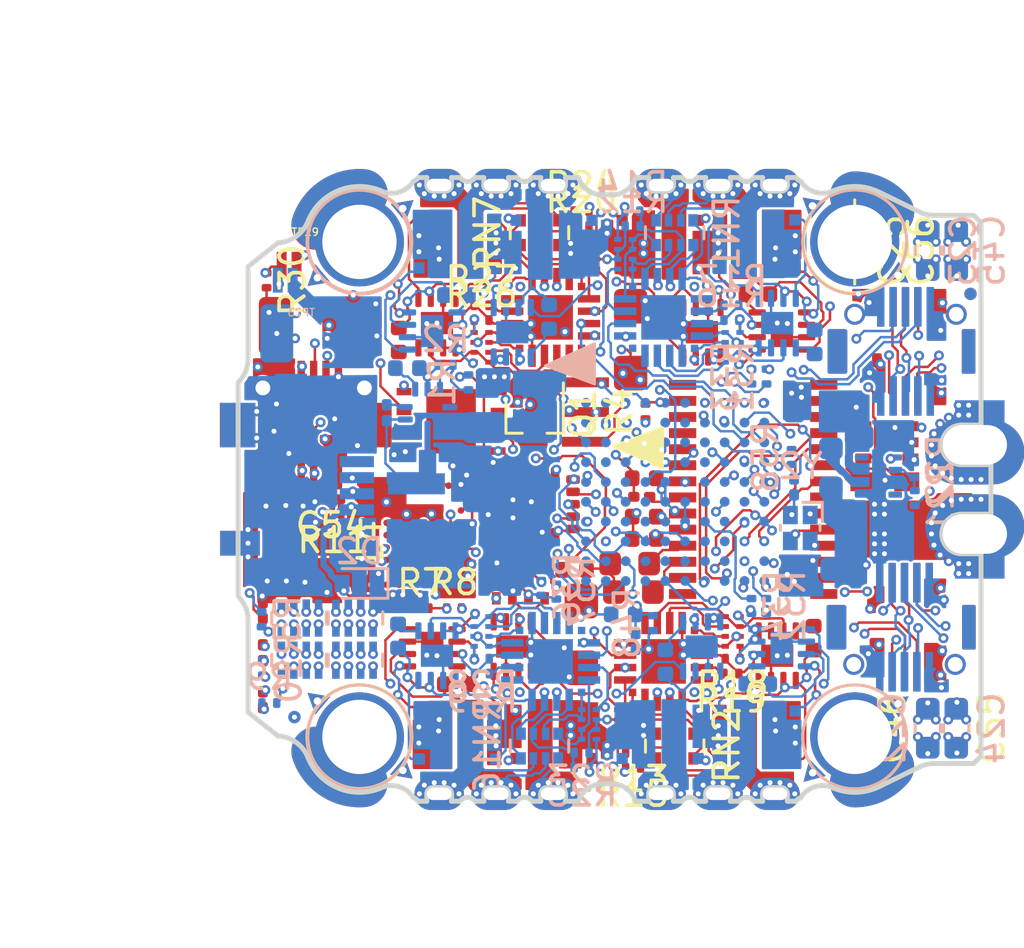
<source format=kicad_pcb>
(kicad_pcb (version 20171130) (host pcbnew "(5.1.4)-1")
  (layers (0 F.Cu signal) (1 In1.Cu signal) (2 In2.Cu signal) (3 In3.Cu signal) (4 In4.Cu signal) (5 In5.Cu signal) (6 In6.Cu signal) (31 B.Cu signal) (34 B.Paste user) (35 F.Paste user) (36 B.SilkS user hide) (37 F.SilkS user hide) (38 B.Mask user) (39 F.Mask user) (44 Edge.Cuts user))
  (net 0 "")
  (net 1 GND)
  (net 2 +5V)
  (net 3 +3V3)
  (net 4 +BATT)
  (net 5 "Net-(C10-Pad1)")
  (net 6 vol_sig)
  (net 7 curr_sig)
  (net 8 "Net-(R49-Pad4)")
  (net 9 "Net-(R49-Pad3)")
  (net 10 "Net-(R49-Pad2)")
  (net 11 "Net-(R58-Pad2)")
  (net 12 "Net-(C6-Pad1)")
  (net 13 "Net-(C7-Pad1)")
  (net 14 "Net-(C11-Pad1)")
  (net 15 "Net-(C16-Pad1)")
  (net 16 "Net-(C29-Pad1)")
  (net 17 "Net-(L2-Pad1)")
  (net 18 "Net-(R21-Pad2)")
  (net 19 MB_ESC_1)
  (net 20 ESC_1_C2CK)
  (net 21 MC_ESC_1)
  (net 22 MA_ESC_1)
  (net 23 COM_ESC_1)
  (net 24 Ap_ESC_1)
  (net 25 Ac_ESC_1)
  (net 26 Bp_ESC_1)
  (net 27 Bc_ESC_1)
  (net 28 Cp_ESC_1)
  (net 29 Cc_ESC_1)
  (net 30 ESC_1_C2D)
  (net 31 "Net-(U10-Pad5)")
  (net 32 "Net-(U14-Pad4)")
  (net 33 "Net-(U14-Pad8)")
  (net 34 OUT_A1)
  (net 35 OUT_A2)
  (net 36 "Net-(C9-Pad1)")
  (net 37 OUT_B2)
  (net 38 OUT_B1)
  (net 39 "Net-(C17-Pad1)")
  (net 40 OUT_C2)
  (net 41 OUT_C1)
  (net 42 MA_ESC_2)
  (net 43 MB_ESC_2)
  (net 44 ESC_2_C2CK)
  (net 45 MC_ESC_2)
  (net 46 COM_ESC_2)
  (net 47 Ap_ESC_2)
  (net 48 Ac_ESC_2)
  (net 49 Bp_ESC_2)
  (net 50 Bc_ESC_2)
  (net 51 Cp_ESC_2)
  (net 52 Cc_ESC_2)
  (net 53 ESC_2_C2D)
  (net 54 "Net-(U2-Pad7)")
  (net 55 "Net-(U2-Pad15)")
  (net 56 "Net-(U2-Pad16)")
  (net 57 ESC2_RX)
  (net 58 ESC_2_TX)
  (net 59 "Net-(U3-Pad5)")
  (net 60 "Net-(U3-Pad8)")
  (net 61 "Net-(U7-Pad8)")
  (net 62 "Net-(U7-Pad5)")
  (net 63 "Net-(U11-Pad5)")
  (net 64 "Net-(U11-Pad1)")
  (net 65 OUT_B3)
  (net 66 "Net-(C18-Pad1)")
  (net 67 OUT_C3)
  (net 68 "Net-(C19-Pad1)")
  (net 69 OUT_A3)
  (net 70 "Net-(C30-Pad1)")
  (net 71 OUT_B4)
  (net 72 "Net-(C31-Pad1)")
  (net 73 "Net-(C32-Pad1)")
  (net 74 OUT_C4)
  (net 75 "Net-(C34-Pad1)")
  (net 76 OUT_A4)
  (net 77 MP_PIN4)
  (net 78 I2C_SCL)
  (net 79 I2C_SDA)
  (net 80 UART4_RX)
  (net 81 UART4_TX)
  (net 82 MP_PIN1)
  (net 83 MP_PIN2)
  (net 84 UART3_TX)
  (net 85 UART3_RX)
  (net 86 MP_PIN3)
  (net 87 MC_ESC_3)
  (net 88 MA_ESC_3)
  (net 89 MB_ESC_3)
  (net 90 ESC_3_C2CK)
  (net 91 COM_ESC_3)
  (net 92 Cp_ESC_3)
  (net 93 Cc_ESC_3)
  (net 94 Bp_ESC_3)
  (net 95 Ap_ESC_3)
  (net 96 Ac_ESC_3)
  (net 97 Bc_ESC_3)
  (net 98 MC_ESC_4)
  (net 99 MA_ESC_4)
  (net 100 MB_ESC_4)
  (net 101 ESC_4_C2CK)
  (net 102 COM_ESC_4)
  (net 103 Cp_ESC_4)
  (net 104 Cc_ESC_4)
  (net 105 Bc_ESC_4)
  (net 106 Bp_ESC_4)
  (net 107 Ac_ESC_4)
  (net 108 Ap_ESC_4)
  (net 109 ESC_1_TX)
  (net 110 ESC1_RX)
  (net 111 "Net-(U1-Pad16)")
  (net 112 "Net-(U1-Pad15)")
  (net 113 "Net-(U1-Pad7)")
  (net 114 ESC_3_C2D)
  (net 115 "Net-(U6-Pad7)")
  (net 116 "Net-(U6-Pad15)")
  (net 117 "Net-(U6-Pad16)")
  (net 118 ESC3_RX)
  (net 119 ESC_3_TX)
  (net 120 "Net-(U10-Pad8)")
  (net 121 "Net-(U12-Pad8)")
  (net 122 "Net-(U12-Pad5)")
  (net 123 "Net-(U16-Pad8)")
  (net 124 "Net-(U16-Pad5)")
  (net 125 "Net-(U17-Pad5)")
  (net 126 "Net-(U17-Pad8)")
  (net 127 "Net-(U18-Pad5)")
  (net 128 "Net-(U18-Pad8)")
  (net 129 "Net-(U19-Pad8)")
  (net 130 "Net-(U19-Pad5)")
  (net 131 ESC_4_C2D)
  (net 132 "Net-(U24-Pad7)")
  (net 133 "Net-(U24-Pad15)")
  (net 134 "Net-(U24-Pad16)")
  (net 135 ESC4_RX)
  (net 136 ESC_4_TX)
  (net 137 "Net-(U25-Pad8)")
  (net 138 "Net-(U25-Pad5)")
  (net 139 "Net-(U27-Pad5)")
  (net 140 "Net-(U27-Pad8)")
  (net 141 "Net-(U28-Pad5)")
  (net 142 "Net-(U28-Pad8)")
  (net 143 "Net-(C35-Pad1)")
  (net 144 "Net-(C37-Pad1)")
  (net 145 "Net-(C38-Pad1)")
  (net 146 "Net-(C38-Pad2)")
  (net 147 "Net-(C39-Pad1)")
  (net 148 "Net-(R1-Pad2)")
  (net 149 "Net-(U32-Pad8)")
  (net 150 UART5_RX)
  (net 151 UART5_TX)
  (net 152 UART6_RX)
  (net 153 UART6_TX)
  (net 154 "Net-(U33-PadA1)")
  (net 155 "Net-(U33-PadA2)")
  (net 156 "Net-(U33-PadA9)")
  (net 157 "Net-(U33-PadA10)")
  (net 158 "Net-(U33-PadB1)")
  (net 159 "Net-(U33-PadB3)")
  (net 160 "Net-(U33-PadC1)")
  (net 161 "Net-(U33-PadD1)")
  (net 162 "Net-(U33-PadD7)")
  (net 163 "Net-(U33-PadE8)")
  (net 164 "Net-(U33-PadF1)")
  (net 165 "Net-(U33-PadF3)")
  (net 166 "Net-(U33-PadG4)")
  (net 167 "Net-(U33-PadG5)")
  (net 168 "Net-(U33-PadG6)")
  (net 169 "Net-(U33-PadG9)")
  (net 170 "Net-(U33-PadH7)")
  (net 171 "Net-(U33-PadH9)")
  (net 172 "Net-(U33-PadJ6)")
  (net 173 "Net-(U34-Pad2)")
  (net 174 "Net-(U34-Pad5)")
  (net 175 "Net-(U34-Pad6)")
  (net 176 "Net-(U34-Pad7)")
  (net 177 "Net-(U34-Pad14)")
  (net 178 "Net-(U35-PadP$C5)")
  (net 179 "Net-(U35-PadP$C6)")
  (net 180 "Net-(U35-PadP$D3)")
  (net 181 "Net-(U35-PadP$F3)")
  (net 182 "Net-(U35-PadP$G5)")
  (net 183 "Net-(U35-PadP$E3)")
  (net 184 "Net-(U35-PadP$G4)")
  (net 185 "Net-(U35-PadP$D4)")
  (net 186 "Net-(U35-PadP$J6)")
  (net 187 "Net-(U35-PadP$J7)")
  (net 188 "Net-(U35-PadP$J8)")
  (net 189 "Net-(U35-PadP$F6)")
  (net 190 "Net-(U35-PadP$B1)")
  (net 191 "Net-(U35-PadP$G9)")
  (net 192 "Net-(U35-PadP$F9)")
  (net 193 "Net-(U35-PadP$E9)")
  (net 194 "Net-(U35-PadP$A6)")
  (net 195 "Net-(U35-PadP$C1)")
  (net 196 "Net-(U35-PadP$D1)")
  (net 197 "Net-(U35-PadP$A2)")
  (net 198 "Net-(U35-PadP$2E1)")
  (net 199 "Net-(U35-PadP$F1)")
  (net 200 "Net-(U35-PadP$F4)")
  (net 201 "Net-(D1-Pad2)")
  (net 202 "Net-(U36-Pad7)")
  (net 203 "Net-(C47-Pad1)")
  (net 204 "Net-(C48-Pad1)")
  (net 205 "Net-(C49-Pad1)")
  (net 206 "Net-(J1-Pad2)")
  (net 207 "Net-(J1-Pad3)")
  (net 208 "Net-(J1-Pad4)")
  (net 209 "Net-(R4-Pad2)")
  (net 210 "Net-(U37-Pad7)")
  (net 211 OSD_VIDEO_IN)
  (net 212 "Net-(C48-Pad2)")
  (net 213 "Net-(R5-Pad1)")
  (net 214 OSD_VIDEO_OUT)
  (net 215 "Net-(R7-Pad2)")
  (net 216 SCLK_FLASH)
  (net 217 CS_GYRO)
  (net 218 MISO_GYRO)
  (net 219 SCLK_GYRO)
  (net 220 CS_FLASH)
  (net 221 "Net-(U33-PadC7)")
  (net 222 MOSI_GYRO)
  (net 223 MISO_FLASH)
  (net 224 /SD_det)
  (net 225 "Net-(U33-PadE2)")
  (net 226 MOSI_FLASH)
  (net 227 "Net-(U33-PadE9)")
  (net 228 "Net-(U33-PadF2)")
  (net 229 MOSI_OSD)
  (net 230 UART7_RX)
  (net 231 MISO_OSD)
  (net 232 UART7_TX)
  (net 233 SCLK_OSD)
  (net 234 CS_OSD)
  (net 235 "Net-(U34-Pad1)")
  (net 236 "Net-(U34-Pad12)")
  (net 237 "Net-(U34-Pad13)")
  (net 238 "Net-(U34-Pad15)")
  (net 239 "Net-(U34-Pad16)")
  (net 240 "Net-(U34-Pad17)")
  (net 241 "Net-(U34-Pad18)")
  (net 242 "Net-(U34-Pad27)")
  (net 243 "Net-(U34-Pad28)")
  (net 244 INT_GYRO)
  (net 245 "Net-(U36-Pad8)")
  (net 246 "Net-(U37-Pad3)")
  (net 247 "Net-(C50-Pad1)")
  (net 248 "Net-(C51-Pad1)")
  (net 249 UART8_TX)
  (net 250 UART8_RX)
  (net 251 "Net-(C52-Pad1)")
  (net 252 "Net-(U33-PadA4)")
  (net 253 "Net-(U33-PadB4)")
  (net 254 "Net-(U33-PadC5)")
  (net 255 "Net-(U33-PadD9)")
  (net 256 MP_PIN6)
  (net 257 MP_PIN5)
  (net 258 "Net-(D3-Pad2)")
  (net 259 "Net-(D4-Pad2)")
  (net 260 UC_LED_1)
  (net 261 UC_LED_2)
  (net 262 "Net-(TP30-Pad1)")
  (net 263 "Net-(C54-Pad1)")
  (net 264 "Net-(L4-Pad2)")
  (net 265 /NO_ADC_PIN)
  (net 266 "Net-(R30-Pad1)")
  (net 267 USB_VBUS)
  (net 268 "Net-(J6-Pad10)")
  (net 269 "Net-(R31-Pad1)")
  (net 270 "Net-(R32-Pad1)")
  (net 271 "Net-(R33-Pad1)")
  (net 272 "Net-(R34-Pad1)")
  (net 273 UART2_TX)
  (net 274 UART2_RX)
  (net 275 "Net-(U33-PadG3)")
  (net 276 /TIM4_CH4)
  (net 277 /TIM4_CH3)
  (module ultimateFC:solderbridge_tiny (layer F.Cu) (at 169.66 62.9 180)
    (fp_text reference TP29 (at -0.65 1.3) (layer F.SilkS) (effects (font (size 0.3 0.3) (thickness 0.05))))
    (fp_text value bridge)
    (pad 2 smd rect (at 0.3 0 180) (size 0.4 1) (layers F.Cu F.Paste F.Mask) (net 266 "Net-(R30-Pad1)"))
    (pad 1 smd rect (at -0.3 0 180) (size 0.4 1) (layers F.Cu F.Paste F.Mask) (net 3 +3V3))
  )
  (module Fiducial:Fiducial_0.5mm_Dia_1mm_Outer (layer F.Cu) (at 197.1 64.1)
    (fp_text reference REF** hide)
    (fp_text value Fiducial_0.5mm_Dia_1mm_Outer)
    (pad ~ smd circle (at 0.075 0) (size 0.5 0.5) (layers F.Cu F.Mask) (clearance 0.35))
  )
  (module Fiducial:Fiducial_0.5mm_Dia_1mm_Outer (layer B.Cu) (at 197.1 64.1)
    (fp_text reference REF** hide)
    (fp_text value Fiducial_0.5mm_Dia_1mm_Outer)
    (pad ~ smd circle (at 0.075 0) (size 0.5 0.5) (layers B.Cu B.Mask) (clearance 0.35))
  )
  (module Fiducial:Fiducial_0.5mm_Dia_1mm_Outer (layer F.Cu) (at 169.8 81.2)
    (fp_text reference REF** hide)
    (fp_text value Fiducial_0.5mm_Dia_1mm_Outer)
    (pad ~ smd circle (at 0.075 0) (size 0.5 0.5) (layers F.Cu F.Mask) (net 262 "Net-(TP30-Pad1)") (clearance 0.35))
  )
  (module Fiducial:Fiducial_0.5mm_Dia_1mm_Outer (layer B.Cu) (at 169.8 81.2)
    (fp_text reference REF** hide)
    (fp_text value Fiducial_0.5mm_Dia_1mm_Outer)
    (pad ~ smd circle (at 0.075 0) (size 0.5 0.5) (layers B.Cu B.Mask) (net 262 "Net-(TP30-Pad1)") (clearance 0.35))
  )
  (module ultimateFC:C_AVX_Super_Low_ESL (layer F.Cu) (at 170.1 79 90)
    (fp_text reference C44 hide)
    (fp_text value 2.2µF)
    (pad 1 smd rect (at 0.6 0.75 90) (size 0.5 0.3) (layers F.Cu F.Paste F.Mask) (net 3 +3V3))
    (pad 2 smd rect (at 0.6 -0.75 90) (size 0.5 0.3) (layers F.Cu F.Paste F.Mask) (net 1 GND))
    (pad 2 smd rect (at -0.4 -0.25 90) (size 0.5 0.3) (layers F.Cu F.Paste F.Mask) (net 1 GND))
    (pad 1 smd rect (at 0.6 -0.25 90) (size 0.5 0.3) (layers F.Cu F.Paste F.Mask) (net 3 +3V3))
    (pad 1 smd rect (at -0.4 0.25 90) (size 0.5 0.3) (layers F.Cu F.Paste F.Mask) (net 3 +3V3))
    (pad 2 smd rect (at -0.4 0.75 90) (size 0.5 0.3) (layers F.Cu F.Paste F.Mask) (net 1 GND))
    (pad 1 smd rect (at -0.4 -0.75 90) (size 0.5 0.3) (layers F.Cu F.Paste F.Mask) (net 3 +3V3))
    (pad 2 smd rect (at 0.6 0.25 90) (size 0.5 0.3) (layers F.Cu F.Paste F.Mask) (net 1 GND))
  )
  (module ultimateFC:C_AVX_Super_Low_ESL (layer F.Cu) (at 172.3 77.3 90)
    (fp_text reference C43 hide)
    (fp_text value 1µF)
    (pad 1 smd rect (at 0.6 0.75 90) (size 0.5 0.3) (layers F.Cu F.Paste F.Mask) (net 2 +5V))
    (pad 2 smd rect (at 0.6 -0.75 90) (size 0.5 0.3) (layers F.Cu F.Paste F.Mask) (net 1 GND))
    (pad 2 smd rect (at -0.4 -0.25 90) (size 0.5 0.3) (layers F.Cu F.Paste F.Mask) (net 1 GND))
    (pad 1 smd rect (at 0.6 -0.25 90) (size 0.5 0.3) (layers F.Cu F.Paste F.Mask) (net 2 +5V))
    (pad 1 smd rect (at -0.4 0.25 90) (size 0.5 0.3) (layers F.Cu F.Paste F.Mask) (net 2 +5V))
    (pad 2 smd rect (at -0.4 0.75 90) (size 0.5 0.3) (layers F.Cu F.Paste F.Mask) (net 1 GND))
    (pad 1 smd rect (at -0.4 -0.75 90) (size 0.5 0.3) (layers F.Cu F.Paste F.Mask) (net 2 +5V))
    (pad 2 smd rect (at 0.6 0.25 90) (size 0.5 0.3) (layers F.Cu F.Paste F.Mask) (net 1 GND))
  )
  (module ultimateFC:C_AVX_Super_Low_ESL (layer F.Cu) (at 170.1 77.3 90)
    (fp_text reference C42 hide)
    (fp_text value 2.2µF)
    (pad 1 smd rect (at 0.6 0.75 90) (size 0.5 0.3) (layers F.Cu F.Paste F.Mask) (net 1 GND))
    (pad 2 smd rect (at 0.6 -0.75 90) (size 0.5 0.3) (layers F.Cu F.Paste F.Mask) (net 3 +3V3))
    (pad 2 smd rect (at -0.4 -0.25 90) (size 0.5 0.3) (layers F.Cu F.Paste F.Mask) (net 3 +3V3))
    (pad 1 smd rect (at 0.6 -0.25 90) (size 0.5 0.3) (layers F.Cu F.Paste F.Mask) (net 1 GND))
    (pad 1 smd rect (at -0.4 0.25 90) (size 0.5 0.3) (layers F.Cu F.Paste F.Mask) (net 1 GND))
    (pad 2 smd rect (at -0.4 0.75 90) (size 0.5 0.3) (layers F.Cu F.Paste F.Mask) (net 3 +3V3))
    (pad 1 smd rect (at -0.4 -0.75 90) (size 0.5 0.3) (layers F.Cu F.Paste F.Mask) (net 1 GND))
    (pad 2 smd rect (at 0.6 0.25 90) (size 0.5 0.3) (layers F.Cu F.Paste F.Mask) (net 3 +3V3))
  )
  (module ultimateFC:C_AVX_Super_Low_ESL (layer B.Cu) (at 172.3 77.1 270)
    (fp_text reference C41 hide)
    (fp_text value 1µF)
    (pad 1 smd rect (at 0.6 -0.75 270) (size 0.5 0.3) (layers B.Cu B.Paste B.Mask) (net 1 GND))
    (pad 2 smd rect (at 0.6 0.75 270) (size 0.5 0.3) (layers B.Cu B.Paste B.Mask) (net 2 +5V))
    (pad 2 smd rect (at -0.4 0.25 270) (size 0.5 0.3) (layers B.Cu B.Paste B.Mask) (net 2 +5V))
    (pad 1 smd rect (at 0.6 0.25 270) (size 0.5 0.3) (layers B.Cu B.Paste B.Mask) (net 1 GND))
    (pad 1 smd rect (at -0.4 -0.25 270) (size 0.5 0.3) (layers B.Cu B.Paste B.Mask) (net 1 GND))
    (pad 2 smd rect (at -0.4 -0.75 270) (size 0.5 0.3) (layers B.Cu B.Paste B.Mask) (net 2 +5V))
    (pad 1 smd rect (at -0.4 0.75 270) (size 0.5 0.3) (layers B.Cu B.Paste B.Mask) (net 1 GND))
    (pad 2 smd rect (at 0.6 -0.25 270) (size 0.5 0.3) (layers B.Cu B.Paste B.Mask) (net 2 +5V))
  )
  (module ultimateFC:C_AVX_Super_Low_ESL (layer B.Cu) (at 170.1 77.3 90)
    (fp_text reference C21 hide)
    (fp_text value 2.2µF)
    (pad 1 smd rect (at 0.6 -0.75 90) (size 0.5 0.3) (layers B.Cu B.Paste B.Mask) (net 3 +3V3))
    (pad 2 smd rect (at 0.6 0.75 90) (size 0.5 0.3) (layers B.Cu B.Paste B.Mask) (net 1 GND))
    (pad 2 smd rect (at -0.4 0.25 90) (size 0.5 0.3) (layers B.Cu B.Paste B.Mask) (net 1 GND))
    (pad 1 smd rect (at 0.6 0.25 90) (size 0.5 0.3) (layers B.Cu B.Paste B.Mask) (net 3 +3V3))
    (pad 1 smd rect (at -0.4 -0.25 90) (size 0.5 0.3) (layers B.Cu B.Paste B.Mask) (net 3 +3V3))
    (pad 2 smd rect (at -0.4 -0.75 90) (size 0.5 0.3) (layers B.Cu B.Paste B.Mask) (net 1 GND))
    (pad 1 smd rect (at -0.4 0.75 90) (size 0.5 0.3) (layers B.Cu B.Paste B.Mask) (net 3 +3V3))
    (pad 2 smd rect (at 0.6 -0.25 90) (size 0.5 0.3) (layers B.Cu B.Paste B.Mask) (net 1 GND))
  )
  (module ultimateFC:C_AVX_Super_Low_ESL (layer F.Cu) (at 172.3 79 90)
    (fp_text reference C20 hide)
    (fp_text value 1µF)
    (pad 1 smd rect (at 0.6 0.75 90) (size 0.5 0.3) (layers F.Cu F.Paste F.Mask) (net 2 +5V))
    (pad 2 smd rect (at 0.6 -0.75 90) (size 0.5 0.3) (layers F.Cu F.Paste F.Mask) (net 1 GND))
    (pad 2 smd rect (at -0.4 -0.25 90) (size 0.5 0.3) (layers F.Cu F.Paste F.Mask) (net 1 GND))
    (pad 1 smd rect (at 0.6 -0.25 90) (size 0.5 0.3) (layers F.Cu F.Paste F.Mask) (net 2 +5V))
    (pad 1 smd rect (at -0.4 0.25 90) (size 0.5 0.3) (layers F.Cu F.Paste F.Mask) (net 2 +5V))
    (pad 2 smd rect (at -0.4 0.75 90) (size 0.5 0.3) (layers F.Cu F.Paste F.Mask) (net 1 GND))
    (pad 1 smd rect (at -0.4 -0.75 90) (size 0.5 0.3) (layers F.Cu F.Paste F.Mask) (net 2 +5V))
    (pad 2 smd rect (at 0.6 0.25 90) (size 0.5 0.3) (layers F.Cu F.Paste F.Mask) (net 1 GND))
  )
  (module ultimateFC:C_AVX_Super_Low_ESL (layer B.Cu) (at 170.1 79 90)
    (fp_text reference C15 hide)
    (fp_text value 2.2µF)
    (pad 1 smd rect (at 0.6 -0.75 90) (size 0.5 0.3) (layers B.Cu B.Paste B.Mask) (net 1 GND))
    (pad 2 smd rect (at 0.6 0.75 90) (size 0.5 0.3) (layers B.Cu B.Paste B.Mask) (net 3 +3V3))
    (pad 2 smd rect (at -0.4 0.25 90) (size 0.5 0.3) (layers B.Cu B.Paste B.Mask) (net 3 +3V3))
    (pad 1 smd rect (at 0.6 0.25 90) (size 0.5 0.3) (layers B.Cu B.Paste B.Mask) (net 1 GND))
    (pad 1 smd rect (at -0.4 -0.25 90) (size 0.5 0.3) (layers B.Cu B.Paste B.Mask) (net 1 GND))
    (pad 2 smd rect (at -0.4 -0.75 90) (size 0.5 0.3) (layers B.Cu B.Paste B.Mask) (net 3 +3V3))
    (pad 1 smd rect (at -0.4 0.75 90) (size 0.5 0.3) (layers B.Cu B.Paste B.Mask) (net 1 GND))
    (pad 2 smd rect (at 0.6 -0.25 90) (size 0.5 0.3) (layers B.Cu B.Paste B.Mask) (net 3 +3V3))
  )
  (module ultimateFC:C_AVX_Super_Low_ESL (layer B.Cu) (at 172.3 78.8 270)
    (fp_text reference C14 hide)
    (fp_text value 1µF)
    (pad 1 smd rect (at 0.6 -0.75 270) (size 0.5 0.3) (layers B.Cu B.Paste B.Mask) (net 1 GND))
    (pad 2 smd rect (at 0.6 0.75 270) (size 0.5 0.3) (layers B.Cu B.Paste B.Mask) (net 2 +5V))
    (pad 2 smd rect (at -0.4 0.25 270) (size 0.5 0.3) (layers B.Cu B.Paste B.Mask) (net 2 +5V))
    (pad 1 smd rect (at 0.6 0.25 270) (size 0.5 0.3) (layers B.Cu B.Paste B.Mask) (net 1 GND))
    (pad 1 smd rect (at -0.4 -0.25 270) (size 0.5 0.3) (layers B.Cu B.Paste B.Mask) (net 1 GND))
    (pad 2 smd rect (at -0.4 -0.75 270) (size 0.5 0.3) (layers B.Cu B.Paste B.Mask) (net 2 +5V))
    (pad 1 smd rect (at -0.4 0.75 270) (size 0.5 0.3) (layers B.Cu B.Paste B.Mask) (net 1 GND))
    (pad 2 smd rect (at 0.6 -0.25 270) (size 0.5 0.3) (layers B.Cu B.Paste B.Mask) (net 2 +5V))
  )
  (module ultimateFC:10132797-011100LF (layer F.Cu) (at 194.55 66.425)
    (fp_text reference J3 hide)
    (fp_text value 10132797-011100LF)
    (pad "" smd roundrect (at -2.75 0 180) (size 0.8 1.8) (layers F.Cu F.Paste F.Mask) (roundrect_rratio 0.1))
    (pad "" smd roundrect (at 2.55 0) (size 0.55 1.8) (layers F.Cu F.Paste F.Mask) (roundrect_rratio 0.1))
    (pad 10 smd roundrect (at 1 1.8) (size 0.3 1.6) (layers F.Cu F.Paste F.Mask) (roundrect_rratio 0.1) (net 2 +5V))
    (pad 9 smd roundrect (at 0.5 1.8) (size 0.3 1.6) (layers F.Cu F.Paste F.Mask) (roundrect_rratio 0.1) (net 232 UART7_TX))
    (pad 8 smd roundrect (at 0 1.8) (size 0.3 1.6) (layers F.Cu F.Paste F.Mask) (roundrect_rratio 0.1) (net 230 UART7_RX))
    (pad 7 smd roundrect (at -0.5 1.8) (size 0.3 1.6) (layers F.Cu F.Paste F.Mask) (roundrect_rratio 0.1) (net 3 +3V3))
    (pad 6 smd roundrect (at -1 1.8) (size 0.3 1.6) (layers F.Cu F.Paste F.Mask) (roundrect_rratio 0.1) (net 1 GND))
    (pad 5 smd roundrect (at -1 -1.8 180) (size 0.3 1.6) (layers F.Cu F.Paste F.Mask) (roundrect_rratio 0.1) (net 2 +5V))
    (pad 4 smd roundrect (at -0.5 -1.8 180) (size 0.3 1.6) (layers F.Cu F.Paste F.Mask) (roundrect_rratio 0.1) (net 79 I2C_SDA))
    (pad 3 smd roundrect (at 0 -1.8 180) (size 0.3 1.6) (layers F.Cu F.Paste F.Mask) (roundrect_rratio 0.1) (net 78 I2C_SCL))
    (pad 2 smd roundrect (at 0.5 -1.8 180) (size 0.3 1.6) (layers F.Cu F.Paste F.Mask) (roundrect_rratio 0.1) (net 82 MP_PIN1))
    (pad 1 smd roundrect (at 1 -1.8 180) (size 0.3 1.6) (layers F.Cu F.Paste F.Mask) (roundrect_rratio 0.1) (net 1 GND))
  )
  (module ultimateFC:10132797-011100LF (layer B.Cu) (at 194.55 66.425 180)
    (fp_text reference J5 hide)
    (fp_text value 10132797-011100LF)
    (pad 1 smd roundrect (at 1 1.8) (size 0.3 1.6) (layers B.Cu B.Paste B.Mask) (roundrect_rratio 0.1) (net 1 GND))
    (pad 2 smd roundrect (at 0.5 1.8) (size 0.3 1.6) (layers B.Cu B.Paste B.Mask) (roundrect_rratio 0.1) (net 3 +3V3))
    (pad 3 smd roundrect (at 0 1.8) (size 0.3 1.6) (layers B.Cu B.Paste B.Mask) (roundrect_rratio 0.1) (net 80 UART4_RX))
    (pad 4 smd roundrect (at -0.5 1.8) (size 0.3 1.6) (layers B.Cu B.Paste B.Mask) (roundrect_rratio 0.1) (net 81 UART4_TX))
    (pad 5 smd roundrect (at -1 1.8) (size 0.3 1.6) (layers B.Cu B.Paste B.Mask) (roundrect_rratio 0.1) (net 2 +5V))
    (pad 6 smd roundrect (at -1 -1.8 180) (size 0.3 1.6) (layers B.Cu B.Paste B.Mask) (roundrect_rratio 0.1) (net 1 GND))
    (pad 7 smd roundrect (at -0.5 -1.8 180) (size 0.3 1.6) (layers B.Cu B.Paste B.Mask) (roundrect_rratio 0.1) (net 86 MP_PIN3))
    (pad 8 smd roundrect (at 0 -1.8 180) (size 0.3 1.6) (layers B.Cu B.Paste B.Mask) (roundrect_rratio 0.1) (net 78 I2C_SCL))
    (pad 9 smd roundrect (at 0.5 -1.8 180) (size 0.3 1.6) (layers B.Cu B.Paste B.Mask) (roundrect_rratio 0.1) (net 79 I2C_SDA))
    (pad 10 smd roundrect (at 1 -1.8 180) (size 0.3 1.6) (layers B.Cu B.Paste B.Mask) (roundrect_rratio 0.1) (net 2 +5V))
    (pad "" smd roundrect (at 2.75 0 180) (size 0.8 1.8) (layers B.Cu B.Paste B.Mask) (roundrect_rratio 0.1))
    (pad "" smd roundrect (at -2.55 0) (size 0.55 1.8) (layers B.Cu B.Paste B.Mask) (roundrect_rratio 0.1))
    (pad 1 thru_hole circle (at 2.05 1.5 180) (size 0.85 0.85) (drill 0.6) (layers *.Cu *.Mask) (net 1 GND))
    (pad 1 thru_hole circle (at -2.05 1.5 180) (size 0.85 0.85) (drill 0.6) (layers *.Cu *.Mask) (net 1 GND))
  )
  (module ultimateFC:10132797-011100LF (layer B.Cu) (at 194.51 77.57)
    (fp_text reference J4 hide)
    (fp_text value 10132797-011100LF)
    (pad 1 thru_hole circle (at -2.05 1.5) (size 0.85 0.85) (drill 0.6) (layers *.Cu *.Mask) (net 1 GND))
    (pad 1 thru_hole circle (at 2.05 1.5) (size 0.85 0.85) (drill 0.6) (layers *.Cu *.Mask) (net 1 GND))
    (pad "" smd roundrect (at -2.75 0 180) (size 0.8 1.8) (layers B.Cu B.Paste B.Mask) (roundrect_rratio 0.1))
    (pad "" smd roundrect (at 2.6 0) (size 0.55 1.8) (layers B.Cu B.Paste B.Mask) (roundrect_rratio 0.1))
    (pad 10 smd roundrect (at 1 -1.8) (size 0.3 1.6) (layers B.Cu B.Paste B.Mask) (roundrect_rratio 0.1) (net 2 +5V))
    (pad 9 smd roundrect (at 0.5 -1.8) (size 0.3 1.6) (layers B.Cu B.Paste B.Mask) (roundrect_rratio 0.1) (net 153 UART6_TX))
    (pad 8 smd roundrect (at 0 -1.8) (size 0.3 1.6) (layers B.Cu B.Paste B.Mask) (roundrect_rratio 0.1) (net 152 UART6_RX))
    (pad 7 smd roundrect (at -0.5 -1.8) (size 0.3 1.6) (layers B.Cu B.Paste B.Mask) (roundrect_rratio 0.1) (net 3 +3V3))
    (pad 6 smd roundrect (at -1 -1.8) (size 0.3 1.6) (layers B.Cu B.Paste B.Mask) (roundrect_rratio 0.1) (net 1 GND))
    (pad 5 smd roundrect (at -1 1.8 180) (size 0.3 1.6) (layers B.Cu B.Paste B.Mask) (roundrect_rratio 0.1) (net 2 +5V))
    (pad 4 smd roundrect (at -0.5 1.8 180) (size 0.3 1.6) (layers B.Cu B.Paste B.Mask) (roundrect_rratio 0.1) (net 79 I2C_SDA))
    (pad 3 smd roundrect (at 0 1.8 180) (size 0.3 1.6) (layers B.Cu B.Paste B.Mask) (roundrect_rratio 0.1) (net 78 I2C_SCL))
    (pad 2 smd roundrect (at 0.5 1.8 180) (size 0.3 1.6) (layers B.Cu B.Paste B.Mask) (roundrect_rratio 0.1) (net 83 MP_PIN2))
    (pad 1 smd roundrect (at 1 1.8 180) (size 0.3 1.6) (layers B.Cu B.Paste B.Mask) (roundrect_rratio 0.1) (net 1 GND))
  )
  (module ultimateFC:10132797-011100LF (layer F.Cu) (at 194.51 77.57 180)
    (fp_text reference J2 hide)
    (fp_text value 10132797-011100LF)
    (pad 1 smd roundrect (at 1 -1.8) (size 0.3 1.6) (layers F.Cu F.Paste F.Mask) (roundrect_rratio 0.1) (net 1 GND))
    (pad 2 smd roundrect (at 0.5 -1.8) (size 0.3 1.6) (layers F.Cu F.Paste F.Mask) (roundrect_rratio 0.1) (net 3 +3V3))
    (pad 3 smd roundrect (at 0 -1.8) (size 0.3 1.6) (layers F.Cu F.Paste F.Mask) (roundrect_rratio 0.1) (net 85 UART3_RX))
    (pad 4 smd roundrect (at -0.5 -1.8) (size 0.3 1.6) (layers F.Cu F.Paste F.Mask) (roundrect_rratio 0.1) (net 84 UART3_TX))
    (pad 5 smd roundrect (at -1 -1.8) (size 0.3 1.6) (layers F.Cu F.Paste F.Mask) (roundrect_rratio 0.1) (net 2 +5V))
    (pad 6 smd roundrect (at -1 1.8 180) (size 0.3 1.6) (layers F.Cu F.Paste F.Mask) (roundrect_rratio 0.1) (net 1 GND))
    (pad 7 smd roundrect (at -0.5 1.8 180) (size 0.3 1.6) (layers F.Cu F.Paste F.Mask) (roundrect_rratio 0.1) (net 77 MP_PIN4))
    (pad 8 smd roundrect (at 0 1.8 180) (size 0.3 1.6) (layers F.Cu F.Paste F.Mask) (roundrect_rratio 0.1) (net 78 I2C_SCL))
    (pad 9 smd roundrect (at 0.5 1.8 180) (size 0.3 1.6) (layers F.Cu F.Paste F.Mask) (roundrect_rratio 0.1) (net 79 I2C_SDA))
    (pad 10 smd roundrect (at 1 1.8 180) (size 0.3 1.6) (layers F.Cu F.Paste F.Mask) (roundrect_rratio 0.1) (net 2 +5V))
    (pad "" smd roundrect (at 2.75 0 180) (size 0.8 1.8) (layers F.Cu F.Paste F.Mask) (roundrect_rratio 0.1))
    (pad "" smd roundrect (at -2.6 0) (size 0.55 1.8) (layers F.Cu F.Paste F.Mask) (roundrect_rratio 0.1))
  )
  (module ultimateFC:batt_conn_oval (layer F.Cu) (at 197.35 73.8)
    (fp_text reference TP10 hide)
    (fp_text value BattPad-)
    (pad 1 thru_hole oval (at 0 0) (size 3 2) (drill oval 2.6 1.6) (layers *.Cu *.Mask) (net 8 "Net-(R49-Pad4)"))
    (pad 1 smd oval (at 0 -0.3) (size 4 2.6) (layers F.Cu F.Mask) (net 8 "Net-(R49-Pad4)"))
    (pad 1 smd oval (at 0 -0.3) (size 4 2.6) (layers B.Cu B.Mask) (net 8 "Net-(R49-Pad4)"))
    (pad 1 smd rect (at 0.2 0.8) (size 2 2) (layers B.Cu B.Mask) (net 8 "Net-(R49-Pad4)"))
    (pad 1 smd rect (at -0.8 0.9 45) (size 0.5 0.5) (layers B.Cu B.Mask) (net 8 "Net-(R49-Pad4)"))
    (pad 1 smd rect (at -0.8 0.9 45) (size 0.5 0.5) (layers F.Cu B.Mask) (net 8 "Net-(R49-Pad4)"))
    (pad 1 smd rect (at 0.2 0.8) (size 2 2) (layers F.Cu F.Mask) (net 8 "Net-(R49-Pad4)"))
  )
  (module ultimateFC:batt_conn_oval (layer B.Cu) (at 197.35 70.2)
    (fp_text reference TP9 hide)
    (fp_text value BattPad+)
    (pad 1 thru_hole oval (at 0 0) (size 3 2) (drill oval 2.6 1.6) (layers *.Cu *.Mask) (net 4 +BATT))
    (pad 1 smd oval (at 0 0.3) (size 4 2.6) (layers B.Cu B.Mask) (net 4 +BATT))
    (pad 1 smd oval (at 0 0.3) (size 4 2.6) (layers F.Cu F.Mask) (net 4 +BATT))
    (pad 1 smd rect (at 0.2 -0.8) (size 2 2) (layers B.Cu B.Mask) (net 4 +BATT))
    (pad 1 smd rect (at 0.2 -0.8) (size 2 2) (layers F.Cu F.Mask) (net 4 +BATT))
    (pad 1 smd rect (at -0.8 -0.9 315) (size 0.5 0.5) (layers F.Cu F.Mask) (net 4 +BATT))
    (pad 1 smd rect (at -0.8 -0.9 315) (size 0.5 0.5) (layers B.Cu F.Mask) (net 4 +BATT))
  )
  (module Package_BGA:TFBGA-100_8x8mm_Layout10x10_P0.8mm (layer B.Cu) (at 185.25 72.1 270)
    (fp_text reference U33 hide)
    (fp_text value STM32F745VGHx)
    (pad A1 smd circle (at -3.6 3.6 270) (size 0.4 0.4) (layers B.Cu B.Paste B.Mask) (net 154 "Net-(U33-PadA1)"))
    (pad A2 smd circle (at -2.8 3.6 270) (size 0.4 0.4) (layers B.Cu B.Paste B.Mask) (net 155 "Net-(U33-PadA2)"))
    (pad A3 smd circle (at -2 3.6 270) (size 0.4 0.4) (layers B.Cu B.Paste B.Mask) (net 216 SCLK_FLASH))
    (pad A4 smd circle (at -1.2 3.6 270) (size 0.4 0.4) (layers B.Cu B.Paste B.Mask) (net 252 "Net-(U33-PadA4)"))
    (pad A5 smd circle (at -0.4 3.6 270) (size 0.4 0.4) (layers B.Cu B.Paste B.Mask) (net 256 MP_PIN6))
    (pad A6 smd circle (at 0.4 3.6 270) (size 0.4 0.4) (layers B.Cu B.Paste B.Mask) (net 260 UC_LED_1))
    (pad A7 smd circle (at 1.2 3.6 270) (size 0.4 0.4) (layers B.Cu B.Paste B.Mask) (net 261 UC_LED_2))
    (pad A8 smd circle (at 2 3.6 270) (size 0.4 0.4) (layers B.Cu B.Paste B.Mask) (net 217 CS_GYRO))
    (pad A9 smd circle (at 2.8 3.6 270) (size 0.4 0.4) (layers B.Cu B.Paste B.Mask) (net 156 "Net-(U33-PadA9)"))
    (pad A10 smd circle (at 3.6 3.6 270) (size 0.4 0.4) (layers B.Cu B.Paste B.Mask) (net 157 "Net-(U33-PadA10)"))
    (pad B1 smd circle (at -3.6 2.8 270) (size 0.4 0.4) (layers B.Cu B.Paste B.Mask) (net 158 "Net-(U33-PadB1)"))
    (pad B2 smd circle (at -2.8 2.8 270) (size 0.4 0.4) (layers B.Cu B.Paste B.Mask) (net 3 +3V3))
    (pad B3 smd circle (at -2 2.8 270) (size 0.4 0.4) (layers B.Cu B.Paste B.Mask) (net 159 "Net-(U33-PadB3)"))
    (pad B4 smd circle (at -1.2 2.8 270) (size 0.4 0.4) (layers B.Cu B.Paste B.Mask) (net 253 "Net-(U33-PadB4)"))
    (pad B5 smd circle (at -0.4 2.8 270) (size 0.4 0.4) (layers B.Cu B.Paste B.Mask) (net 257 MP_PIN5))
    (pad B6 smd circle (at 0.4 2.8 270) (size 0.4 0.4) (layers B.Cu B.Paste B.Mask) (net 273 UART2_TX))
    (pad B7 smd circle (at 1.2 2.8 270) (size 0.4 0.4) (layers B.Cu B.Paste B.Mask) (net 150 UART5_RX))
    (pad B8 smd circle (at 2 2.8 270) (size 0.4 0.4) (layers B.Cu B.Paste B.Mask) (net 218 MISO_GYRO))
    (pad B9 smd circle (at 2.8 2.8 270) (size 0.4 0.4) (layers B.Cu B.Paste B.Mask) (net 219 SCLK_GYRO))
    (pad B10 smd circle (at 3.6 2.8 270) (size 0.4 0.4) (layers B.Cu B.Paste B.Mask) (net 207 "Net-(J1-Pad3)"))
    (pad C1 smd circle (at -3.6 2 270) (size 0.4 0.4) (layers B.Cu B.Paste B.Mask) (net 160 "Net-(U33-PadC1)"))
    (pad C2 smd circle (at -2.8 2 270) (size 0.4 0.4) (layers B.Cu B.Paste B.Mask) (net 1 GND))
    (pad C3 smd circle (at -2 2 270) (size 0.4 0.4) (layers B.Cu B.Paste B.Mask) (net 220 CS_FLASH))
    (pad C4 smd circle (at -1.2 2 270) (size 0.4 0.4) (layers B.Cu B.Paste B.Mask) (net 249 UART8_TX))
    (pad C5 smd circle (at -0.4 2 270) (size 0.4 0.4) (layers B.Cu B.Paste B.Mask) (net 254 "Net-(U33-PadC5)"))
    (pad C6 smd circle (at 0.4 2 270) (size 0.4 0.4) (layers B.Cu B.Paste B.Mask) (net 274 UART2_RX))
    (pad C7 smd circle (at 1.2 2 270) (size 0.4 0.4) (layers B.Cu B.Paste B.Mask) (net 221 "Net-(U33-PadC7)"))
    (pad C8 smd circle (at 2 2 270) (size 0.4 0.4) (layers B.Cu B.Paste B.Mask) (net 222 MOSI_GYRO))
    (pad C9 smd circle (at 2.8 2 270) (size 0.4 0.4) (layers B.Cu B.Paste B.Mask) (net 215 "Net-(R7-Pad2)"))
    (pad C10 smd circle (at 3.6 2 270) (size 0.4 0.4) (layers B.Cu B.Paste B.Mask) (net 206 "Net-(J1-Pad2)"))
    (pad D1 smd circle (at -3.6 1.2 270) (size 0.4 0.4) (layers B.Cu B.Paste B.Mask) (net 161 "Net-(U33-PadD1)"))
    (pad D2 smd circle (at -2.8 1.2 270) (size 0.4 0.4) (layers B.Cu B.Paste B.Mask) (net 3 +3V3))
    (pad D3 smd circle (at -2 1.2 270) (size 0.4 0.4) (layers B.Cu B.Paste B.Mask) (net 223 MISO_FLASH))
    (pad D4 smd circle (at -1.2 1.2 270) (size 0.4 0.4) (layers B.Cu B.Paste B.Mask) (net 250 UART8_RX))
    (pad D5 smd circle (at -0.4 1.2 270) (size 0.4 0.4) (layers B.Cu B.Paste B.Mask) (net 266 "Net-(R30-Pad1)"))
    (pad D6 smd circle (at 0.4 1.2 270) (size 0.4 0.4) (layers B.Cu B.Paste B.Mask) (net 224 /SD_det))
    (pad D7 smd circle (at 1.2 1.2 270) (size 0.4 0.4) (layers B.Cu B.Paste B.Mask) (net 162 "Net-(U33-PadD7)"))
    (pad D8 smd circle (at 2 1.2 270) (size 0.4 0.4) (layers B.Cu B.Paste B.Mask) (net 244 INT_GYRO))
    (pad D9 smd circle (at 2.8 1.2 270) (size 0.4 0.4) (layers B.Cu B.Paste B.Mask) (net 255 "Net-(U33-PadD9)"))
    (pad D10 smd circle (at 3.6 1.2 270) (size 0.4 0.4) (layers B.Cu B.Paste B.Mask) (net 265 /NO_ADC_PIN))
    (pad E1 smd circle (at -3.6 0.4 270) (size 0.4 0.4) (layers B.Cu B.Paste B.Mask) (net 209 "Net-(R4-Pad2)"))
    (pad E2 smd circle (at -2.8 0.4 270) (size 0.4 0.4) (layers B.Cu B.Paste B.Mask) (net 225 "Net-(U33-PadE2)"))
    (pad E3 smd circle (at -2 0.4 270) (size 0.4 0.4) (layers B.Cu B.Paste B.Mask) (net 226 MOSI_FLASH))
    (pad E4 smd circle (at -1.2 0.4 270) (size 0.4 0.4) (layers B.Cu B.Paste B.Mask) (net 1 GND))
    (pad E5 smd circle (at -0.4 0.4 270) (size 0.4 0.4) (layers B.Cu B.Paste B.Mask) (net 1 GND))
    (pad E6 smd circle (at 0.4 0.4 270) (size 0.4 0.4) (layers B.Cu B.Paste B.Mask) (net 1 GND))
    (pad E7 smd circle (at 1.2 0.4 270) (size 0.4 0.4) (layers B.Cu B.Paste B.Mask) (net 248 "Net-(C51-Pad1)"))
    (pad E8 smd circle (at 2 0.4 270) (size 0.4 0.4) (layers B.Cu B.Paste B.Mask) (net 163 "Net-(U33-PadE8)"))
    (pad E9 smd circle (at 2.8 0.4 270) (size 0.4 0.4) (layers B.Cu B.Paste B.Mask) (net 227 "Net-(U33-PadE9)"))
    (pad E10 smd circle (at 3.6 0.4 270) (size 0.4 0.4) (layers B.Cu B.Paste B.Mask) (net 152 UART6_RX))
    (pad F1 smd circle (at -3.6 -0.4 270) (size 0.4 0.4) (layers B.Cu B.Paste B.Mask) (net 164 "Net-(U33-PadF1)"))
    (pad F2 smd circle (at -2.8 -0.4 270) (size 0.4 0.4) (layers B.Cu B.Paste B.Mask) (net 228 "Net-(U33-PadF2)"))
    (pad F3 smd circle (at -2 -0.4 270) (size 0.4 0.4) (layers B.Cu B.Paste B.Mask) (net 165 "Net-(U33-PadF3)"))
    (pad F4 smd circle (at -1.2 -0.4 270) (size 0.4 0.4) (layers B.Cu B.Paste B.Mask) (net 3 +3V3))
    (pad F5 smd circle (at -0.4 -0.4 270) (size 0.4 0.4) (layers B.Cu B.Paste B.Mask) (net 3 +3V3))
    (pad F6 smd circle (at 0.4 -0.4 270) (size 0.4 0.4) (layers B.Cu B.Paste B.Mask) (net 3 +3V3))
    (pad F7 smd circle (at 1.2 -0.4 270) (size 0.4 0.4) (layers B.Cu B.Paste B.Mask) (net 3 +3V3))
    (pad F8 smd circle (at 2 -0.4 270) (size 0.4 0.4) (layers B.Cu B.Paste B.Mask) (net 247 "Net-(C50-Pad1)"))
    (pad F9 smd circle (at 2.8 -0.4 270) (size 0.4 0.4) (layers B.Cu B.Paste B.Mask) (net 151 UART5_TX))
    (pad F10 smd circle (at 3.6 -0.4 270) (size 0.4 0.4) (layers B.Cu B.Paste B.Mask) (net 153 UART6_TX))
    (pad G1 smd circle (at -3.6 -1.2 270) (size 0.4 0.4) (layers B.Cu B.Paste B.Mask) (net 1 GND))
    (pad G2 smd circle (at -2.8 -1.2 270) (size 0.4 0.4) (layers B.Cu B.Paste B.Mask) (net 81 UART4_TX))
    (pad G3 smd circle (at -2 -1.2 270) (size 0.4 0.4) (layers B.Cu B.Paste B.Mask) (net 275 "Net-(U33-PadG3)"))
    (pad G4 smd circle (at -1.2 -1.2 270) (size 0.4 0.4) (layers B.Cu B.Paste B.Mask) (net 166 "Net-(U33-PadG4)"))
    (pad G5 smd circle (at -0.4 -1.2 270) (size 0.4 0.4) (layers B.Cu B.Paste B.Mask) (net 167 "Net-(U33-PadG5)"))
    (pad G6 smd circle (at 0.4 -1.2 270) (size 0.4 0.4) (layers B.Cu B.Paste B.Mask) (net 168 "Net-(U33-PadG6)"))
    (pad G7 smd circle (at 1.2 -1.2 270) (size 0.4 0.4) (layers B.Cu B.Paste B.Mask) (net 135 ESC4_RX))
    (pad G8 smd circle (at 2 -1.2 270) (size 0.4 0.4) (layers B.Cu B.Paste B.Mask) (net 276 /TIM4_CH4))
    (pad G9 smd circle (at 2.8 -1.2 270) (size 0.4 0.4) (layers B.Cu B.Paste B.Mask) (net 169 "Net-(U33-PadG9)"))
    (pad G10 smd circle (at 3.6 -1.2 270) (size 0.4 0.4) (layers B.Cu B.Paste B.Mask) (net 229 MOSI_OSD))
    (pad H1 smd circle (at -3.6 -2 270) (size 0.4 0.4) (layers B.Cu B.Paste B.Mask) (net 3 +3V3))
    (pad H2 smd circle (at -2.8 -2 270) (size 0.4 0.4) (layers B.Cu B.Paste B.Mask) (net 80 UART4_RX))
    (pad H3 smd circle (at -2 -2 270) (size 0.4 0.4) (layers B.Cu B.Paste B.Mask) (net 7 curr_sig))
    (pad H4 smd circle (at -1.2 -2 270) (size 0.4 0.4) (layers B.Cu B.Paste B.Mask) (net 6 vol_sig))
    (pad H5 smd circle (at -0.4 -2 270) (size 0.4 0.4) (layers B.Cu B.Paste B.Mask) (net 230 UART7_RX))
    (pad H6 smd circle (at 0.4 -2 270) (size 0.4 0.4) (layers B.Cu B.Paste B.Mask) (net 118 ESC3_RX))
    (pad H7 smd circle (at 1.2 -2 270) (size 0.4 0.4) (layers B.Cu B.Paste B.Mask) (net 170 "Net-(U33-PadH7)"))
    (pad H8 smd circle (at 2 -2 270) (size 0.4 0.4) (layers B.Cu B.Paste B.Mask) (net 277 /TIM4_CH3))
    (pad H9 smd circle (at 2.8 -2 270) (size 0.4 0.4) (layers B.Cu B.Paste B.Mask) (net 171 "Net-(U33-PadH9)"))
    (pad H10 smd circle (at 3.6 -2 270) (size 0.4 0.4) (layers B.Cu B.Paste B.Mask) (net 231 MISO_OSD))
    (pad J1 smd circle (at -3.6 -2.8 270) (size 0.4 0.4) (layers B.Cu B.Paste B.Mask) (net 1 GND))
    (pad J2 smd circle (at -2.8 -2.8 270) (size 0.4 0.4) (layers B.Cu B.Paste B.Mask) (net 86 MP_PIN3))
    (pad J3 smd circle (at -2 -2.8 270) (size 0.4 0.4) (layers B.Cu B.Paste B.Mask) (net 58 ESC_2_TX))
    (pad J4 smd circle (at -1.2 -2.8 270) (size 0.4 0.4) (layers B.Cu B.Paste B.Mask) (net 82 MP_PIN1))
    (pad J5 smd circle (at -0.4 -2.8 270) (size 0.4 0.4) (layers B.Cu B.Paste B.Mask) (net 232 UART7_TX))
    (pad J6 smd circle (at 0.4 -2.8 270) (size 0.4 0.4) (layers B.Cu B.Paste B.Mask) (net 172 "Net-(U33-PadJ6)"))
    (pad J7 smd circle (at 1.2 -2.8 270) (size 0.4 0.4) (layers B.Cu B.Paste B.Mask) (net 78 I2C_SCL))
    (pad J8 smd circle (at 2 -2.8 270) (size 0.4 0.4) (layers B.Cu B.Paste B.Mask) (net 233 SCLK_OSD))
    (pad J9 smd circle (at 2.8 -2.8 270) (size 0.4 0.4) (layers B.Cu B.Paste B.Mask) (net 85 UART3_RX))
    (pad J10 smd circle (at 3.6 -2.8 270) (size 0.4 0.4) (layers B.Cu B.Paste B.Mask) (net 136 ESC_4_TX))
    (pad K1 smd circle (at -3.6 -3.6 270) (size 0.4 0.4) (layers B.Cu B.Paste B.Mask) (net 3 +3V3))
    (pad K2 smd circle (at -2.8 -3.6 270) (size 0.4 0.4) (layers B.Cu B.Paste B.Mask) (net 83 MP_PIN2))
    (pad K3 smd circle (at -2 -3.6 270) (size 0.4 0.4) (layers B.Cu B.Paste B.Mask) (net 109 ESC_1_TX))
    (pad K4 smd circle (at -1.2 -3.6 270) (size 0.4 0.4) (layers B.Cu B.Paste B.Mask) (net 77 MP_PIN4))
    (pad K5 smd circle (at -0.4 -3.6 270) (size 0.4 0.4) (layers B.Cu B.Paste B.Mask) (net 110 ESC1_RX))
    (pad K6 smd circle (at 0.4 -3.6 270) (size 0.4 0.4) (layers B.Cu B.Paste B.Mask) (net 57 ESC2_RX))
    (pad K7 smd circle (at 1.2 -3.6 270) (size 0.4 0.4) (layers B.Cu B.Paste B.Mask) (net 79 I2C_SDA))
    (pad K8 smd circle (at 2 -3.6 270) (size 0.4 0.4) (layers B.Cu B.Paste B.Mask) (net 234 CS_OSD))
    (pad K9 smd circle (at 2.8 -3.6 270) (size 0.4 0.4) (layers B.Cu B.Paste B.Mask) (net 84 UART3_TX))
    (pad K10 smd circle (at 3.6 -3.6 270) (size 0.4 0.4) (layers B.Cu B.Paste B.Mask) (net 119 ESC_3_TX))
  )
  (module Capacitor_Tantalum_SMD:CP_EIA-3528-15_AVX-H (layer F.Cu) (at 170.6375 65.4 180)
    (fp_text reference C13 hide)
    (fp_text value 220µF)
    (pad 1 smd roundrect (at -1.5375 0 180) (size 1.325 2.35) (layers F.Cu F.Paste F.Mask) (roundrect_rratio 0.188679) (net 3 +3V3))
    (pad 2 smd roundrect (at 1.5375 0 180) (size 1.325 2.35) (layers F.Cu F.Paste F.Mask) (roundrect_rratio 0.188679) (net 1 GND))
  )
  (module Connector_USB:USB_Micro-B_Molex_47346-0001 (layer B.Cu) (at 170.935 71.5275 90)
    (fp_text reference J1 hide)
    (fp_text value USB_B_Micro)
    (pad 6 smd rect (at 1.55 -1.2 90) (size 1 1.9) (layers B.Cu B.Paste B.Mask) (net 1 GND))
    (pad 6 smd rect (at -1.15 -1.2 90) (size 1.8 1.9) (layers B.Cu B.Paste B.Mask) (net 1 GND))
    (pad 6 smd rect (at 3.375 -1.2 90) (size 1.65 1.3) (layers B.Cu B.Paste B.Mask) (net 1 GND))
    (pad 6 smd rect (at -3.375 -1.2 90) (size 1.65 1.3) (layers B.Cu B.Paste B.Mask) (net 1 GND))
    (pad 6 smd roundrect (at 2.4875 1.375 90) (size 1.425 1.55) (layers B.Cu B.Paste B.Mask) (roundrect_rratio 0.05) (net 1 GND))
    (pad 6 smd roundrect (at -2.4875 1.375 90) (size 1.425 1.55) (layers B.Cu B.Paste B.Mask) (roundrect_rratio 0.05) (net 1 GND))
    (pad 5 smd rect (at 1.3 1.46 90) (size 0.45 1.38) (layers B.Cu B.Paste B.Mask) (net 1 GND))
    (pad 4 smd rect (at 0.65 1.46 90) (size 0.45 1.38) (layers B.Cu B.Paste B.Mask) (net 208 "Net-(J1-Pad4)"))
    (pad 3 smd rect (at 0 1.46 90) (size 0.45 1.38) (layers B.Cu B.Paste B.Mask) (net 207 "Net-(J1-Pad3)"))
    (pad 2 smd rect (at -0.65 1.46 90) (size 0.45 1.38) (layers B.Cu B.Paste B.Mask) (net 206 "Net-(J1-Pad2)"))
    (pad 1 smd rect (at -1.3 1.46 90) (size 0.45 1.38) (layers B.Cu B.Paste B.Mask) (net 267 USB_VBUS))
  )
  (module LED_SMD:LED_0201_0603Metric (layer F.Cu) (at 168.6 76.9 270)
    (fp_text reference D1 hide)
    (fp_text value "True Green")
    (pad 2 smd roundrect (at 0.32 0 270) (size 0.46 0.4) (layers F.Cu F.Mask) (net 201 "Net-(D1-Pad2)"))
    (pad 1 smd roundrect (at -0.32 0 270) (size 0.46 0.4) (layers F.Cu F.Mask) (net 1 GND))
  )
  (module ultimateFC:ZOE-M8 (layer F.Cu) (at 174.6 73.85 90)
    (fp_text reference U35 hide)
    (fp_text value ZOE-M8Q_ZOE-M8Q)
    (pad P$F4 smd circle (at -0.5 0.5 270) (size 0.27 0.27) (layers F.Cu F.Paste F.Mask) (net 200 "Net-(U35-PadP$F4)"))
    (pad P$G3 smd circle (at -1 1 270) (size 0.27 0.27) (layers F.Cu F.Paste F.Mask) (net 1 GND))
    (pad P$G1 smd circle (at -2 1 270) (size 0.27 0.27) (layers F.Cu F.Paste F.Mask) (net 3 +3V3))
    (pad P$F1 smd circle (at -2 0.5 270) (size 0.27 0.27) (layers F.Cu F.Paste F.Mask) (net 199 "Net-(U35-PadP$F1)"))
    (pad P$2E1 smd circle (at -2 0 270) (size 0.27 0.27) (layers F.Cu F.Paste F.Mask) (net 198 "Net-(U35-PadP$2E1)"))
    (pad P$C3 smd circle (at -1 -1 270) (size 0.27 0.27) (layers F.Cu F.Paste F.Mask) (net 213 "Net-(R5-Pad1)"))
    (pad P$A2 smd circle (at -1.5 -2 270) (size 0.27 0.27) (layers F.Cu F.Paste F.Mask) (net 197 "Net-(U35-PadP$A2)"))
    (pad P$A3 smd circle (at -1 -2 270) (size 0.27 0.27) (layers F.Cu F.Paste F.Mask) (net 1 GND))
    (pad P$C4 smd circle (at -0.5 -1 270) (size 0.27 0.27) (layers F.Cu F.Paste F.Mask) (net 262 "Net-(TP30-Pad1)"))
    (pad P$G6 smd circle (at 0.5 1 270) (size 0.27 0.27) (layers F.Cu F.Paste F.Mask) (net 1 GND))
    (pad P$D1 smd circle (at -2 -0.5 270) (size 0.27 0.27) (layers F.Cu F.Paste F.Mask) (net 196 "Net-(U35-PadP$D1)"))
    (pad P$C1 smd circle (at -2 -1 270) (size 0.27 0.27) (layers F.Cu F.Paste F.Mask) (net 195 "Net-(U35-PadP$C1)"))
    (pad P$C7 smd circle (at 1 -1 270) (size 0.27 0.27) (layers F.Cu F.Paste F.Mask) (net 1 GND))
    (pad P$A5 smd circle (at 0 -2 90) (size 0.27 0.27) (layers F.Cu F.Paste F.Mask) (net 1 GND))
    (pad P$A6 smd circle (at 0.5 -2 180) (size 0.27 0.27) (layers F.Cu F.Paste F.Mask) (net 194 "Net-(U35-PadP$A6)"))
    (pad P$A7 smd circle (at 1 -2 180) (size 0.27 0.27) (layers F.Cu F.Paste F.Mask) (net 1 GND))
    (pad P$A8 smd circle (at 1.5 -2 270) (size 0.27 0.27) (layers F.Cu F.Paste F.Mask) (net 1 GND))
    (pad P$A9 smd circle (at 2 -2 270) (size 0.27 0.27) (layers F.Cu F.Paste F.Mask) (net 1 GND))
    (pad P$B9 smd circle (at 2 -1.5 270) (size 0.27 0.27) (layers F.Cu F.Paste F.Mask) (net 1 GND))
    (pad P$C9 smd circle (at 2 -1 270) (size 0.27 0.27) (layers F.Cu F.Paste F.Mask) (net 1 GND))
    (pad P$D9 smd circle (at 2 -0.5 270) (size 0.27 0.27) (layers F.Cu F.Paste F.Mask) (net 1 GND))
    (pad P$E9 smd circle (at 2 0 270) (size 0.27 0.27) (layers F.Cu F.Paste F.Mask) (net 193 "Net-(U35-PadP$E9)"))
    (pad P$F9 smd circle (at 2 0.5 270) (size 0.27 0.27) (layers F.Cu F.Paste F.Mask) (net 192 "Net-(U35-PadP$F9)"))
    (pad P$G9 smd circle (at 2 1 270) (size 0.27 0.27) (layers F.Cu F.Paste F.Mask) (net 191 "Net-(U35-PadP$G9)"))
    (pad P$H9 smd circle (at 2 1.5 270) (size 0.27 0.27) (layers F.Cu F.Paste F.Mask) (net 191 "Net-(U35-PadP$G9)"))
    (pad P$B1 smd circle (at -2 -1.5 270) (size 0.27 0.27) (layers F.Cu F.Paste F.Mask) (net 190 "Net-(U35-PadP$B1)"))
    (pad P$A1 smd circle (at -2 -2 270) (size 0.27 0.27) (layers F.Cu F.Paste F.Mask) (net 1 GND))
    (pad P$A4 smd circle (at -0.5 -2 270) (size 0.27 0.27) (layers F.Cu F.Paste F.Mask) (net 264 "Net-(L4-Pad2)"))
    (pad P$F6 smd circle (at 0.5 0.5 270) (size 0.27 0.27) (layers F.Cu F.Paste F.Mask) (net 189 "Net-(U35-PadP$F6)"))
    (pad P$F7 smd circle (at 1 0.5 270) (size 0.27 0.27) (layers F.Cu F.Paste F.Mask) (net 1 GND))
    (pad P$E7 smd circle (at 1 0 270) (size 0.27 0.27) (layers F.Cu F.Paste F.Mask) (net 1 GND))
    (pad P$J9 smd circle (at 2 2 270) (size 0.27 0.27) (layers F.Cu F.Paste F.Mask) (net 1 GND))
    (pad P$J8 smd circle (at 1.5 2 270) (size 0.27 0.27) (layers F.Cu F.Paste F.Mask) (net 188 "Net-(U35-PadP$J8)"))
    (pad P$J7 smd circle (at 1 2 270) (size 0.27 0.27) (layers F.Cu F.Paste F.Mask) (net 187 "Net-(U35-PadP$J7)"))
    (pad P$J6 smd circle (at 0.5 2 270) (size 0.27 0.27) (layers F.Cu F.Paste F.Mask) (net 186 "Net-(U35-PadP$J6)"))
    (pad P$J5 smd circle (at 0 2 270) (size 0.27 0.27) (layers F.Cu F.Paste F.Mask) (net 274 UART2_RX))
    (pad P$J4 smd circle (at -0.5 2 270) (size 0.27 0.27) (layers F.Cu F.Paste F.Mask) (net 273 UART2_TX))
    (pad P$J3 smd circle (at -1 2 270) (size 0.27 0.27) (layers F.Cu F.Paste F.Mask) (net 1 GND))
    (pad P$J2 smd circle (at -1.5 2 270) (size 0.27 0.27) (layers F.Cu F.Paste F.Mask) (net 3 +3V3))
    (pad P$J1 smd circle (at -2 2 270) (size 0.27 0.27) (layers F.Cu F.Paste F.Mask) (net 3 +3V3))
    (pad P$H1 smd circle (at -2 1.5 270) (size 0.27 0.27) (layers F.Cu F.Paste F.Mask) (net 3 +3V3))
    (pad P$G7 smd circle (at 1 1 270) (size 0.27 0.27) (layers F.Cu F.Paste F.Mask) (net 1 GND))
    (pad P$D4 smd circle (at -0.5 -0.5 270) (size 0.27 0.27) (layers F.Cu F.Paste F.Mask) (net 185 "Net-(U35-PadP$D4)"))
    (pad P$G4 smd circle (at -0.5 1 270) (size 0.27 0.27) (layers F.Cu F.Paste F.Mask) (net 184 "Net-(U35-PadP$G4)"))
    (pad P$E3 smd circle (at -1 0 270) (size 0.27 0.27) (layers F.Cu F.Paste F.Mask) (net 183 "Net-(U35-PadP$E3)"))
    (pad P$G5 smd circle (at 0 1 270) (size 0.27 0.27) (layers F.Cu F.Paste F.Mask) (net 182 "Net-(U35-PadP$G5)"))
    (pad P$D6 smd circle (at 0.5 -0.5 270) (size 0.27 0.27) (layers F.Cu F.Paste F.Mask) (net 1 GND))
    (pad P$F3 smd circle (at -1 0.5 270) (size 0.27 0.27) (layers F.Cu F.Paste F.Mask) (net 181 "Net-(U35-PadP$F3)"))
    (pad P$D3 smd circle (at -1 -0.5 270) (size 0.27 0.27) (layers F.Cu F.Paste F.Mask) (net 180 "Net-(U35-PadP$D3)"))
    (pad P$C6 smd circle (at 0.5 -1 270) (size 0.27 0.27) (layers F.Cu F.Paste F.Mask) (net 179 "Net-(U35-PadP$C6)"))
    (pad P$C5 smd circle (at 0 -1 270) (size 0.27 0.27) (layers F.Cu F.Paste F.Mask) (net 178 "Net-(U35-PadP$C5)"))
  )
  (module ultimateFC:programm_pad_esc (layer F.Cu) (at 174.25 60.65 70)
    (fp_text reference TP22 hide)
    (fp_text value Prog hide)
    (pad 1 thru_hole custom (at 0 0 70) (size 0.5 0.5) (drill 0.3) (layers *.Cu) (net 44 ESC_2_C2CK) (options (clearance outline) (anchor circle)) (primitives (gr_poly (pts (xy -0.47 0.29) (xy 0.47 0.29) (xy 0 -0.52)) (width 0))))
    (pad 1 smd custom (at 0 0.01 70) (size 0.1 0.1) (layers F.Cu) (net 44 ESC_2_C2CK) (options (clearance outline) (anchor circle)) (primitives (gr_poly (pts (xy -0.32 0.2) (xy 0.32 0.2) (xy 0 -0.36)) (width 0))))
    (pad 1 smd custom (at 0 0.01 70) (size 0.1 0.1) (layers B.Cu B.Mask) (net 44 ESC_2_C2CK) (options (clearance outline) (anchor circle)) (primitives (gr_poly (pts (xy -0.32 0.2) (xy 0.32 0.2) (xy 0 -0.36)) (width 0))))
  )
  (module ultimateFC:programm_pad_esc (layer F.Cu) (at 170.8 63.45 130)
    (fp_text reference TP21 hide)
    (fp_text value Prog hide)
    (pad 1 smd custom (at 0 0.01 130) (size 0.1 0.1) (layers B.Cu B.Mask) (net 53 ESC_2_C2D) (options (clearance outline) (anchor circle)) (primitives (gr_poly (pts (xy -0.32 0.2) (xy 0.32 0.2) (xy 0 -0.36)) (width 0))))
    (pad 1 smd custom (at 0 0.01 130) (size 0.1 0.1) (layers F.Cu) (net 53 ESC_2_C2D) (options (clearance outline) (anchor circle)) (primitives (gr_poly (pts (xy -0.32 0.2) (xy 0.32 0.2) (xy 0 -0.36)) (width 0))))
    (pad 1 thru_hole custom (at 0 0 130) (size 0.5 0.5) (drill 0.3) (layers *.Cu) (net 53 ESC_2_C2D) (options (clearance outline) (anchor circle)) (primitives (gr_poly (pts (xy -0.47 0.29) (xy 0.47 0.29) (xy 0 -0.52)) (width 0))))
  )
  (module ultimateFC:programm_pad_esc (layer F.Cu) (at 174.25 83.35 230)
    (fp_text reference TP20 hide)
    (fp_text value Prog hide)
    (pad 1 thru_hole custom (at 0 -0.005955 230) (size 0.5 0.5) (drill 0.3) (layers *.Cu) (net 101 ESC_4_C2CK) (options (clearance outline) (anchor circle)) (primitives (gr_poly (pts (xy -0.47 0.29) (xy 0.47 0.29) (xy 0 -0.52)) (width 0))))
    (pad 1 smd custom (at 0 0.01 230) (size 0.1 0.1) (layers F.Cu F.Mask) (net 101 ESC_4_C2CK) (options (clearance outline) (anchor circle)) (primitives (gr_poly (pts (xy -0.32 0.2) (xy 0.32 0.2) (xy 0 -0.36)) (width 0))))
    (pad 1 smd custom (at 0 0.01 230) (size 0.1 0.1) (layers B.Cu) (net 101 ESC_4_C2CK) (options (clearance outline) (anchor circle)) (primitives (gr_poly (pts (xy -0.32 0.2) (xy 0.32 0.2) (xy 0 -0.36)) (width 0))))
  )
  (module ultimateFC:programm_pad_esc (layer F.Cu) (at 170.8 80.55 50)
    (fp_text reference TP19 hide)
    (fp_text value Prog hide)
    (pad 1 smd custom (at 0 0.01 50) (size 0.1 0.1) (layers B.Cu) (net 131 ESC_4_C2D) (options (clearance outline) (anchor circle)) (primitives (gr_poly (pts (xy -0.32 0.2) (xy 0.32 0.2) (xy 0 -0.36)) (width 0))))
    (pad 1 smd custom (at 0 0.01 50) (size 0.1 0.1) (layers F.Cu F.Mask) (net 131 ESC_4_C2D) (options (clearance outline) (anchor circle)) (primitives (gr_poly (pts (xy -0.32 0.2) (xy 0.32 0.2) (xy 0 -0.36)) (width 0))))
    (pad 1 thru_hole custom (at 0 0 50) (size 0.5 0.5) (drill 0.3) (layers *.Cu) (net 131 ESC_4_C2D) (options (clearance outline) (anchor circle)) (primitives (gr_poly (pts (xy -0.47 0.29) (xy 0.47 0.29) (xy 0 -0.52)) (width 0))))
  )
  (module ultimateFC:programm_pad_esc (layer F.Cu) (at 190.8 83.45 135)
    (fp_text reference TP18 hide)
    (fp_text value Prog hide)
    (pad 1 thru_hole custom (at 0 0 135) (size 0.5 0.5) (drill 0.3) (layers *.Cu) (net 90 ESC_3_C2CK) (options (clearance outline) (anchor circle)) (primitives (gr_poly (pts (xy -0.47 0.29) (xy 0.47 0.29) (xy 0 -0.52)) (width 0))))
    (pad 1 smd custom (at 0 0.01 135) (size 0.1 0.1) (layers F.Cu) (net 90 ESC_3_C2CK) (options (clearance outline) (anchor circle)) (primitives (gr_poly (pts (xy -0.32 0.2) (xy 0.32 0.2) (xy 0 -0.36)) (width 0))))
    (pad 1 smd custom (at 0 0.01 135) (size 0.1 0.1) (layers B.Cu B.Mask) (net 90 ESC_3_C2CK) (options (clearance outline) (anchor circle)) (primitives (gr_poly (pts (xy -0.32 0.2) (xy 0.32 0.2) (xy 0 -0.36)) (width 0))))
  )
  (module ultimateFC:programm_pad_esc (layer F.Cu) (at 194.25 80.66 305)
    (fp_text reference TP17 hide)
    (fp_text value Prog hide)
    (pad 1 smd custom (at 0 0.01 305) (size 0.1 0.1) (layers B.Cu B.Mask) (net 114 ESC_3_C2D) (options (clearance outline) (anchor circle)) (primitives (gr_poly (pts (xy -0.32 0.2) (xy 0.32 0.2) (xy 0 -0.36)) (width 0))))
    (pad 1 smd custom (at 0 0.010001 305) (size 0.1 0.1) (layers F.Cu) (net 114 ESC_3_C2D) (options (clearance outline) (anchor circle)) (primitives (gr_poly (pts (xy -0.32 0.2) (xy 0.32 0.2) (xy 0 -0.36)) (width 0))))
    (pad 1 thru_hole custom (at 0 0 305) (size 0.5 0.5) (drill 0.3) (layers *.Cu) (net 114 ESC_3_C2D) (options (clearance outline) (anchor circle)) (primitives (gr_poly (pts (xy -0.47 0.29) (xy 0.47 0.29) (xy 0 -0.52)) (width 0))))
  )
  (module Package_TO_SOT_SMD:SOT-363_SC-70-6 (layer F.Cu) (at 193.8 70.1 180)
    (fp_text reference U31 hide)
    (fp_text value INA186)
    (pad 1 smd rect (at -0.95 -0.65 180) (size 0.65 0.4) (layers F.Cu F.Paste F.Mask) (net 1 GND))
    (pad 3 smd rect (at -0.95 0.65 180) (size 0.65 0.4) (layers F.Cu F.Paste F.Mask) (net 3 +3V3))
    (pad 5 smd rect (at 0.95 0 180) (size 0.65 0.4) (layers F.Cu F.Paste F.Mask) (net 9 "Net-(R49-Pad3)"))
    (pad 2 smd rect (at -0.95 0 180) (size 0.65 0.4) (layers F.Cu F.Paste F.Mask) (net 1 GND))
    (pad 4 smd rect (at 0.95 0.65 180) (size 0.65 0.4) (layers F.Cu F.Paste F.Mask) (net 10 "Net-(R49-Pad2)"))
    (pad 6 smd rect (at 0.95 -0.65 180) (size 0.65 0.4) (layers F.Cu F.Paste F.Mask) (net 11 "Net-(R58-Pad2)"))
  )
  (module Inductor_SMD:L_Wuerth_MAPI-2506 (layer B.Cu) (at 174.8 72.75 270)
    (fp_text reference L3 hide)
    (fp_text value 1µH)
    (pad 1 smd rect (at -0.975 0 270) (size 0.85 2.3) (layers B.Cu B.Paste B.Mask) (net 145 "Net-(C38-Pad1)"))
    (pad 2 smd rect (at 0.975 0 270) (size 0.85 2.3) (layers B.Cu B.Paste B.Mask) (net 147 "Net-(C39-Pad1)"))
  )
  (module Inductor_SMD:L_0603_1608Metric (layer B.Cu) (at 174.375 75.675 90)
    (fp_text reference FB6 hide)
    (fp_text value 120R@100Mhz)
    (pad 2 smd roundrect (at 0.7875 0 90) (size 0.875 0.95) (layers B.Cu B.Paste B.Mask) (net 147 "Net-(C39-Pad1)"))
    (pad 1 smd roundrect (at -0.7875 0 90) (size 0.875 0.95) (layers B.Cu B.Paste B.Mask) (net 2 +5V))
  )
  (module Inductor_SMD:L_0603_1608Metric (layer B.Cu) (at 178.5875 67.75 180)
    (fp_text reference FB5 hide)
    (fp_text value 120R@100Mhz)
    (pad 1 smd roundrect (at -0.7875 0 180) (size 0.875 0.95) (layers B.Cu B.Paste B.Mask) (net 143 "Net-(C35-Pad1)"))
    (pad 2 smd roundrect (at 0.7875 0 180) (size 0.875 0.95) (layers B.Cu B.Paste B.Mask) (net 4 +BATT))
  )
  (module Capacitor_Tantalum_SMD:CP_EIA-3216-10_Kemet-I (layer B.Cu) (at 177.1 75.25)
    (fp_text reference C40 hide)
    (fp_text value 100µF)
    (pad 1 smd roundrect (at -1.35 0) (size 1.4 1.35) (layers B.Cu B.Paste B.Mask) (roundrect_rratio 0.185185) (net 147 "Net-(C39-Pad1)"))
    (pad 2 smd roundrect (at 1.35 0) (size 1.4 1.35) (layers B.Cu B.Paste B.Mask) (roundrect_rratio 0.185185) (net 1 GND))
  )
  (module Capacitor_SMD:C_0603_1608Metric (layer B.Cu) (at 177.5625 73.749999)
    (fp_text reference C39 hide)
    (fp_text value 10µF)
    (pad 1 smd roundrect (at -0.7875 0) (size 0.875 0.95) (layers B.Cu B.Paste B.Mask) (net 147 "Net-(C39-Pad1)"))
    (pad 2 smd roundrect (at 0.7875 0) (size 0.875 0.95) (layers B.Cu B.Paste B.Mask) (net 1 GND))
  )
  (module Capacitor_SMD:C_0201_0603Metric (layer B.Cu) (at 173.6 68.9 90)
    (fp_text reference C38 hide)
    (fp_text value 100nF)
    (pad 1 smd roundrect (at -0.32 0 90) (size 0.46 0.4) (layers B.Cu B.Mask) (net 145 "Net-(C38-Pad1)"))
    (pad 2 smd roundrect (at 0.32 0 90) (size 0.46 0.4) (layers B.Cu B.Mask) (net 146 "Net-(C38-Pad2)"))
  )
  (module Capacitor_SMD:C_0402_1005Metric (layer B.Cu) (at 174.435 67.1)
    (fp_text reference C37 hide)
    (fp_text value 1µF)
    (pad 1 smd roundrect (at -0.485 0) (size 0.59 0.64) (layers B.Cu B.Paste B.Mask) (net 144 "Net-(C37-Pad1)"))
    (pad 2 smd roundrect (at 0.485 0) (size 0.59 0.64) (layers B.Cu B.Paste B.Mask) (net 1 GND))
  )
  (module Capacitor_SMD:C_1206_3216Metric (layer B.Cu) (at 179.55 70.9 270)
    (fp_text reference C36 hide)
    (fp_text value 10µF)
    (pad 2 smd roundrect (at 1.4 0 270) (size 1.25 1.75) (layers B.Cu B.Paste B.Mask) (roundrect_rratio 0.2) (net 1 GND))
    (pad 1 smd roundrect (at -1.4 0 270) (size 1.25 1.75) (layers B.Cu B.Paste B.Mask) (roundrect_rratio 0.2) (net 143 "Net-(C35-Pad1)"))
  )
  (module Capacitor_SMD:C_1206_3216Metric (layer B.Cu) (at 177.55 70.9 270)
    (fp_text reference C35 hide)
    (fp_text value 10µF)
    (pad 1 smd roundrect (at -1.4 0 270) (size 1.25 1.75) (layers B.Cu B.Paste B.Mask) (roundrect_rratio 0.2) (net 143 "Net-(C35-Pad1)"))
    (pad 2 smd roundrect (at 1.4 0 270) (size 1.25 1.75) (layers B.Cu B.Paste B.Mask) (roundrect_rratio 0.2) (net 1 GND))
  )
  (module ultimateFC:esc_pad (layer F.Cu) (at 175.72 84.3)
    (fp_text reference TP14 hide)
    (fp_text value PAD_A_ESC1)
    (pad 1 thru_hole oval (at 0 0) (size 2 1.3) (drill oval 1 0.5) (layers *.Cu *.Mask) (net 76 OUT_A4))
    (pad 1 thru_hole oval (at -0.8 0) (size 0.4 0.4) (drill 0.2) (layers *.Cu *.Mask) (net 76 OUT_A4))
    (pad 1 thru_hole oval (at -0.6 -0.35) (size 0.4 0.4) (drill 0.2) (layers *.Cu *.Mask) (net 76 OUT_A4))
    (pad 1 thru_hole oval (at -0.2 -0.45) (size 0.4 0.4) (drill 0.2) (layers *.Cu *.Mask) (net 76 OUT_A4))
    (pad 1 thru_hole oval (at 0.8 0) (size 0.4 0.4) (drill 0.2) (layers *.Cu *.Mask) (net 76 OUT_A4))
    (pad 1 thru_hole oval (at 0.6 -0.35) (size 0.4 0.4) (drill 0.2) (layers *.Cu *.Mask) (net 76 OUT_A4))
    (pad 1 thru_hole oval (at 0.2 -0.45) (size 0.4 0.4) (drill 0.2) (layers *.Cu *.Mask) (net 76 OUT_A4))
  )
  (module ultimateFC:esc_pad (layer F.Cu) (at 178.02 84.3)
    (fp_text reference TP13 hide)
    (fp_text value PAD_C_ESC1)
    (pad 1 thru_hole oval (at 0.2 -0.45) (size 0.4 0.4) (drill 0.2) (layers *.Cu *.Mask) (net 74 OUT_C4))
    (pad 1 thru_hole oval (at 0.6 -0.35) (size 0.4 0.4) (drill 0.2) (layers *.Cu *.Mask) (net 74 OUT_C4))
    (pad 1 thru_hole oval (at 0.8 0) (size 0.4 0.4) (drill 0.2) (layers *.Cu *.Mask) (net 74 OUT_C4))
    (pad 1 thru_hole oval (at -0.2 -0.45) (size 0.4 0.4) (drill 0.2) (layers *.Cu *.Mask) (net 74 OUT_C4))
    (pad 1 thru_hole oval (at -0.6 -0.35) (size 0.4 0.4) (drill 0.2) (layers *.Cu *.Mask) (net 74 OUT_C4))
    (pad 1 thru_hole oval (at -0.8 0) (size 0.4 0.4) (drill 0.2) (layers *.Cu *.Mask) (net 74 OUT_C4))
    (pad 1 thru_hole oval (at 0 0) (size 2 1.3) (drill oval 1 0.5) (layers *.Cu *.Mask) (net 74 OUT_C4))
  )
  (module ultimateFC:esc_pad (layer F.Cu) (at 180.32 84.3)
    (fp_text reference TP12 hide)
    (fp_text value PAD_B_ESC1)
    (pad 1 thru_hole oval (at 0 0) (size 2 1.3) (drill oval 1 0.5) (layers *.Cu *.Mask) (net 71 OUT_B4))
    (pad 1 thru_hole oval (at -0.8 0) (size 0.4 0.4) (drill 0.2) (layers *.Cu *.Mask) (net 71 OUT_B4))
    (pad 1 thru_hole oval (at -0.6 -0.35) (size 0.4 0.4) (drill 0.2) (layers *.Cu *.Mask) (net 71 OUT_B4))
    (pad 1 thru_hole oval (at -0.2 -0.45) (size 0.4 0.4) (drill 0.2) (layers *.Cu *.Mask) (net 71 OUT_B4))
    (pad 1 thru_hole oval (at 0.8 0) (size 0.4 0.4) (drill 0.2) (layers *.Cu *.Mask) (net 71 OUT_B4))
    (pad 1 thru_hole oval (at 0.6 -0.35) (size 0.4 0.4) (drill 0.2) (layers *.Cu *.Mask) (net 71 OUT_B4))
    (pad 1 thru_hole oval (at 0.2 -0.45) (size 0.4 0.4) (drill 0.2) (layers *.Cu *.Mask) (net 71 OUT_B4))
  )
  (module ultimateFC:esc_pad (layer B.Cu) (at 189.28 84.3 180)
    (fp_text reference TP11 hide)
    (fp_text value PAD_A_ESC1)
    (pad 1 thru_hole oval (at 0.2 0.45 180) (size 0.4 0.4) (drill 0.2) (layers *.Cu *.Mask) (net 69 OUT_A3))
    (pad 1 thru_hole oval (at 0.6 0.35 180) (size 0.4 0.4) (drill 0.2) (layers *.Cu *.Mask) (net 69 OUT_A3))
    (pad 1 thru_hole oval (at 0.8 0 180) (size 0.4 0.4) (drill 0.2) (layers *.Cu *.Mask) (net 69 OUT_A3))
    (pad 1 thru_hole oval (at -0.2 0.45 180) (size 0.4 0.4) (drill 0.2) (layers *.Cu *.Mask) (net 69 OUT_A3))
    (pad 1 thru_hole oval (at -0.6 0.35 180) (size 0.4 0.4) (drill 0.2) (layers *.Cu *.Mask) (net 69 OUT_A3))
    (pad 1 thru_hole oval (at -0.8 0 180) (size 0.4 0.4) (drill 0.2) (layers *.Cu *.Mask) (net 69 OUT_A3))
    (pad 1 thru_hole oval (at 0 0 180) (size 2 1.3) (drill oval 1 0.5) (layers *.Cu *.Mask) (net 69 OUT_A3))
  )
  (module ultimateFC:esc_pad (layer F.Cu) (at 189.28 59.7 180)
    (fp_text reference TP8 hide)
    (fp_text value PAD_A_ESC1)
    (pad 1 thru_hole oval (at 0 0 180) (size 2 1.3) (drill oval 1 0.5) (layers *.Cu *.Mask) (net 34 OUT_A1))
    (pad 1 thru_hole oval (at -0.8 0 180) (size 0.4 0.4) (drill 0.2) (layers *.Cu *.Mask) (net 34 OUT_A1))
    (pad 1 thru_hole oval (at -0.6 -0.35 180) (size 0.4 0.4) (drill 0.2) (layers *.Cu *.Mask) (net 34 OUT_A1))
    (pad 1 thru_hole oval (at -0.2 -0.45 180) (size 0.4 0.4) (drill 0.2) (layers *.Cu *.Mask) (net 34 OUT_A1))
    (pad 1 thru_hole oval (at 0.8 0 180) (size 0.4 0.4) (drill 0.2) (layers *.Cu *.Mask) (net 34 OUT_A1))
    (pad 1 thru_hole oval (at 0.6 -0.35 180) (size 0.4 0.4) (drill 0.2) (layers *.Cu *.Mask) (net 34 OUT_A1))
    (pad 1 thru_hole oval (at 0.2 -0.45 180) (size 0.4 0.4) (drill 0.2) (layers *.Cu *.Mask) (net 34 OUT_A1))
  )
  (module ultimateFC:esc_pad (layer B.Cu) (at 186.98 84.3 180)
    (fp_text reference TP7 hide)
    (fp_text value PAD_C_ESC1)
    (pad 1 thru_hole oval (at 0.2 0.45 180) (size 0.4 0.4) (drill 0.2) (layers *.Cu *.Mask) (net 67 OUT_C3))
    (pad 1 thru_hole oval (at 0.6 0.35 180) (size 0.4 0.4) (drill 0.2) (layers *.Cu *.Mask) (net 67 OUT_C3))
    (pad 1 thru_hole oval (at 0.8 0 180) (size 0.4 0.4) (drill 0.2) (layers *.Cu *.Mask) (net 67 OUT_C3))
    (pad 1 thru_hole oval (at -0.2 0.45 180) (size 0.4 0.4) (drill 0.2) (layers *.Cu *.Mask) (net 67 OUT_C3))
    (pad 1 thru_hole oval (at -0.6 0.35 180) (size 0.4 0.4) (drill 0.2) (layers *.Cu *.Mask) (net 67 OUT_C3))
    (pad 1 thru_hole oval (at -0.8 0 180) (size 0.4 0.4) (drill 0.2) (layers *.Cu *.Mask) (net 67 OUT_C3))
    (pad 1 thru_hole oval (at 0 0 180) (size 2 1.3) (drill oval 1 0.5) (layers *.Cu *.Mask) (net 67 OUT_C3))
  )
  (module ultimateFC:esc_pad (layer F.Cu) (at 186.98 59.7 180)
    (fp_text reference TP6 hide)
    (fp_text value PAD_C_ESC1)
    (pad 1 thru_hole oval (at 0.2 -0.45 180) (size 0.4 0.4) (drill 0.2) (layers *.Cu *.Mask) (net 41 OUT_C1))
    (pad 1 thru_hole oval (at 0.6 -0.35 180) (size 0.4 0.4) (drill 0.2) (layers *.Cu *.Mask) (net 41 OUT_C1))
    (pad 1 thru_hole oval (at 0.8 0 180) (size 0.4 0.4) (drill 0.2) (layers *.Cu *.Mask) (net 41 OUT_C1))
    (pad 1 thru_hole oval (at -0.2 -0.45 180) (size 0.4 0.4) (drill 0.2) (layers *.Cu *.Mask) (net 41 OUT_C1))
    (pad 1 thru_hole oval (at -0.6 -0.35 180) (size 0.4 0.4) (drill 0.2) (layers *.Cu *.Mask) (net 41 OUT_C1))
    (pad 1 thru_hole oval (at -0.8 0 180) (size 0.4 0.4) (drill 0.2) (layers *.Cu *.Mask) (net 41 OUT_C1))
    (pad 1 thru_hole oval (at 0 0 180) (size 2 1.3) (drill oval 1 0.5) (layers *.Cu *.Mask) (net 41 OUT_C1))
  )
  (module ultimateFC:esc_pad (layer B.Cu) (at 184.68 84.3 180)
    (fp_text reference TP5 hide)
    (fp_text value PAD_B_ESC1)
    (pad 1 thru_hole oval (at 0 0 180) (size 2 1.3) (drill oval 1 0.5) (layers *.Cu *.Mask) (net 65 OUT_B3))
    (pad 1 thru_hole oval (at -0.8 0 180) (size 0.4 0.4) (drill 0.2) (layers *.Cu *.Mask) (net 65 OUT_B3))
    (pad 1 thru_hole oval (at -0.6 0.35 180) (size 0.4 0.4) (drill 0.2) (layers *.Cu *.Mask) (net 65 OUT_B3))
    (pad 1 thru_hole oval (at -0.2 0.45 180) (size 0.4 0.4) (drill 0.2) (layers *.Cu *.Mask) (net 65 OUT_B3))
    (pad 1 thru_hole oval (at 0.8 0 180) (size 0.4 0.4) (drill 0.2) (layers *.Cu *.Mask) (net 65 OUT_B3))
    (pad 1 thru_hole oval (at 0.6 0.35 180) (size 0.4 0.4) (drill 0.2) (layers *.Cu *.Mask) (net 65 OUT_B3))
    (pad 1 thru_hole oval (at 0.2 0.45 180) (size 0.4 0.4) (drill 0.2) (layers *.Cu *.Mask) (net 65 OUT_B3))
  )
  (module ultimateFC:esc_pad (layer F.Cu) (at 184.68 59.7 180)
    (fp_text reference TP1 hide)
    (fp_text value PAD_B_ESC1)
    (pad 1 thru_hole oval (at 0 0 180) (size 2 1.3) (drill oval 1 0.5) (layers *.Cu *.Mask) (net 38 OUT_B1))
    (pad 1 thru_hole oval (at -0.8 0 180) (size 0.4 0.4) (drill 0.2) (layers *.Cu *.Mask) (net 38 OUT_B1))
    (pad 1 thru_hole oval (at -0.6 -0.35 180) (size 0.4 0.4) (drill 0.2) (layers *.Cu *.Mask) (net 38 OUT_B1))
    (pad 1 thru_hole oval (at -0.2 -0.45 180) (size 0.4 0.4) (drill 0.2) (layers *.Cu *.Mask) (net 38 OUT_B1))
    (pad 1 thru_hole oval (at 0.8 0 180) (size 0.4 0.4) (drill 0.2) (layers *.Cu *.Mask) (net 38 OUT_B1))
    (pad 1 thru_hole oval (at 0.6 -0.35 180) (size 0.4 0.4) (drill 0.2) (layers *.Cu *.Mask) (net 38 OUT_B1))
    (pad 1 thru_hole oval (at 0.2 -0.45 180) (size 0.4 0.4) (drill 0.2) (layers *.Cu *.Mask) (net 38 OUT_B1))
  )
  (module Resistor_SMD:R_Shunt_Vishay_WSKW0612 (layer F.Cu) (at 193.715 73.0285 90)
    (fp_text reference R49 hide)
    (fp_text value 500µR)
    (pad 1 smd rect (at -0.572 -0.885 90) (size 2.287 1.01) (layers F.Cu F.Paste F.Mask) (net 1 GND))
    (pad 4 smd rect (at -0.5715 0.885 90) (size 2.287 1.01) (layers F.Cu F.Paste F.Mask) (net 8 "Net-(R49-Pad4)"))
    (pad 3 smd rect (at 1.334 0.885 90) (size 0.762 1.01) (layers F.Cu F.Paste F.Mask) (net 9 "Net-(R49-Pad3)"))
    (pad 2 smd rect (at 1.334 -0.885 90) (size 0.762 1.01) (layers F.Cu F.Paste F.Mask) (net 10 "Net-(R49-Pad2)"))
  )
  (module Inductor_SMD:L_0603_1608Metric (layer B.Cu) (at 190.7625 75.22)
    (fp_text reference FB4 hide)
    (fp_text value 120R@100Mhz)
    (pad 2 smd roundrect (at 0.7875 0) (size 0.875 0.95) (layers B.Cu B.Paste B.Mask) (net 14 "Net-(C11-Pad1)"))
    (pad 1 smd roundrect (at -0.7875 0) (size 0.875 0.95) (layers B.Cu B.Paste B.Mask) (net 3 +3V3))
  )
  (module Inductor_SMD:L_0603_1608Metric (layer B.Cu) (at 190.8425 68.82)
    (fp_text reference FB3 hide)
    (fp_text value 120R@100Mhz)
    (pad 1 smd roundrect (at -0.7875 0) (size 0.875 0.95) (layers B.Cu B.Paste B.Mask) (net 2 +5V))
    (pad 2 smd roundrect (at 0.7875 0) (size 0.875 0.95) (layers B.Cu B.Paste B.Mask) (net 12 "Net-(C6-Pad1)"))
  )
  (module Capacitor_SMD:C_0402_1005Metric (layer B.Cu) (at 174.06 77.92 270)
    (fp_text reference C34 hide)
    (fp_text value 100nF)
    (pad 1 smd roundrect (at -0.485 0 270) (size 0.59 0.64) (layers B.Cu B.Paste B.Mask) (net 75 "Net-(C34-Pad1)"))
    (pad 2 smd roundrect (at 0.485 0 270) (size 0.59 0.64) (layers B.Cu B.Paste B.Mask) (net 76 OUT_A4))
  )
  (module Capacitor_SMD:C_0201_0603Metric (layer B.Cu) (at 190.05 71.9 270)
    (fp_text reference C33 hide)
    (fp_text value 100nF)
    (pad 2 smd roundrect (at 0.32 0 270) (size 0.46 0.4) (layers B.Cu B.Mask) (net 1 GND))
    (pad 1 smd roundrect (at -0.32 0 270) (size 0.46 0.4) (layers B.Cu B.Mask) (net 7 curr_sig))
  )
  (module Capacitor_SMD:C_0402_1005Metric (layer F.Cu) (at 176.41 79.87 180)
    (fp_text reference C32 hide)
    (fp_text value 100nF)
    (pad 2 smd roundrect (at 0.485 0 180) (size 0.59 0.64) (layers F.Cu F.Paste F.Mask) (net 74 OUT_C4))
    (pad 1 smd roundrect (at -0.485 0 180) (size 0.59 0.64) (layers F.Cu F.Paste F.Mask) (net 73 "Net-(C32-Pad1)"))
  )
  (module Capacitor_SMD:C_0402_1005Metric (layer F.Cu) (at 180.15 78.975 270)
    (fp_text reference C31 hide)
    (fp_text value 100nF)
    (pad 1 smd roundrect (at -0.485 0 270) (size 0.59 0.64) (layers F.Cu F.Paste F.Mask) (net 72 "Net-(C31-Pad1)"))
    (pad 2 smd roundrect (at 0.485 0 270) (size 0.59 0.64) (layers F.Cu F.Paste F.Mask) (net 71 OUT_B4))
  )
  (module Capacitor_SMD:C_0402_1005Metric (layer F.Cu) (at 190.84 78.01 270)
    (fp_text reference C30 hide)
    (fp_text value 100nF)
    (pad 2 smd roundrect (at 0.485 0 270) (size 0.59 0.64) (layers F.Cu F.Paste F.Mask) (net 69 OUT_A3))
    (pad 1 smd roundrect (at -0.485 0 270) (size 0.59 0.64) (layers F.Cu F.Paste F.Mask) (net 70 "Net-(C30-Pad1)"))
  )
  (module Capacitor_SMD:C_0402_1005Metric (layer B.Cu) (at 190.88 66.045 90)
    (fp_text reference C29 hide)
    (fp_text value 100nF)
    (pad 1 smd roundrect (at -0.485 0 90) (size 0.59 0.64) (layers B.Cu B.Paste B.Mask) (net 16 "Net-(C29-Pad1)"))
    (pad 2 smd roundrect (at 0.485 0 90) (size 0.59 0.64) (layers B.Cu B.Paste B.Mask) (net 34 OUT_A1))
  )
  (module Capacitor_SMD:C_0201_0603Metric (layer B.Cu) (at 183.65 78.145 270)
    (fp_text reference C28 hide)
    (fp_text value 100nF)
    (pad 1 smd roundrect (at -0.32 0 270) (size 0.46 0.4) (layers B.Cu B.Mask) (net 6 vol_sig))
    (pad 2 smd roundrect (at 0.32 0 270) (size 0.46 0.4) (layers B.Cu B.Mask) (net 1 GND))
  )
  (module Capacitor_Tantalum_SMD:CP_EIA-3216-18_Kemet-A (layer F.Cu) (at 183.45 65.95 90)
    (fp_text reference C27 hide)
    (fp_text value 10µF)
    (pad 1 smd roundrect (at -1.35 0 90) (size 1.4 1.35) (layers F.Cu F.Paste F.Mask) (roundrect_rratio 0.185185) (net 4 +BATT))
    (pad 2 smd roundrect (at 1.35 0 90) (size 1.4 1.35) (layers F.Cu F.Paste F.Mask) (roundrect_rratio 0.185185) (net 1 GND))
  )
  (module Capacitor_Tantalum_SMD:CP_EIA-3216-18_Kemet-A (layer F.Cu) (at 181.46 77.86 270)
    (fp_text reference C26 hide)
    (fp_text value 10µF)
    (pad 2 smd roundrect (at 1.35 0 270) (size 1.4 1.35) (layers F.Cu F.Paste F.Mask) (roundrect_rratio 0.185185) (net 1 GND))
    (pad 1 smd roundrect (at -1.35 0 270) (size 1.4 1.35) (layers F.Cu F.Paste F.Mask) (roundrect_rratio 0.185185) (net 4 +BATT))
  )
  (module Capacitor_SMD:C_0402_1005Metric (layer B.Cu) (at 188.585 79.86)
    (fp_text reference C19 hide)
    (fp_text value 100nF)
    (pad 1 smd roundrect (at -0.485 0) (size 0.59 0.64) (layers B.Cu B.Paste B.Mask) (net 68 "Net-(C19-Pad1)"))
    (pad 2 smd roundrect (at 0.485 0) (size 0.59 0.64) (layers B.Cu B.Paste B.Mask) (net 67 OUT_C3))
  )
  (module Capacitor_SMD:C_0402_1005Metric (layer F.Cu) (at 188.59 64.11)
    (fp_text reference C18 hide)
    (fp_text value 100nF)
    (pad 2 smd roundrect (at 0.485 0) (size 0.59 0.64) (layers F.Cu F.Paste F.Mask) (net 41 OUT_C1))
    (pad 1 smd roundrect (at -0.485 0) (size 0.59 0.64) (layers F.Cu F.Paste F.Mask) (net 66 "Net-(C18-Pad1)"))
  )
  (module Capacitor_SMD:C_0402_1005Metric (layer B.Cu) (at 184.85 78.97 270)
    (fp_text reference C16 hide)
    (fp_text value 100nF)
    (pad 1 smd roundrect (at -0.485 0 270) (size 0.59 0.64) (layers B.Cu B.Paste B.Mask) (net 15 "Net-(C16-Pad1)"))
    (pad 2 smd roundrect (at 0.485 0 270) (size 0.59 0.64) (layers B.Cu B.Paste B.Mask) (net 65 OUT_B3))
  )
  (module Capacitor_Tantalum_SMD:CP_EIA-3528-15_AVX-H (layer B.Cu) (at 170.7 65.7 180)
    (fp_text reference C12 hide)
    (fp_text value 220µF)
    (pad 2 smd roundrect (at 1.5375 0 180) (size 1.325 2.35) (layers B.Cu B.Paste B.Mask) (roundrect_rratio 0.188679) (net 1 GND))
    (pad 1 smd roundrect (at -1.5375 0 180) (size 1.325 2.35) (layers B.Cu B.Paste B.Mask) (roundrect_rratio 0.188679) (net 2 +5V))
  )
  (module Capacitor_SMD:C_0402_1005Metric (layer F.Cu) (at 184.86 65.005 90)
    (fp_text reference C7 hide)
    (fp_text value 100nF)
    (pad 2 smd roundrect (at 0.485 0 90) (size 0.59 0.64) (layers F.Cu F.Paste F.Mask) (net 38 OUT_B1))
    (pad 1 smd roundrect (at -0.485 0 90) (size 0.59 0.64) (layers F.Cu F.Paste F.Mask) (net 13 "Net-(C7-Pad1)"))
  )
  (module ultimateFC:esc_pad (layer B.Cu) (at 178.02 59.7)
    (fp_text reference TP4 hide)
    (fp_text value PAD_C_ESC1)
    (pad 1 thru_hole oval (at 0.2 0.45) (size 0.4 0.4) (drill 0.2) (layers *.Cu *.Mask) (net 40 OUT_C2))
    (pad 1 thru_hole oval (at 0.6 0.35) (size 0.4 0.4) (drill 0.2) (layers *.Cu *.Mask) (net 40 OUT_C2))
    (pad 1 thru_hole oval (at 0.8 0) (size 0.4 0.4) (drill 0.2) (layers *.Cu *.Mask) (net 40 OUT_C2))
    (pad 1 thru_hole oval (at -0.2 0.45) (size 0.4 0.4) (drill 0.2) (layers *.Cu *.Mask) (net 40 OUT_C2))
    (pad 1 thru_hole oval (at -0.6 0.35) (size 0.4 0.4) (drill 0.2) (layers *.Cu *.Mask) (net 40 OUT_C2))
    (pad 1 thru_hole oval (at -0.8 0) (size 0.4 0.4) (drill 0.2) (layers *.Cu *.Mask) (net 40 OUT_C2))
    (pad 1 thru_hole oval (at 0 0) (size 2 1.3) (drill oval 1 0.5) (layers *.Cu *.Mask) (net 40 OUT_C2))
  )
  (module ultimateFC:esc_pad (layer B.Cu) (at 180.32 59.7)
    (fp_text reference TP3 hide)
    (fp_text value PAD_B_ESC1)
    (pad 1 thru_hole oval (at 0.2 0.45) (size 0.4 0.4) (drill 0.2) (layers *.Cu *.Mask) (net 37 OUT_B2))
    (pad 1 thru_hole oval (at 0.6 0.35) (size 0.4 0.4) (drill 0.2) (layers *.Cu *.Mask) (net 37 OUT_B2))
    (pad 1 thru_hole oval (at 0.8 0) (size 0.4 0.4) (drill 0.2) (layers *.Cu *.Mask) (net 37 OUT_B2))
    (pad 1 thru_hole oval (at -0.2 0.45) (size 0.4 0.4) (drill 0.2) (layers *.Cu *.Mask) (net 37 OUT_B2))
    (pad 1 thru_hole oval (at -0.6 0.35) (size 0.4 0.4) (drill 0.2) (layers *.Cu *.Mask) (net 37 OUT_B2))
    (pad 1 thru_hole oval (at -0.8 0) (size 0.4 0.4) (drill 0.2) (layers *.Cu *.Mask) (net 37 OUT_B2))
    (pad 1 thru_hole oval (at 0 0) (size 2 1.3) (drill oval 1 0.5) (layers *.Cu *.Mask) (net 37 OUT_B2))
  )
  (module ultimateFC:esc_pad (layer B.Cu) (at 175.72 59.7)
    (fp_text reference TP2 hide)
    (fp_text value PAD_A_ESC1)
    (pad 1 thru_hole oval (at 0.2 0.45) (size 0.4 0.4) (drill 0.2) (layers *.Cu *.Mask) (net 35 OUT_A2))
    (pad 1 thru_hole oval (at 0.6 0.35) (size 0.4 0.4) (drill 0.2) (layers *.Cu *.Mask) (net 35 OUT_A2))
    (pad 1 thru_hole oval (at 0.8 0) (size 0.4 0.4) (drill 0.2) (layers *.Cu *.Mask) (net 35 OUT_A2))
    (pad 1 thru_hole oval (at -0.2 0.45) (size 0.4 0.4) (drill 0.2) (layers *.Cu *.Mask) (net 35 OUT_A2))
    (pad 1 thru_hole oval (at -0.6 0.35) (size 0.4 0.4) (drill 0.2) (layers *.Cu *.Mask) (net 35 OUT_A2))
    (pad 1 thru_hole oval (at -0.8 0) (size 0.4 0.4) (drill 0.2) (layers *.Cu *.Mask) (net 35 OUT_A2))
    (pad 1 thru_hole oval (at 0 0) (size 2 1.3) (drill oval 1 0.5) (layers *.Cu *.Mask) (net 35 OUT_A2))
  )
  (module Capacitor_SMD:C_0402_1005Metric (layer B.Cu) (at 176.415 64.15 180)
    (fp_text reference C17 hide)
    (fp_text value 100nF)
    (pad 2 smd roundrect (at 0.485 0 180) (size 0.59 0.64) (layers B.Cu B.Paste B.Mask) (net 40 OUT_C2))
    (pad 1 smd roundrect (at -0.485 0 180) (size 0.59 0.64) (layers B.Cu B.Paste B.Mask) (net 39 "Net-(C17-Pad1)"))
  )
  (module Capacitor_SMD:C_0402_1005Metric (layer F.Cu) (at 174.09 65.965 90)
    (fp_text reference C9 hide)
    (fp_text value 100nF)
    (pad 1 smd roundrect (at -0.485 0 90) (size 0.59 0.64) (layers F.Cu F.Paste F.Mask) (net 36 "Net-(C9-Pad1)"))
    (pad 2 smd roundrect (at 0.485 0 90) (size 0.59 0.64) (layers F.Cu F.Paste F.Mask) (net 35 OUT_A2))
  )
  (module ultimateFC:VSON-8HR (layer B.Cu) (at 193.46 71.46 180)
    (fp_text reference U14 hide)
    (fp_text value TPS62821)
    (pad 1 smd roundrect (at -0.675 0.75 180) (size 0.55 0.25) (layers B.Cu B.Paste B.Mask) (roundrect_rratio 0.2) (net 12 "Net-(C6-Pad1)"))
    (pad 2 smd roundrect (at -0.675 0.25 180) (size 0.55 0.25) (layers B.Cu B.Paste B.Mask) (roundrect_rratio 0.2) (net 18 "Net-(R21-Pad2)"))
    (pad 3 smd roundrect (at -0.675 -0.25 180) (size 0.55 0.25) (layers B.Cu B.Paste B.Mask) (roundrect_rratio 0.2) (net 1 GND))
    (pad 4 smd roundrect (at -0.675 -0.75 180) (size 0.55 0.25) (layers B.Cu B.Paste B.Mask) (roundrect_rratio 0.2) (net 32 "Net-(U14-Pad4)"))
    (pad 5 smd roundrect (at 0.675 -0.75) (size 0.55 0.25) (layers B.Cu B.Paste B.Mask) (roundrect_rratio 0.2) (net 1 GND))
    (pad 6 smd roundrect (at 0.675 -0.25) (size 0.55 0.25) (layers B.Cu B.Paste B.Mask) (roundrect_rratio 0.2) (net 17 "Net-(L2-Pad1)"))
    (pad 7 smd roundrect (at 0.675 0.25) (size 0.55 0.25) (layers B.Cu B.Paste B.Mask) (roundrect_rratio 0.2) (net 12 "Net-(C6-Pad1)"))
    (pad 8 smd roundrect (at 0.675 0.75) (size 0.55 0.25) (layers B.Cu B.Paste B.Mask) (roundrect_rratio 0.2) (net 33 "Net-(U14-Pad8)"))
  )
  (module Inductor_SMD:L_0603_1608Metric (layer B.Cu) (at 191.54 71.1325 270)
    (fp_text reference L2 hide)
    (fp_text value 470nH)
    (pad 2 smd roundrect (at 0.7875 0 270) (size 0.875 0.95) (layers B.Cu B.Paste B.Mask) (net 14 "Net-(C11-Pad1)"))
    (pad 1 smd roundrect (at -0.7875 0 270) (size 0.875 0.95) (layers B.Cu B.Paste B.Mask) (net 17 "Net-(L2-Pad1)"))
  )
  (module Capacitor_SMD:C_0603_1608Metric (layer B.Cu) (at 193.2175 73.09)
    (fp_text reference C11 hide)
    (fp_text value 10µF)
    (pad 2 smd roundrect (at 0.7875 0) (size 0.875 0.95) (layers B.Cu B.Paste B.Mask) (net 1 GND))
    (pad 1 smd roundrect (at -0.7875 0) (size 0.875 0.95) (layers B.Cu B.Paste B.Mask) (net 14 "Net-(C11-Pad1)"))
  )
  (module Capacitor_SMD:C_0603_1608Metric (layer B.Cu) (at 193.2125 74.24)
    (fp_text reference C8 hide)
    (fp_text value 10µF)
    (pad 1 smd roundrect (at -0.7875 0) (size 0.875 0.95) (layers B.Cu B.Paste B.Mask) (net 14 "Net-(C11-Pad1)"))
    (pad 2 smd roundrect (at 0.7875 0) (size 0.875 0.95) (layers B.Cu B.Paste B.Mask) (net 1 GND))
  )
  (module Capacitor_SMD:C_0603_1608Metric (layer B.Cu) (at 193.61 69.88)
    (fp_text reference C6 hide)
    (fp_text value 10µF)
    (pad 1 smd roundrect (at -0.7875 0) (size 0.875 0.95) (layers B.Cu B.Paste B.Mask) (net 12 "Net-(C6-Pad1)"))
    (pad 2 smd roundrect (at 0.7875 0) (size 0.875 0.95) (layers B.Cu B.Paste B.Mask) (net 1 GND))
  )
  (module Capacitor_SMD:C_0402_1005Metric (layer B.Cu) (at 180.16 65.03 90)
    (fp_text reference C10 hide)
    (fp_text value 100nF)
    (pad 2 smd roundrect (at 0.485 0 90) (size 0.59 0.64) (layers B.Cu B.Paste B.Mask) (net 37 OUT_B2))
    (pad 1 smd roundrect (at -0.485 0 90) (size 0.59 0.64) (layers B.Cu B.Paste B.Mask) (net 5 "Net-(C10-Pad1)"))
  )
  (module MountingHole:MountingHole_2.2mm_M2_DIN965_Pad (layer F.Cu) (at 172.5 82)
    (fp_text reference REF** hide)
    (fp_text value MountingHole_2.2mm_M2_DIN965_Pad hide)
    (pad 1 thru_hole circle (at 0 0) (size 3.6 3.6) (drill 3) (layers *.Cu *.Mask))
  )
  (module MountingHole:MountingHole_2.2mm_M2_DIN965_Pad (layer F.Cu) (at 172.5 62)
    (fp_text reference REF** hide)
    (fp_text value MountingHole_2.2mm_M2_DIN965_Pad hide)
    (pad 1 thru_hole circle (at 0 0) (size 3.6 3.6) (drill 3) (layers *.Cu *.Mask))
  )
  (module MountingHole:MountingHole_2.2mm_M2_DIN965_Pad (layer B.Cu) (at 192.5 62 185)
    (fp_text reference REF** hide)
    (fp_text value MountingHole_2.2mm_M2_DIN965_Pad hide)
    (pad 1 thru_hole circle (at 0 0 185) (size 3.6 3.6) (drill 3) (layers *.Cu *.Mask))
  )
  (module MountingHole:MountingHole_2.2mm_M2_DIN965_Pad (layer F.Cu) (at 192.5 82 180)
    (fp_text reference REF** hide)
    (fp_text value MountingHole_2.2mm_M2_DIN965_Pad hide)
    (pad 1 thru_hole circle (at 0 0 180) (size 3.6 3.6) (drill 3) (layers *.Cu *.Mask))
  )
  (module ultimateFC:PowerPAIR3.3x3.3 (layer B.Cu) (at 176.456 81.915 90)
    (fp_text reference U30 hide)
    (fp_text value SiZ200DT)
    (pad 1 smd rect (at -0.975 -1.536 90) (size 0.45 0.45) (layers B.Cu B.Paste B.Mask) (net 142 "Net-(U28-Pad8)"))
    (pad 2 smd rect (at -0.325 -1.536 90) (size 0.45 0.45) (layers B.Cu B.Paste B.Mask) (net 4 +BATT))
    (pad 2 smd rect (at 0.325 -1.536 90) (size 0.45 0.45) (layers B.Cu B.Paste B.Mask) (net 4 +BATT))
    (pad 2 smd rect (at 0.975 -1.536 90) (size 0.45 0.45) (layers B.Cu B.Paste B.Mask) (net 4 +BATT))
    (pad 2 smd rect (at 0 -0.66 90) (size 2.76 0.9) (layers B.Cu B.Paste B.Mask) (net 4 +BATT))
    (pad 3 smd rect (at 0 0.555 90) (size 2.76 0.97) (layers B.Cu B.Paste B.Mask) (net 76 OUT_A4))
    (pad 4 smd rect (at 0.975 1.536 90) (size 0.45 0.45) (layers B.Cu B.Paste B.Mask) (net 1 GND))
    (pad 4 smd rect (at 0.325 1.536 90) (size 0.45 0.45) (layers B.Cu B.Paste B.Mask) (net 1 GND))
    (pad 4 smd rect (at -0.325 1.536 90) (size 0.45 0.45) (layers B.Cu B.Paste B.Mask) (net 1 GND))
    (pad 5 smd rect (at -0.975 1.536 90) (size 0.45 0.45) (layers B.Cu B.Paste B.Mask) (net 141 "Net-(U28-Pad5)"))
  )
  (module ultimateFC:PowerPAIR3.3x3.3 (layer F.Cu) (at 176.436 81.925 270)
    (fp_text reference U29 hide)
    (fp_text value SiZ200DT)
    (pad 1 smd rect (at -0.975 1.536 270) (size 0.45 0.45) (layers F.Cu F.Paste F.Mask) (net 140 "Net-(U27-Pad8)"))
    (pad 2 smd rect (at -0.325 1.536 270) (size 0.45 0.45) (layers F.Cu F.Paste F.Mask) (net 4 +BATT))
    (pad 2 smd rect (at 0.325 1.536 270) (size 0.45 0.45) (layers F.Cu F.Paste F.Mask) (net 4 +BATT))
    (pad 2 smd rect (at 0.975 1.536 270) (size 0.45 0.45) (layers F.Cu F.Paste F.Mask) (net 4 +BATT))
    (pad 2 smd rect (at 0 0.66 270) (size 2.76 0.9) (layers F.Cu F.Paste F.Mask) (net 4 +BATT))
    (pad 3 smd rect (at 0 -0.555 270) (size 2.76 0.97) (layers F.Cu F.Paste F.Mask) (net 74 OUT_C4))
    (pad 4 smd rect (at 0.975 -1.536 270) (size 0.45 0.45) (layers F.Cu F.Paste F.Mask) (net 1 GND))
    (pad 4 smd rect (at 0.325 -1.536 270) (size 0.45 0.45) (layers F.Cu F.Paste F.Mask) (net 1 GND))
    (pad 4 smd rect (at -0.325 -1.536 270) (size 0.45 0.45) (layers F.Cu F.Paste F.Mask) (net 1 GND))
    (pad 5 smd rect (at -0.975 -1.536 270) (size 0.45 0.45) (layers F.Cu F.Paste F.Mask) (net 139 "Net-(U27-Pad5)"))
  )
  (module ultimateFC:PowerPAIR3.3x3.3 (layer F.Cu) (at 180.354 81.895 90)
    (fp_text reference U26 hide)
    (fp_text value SiZ200DT)
    (pad 1 smd rect (at -0.975 1.536 90) (size 0.45 0.45) (layers F.Cu F.Paste F.Mask) (net 137 "Net-(U25-Pad8)"))
    (pad 2 smd rect (at -0.325 1.536 90) (size 0.45 0.45) (layers F.Cu F.Paste F.Mask) (net 4 +BATT))
    (pad 2 smd rect (at 0.325 1.536 90) (size 0.45 0.45) (layers F.Cu F.Paste F.Mask) (net 4 +BATT))
    (pad 2 smd rect (at 0.975 1.536 90) (size 0.45 0.45) (layers F.Cu F.Paste F.Mask) (net 4 +BATT))
    (pad 2 smd rect (at 0 0.66 90) (size 2.76 0.9) (layers F.Cu F.Paste F.Mask) (net 4 +BATT))
    (pad 3 smd rect (at 0 -0.555 90) (size 2.76 0.97) (layers F.Cu F.Paste F.Mask) (net 71 OUT_B4))
    (pad 4 smd rect (at 0.975 -1.536 90) (size 0.45 0.45) (layers F.Cu F.Paste F.Mask) (net 1 GND))
    (pad 4 smd rect (at 0.325 -1.536 90) (size 0.45 0.45) (layers F.Cu F.Paste F.Mask) (net 1 GND))
    (pad 4 smd rect (at -0.325 -1.536 90) (size 0.45 0.45) (layers F.Cu F.Paste F.Mask) (net 1 GND))
    (pad 5 smd rect (at -0.975 -1.536 90) (size 0.45 0.45) (layers F.Cu F.Paste F.Mask) (net 138 "Net-(U25-Pad5)"))
  )
  (module ultimateFC:PowerPAIR3.3x3.3 (layer F.Cu) (at 188.544 81.915 90)
    (fp_text reference U23 hide)
    (fp_text value SiZ200DT)
    (pad 5 smd rect (at -0.975 -1.536 90) (size 0.45 0.45) (layers F.Cu F.Paste F.Mask) (net 130 "Net-(U19-Pad5)"))
    (pad 4 smd rect (at -0.325 -1.536 90) (size 0.45 0.45) (layers F.Cu F.Paste F.Mask) (net 1 GND))
    (pad 4 smd rect (at 0.325 -1.536 90) (size 0.45 0.45) (layers F.Cu F.Paste F.Mask) (net 1 GND))
    (pad 4 smd rect (at 0.975 -1.536 90) (size 0.45 0.45) (layers F.Cu F.Paste F.Mask) (net 1 GND))
    (pad 3 smd rect (at 0 -0.555 90) (size 2.76 0.97) (layers F.Cu F.Paste F.Mask) (net 69 OUT_A3))
    (pad 2 smd rect (at 0 0.66 90) (size 2.76 0.9) (layers F.Cu F.Paste F.Mask) (net 4 +BATT))
    (pad 2 smd rect (at 0.975 1.536 90) (size 0.45 0.45) (layers F.Cu F.Paste F.Mask) (net 4 +BATT))
    (pad 2 smd rect (at 0.325 1.536 90) (size 0.45 0.45) (layers F.Cu F.Paste F.Mask) (net 4 +BATT))
    (pad 2 smd rect (at -0.325 1.536 90) (size 0.45 0.45) (layers F.Cu F.Paste F.Mask) (net 4 +BATT))
    (pad 1 smd rect (at -0.975 1.536 90) (size 0.45 0.45) (layers F.Cu F.Paste F.Mask) (net 129 "Net-(U19-Pad8)"))
  )
  (module ultimateFC:PowerPAIR3.3x3.3 (layer B.Cu) (at 188.564 81.925 270)
    (fp_text reference U21 hide)
    (fp_text value SiZ200DT)
    (pad 1 smd rect (at -0.975 -1.536 270) (size 0.45 0.45) (layers B.Cu B.Paste B.Mask) (net 126 "Net-(U17-Pad8)"))
    (pad 2 smd rect (at -0.325 -1.536 270) (size 0.45 0.45) (layers B.Cu B.Paste B.Mask) (net 4 +BATT))
    (pad 2 smd rect (at 0.325 -1.536 270) (size 0.45 0.45) (layers B.Cu B.Paste B.Mask) (net 4 +BATT))
    (pad 2 smd rect (at 0.975 -1.536 270) (size 0.45 0.45) (layers B.Cu B.Paste B.Mask) (net 4 +BATT))
    (pad 2 smd rect (at 0 -0.66 270) (size 2.76 0.9) (layers B.Cu B.Paste B.Mask) (net 4 +BATT))
    (pad 3 smd rect (at 0 0.555 270) (size 2.76 0.97) (layers B.Cu B.Paste B.Mask) (net 67 OUT_C3))
    (pad 4 smd rect (at 0.975 1.536 270) (size 0.45 0.45) (layers B.Cu B.Paste B.Mask) (net 1 GND))
    (pad 4 smd rect (at 0.325 1.536 270) (size 0.45 0.45) (layers B.Cu B.Paste B.Mask) (net 1 GND))
    (pad 4 smd rect (at -0.325 1.536 270) (size 0.45 0.45) (layers B.Cu B.Paste B.Mask) (net 1 GND))
    (pad 5 smd rect (at -0.975 1.536 270) (size 0.45 0.45) (layers B.Cu B.Paste B.Mask) (net 125 "Net-(U17-Pad5)"))
  )
  (module ultimateFC:PowerPAIR3.3x3.3 (layer F.Cu) (at 188.564 62.075 90)
    (fp_text reference U20 hide)
    (fp_text value SiZ200DT)
    (pad 1 smd rect (at -0.975 1.536 90) (size 0.45 0.45) (layers F.Cu F.Paste F.Mask) (net 123 "Net-(U16-Pad8)"))
    (pad 2 smd rect (at -0.325 1.536 90) (size 0.45 0.45) (layers F.Cu F.Paste F.Mask) (net 4 +BATT))
    (pad 2 smd rect (at 0.325 1.536 90) (size 0.45 0.45) (layers F.Cu F.Paste F.Mask) (net 4 +BATT))
    (pad 2 smd rect (at 0.975 1.536 90) (size 0.45 0.45) (layers F.Cu F.Paste F.Mask) (net 4 +BATT))
    (pad 2 smd rect (at 0 0.66 90) (size 2.76 0.9) (layers F.Cu F.Paste F.Mask) (net 4 +BATT))
    (pad 3 smd rect (at 0 -0.555 90) (size 2.76 0.97) (layers F.Cu F.Paste F.Mask) (net 41 OUT_C1))
    (pad 4 smd rect (at 0.975 -1.536 90) (size 0.45 0.45) (layers F.Cu F.Paste F.Mask) (net 1 GND))
    (pad 4 smd rect (at 0.325 -1.536 90) (size 0.45 0.45) (layers F.Cu F.Paste F.Mask) (net 1 GND))
    (pad 4 smd rect (at -0.325 -1.536 90) (size 0.45 0.45) (layers F.Cu F.Paste F.Mask) (net 1 GND))
    (pad 5 smd rect (at -0.975 -1.536 90) (size 0.45 0.45) (layers F.Cu F.Paste F.Mask) (net 124 "Net-(U16-Pad5)"))
  )
  (module ultimateFC:PowerPAIR3.3x3.3 (layer B.Cu) (at 184.646 81.895 90)
    (fp_text reference U15 hide)
    (fp_text value SiZ200DT)
    (pad 1 smd rect (at -0.975 -1.536 90) (size 0.45 0.45) (layers B.Cu B.Paste B.Mask) (net 121 "Net-(U12-Pad8)"))
    (pad 2 smd rect (at -0.325 -1.536 90) (size 0.45 0.45) (layers B.Cu B.Paste B.Mask) (net 4 +BATT))
    (pad 2 smd rect (at 0.325 -1.536 90) (size 0.45 0.45) (layers B.Cu B.Paste B.Mask) (net 4 +BATT))
    (pad 2 smd rect (at 0.975 -1.536 90) (size 0.45 0.45) (layers B.Cu B.Paste B.Mask) (net 4 +BATT))
    (pad 2 smd rect (at 0 -0.66 90) (size 2.76 0.9) (layers B.Cu B.Paste B.Mask) (net 4 +BATT))
    (pad 3 smd rect (at 0 0.555 90) (size 2.76 0.97) (layers B.Cu B.Paste B.Mask) (net 65 OUT_B3))
    (pad 4 smd rect (at 0.975 1.536 90) (size 0.45 0.45) (layers B.Cu B.Paste B.Mask) (net 1 GND))
    (pad 4 smd rect (at 0.325 1.536 90) (size 0.45 0.45) (layers B.Cu B.Paste B.Mask) (net 1 GND))
    (pad 4 smd rect (at -0.325 1.536 90) (size 0.45 0.45) (layers B.Cu B.Paste B.Mask) (net 1 GND))
    (pad 5 smd rect (at -0.975 1.536 90) (size 0.45 0.45) (layers B.Cu B.Paste B.Mask) (net 122 "Net-(U12-Pad5)"))
  )
  (module ultimateFC:PowerPAIR3.3x3.3 (layer F.Cu) (at 184.646 62.105 270)
    (fp_text reference U13 hide)
    (fp_text value SiZ200DT)
    (pad 1 smd rect (at -0.975 1.536 270) (size 0.45 0.45) (layers F.Cu F.Paste F.Mask) (net 120 "Net-(U10-Pad8)"))
    (pad 2 smd rect (at -0.325 1.536 270) (size 0.45 0.45) (layers F.Cu F.Paste F.Mask) (net 4 +BATT))
    (pad 2 smd rect (at 0.325 1.536 270) (size 0.45 0.45) (layers F.Cu F.Paste F.Mask) (net 4 +BATT))
    (pad 2 smd rect (at 0.975 1.536 270) (size 0.45 0.45) (layers F.Cu F.Paste F.Mask) (net 4 +BATT))
    (pad 2 smd rect (at 0 0.66 270) (size 2.76 0.9) (layers F.Cu F.Paste F.Mask) (net 4 +BATT))
    (pad 3 smd rect (at 0 -0.555 270) (size 2.76 0.97) (layers F.Cu F.Paste F.Mask) (net 38 OUT_B1))
    (pad 4 smd rect (at 0.975 -1.536 270) (size 0.45 0.45) (layers F.Cu F.Paste F.Mask) (net 1 GND))
    (pad 4 smd rect (at 0.325 -1.536 270) (size 0.45 0.45) (layers F.Cu F.Paste F.Mask) (net 1 GND))
    (pad 4 smd rect (at -0.325 -1.536 270) (size 0.45 0.45) (layers F.Cu F.Paste F.Mask) (net 1 GND))
    (pad 5 smd rect (at -0.975 -1.536 270) (size 0.45 0.45) (layers F.Cu F.Paste F.Mask) (net 31 "Net-(U10-Pad5)"))
  )
  (module ultimateFC:PowerPAIR3.3x3.3 (layer B.Cu) (at 176.436 62.075 90)
    (fp_text reference U11 hide)
    (fp_text value SiZ200DT)
    (pad 1 smd rect (at -0.975 -1.536 90) (size 0.45 0.45) (layers B.Cu B.Paste B.Mask) (net 64 "Net-(U11-Pad1)"))
    (pad 2 smd rect (at -0.325 -1.536 90) (size 0.45 0.45) (layers B.Cu B.Paste B.Mask) (net 4 +BATT))
    (pad 2 smd rect (at 0.325 -1.536 90) (size 0.45 0.45) (layers B.Cu B.Paste B.Mask) (net 4 +BATT))
    (pad 2 smd rect (at 0.975 -1.536 90) (size 0.45 0.45) (layers B.Cu B.Paste B.Mask) (net 4 +BATT))
    (pad 2 smd rect (at 0 -0.66 90) (size 2.76 0.9) (layers B.Cu B.Paste B.Mask) (net 4 +BATT))
    (pad 3 smd rect (at 0 0.555 90) (size 2.76 0.97) (layers B.Cu B.Paste B.Mask) (net 40 OUT_C2))
    (pad 4 smd rect (at 0.975 1.536 90) (size 0.45 0.45) (layers B.Cu B.Paste B.Mask) (net 1 GND))
    (pad 4 smd rect (at 0.325 1.536 90) (size 0.45 0.45) (layers B.Cu B.Paste B.Mask) (net 1 GND))
    (pad 4 smd rect (at -0.325 1.536 90) (size 0.45 0.45) (layers B.Cu B.Paste B.Mask) (net 1 GND))
    (pad 5 smd rect (at -0.975 1.536 90) (size 0.45 0.45) (layers B.Cu B.Paste B.Mask) (net 63 "Net-(U11-Pad5)"))
  )
  (module ultimateFC:PowerPAIR3.3x3.3 (layer B.Cu) (at 180.354 62.105 270)
    (fp_text reference U8 hide)
    (fp_text value SiZ200DT)
    (pad 1 smd rect (at -0.975 -1.536 270) (size 0.45 0.45) (layers B.Cu B.Paste B.Mask) (net 61 "Net-(U7-Pad8)"))
    (pad 2 smd rect (at -0.325 -1.536 270) (size 0.45 0.45) (layers B.Cu B.Paste B.Mask) (net 4 +BATT))
    (pad 2 smd rect (at 0.325 -1.536 270) (size 0.45 0.45) (layers B.Cu B.Paste B.Mask) (net 4 +BATT))
    (pad 2 smd rect (at 0.975 -1.536 270) (size 0.45 0.45) (layers B.Cu B.Paste B.Mask) (net 4 +BATT))
    (pad 2 smd rect (at 0 -0.66 270) (size 2.76 0.9) (layers B.Cu B.Paste B.Mask) (net 4 +BATT))
    (pad 3 smd rect (at 0 0.555 270) (size 2.76 0.97) (layers B.Cu B.Paste B.Mask) (net 37 OUT_B2))
    (pad 4 smd rect (at 0.975 1.536 270) (size 0.45 0.45) (layers B.Cu B.Paste B.Mask) (net 1 GND))
    (pad 4 smd rect (at 0.325 1.536 270) (size 0.45 0.45) (layers B.Cu B.Paste B.Mask) (net 1 GND))
    (pad 4 smd rect (at -0.325 1.536 270) (size 0.45 0.45) (layers B.Cu B.Paste B.Mask) (net 1 GND))
    (pad 5 smd rect (at -0.975 1.536 270) (size 0.45 0.45) (layers B.Cu B.Paste B.Mask) (net 62 "Net-(U7-Pad5)"))
  )
  (module ultimateFC:PowerPAIR3.3x3.3 (layer F.Cu) (at 176.456 62.085 270)
    (fp_text reference U4 hide)
    (fp_text value SiZ200DT)
    (pad 1 smd rect (at -0.975 1.536 270) (size 0.45 0.45) (layers F.Cu F.Paste F.Mask) (net 60 "Net-(U3-Pad8)"))
    (pad 2 smd rect (at -0.325 1.536 270) (size 0.45 0.45) (layers F.Cu F.Paste F.Mask) (net 4 +BATT))
    (pad 2 smd rect (at 0.325 1.536 270) (size 0.45 0.45) (layers F.Cu F.Paste F.Mask) (net 4 +BATT))
    (pad 2 smd rect (at 0.975 1.536 270) (size 0.45 0.45) (layers F.Cu F.Paste F.Mask) (net 4 +BATT))
    (pad 2 smd rect (at 0 0.66 270) (size 2.76 0.9) (layers F.Cu F.Paste F.Mask) (net 4 +BATT))
    (pad 3 smd rect (at 0 -0.555 270) (size 2.76 0.97) (layers F.Cu F.Paste F.Mask) (net 35 OUT_A2))
    (pad 4 smd rect (at 0.975 -1.536 270) (size 0.45 0.45) (layers F.Cu F.Paste F.Mask) (net 1 GND))
    (pad 4 smd rect (at 0.325 -1.536 270) (size 0.45 0.45) (layers F.Cu F.Paste F.Mask) (net 1 GND))
    (pad 4 smd rect (at -0.325 -1.536 270) (size 0.45 0.45) (layers F.Cu F.Paste F.Mask) (net 1 GND))
    (pad 5 smd rect (at -0.975 -1.536 270) (size 0.45 0.45) (layers F.Cu F.Paste F.Mask) (net 59 "Net-(U3-Pad5)"))
  )
  (module ultimateFC:PowerPAIR3.3x3.3 (layer B.Cu) (at 188.544 62.085 270)
    (fp_text reference U22 hide)
    (fp_text value SiZ200DT)
    (pad 1 smd rect (at -0.975 -1.536 270) (size 0.45 0.45) (layers B.Cu B.Paste B.Mask) (net 128 "Net-(U18-Pad8)"))
    (pad 2 smd rect (at -0.325 -1.536 270) (size 0.45 0.45) (layers B.Cu B.Paste B.Mask) (net 4 +BATT))
    (pad 2 smd rect (at 0.325 -1.536 270) (size 0.45 0.45) (layers B.Cu B.Paste B.Mask) (net 4 +BATT))
    (pad 2 smd rect (at 0.975 -1.536 270) (size 0.45 0.45) (layers B.Cu B.Paste B.Mask) (net 4 +BATT))
    (pad 2 smd rect (at 0 -0.66 270) (size 2.76 0.9) (layers B.Cu B.Paste B.Mask) (net 4 +BATT))
    (pad 3 smd rect (at 0 0.555 270) (size 2.76 0.97) (layers B.Cu B.Paste B.Mask) (net 34 OUT_A1))
    (pad 4 smd rect (at 0.975 1.536 270) (size 0.45 0.45) (layers B.Cu B.Paste B.Mask) (net 1 GND))
    (pad 4 smd rect (at 0.325 1.536 270) (size 0.45 0.45) (layers B.Cu B.Paste B.Mask) (net 1 GND))
    (pad 4 smd rect (at -0.325 1.536 270) (size 0.45 0.45) (layers B.Cu B.Paste B.Mask) (net 1 GND))
    (pad 5 smd rect (at -0.975 1.536 270) (size 0.45 0.45) (layers B.Cu B.Paste B.Mask) (net 127 "Net-(U18-Pad5)"))
  )
  (module ultimateFC:EXB18V_0201x4 (layer B.Cu) (at 177.43 77.74 90)
    (fp_text reference RN20 hide)
    (fp_text value 2k2)
    (pad 7 smd roundrect (at -0.2 0.3 90) (size 0.2 0.3) (layers B.Cu B.Paste B.Mask) (roundrect_rratio 0.1) (net 105 Bc_ESC_4))
    (pad 8 smd roundrect (at -0.6 0.3 90) (size 0.2 0.3) (layers B.Cu B.Paste B.Mask) (roundrect_rratio 0.1) (net 106 Bp_ESC_4))
    (pad 6 smd roundrect (at 0.2 0.3 270) (size 0.2 0.3) (layers B.Cu B.Paste B.Mask) (roundrect_rratio 0.1) (net 107 Ac_ESC_4))
    (pad 5 smd roundrect (at 0.6 0.3 270) (size 0.2 0.3) (layers B.Cu B.Paste B.Mask) (roundrect_rratio 0.1) (net 108 Ap_ESC_4))
    (pad 1 smd roundrect (at -0.6 -0.3 90) (size 0.2 0.3) (layers B.Cu B.Paste B.Mask) (roundrect_rratio 0.1) (net 2 +5V))
    (pad 3 smd roundrect (at 0.2 -0.3 270) (size 0.2 0.3) (layers B.Cu B.Paste B.Mask) (roundrect_rratio 0.1) (net 108 Ap_ESC_4))
    (pad 4 smd roundrect (at 0.6 -0.3 270) (size 0.2 0.3) (layers B.Cu B.Paste B.Mask) (roundrect_rratio 0.1) (net 2 +5V))
    (pad 2 smd roundrect (at -0.2 -0.3 90) (size 0.2 0.3) (layers B.Cu B.Paste B.Mask) (roundrect_rratio 0.1) (net 106 Bp_ESC_4))
  )
  (module ultimateFC:EXB18V_0201x4 (layer B.Cu) (at 181.77 81.5 270)
    (fp_text reference RN18 hide)
    (fp_text value 2k2)
    (pad 7 smd roundrect (at -0.2 0.3 270) (size 0.2 0.3) (layers B.Cu B.Paste B.Mask) (roundrect_rratio 0.1) (net 98 MC_ESC_4))
    (pad 8 smd roundrect (at -0.6 0.3 270) (size 0.2 0.3) (layers B.Cu B.Paste B.Mask) (roundrect_rratio 0.1) (net 98 MC_ESC_4))
    (pad 6 smd roundrect (at 0.2 0.3 90) (size 0.2 0.3) (layers B.Cu B.Paste B.Mask) (roundrect_rratio 0.1) (net 100 MB_ESC_4))
    (pad 5 smd roundrect (at 0.6 0.3 90) (size 0.2 0.3) (layers B.Cu B.Paste B.Mask) (roundrect_rratio 0.1) (net 100 MB_ESC_4))
    (pad 1 smd roundrect (at -0.6 -0.3 270) (size 0.2 0.3) (layers B.Cu B.Paste B.Mask) (roundrect_rratio 0.1) (net 102 COM_ESC_4))
    (pad 3 smd roundrect (at 0.2 -0.3 90) (size 0.2 0.3) (layers B.Cu B.Paste B.Mask) (roundrect_rratio 0.1) (net 1 GND))
    (pad 4 smd roundrect (at 0.6 -0.3 90) (size 0.2 0.3) (layers B.Cu B.Paste B.Mask) (roundrect_rratio 0.1) (net 102 COM_ESC_4))
    (pad 2 smd roundrect (at -0.2 -0.3 270) (size 0.2 0.3) (layers B.Cu B.Paste B.Mask) (roundrect_rratio 0.1) (net 1 GND))
  )
  (module ultimateFC:EXB18V_0201x4 (layer F.Cu) (at 187.57 77.74 90)
    (fp_text reference RN15 hide)
    (fp_text value 2k2)
    (pad 7 smd roundrect (at -0.2 -0.3 90) (size 0.2 0.3) (layers F.Cu F.Paste F.Mask) (roundrect_rratio 0.1) (net 97 Bc_ESC_3))
    (pad 8 smd roundrect (at -0.6 -0.3 90) (size 0.2 0.3) (layers F.Cu F.Paste F.Mask) (roundrect_rratio 0.1) (net 94 Bp_ESC_3))
    (pad 6 smd roundrect (at 0.2 -0.3 270) (size 0.2 0.3) (layers F.Cu F.Paste F.Mask) (roundrect_rratio 0.1) (net 96 Ac_ESC_3))
    (pad 5 smd roundrect (at 0.6 -0.3 270) (size 0.2 0.3) (layers F.Cu F.Paste F.Mask) (roundrect_rratio 0.1) (net 95 Ap_ESC_3))
    (pad 1 smd roundrect (at -0.6 0.3 90) (size 0.2 0.3) (layers F.Cu F.Paste F.Mask) (roundrect_rratio 0.1) (net 2 +5V))
    (pad 3 smd roundrect (at 0.2 0.3 270) (size 0.2 0.3) (layers F.Cu F.Paste F.Mask) (roundrect_rratio 0.1) (net 95 Ap_ESC_3))
    (pad 4 smd roundrect (at 0.6 0.3 270) (size 0.2 0.3) (layers F.Cu F.Paste F.Mask) (roundrect_rratio 0.1) (net 2 +5V))
    (pad 2 smd roundrect (at -0.2 0.3 90) (size 0.2 0.3) (layers F.Cu F.Paste F.Mask) (roundrect_rratio 0.1) (net 94 Bp_ESC_3))
  )
  (module ultimateFC:EXB18V_0201x4 (layer B.Cu) (at 187.57 66.26 270)
    (fp_text reference RN14 hide)
    (fp_text value 2k2)
    (pad 7 smd roundrect (at -0.2 0.3 270) (size 0.2 0.3) (layers B.Cu B.Paste B.Mask) (roundrect_rratio 0.1) (net 27 Bc_ESC_1))
    (pad 8 smd roundrect (at -0.6 0.3 270) (size 0.2 0.3) (layers B.Cu B.Paste B.Mask) (roundrect_rratio 0.1) (net 26 Bp_ESC_1))
    (pad 6 smd roundrect (at 0.2 0.3 90) (size 0.2 0.3) (layers B.Cu B.Paste B.Mask) (roundrect_rratio 0.1) (net 25 Ac_ESC_1))
    (pad 5 smd roundrect (at 0.6 0.3 90) (size 0.2 0.3) (layers B.Cu B.Paste B.Mask) (roundrect_rratio 0.1) (net 24 Ap_ESC_1))
    (pad 1 smd roundrect (at -0.6 -0.3 270) (size 0.2 0.3) (layers B.Cu B.Paste B.Mask) (roundrect_rratio 0.1) (net 2 +5V))
    (pad 3 smd roundrect (at 0.2 -0.3 90) (size 0.2 0.3) (layers B.Cu B.Paste B.Mask) (roundrect_rratio 0.1) (net 24 Ap_ESC_1))
    (pad 4 smd roundrect (at 0.6 -0.3 90) (size 0.2 0.3) (layers B.Cu B.Paste B.Mask) (roundrect_rratio 0.1) (net 2 +5V))
    (pad 2 smd roundrect (at -0.2 -0.3 270) (size 0.2 0.3) (layers B.Cu B.Paste B.Mask) (roundrect_rratio 0.1) (net 26 Bp_ESC_1))
  )
  (module ultimateFC:EXB18V_0201x4 (layer F.Cu) (at 183.23 81.5 270)
    (fp_text reference RN6 hide)
    (fp_text value 2k2)
    (pad 7 smd roundrect (at -0.2 -0.3 270) (size 0.2 0.3) (layers F.Cu F.Paste F.Mask) (roundrect_rratio 0.1) (net 87 MC_ESC_3))
    (pad 8 smd roundrect (at -0.6 -0.3 270) (size 0.2 0.3) (layers F.Cu F.Paste F.Mask) (roundrect_rratio 0.1) (net 87 MC_ESC_3))
    (pad 6 smd roundrect (at 0.2 -0.3 90) (size 0.2 0.3) (layers F.Cu F.Paste F.Mask) (roundrect_rratio 0.1) (net 89 MB_ESC_3))
    (pad 5 smd roundrect (at 0.6 -0.3 90) (size 0.2 0.3) (layers F.Cu F.Paste F.Mask) (roundrect_rratio 0.1) (net 89 MB_ESC_3))
    (pad 1 smd roundrect (at -0.6 0.3 270) (size 0.2 0.3) (layers F.Cu F.Paste F.Mask) (roundrect_rratio 0.1) (net 91 COM_ESC_3))
    (pad 3 smd roundrect (at 0.2 0.3 90) (size 0.2 0.3) (layers F.Cu F.Paste F.Mask) (roundrect_rratio 0.1) (net 1 GND))
    (pad 4 smd roundrect (at 0.6 0.3 90) (size 0.2 0.3) (layers F.Cu F.Paste F.Mask) (roundrect_rratio 0.1) (net 91 COM_ESC_3))
    (pad 2 smd roundrect (at -0.2 0.3 270) (size 0.2 0.3) (layers F.Cu F.Paste F.Mask) (roundrect_rratio 0.1) (net 1 GND))
  )
  (module ultimateFC:EXB18V_0201x4 (layer B.Cu) (at 183.23 62.5 90)
    (fp_text reference RN5 hide)
    (fp_text value 2k2)
    (pad 7 smd roundrect (at -0.2 0.3 90) (size 0.2 0.3) (layers B.Cu B.Paste B.Mask) (roundrect_rratio 0.1) (net 21 MC_ESC_1))
    (pad 8 smd roundrect (at -0.6 0.3 90) (size 0.2 0.3) (layers B.Cu B.Paste B.Mask) (roundrect_rratio 0.1) (net 21 MC_ESC_1))
    (pad 6 smd roundrect (at 0.2 0.3 270) (size 0.2 0.3) (layers B.Cu B.Paste B.Mask) (roundrect_rratio 0.1) (net 19 MB_ESC_1))
    (pad 5 smd roundrect (at 0.6 0.3 270) (size 0.2 0.3) (layers B.Cu B.Paste B.Mask) (roundrect_rratio 0.1) (net 19 MB_ESC_1))
    (pad 1 smd roundrect (at -0.6 -0.3 90) (size 0.2 0.3) (layers B.Cu B.Paste B.Mask) (roundrect_rratio 0.1) (net 23 COM_ESC_1))
    (pad 3 smd roundrect (at 0.2 -0.3 270) (size 0.2 0.3) (layers B.Cu B.Paste B.Mask) (roundrect_rratio 0.1) (net 1 GND))
    (pad 4 smd roundrect (at 0.6 -0.3 270) (size 0.2 0.3) (layers B.Cu B.Paste B.Mask) (roundrect_rratio 0.1) (net 23 COM_ESC_1))
    (pad 2 smd roundrect (at -0.2 -0.3 90) (size 0.2 0.3) (layers B.Cu B.Paste B.Mask) (roundrect_rratio 0.1) (net 1 GND))
  )
  (module ultimateFC:EXB18V_0201x4 (layer F.Cu) (at 181.77 62.5 90)
    (fp_text reference RN9 hide)
    (fp_text value 2k2)
    (pad 7 smd roundrect (at -0.2 -0.3 90) (size 0.2 0.3) (layers F.Cu F.Paste F.Mask) (roundrect_rratio 0.1) (net 45 MC_ESC_2))
    (pad 8 smd roundrect (at -0.6 -0.3 90) (size 0.2 0.3) (layers F.Cu F.Paste F.Mask) (roundrect_rratio 0.1) (net 45 MC_ESC_2))
    (pad 6 smd roundrect (at 0.2 -0.3 270) (size 0.2 0.3) (layers F.Cu F.Paste F.Mask) (roundrect_rratio 0.1) (net 43 MB_ESC_2))
    (pad 5 smd roundrect (at 0.6 -0.3 270) (size 0.2 0.3) (layers F.Cu F.Paste F.Mask) (roundrect_rratio 0.1) (net 43 MB_ESC_2))
    (pad 1 smd roundrect (at -0.6 0.3 90) (size 0.2 0.3) (layers F.Cu F.Paste F.Mask) (roundrect_rratio 0.1) (net 46 COM_ESC_2))
    (pad 3 smd roundrect (at 0.2 0.3 270) (size 0.2 0.3) (layers F.Cu F.Paste F.Mask) (roundrect_rratio 0.1) (net 1 GND))
    (pad 4 smd roundrect (at 0.6 0.3 270) (size 0.2 0.3) (layers F.Cu F.Paste F.Mask) (roundrect_rratio 0.1) (net 46 COM_ESC_2))
    (pad 2 smd roundrect (at -0.2 0.3 90) (size 0.2 0.3) (layers F.Cu F.Paste F.Mask) (roundrect_rratio 0.1) (net 1 GND))
  )
  (module ultimateFC:EXB18V_0201x4 (layer F.Cu) (at 177.43 66.26 270)
    (fp_text reference RN13 hide)
    (fp_text value 2k2)
    (pad 7 smd roundrect (at -0.2 -0.3 270) (size 0.2 0.3) (layers F.Cu F.Paste F.Mask) (roundrect_rratio 0.1) (net 50 Bc_ESC_2))
    (pad 8 smd roundrect (at -0.6 -0.3 270) (size 0.2 0.3) (layers F.Cu F.Paste F.Mask) (roundrect_rratio 0.1) (net 49 Bp_ESC_2))
    (pad 6 smd roundrect (at 0.2 -0.3 90) (size 0.2 0.3) (layers F.Cu F.Paste F.Mask) (roundrect_rratio 0.1) (net 48 Ac_ESC_2))
    (pad 5 smd roundrect (at 0.6 -0.3 90) (size 0.2 0.3) (layers F.Cu F.Paste F.Mask) (roundrect_rratio 0.1) (net 47 Ap_ESC_2))
    (pad 1 smd roundrect (at -0.6 0.3 270) (size 0.2 0.3) (layers F.Cu F.Paste F.Mask) (roundrect_rratio 0.1) (net 2 +5V))
    (pad 3 smd roundrect (at 0.2 0.3 90) (size 0.2 0.3) (layers F.Cu F.Paste F.Mask) (roundrect_rratio 0.1) (net 47 Ap_ESC_2))
    (pad 4 smd roundrect (at 0.6 0.3 90) (size 0.2 0.3) (layers F.Cu F.Paste F.Mask) (roundrect_rratio 0.1) (net 2 +5V))
    (pad 2 smd roundrect (at -0.2 0.3 270) (size 0.2 0.3) (layers F.Cu F.Paste F.Mask) (roundrect_rratio 0.1) (net 49 Bp_ESC_2))
  )
  (module ultimateFC:DFN-8-1EP_2x2mm_P0.5mm_EP0.9x1.3mm (layer F.Cu) (at 175.63 65.28 90)
    (fp_text reference U3 hide)
    (fp_text value NCP81253MNTBG)
    (pad 9 smd rect (at 0 0 90) (size 0.9 1.3) (layers F.Cu F.Mask) (net 1 GND))
    (pad 8 smd roundrect (at 1 -0.75 90) (size 0.7 0.25) (layers F.Cu F.Paste F.Mask) (net 60 "Net-(U3-Pad8)"))
    (pad 7 smd roundrect (at 1 -0.25 90) (size 0.7 0.25) (layers F.Cu F.Paste F.Mask) (net 35 OUT_A2))
    (pad 6 smd roundrect (at 1 0.25 90) (size 0.7 0.25) (layers F.Cu F.Paste F.Mask) (net 1 GND))
    (pad 5 smd roundrect (at 1 0.75 90) (size 0.7 0.25) (layers F.Cu F.Paste F.Mask) (net 59 "Net-(U3-Pad5)"))
    (pad 4 smd roundrect (at -1 0.75 90) (size 0.7 0.25) (layers F.Cu F.Paste F.Mask) (net 2 +5V))
    (pad 3 smd roundrect (at -1 0.25 90) (size 0.7 0.25) (layers F.Cu F.Paste F.Mask) (net 2 +5V))
    (pad 2 smd roundrect (at -1 -0.25 90) (size 0.7 0.25) (layers F.Cu F.Paste F.Mask) (net 47 Ap_ESC_2))
    (pad 1 smd roundrect (at -1 -0.75 90) (size 0.7 0.25) (layers F.Cu F.Paste F.Mask) (net 36 "Net-(C9-Pad1)"))
  )
  (module ultimateFC:DFN-8-1EP_2x2mm_P0.5mm_EP0.9x1.3mm (layer B.Cu) (at 178.67 65.65 90)
    (fp_text reference U7 hide)
    (fp_text value NCP81253MNTBG)
    (pad 9 smd rect (at 0 0 90) (size 0.9 1.3) (layers B.Cu B.Mask) (net 1 GND))
    (pad 8 smd roundrect (at 1 0.75 90) (size 0.7 0.25) (layers B.Cu B.Paste B.Mask) (net 61 "Net-(U7-Pad8)"))
    (pad 7 smd roundrect (at 1 0.25 90) (size 0.7 0.25) (layers B.Cu B.Paste B.Mask) (net 37 OUT_B2))
    (pad 6 smd roundrect (at 1 -0.25 90) (size 0.7 0.25) (layers B.Cu B.Paste B.Mask) (net 1 GND))
    (pad 5 smd roundrect (at 1 -0.75 90) (size 0.7 0.25) (layers B.Cu B.Paste B.Mask) (net 62 "Net-(U7-Pad5)"))
    (pad 4 smd roundrect (at -1 -0.75 90) (size 0.7 0.25) (layers B.Cu B.Paste B.Mask) (net 2 +5V))
    (pad 3 smd roundrect (at -1 -0.25 90) (size 0.7 0.25) (layers B.Cu B.Paste B.Mask) (net 2 +5V))
    (pad 2 smd roundrect (at -1 0.25 90) (size 0.7 0.25) (layers B.Cu B.Paste B.Mask) (net 49 Bp_ESC_2))
    (pad 1 smd roundrect (at -1 0.75 90) (size 0.7 0.25) (layers B.Cu B.Paste B.Mask) (net 5 "Net-(C10-Pad1)"))
  )
  (module ultimateFC:DFN-8-1EP_2x2mm_P0.5mm_EP0.9x1.3mm (layer B.Cu) (at 175.44 65.6 180)
    (fp_text reference U9 hide)
    (fp_text value NCP81253MNTBG)
    (pad 9 smd rect (at 0 0 180) (size 0.9 1.3) (layers B.Cu B.Mask) (net 1 GND))
    (pad 8 smd roundrect (at 1 0.75 180) (size 0.7 0.25) (layers B.Cu B.Paste B.Mask) (net 64 "Net-(U11-Pad1)"))
    (pad 7 smd roundrect (at 1 0.25 180) (size 0.7 0.25) (layers B.Cu B.Paste B.Mask) (net 40 OUT_C2))
    (pad 6 smd roundrect (at 1 -0.25 180) (size 0.7 0.25) (layers B.Cu B.Paste B.Mask) (net 1 GND))
    (pad 5 smd roundrect (at 1 -0.75 180) (size 0.7 0.25) (layers B.Cu B.Paste B.Mask) (net 63 "Net-(U11-Pad5)"))
    (pad 4 smd roundrect (at -1 -0.75 180) (size 0.7 0.25) (layers B.Cu B.Paste B.Mask) (net 2 +5V))
    (pad 3 smd roundrect (at -1 -0.25 180) (size 0.7 0.25) (layers B.Cu B.Paste B.Mask) (net 2 +5V))
    (pad 2 smd roundrect (at -1 0.25 180) (size 0.7 0.25) (layers B.Cu B.Paste B.Mask) (net 51 Cp_ESC_2))
    (pad 1 smd roundrect (at -1 0.75 180) (size 0.7 0.25) (layers B.Cu B.Paste B.Mask) (net 39 "Net-(C17-Pad1)"))
  )
  (module ultimateFC:DFN-8-1EP_2x2mm_P0.5mm_EP0.9x1.3mm (layer F.Cu) (at 186.33 65.65 90)
    (fp_text reference U10 hide)
    (fp_text value NCP81253MNTBG)
    (pad 9 smd rect (at 0 0 90) (size 0.9 1.3) (layers F.Cu F.Mask) (net 1 GND))
    (pad 8 smd roundrect (at 1 -0.75 90) (size 0.7 0.25) (layers F.Cu F.Paste F.Mask) (net 120 "Net-(U10-Pad8)"))
    (pad 7 smd roundrect (at 1 -0.25 90) (size 0.7 0.25) (layers F.Cu F.Paste F.Mask) (net 38 OUT_B1))
    (pad 6 smd roundrect (at 1 0.25 90) (size 0.7 0.25) (layers F.Cu F.Paste F.Mask) (net 1 GND))
    (pad 5 smd roundrect (at 1 0.75 90) (size 0.7 0.25) (layers F.Cu F.Paste F.Mask) (net 31 "Net-(U10-Pad5)"))
    (pad 4 smd roundrect (at -1 0.75 90) (size 0.7 0.25) (layers F.Cu F.Paste F.Mask) (net 2 +5V))
    (pad 3 smd roundrect (at -1 0.25 90) (size 0.7 0.25) (layers F.Cu F.Paste F.Mask) (net 2 +5V))
    (pad 2 smd roundrect (at -1 -0.25 90) (size 0.7 0.25) (layers F.Cu F.Paste F.Mask) (net 26 Bp_ESC_1))
    (pad 1 smd roundrect (at -1 -0.75 90) (size 0.7 0.25) (layers F.Cu F.Paste F.Mask) (net 13 "Net-(C7-Pad1)"))
  )
  (module ultimateFC:DFN-8-1EP_2x2mm_P0.5mm_EP0.9x1.3mm (layer B.Cu) (at 186.32 78.35 270)
    (fp_text reference U12 hide)
    (fp_text value NCP81253MNTBG)
    (pad 9 smd rect (at 0 0 270) (size 0.9 1.3) (layers B.Cu B.Mask) (net 1 GND))
    (pad 8 smd roundrect (at 1 0.75 270) (size 0.7 0.25) (layers B.Cu B.Paste B.Mask) (net 121 "Net-(U12-Pad8)"))
    (pad 7 smd roundrect (at 1 0.25 270) (size 0.7 0.25) (layers B.Cu B.Paste B.Mask) (net 65 OUT_B3))
    (pad 6 smd roundrect (at 1 -0.25 270) (size 0.7 0.25) (layers B.Cu B.Paste B.Mask) (net 1 GND))
    (pad 5 smd roundrect (at 1 -0.75 270) (size 0.7 0.25) (layers B.Cu B.Paste B.Mask) (net 122 "Net-(U12-Pad5)"))
    (pad 4 smd roundrect (at -1 -0.75 270) (size 0.7 0.25) (layers B.Cu B.Paste B.Mask) (net 2 +5V))
    (pad 3 smd roundrect (at -1 -0.25 270) (size 0.7 0.25) (layers B.Cu B.Paste B.Mask) (net 2 +5V))
    (pad 2 smd roundrect (at -1 0.25 270) (size 0.7 0.25) (layers B.Cu B.Paste B.Mask) (net 94 Bp_ESC_3))
    (pad 1 smd roundrect (at -1 0.75 270) (size 0.7 0.25) (layers B.Cu B.Paste B.Mask) (net 15 "Net-(C16-Pad1)"))
  )
  (module ultimateFC:DFN-8-1EP_2x2mm_P0.5mm_EP0.9x1.3mm (layer F.Cu) (at 189.56 65.6)
    (fp_text reference U16 hide)
    (fp_text value NCP81253MNTBG)
    (pad 9 smd rect (at 0 0) (size 0.9 1.3) (layers F.Cu F.Mask) (net 1 GND))
    (pad 8 smd roundrect (at 1 -0.75) (size 0.7 0.25) (layers F.Cu F.Paste F.Mask) (net 123 "Net-(U16-Pad8)"))
    (pad 7 smd roundrect (at 1 -0.25) (size 0.7 0.25) (layers F.Cu F.Paste F.Mask) (net 41 OUT_C1))
    (pad 6 smd roundrect (at 1 0.25) (size 0.7 0.25) (layers F.Cu F.Paste F.Mask) (net 1 GND))
    (pad 5 smd roundrect (at 1 0.75) (size 0.7 0.25) (layers F.Cu F.Paste F.Mask) (net 124 "Net-(U16-Pad5)"))
    (pad 4 smd roundrect (at -1 0.75) (size 0.7 0.25) (layers F.Cu F.Paste F.Mask) (net 2 +5V))
    (pad 3 smd roundrect (at -1 0.25) (size 0.7 0.25) (layers F.Cu F.Paste F.Mask) (net 2 +5V))
    (pad 2 smd roundrect (at -1 -0.25) (size 0.7 0.25) (layers F.Cu F.Paste F.Mask) (net 28 Cp_ESC_1))
    (pad 1 smd roundrect (at -1 -0.75) (size 0.7 0.25) (layers F.Cu F.Paste F.Mask) (net 66 "Net-(C18-Pad1)"))
  )
  (module ultimateFC:DFN-8-1EP_2x2mm_P0.5mm_EP0.9x1.3mm (layer B.Cu) (at 189.55 78.4)
    (fp_text reference U17 hide)
    (fp_text value NCP81253MNTBG)
    (pad 9 smd rect (at 0 0) (size 0.9 1.3) (layers B.Cu B.Mask) (net 1 GND))
    (pad 8 smd roundrect (at 1 0.75) (size 0.7 0.25) (layers B.Cu B.Paste B.Mask) (net 126 "Net-(U17-Pad8)"))
    (pad 7 smd roundrect (at 1 0.25) (size 0.7 0.25) (layers B.Cu B.Paste B.Mask) (net 67 OUT_C3))
    (pad 6 smd roundrect (at 1 -0.25) (size 0.7 0.25) (layers B.Cu B.Paste B.Mask) (net 1 GND))
    (pad 5 smd roundrect (at 1 -0.75) (size 0.7 0.25) (layers B.Cu B.Paste B.Mask) (net 125 "Net-(U17-Pad5)"))
    (pad 4 smd roundrect (at -1 -0.75) (size 0.7 0.25) (layers B.Cu B.Paste B.Mask) (net 2 +5V))
    (pad 3 smd roundrect (at -1 -0.25) (size 0.7 0.25) (layers B.Cu B.Paste B.Mask) (net 2 +5V))
    (pad 2 smd roundrect (at -1 0.25) (size 0.7 0.25) (layers B.Cu B.Paste B.Mask) (net 92 Cp_ESC_3))
    (pad 1 smd roundrect (at -1 0.75) (size 0.7 0.25) (layers B.Cu B.Paste B.Mask) (net 68 "Net-(C19-Pad1)"))
  )
  (module ultimateFC:DFN-8-1EP_2x2mm_P0.5mm_EP0.9x1.3mm (layer B.Cu) (at 189.37 65.28 90)
    (fp_text reference U18 hide)
    (fp_text value NCP81253MNTBG)
    (pad 9 smd rect (at 0 0 90) (size 0.9 1.3) (layers B.Cu B.Mask) (net 1 GND))
    (pad 8 smd roundrect (at 1 0.75 90) (size 0.7 0.25) (layers B.Cu B.Paste B.Mask) (net 128 "Net-(U18-Pad8)"))
    (pad 7 smd roundrect (at 1 0.25 90) (size 0.7 0.25) (layers B.Cu B.Paste B.Mask) (net 34 OUT_A1))
    (pad 6 smd roundrect (at 1 -0.25 90) (size 0.7 0.25) (layers B.Cu B.Paste B.Mask) (net 1 GND))
    (pad 5 smd roundrect (at 1 -0.75 90) (size 0.7 0.25) (layers B.Cu B.Paste B.Mask) (net 127 "Net-(U18-Pad5)"))
    (pad 4 smd roundrect (at -1 -0.75 90) (size 0.7 0.25) (layers B.Cu B.Paste B.Mask) (net 2 +5V))
    (pad 3 smd roundrect (at -1 -0.25 90) (size 0.7 0.25) (layers B.Cu B.Paste B.Mask) (net 2 +5V))
    (pad 2 smd roundrect (at -1 0.25 90) (size 0.7 0.25) (layers B.Cu B.Paste B.Mask) (net 24 Ap_ESC_1))
    (pad 1 smd roundrect (at -1 0.75 90) (size 0.7 0.25) (layers B.Cu B.Paste B.Mask) (net 16 "Net-(C29-Pad1)"))
  )
  (module ultimateFC:DFN-8-1EP_2x2mm_P0.5mm_EP0.9x1.3mm (layer F.Cu) (at 189.37 78.72 270)
    (fp_text reference U19 hide)
    (fp_text value NCP81253MNTBG)
    (pad 9 smd rect (at 0 0 270) (size 0.9 1.3) (layers F.Cu F.Mask) (net 1 GND))
    (pad 8 smd roundrect (at 1 -0.75 270) (size 0.7 0.25) (layers F.Cu F.Paste F.Mask) (net 129 "Net-(U19-Pad8)"))
    (pad 7 smd roundrect (at 1 -0.25 270) (size 0.7 0.25) (layers F.Cu F.Paste F.Mask) (net 69 OUT_A3))
    (pad 6 smd roundrect (at 1 0.25 270) (size 0.7 0.25) (layers F.Cu F.Paste F.Mask) (net 1 GND))
    (pad 5 smd roundrect (at 1 0.75 270) (size 0.7 0.25) (layers F.Cu F.Paste F.Mask) (net 130 "Net-(U19-Pad5)"))
    (pad 4 smd roundrect (at -1 0.75 270) (size 0.7 0.25) (layers F.Cu F.Paste F.Mask) (net 2 +5V))
    (pad 3 smd roundrect (at -1 0.25 270) (size 0.7 0.25) (layers F.Cu F.Paste F.Mask) (net 2 +5V))
    (pad 2 smd roundrect (at -1 -0.25 270) (size 0.7 0.25) (layers F.Cu F.Paste F.Mask) (net 95 Ap_ESC_3))
    (pad 1 smd roundrect (at -1 -0.75 270) (size 0.7 0.25) (layers F.Cu F.Paste F.Mask) (net 70 "Net-(C30-Pad1)"))
  )
  (module ultimateFC:DFN-8-1EP_2x2mm_P0.5mm_EP0.9x1.3mm (layer F.Cu) (at 178.67 78.35 270)
    (fp_text reference U25 hide)
    (fp_text value NCP81253MNTBG)
    (pad 9 smd rect (at 0 0 270) (size 0.9 1.3) (layers F.Cu F.Mask) (net 1 GND))
    (pad 8 smd roundrect (at 1 -0.75 270) (size 0.7 0.25) (layers F.Cu F.Paste F.Mask) (net 137 "Net-(U25-Pad8)"))
    (pad 7 smd roundrect (at 1 -0.25 270) (size 0.7 0.25) (layers F.Cu F.Paste F.Mask) (net 71 OUT_B4))
    (pad 6 smd roundrect (at 1 0.25 270) (size 0.7 0.25) (layers F.Cu F.Paste F.Mask) (net 1 GND))
    (pad 5 smd roundrect (at 1 0.75 270) (size 0.7 0.25) (layers F.Cu F.Paste F.Mask) (net 138 "Net-(U25-Pad5)"))
    (pad 4 smd roundrect (at -1 0.75 270) (size 0.7 0.25) (layers F.Cu F.Paste F.Mask) (net 2 +5V))
    (pad 3 smd roundrect (at -1 0.25 270) (size 0.7 0.25) (layers F.Cu F.Paste F.Mask) (net 2 +5V))
    (pad 2 smd roundrect (at -1 -0.25 270) (size 0.7 0.25) (layers F.Cu F.Paste F.Mask) (net 106 Bp_ESC_4))
    (pad 1 smd roundrect (at -1 -0.75 270) (size 0.7 0.25) (layers F.Cu F.Paste F.Mask) (net 72 "Net-(C31-Pad1)"))
  )
  (module ultimateFC:DFN-8-1EP_2x2mm_P0.5mm_EP0.9x1.3mm (layer F.Cu) (at 175.44 78.4 180)
    (fp_text reference U27 hide)
    (fp_text value NCP81253MNTBG)
    (pad 9 smd rect (at 0 0 180) (size 0.9 1.3) (layers F.Cu F.Mask) (net 1 GND))
    (pad 8 smd roundrect (at 1 -0.75 180) (size 0.7 0.25) (layers F.Cu F.Paste F.Mask) (net 140 "Net-(U27-Pad8)"))
    (pad 7 smd roundrect (at 1 -0.25 180) (size 0.7 0.25) (layers F.Cu F.Paste F.Mask) (net 74 OUT_C4))
    (pad 6 smd roundrect (at 1 0.25 180) (size 0.7 0.25) (layers F.Cu F.Paste F.Mask) (net 1 GND))
    (pad 5 smd roundrect (at 1 0.75 180) (size 0.7 0.25) (layers F.Cu F.Paste F.Mask) (net 139 "Net-(U27-Pad5)"))
    (pad 4 smd roundrect (at -1 0.75 180) (size 0.7 0.25) (layers F.Cu F.Paste F.Mask) (net 2 +5V))
    (pad 3 smd roundrect (at -1 0.25 180) (size 0.7 0.25) (layers F.Cu F.Paste F.Mask) (net 2 +5V))
    (pad 2 smd roundrect (at -1 -0.25 180) (size 0.7 0.25) (layers F.Cu F.Paste F.Mask) (net 103 Cp_ESC_4))
    (pad 1 smd roundrect (at -1 -0.75 180) (size 0.7 0.25) (layers F.Cu F.Paste F.Mask) (net 73 "Net-(C32-Pad1)"))
  )
  (module ultimateFC:DFN-8-1EP_2x2mm_P0.5mm_EP0.9x1.3mm (layer B.Cu) (at 175.63 78.72 270)
    (fp_text reference U28 hide)
    (fp_text value NCP81253MNTBG)
    (pad 9 smd rect (at 0 0 270) (size 0.9 1.3) (layers B.Cu B.Mask) (net 1 GND))
    (pad 8 smd roundrect (at 1 0.75 270) (size 0.7 0.25) (layers B.Cu B.Paste B.Mask) (net 142 "Net-(U28-Pad8)"))
    (pad 7 smd roundrect (at 1 0.25 270) (size 0.7 0.25) (layers B.Cu B.Paste B.Mask) (net 76 OUT_A4))
    (pad 6 smd roundrect (at 1 -0.25 270) (size 0.7 0.25) (layers B.Cu B.Paste B.Mask) (net 1 GND))
    (pad 5 smd roundrect (at 1 -0.75 270) (size 0.7 0.25) (layers B.Cu B.Paste B.Mask) (net 141 "Net-(U28-Pad5)"))
    (pad 4 smd roundrect (at -1 -0.75 270) (size 0.7 0.25) (layers B.Cu B.Paste B.Mask) (net 2 +5V))
    (pad 3 smd roundrect (at -1 -0.25 270) (size 0.7 0.25) (layers B.Cu B.Paste B.Mask) (net 2 +5V))
    (pad 2 smd roundrect (at -1 0.25 270) (size 0.7 0.25) (layers B.Cu B.Paste B.Mask) (net 108 Ap_ESC_4))
    (pad 1 smd roundrect (at -1 0.75 270) (size 0.7 0.25) (layers B.Cu B.Paste B.Mask) (net 75 "Net-(C34-Pad1)"))
  )
  (module ultimateFC:Texas_RNX0012B (layer B.Cu) (at 175.25 69.35)
    (fp_text reference U32 hide)
    (fp_text value LMR33630CQRNX)
    (pad 7 smd roundrect (at 0.5 -1.4 180) (size 0.25 0.6) (layers B.Cu B.Paste B.Mask) (net 148 "Net-(R1-Pad2)"))
    (pad 5 smd roundrect (at -0.5 -1.4 180) (size 0.25 0.6) (layers B.Cu B.Paste B.Mask) (net 144 "Net-(C37-Pad1)"))
    (pad 6 smd roundrect (at 0 -1.4 180) (size 0.25 0.6) (layers B.Cu B.Paste B.Mask) (net 1 GND))
    (pad 8 smd roundrect (at 0.9 -0.675 270) (size 0.25 0.6) (layers B.Cu B.Paste B.Mask) (net 149 "Net-(U32-Pad8)"))
    (pad 4 smd roundrect (at -0.9 -0.675 270) (size 0.25 0.6) (layers B.Cu B.Paste B.Mask) (net 146 "Net-(C38-Pad2)"))
    (pad 10 smd roundrect (at 0.9 0.475 270) (size 0.25 0.6) (layers B.Cu B.Paste B.Mask) (net 143 "Net-(C35-Pad1)"))
    (pad 9 smd roundrect (at 0.9 -0.175 270) (size 0.25 0.6) (layers B.Cu B.Paste B.Mask) (net 143 "Net-(C35-Pad1)"))
    (pad 11 smd roundrect (at 0.9 1.125 270) (size 0.25 0.6) (layers B.Cu B.Paste B.Mask) (net 1 GND))
    (pad 3 smd roundrect (at -0.9 -0.175 270) (size 0.25 0.6) (layers B.Cu B.Paste B.Mask) (net 145 "Net-(C38-Pad1)"))
    (pad 2 smd roundrect (at -0.9 0.475 270) (size 0.25 0.6) (layers B.Cu B.Paste B.Mask) (net 143 "Net-(C35-Pad1)"))
    (pad 1 smd roundrect (at -0.9 1.125 270) (size 0.25 0.6) (layers B.Cu B.Paste B.Mask) (net 1 GND))
    (pad 12 smd roundrect (at 0 0.788) (size 0.25 1.825) (layers B.Cu B.Paste B.Mask) (net 145 "Net-(C38-Pad1)"))
  )
  (module ultimateFC:programm_pad_esc (layer F.Cu) (at 190.792929 60.542929 50)
    (fp_text reference TP16 hide)
    (fp_text value Prog hide)
    (pad 1 smd custom (at 0 0.01 50) (size 0.1 0.1) (layers B.Cu) (net 20 ESC_1_C2CK) (options (clearance outline) (anchor circle)) (primitives (gr_poly (pts (xy -0.32 0.2) (xy 0.32 0.2) (xy 0 -0.36)) (width 0))))
    (pad 1 smd custom (at 0 0.01 50) (size 0.1 0.1) (layers F.Cu F.Mask) (net 20 ESC_1_C2CK) (options (clearance outline) (anchor circle)) (primitives (gr_poly (pts (xy -0.32 0.2) (xy 0.32 0.2) (xy 0 -0.36)) (width 0))))
    (pad 1 thru_hole custom (at 0 0 50) (size 0.5 0.5) (drill 0.3) (layers *.Cu) (net 20 ESC_1_C2CK) (options (clearance outline) (anchor circle)) (primitives (gr_poly (pts (xy -0.47 0.29) (xy 0.47 0.29) (xy 0 -0.52)) (width 0))))
  )
  (module ultimateFC:programm_pad_esc (layer F.Cu) (at 194.25 63.35 235)
    (fp_text reference TP15 hide)
    (fp_text value Prog hide)
    (pad 1 smd custom (at 0 0.010001 235) (size 0.1 0.1) (layers B.Cu) (net 30 ESC_1_C2D) (options (clearance outline) (anchor circle)) (primitives (gr_poly (pts (xy -0.32 0.2) (xy 0.32 0.2) (xy 0 -0.36)) (width 0))))
    (pad 1 smd custom (at 0 0.01 235) (size 0.1 0.1) (layers F.Cu F.Mask) (net 30 ESC_1_C2D) (options (clearance outline) (anchor circle)) (primitives (gr_poly (pts (xy -0.32 0.2) (xy 0.32 0.2) (xy 0 -0.36)) (width 0))))
    (pad 1 thru_hole custom (at 0 0 235) (size 0.5 0.5) (drill 0.3) (layers *.Cu) (net 30 ESC_1_C2D) (options (clearance outline) (anchor circle)) (primitives (gr_poly (pts (xy -0.47 0.29) (xy 0.47 0.29) (xy 0 -0.52)) (width 0))))
  )
  (module Package_DFN_QFN:SiliconLabs_QFN-20-1EP_3x3mm_P0.5mm (layer F.Cu) (at 180.22 65.05 270)
    (fp_text reference U2 hide)
    (fp_text value EFM8BB21F16G-C-QFN20R)
    (pad 21 smd rect (at 0 0 270) (size 1.8 1.8) (layers F.Cu F.Mask) (net 1 GND))
    (pad 20 smd rect (at -0.75 -1.55) (size 0.9 0.3) (layers F.Cu F.Paste F.Mask) (net 43 MB_ESC_2))
    (pad 19 smd rect (at -0.25 -1.55) (size 0.9 0.3) (layers F.Cu F.Paste F.Mask) (net 46 COM_ESC_2))
    (pad 18 smd rect (at 0.25 -1.55) (size 0.9 0.3) (layers F.Cu F.Paste F.Mask) (net 58 ESC_2_TX))
    (pad 17 smd rect (at 0.75 -1.55) (size 0.9 0.3) (layers F.Cu F.Paste F.Mask) (net 271 "Net-(R33-Pad1)"))
    (pad 16 smd rect (at 1.25 -1.25 270) (size 0.3 0.3) (layers F.Cu F.Paste F.Mask) (net 56 "Net-(U2-Pad16)"))
    (pad 15 smd rect (at 1.55 -0.75 270) (size 0.9 0.3) (layers F.Cu F.Paste F.Mask) (net 55 "Net-(U2-Pad15)"))
    (pad 14 smd rect (at 1.55 -0.25 270) (size 0.9 0.3) (layers F.Cu F.Paste F.Mask) (net 47 Ap_ESC_2))
    (pad 13 smd rect (at 1.55 0.25 270) (size 0.9 0.3) (layers F.Cu F.Paste F.Mask) (net 48 Ac_ESC_2))
    (pad 12 smd rect (at 1.55 0.75 270) (size 0.9 0.3) (layers F.Cu F.Paste F.Mask) (net 1 GND))
    (pad 11 smd rect (at 1.25 1.25 270) (size 0.3 0.3) (layers F.Cu F.Paste F.Mask) (net 50 Bc_ESC_2))
    (pad 10 smd rect (at 0.75 1.55) (size 0.9 0.3) (layers F.Cu F.Paste F.Mask) (net 49 Bp_ESC_2))
    (pad 9 smd rect (at 0.25 1.55) (size 0.9 0.3) (layers F.Cu F.Paste F.Mask) (net 51 Cp_ESC_2))
    (pad 8 smd rect (at -0.25 1.55) (size 0.9 0.3) (layers F.Cu F.Paste F.Mask) (net 52 Cc_ESC_2))
    (pad 7 smd rect (at -0.75 1.55) (size 0.9 0.3) (layers F.Cu F.Paste F.Mask) (net 54 "Net-(U2-Pad7)"))
    (pad 6 smd rect (at -1.25 1.25 270) (size 0.3 0.3) (layers F.Cu F.Paste F.Mask) (net 53 ESC_2_C2D))
    (pad 5 smd rect (at -1.55 0.75 270) (size 0.9 0.3) (layers F.Cu F.Paste F.Mask) (net 44 ESC_2_C2CK))
    (pad 4 smd rect (at -1.55 0.25 270) (size 0.9 0.3) (layers F.Cu F.Paste F.Mask) (net 3 +3V3))
    (pad 3 smd rect (at -1.55 -0.25 270) (size 0.9 0.3) (layers F.Cu F.Paste F.Mask) (net 1 GND))
    (pad 2 smd rect (at -1.55 -0.75 270) (size 0.9 0.3) (layers F.Cu F.Paste F.Mask) (net 42 MA_ESC_2))
    (pad 1 smd rect (at -1.25 -1.25 270) (size 0.3 0.3) (layers F.Cu F.Paste F.Mask) (net 45 MC_ESC_2))
  )
  (module Package_DFN_QFN:SiliconLabs_QFN-20-1EP_3x3mm_P0.5mm (layer B.Cu) (at 184.78 65.05 270)
    (fp_text reference U1 hide)
    (fp_text value EFM8BB21F16G-C-QFN20R)
    (pad 1 smd rect (at -1.25 1.25 270) (size 0.3 0.3) (layers B.Cu B.Paste B.Mask) (net 21 MC_ESC_1))
    (pad 2 smd rect (at -1.55 0.75 270) (size 0.9 0.3) (layers B.Cu B.Paste B.Mask) (net 22 MA_ESC_1))
    (pad 3 smd rect (at -1.55 0.25 270) (size 0.9 0.3) (layers B.Cu B.Paste B.Mask) (net 1 GND))
    (pad 4 smd rect (at -1.55 -0.25 270) (size 0.9 0.3) (layers B.Cu B.Paste B.Mask) (net 3 +3V3))
    (pad 5 smd rect (at -1.55 -0.75 270) (size 0.9 0.3) (layers B.Cu B.Paste B.Mask) (net 20 ESC_1_C2CK))
    (pad 6 smd rect (at -1.25 -1.25 270) (size 0.3 0.3) (layers B.Cu B.Paste B.Mask) (net 30 ESC_1_C2D))
    (pad 7 smd rect (at -0.75 -1.55 180) (size 0.9 0.3) (layers B.Cu B.Paste B.Mask) (net 113 "Net-(U1-Pad7)"))
    (pad 8 smd rect (at -0.25 -1.55 180) (size 0.9 0.3) (layers B.Cu B.Paste B.Mask) (net 29 Cc_ESC_1))
    (pad 9 smd rect (at 0.25 -1.55 180) (size 0.9 0.3) (layers B.Cu B.Paste B.Mask) (net 28 Cp_ESC_1))
    (pad 10 smd rect (at 0.75 -1.55 180) (size 0.9 0.3) (layers B.Cu B.Paste B.Mask) (net 26 Bp_ESC_1))
    (pad 11 smd rect (at 1.25 -1.25 270) (size 0.3 0.3) (layers B.Cu B.Paste B.Mask) (net 27 Bc_ESC_1))
    (pad 12 smd rect (at 1.55 -0.75 270) (size 0.9 0.3) (layers B.Cu B.Paste B.Mask) (net 1 GND))
    (pad 13 smd rect (at 1.55 -0.25 270) (size 0.9 0.3) (layers B.Cu B.Paste B.Mask) (net 25 Ac_ESC_1))
    (pad 14 smd rect (at 1.55 0.25 270) (size 0.9 0.3) (layers B.Cu B.Paste B.Mask) (net 24 Ap_ESC_1))
    (pad 15 smd rect (at 1.55 0.75 270) (size 0.9 0.3) (layers B.Cu B.Paste B.Mask) (net 112 "Net-(U1-Pad15)"))
    (pad 16 smd rect (at 1.25 1.25 270) (size 0.3 0.3) (layers B.Cu B.Paste B.Mask) (net 111 "Net-(U1-Pad16)"))
    (pad 17 smd rect (at 0.75 1.55 180) (size 0.9 0.3) (layers B.Cu B.Paste B.Mask) (net 269 "Net-(R31-Pad1)"))
    (pad 18 smd rect (at 0.25 1.55 180) (size 0.9 0.3) (layers B.Cu B.Paste B.Mask) (net 109 ESC_1_TX))
    (pad 19 smd rect (at -0.25 1.55 180) (size 0.9 0.3) (layers B.Cu B.Paste B.Mask) (net 23 COM_ESC_1))
    (pad 20 smd rect (at -0.75 1.55 180) (size 0.9 0.3) (layers B.Cu B.Paste B.Mask) (net 19 MB_ESC_1))
    (pad 21 smd rect (at 0 0 270) (size 1.8 1.8) (layers B.Cu B.Mask) (net 1 GND))
  )
  (module Package_DFN_QFN:SiliconLabs_QFN-20-1EP_3x3mm_P0.5mm (layer F.Cu) (at 184.78 78.95 90)
    (fp_text reference U6 hide)
    (fp_text value EFM8BB21F16G-C-QFN20R)
    (pad 21 smd rect (at 0 0 90) (size 1.8 1.8) (layers F.Cu F.Mask) (net 1 GND))
    (pad 20 smd rect (at -0.75 -1.55 180) (size 0.9 0.3) (layers F.Cu F.Paste F.Mask) (net 89 MB_ESC_3))
    (pad 19 smd rect (at -0.25 -1.55 180) (size 0.9 0.3) (layers F.Cu F.Paste F.Mask) (net 91 COM_ESC_3))
    (pad 18 smd rect (at 0.25 -1.55 180) (size 0.9 0.3) (layers F.Cu F.Paste F.Mask) (net 119 ESC_3_TX))
    (pad 17 smd rect (at 0.75 -1.55 180) (size 0.9 0.3) (layers F.Cu F.Paste F.Mask) (net 270 "Net-(R32-Pad1)"))
    (pad 16 smd rect (at 1.25 -1.25 90) (size 0.3 0.3) (layers F.Cu F.Paste F.Mask) (net 117 "Net-(U6-Pad16)"))
    (pad 15 smd rect (at 1.55 -0.75 90) (size 0.9 0.3) (layers F.Cu F.Paste F.Mask) (net 116 "Net-(U6-Pad15)"))
    (pad 14 smd rect (at 1.55 -0.25 90) (size 0.9 0.3) (layers F.Cu F.Paste F.Mask) (net 95 Ap_ESC_3))
    (pad 13 smd rect (at 1.55 0.25 90) (size 0.9 0.3) (layers F.Cu F.Paste F.Mask) (net 96 Ac_ESC_3))
    (pad 12 smd rect (at 1.55 0.75 90) (size 0.9 0.3) (layers F.Cu F.Paste F.Mask) (net 1 GND))
    (pad 11 smd rect (at 1.25 1.25 90) (size 0.3 0.3) (layers F.Cu F.Paste F.Mask) (net 97 Bc_ESC_3))
    (pad 10 smd rect (at 0.75 1.55 180) (size 0.9 0.3) (layers F.Cu F.Paste F.Mask) (net 94 Bp_ESC_3))
    (pad 9 smd rect (at 0.25 1.55 180) (size 0.9 0.3) (layers F.Cu F.Paste F.Mask) (net 92 Cp_ESC_3))
    (pad 8 smd rect (at -0.25 1.55 180) (size 0.9 0.3) (layers F.Cu F.Paste F.Mask) (net 93 Cc_ESC_3))
    (pad 7 smd rect (at -0.75 1.55 180) (size 0.9 0.3) (layers F.Cu F.Paste F.Mask) (net 115 "Net-(U6-Pad7)"))
    (pad 6 smd rect (at -1.25 1.25 90) (size 0.3 0.3) (layers F.Cu F.Paste F.Mask) (net 114 ESC_3_C2D))
    (pad 5 smd rect (at -1.55 0.75 90) (size 0.9 0.3) (layers F.Cu F.Paste F.Mask) (net 90 ESC_3_C2CK))
    (pad 4 smd rect (at -1.55 0.25 90) (size 0.9 0.3) (layers F.Cu F.Paste F.Mask) (net 3 +3V3))
    (pad 3 smd rect (at -1.55 -0.25 90) (size 0.9 0.3) (layers F.Cu F.Paste F.Mask) (net 1 GND))
    (pad 2 smd rect (at -1.55 -0.75 90) (size 0.9 0.3) (layers F.Cu F.Paste F.Mask) (net 88 MA_ESC_3))
    (pad 1 smd rect (at -1.25 -1.25 90) (size 0.3 0.3) (layers F.Cu F.Paste F.Mask) (net 87 MC_ESC_3))
  )
  (module Package_DFN_QFN:SiliconLabs_QFN-20-1EP_3x3mm_P0.5mm (layer B.Cu) (at 180.22 78.95 90)
    (fp_text reference U24 hide)
    (fp_text value EFM8BB21F16G-C-QFN20R)
    (pad 1 smd rect (at -1.25 1.25 90) (size 0.3 0.3) (layers B.Cu B.Paste B.Mask) (net 98 MC_ESC_4))
    (pad 2 smd rect (at -1.55 0.75 90) (size 0.9 0.3) (layers B.Cu B.Paste B.Mask) (net 99 MA_ESC_4))
    (pad 3 smd rect (at -1.55 0.25 90) (size 0.9 0.3) (layers B.Cu B.Paste B.Mask) (net 1 GND))
    (pad 4 smd rect (at -1.55 -0.25 90) (size 0.9 0.3) (layers B.Cu B.Paste B.Mask) (net 3 +3V3))
    (pad 5 smd rect (at -1.55 -0.75 90) (size 0.9 0.3) (layers B.Cu B.Paste B.Mask) (net 101 ESC_4_C2CK))
    (pad 6 smd rect (at -1.25 -1.25 90) (size 0.3 0.3) (layers B.Cu B.Paste B.Mask) (net 131 ESC_4_C2D))
    (pad 7 smd rect (at -0.75 -1.55) (size 0.9 0.3) (layers B.Cu B.Paste B.Mask) (net 132 "Net-(U24-Pad7)"))
    (pad 8 smd rect (at -0.25 -1.55) (size 0.9 0.3) (layers B.Cu B.Paste B.Mask) (net 104 Cc_ESC_4))
    (pad 9 smd rect (at 0.25 -1.55) (size 0.9 0.3) (layers B.Cu B.Paste B.Mask) (net 103 Cp_ESC_4))
    (pad 10 smd rect (at 0.75 -1.55) (size 0.9 0.3) (layers B.Cu B.Paste B.Mask) (net 106 Bp_ESC_4))
    (pad 11 smd rect (at 1.25 -1.25 90) (size 0.3 0.3) (layers B.Cu B.Paste B.Mask) (net 105 Bc_ESC_4))
    (pad 12 smd rect (at 1.55 -0.75 90) (size 0.9 0.3) (layers B.Cu B.Paste B.Mask) (net 1 GND))
    (pad 13 smd rect (at 1.55 -0.25 90) (size 0.9 0.3) (layers B.Cu B.Paste B.Mask) (net 107 Ac_ESC_4))
    (pad 14 smd rect (at 1.55 0.25 90) (size 0.9 0.3) (layers B.Cu B.Paste B.Mask) (net 108 Ap_ESC_4))
    (pad 15 smd rect (at 1.55 0.75 90) (size 0.9 0.3) (layers B.Cu B.Paste B.Mask) (net 133 "Net-(U24-Pad15)"))
    (pad 16 smd rect (at 1.25 1.25 90) (size 0.3 0.3) (layers B.Cu B.Paste B.Mask) (net 134 "Net-(U24-Pad16)"))
    (pad 17 smd rect (at 0.75 1.55) (size 0.9 0.3) (layers B.Cu B.Paste B.Mask) (net 272 "Net-(R34-Pad1)"))
    (pad 18 smd rect (at 0.25 1.55) (size 0.9 0.3) (layers B.Cu B.Paste B.Mask) (net 136 ESC_4_TX))
    (pad 19 smd rect (at -0.25 1.55) (size 0.9 0.3) (layers B.Cu B.Paste B.Mask) (net 102 COM_ESC_4))
    (pad 20 smd rect (at -0.75 1.55) (size 0.9 0.3) (layers B.Cu B.Paste B.Mask) (net 100 MB_ESC_4))
    (pad 21 smd rect (at 0 0 90) (size 1.8 1.8) (layers B.Cu B.Mask) (net 1 GND))
  )
  (module ultimateFC:Molex_734120110 (layer F.Cu) (at 169.475 74.175 90)
    (fp_text reference X1 hide)
    (fp_text value Molex_734120110 hide)
    (pad S@1 smd rect (at 0 -1.5 90) (size 1 1) (layers F.Cu F.Paste F.Mask) (net 1 GND))
    (pad S@2 smd rect (at -1.475 0 90) (size 1.05 2.2) (layers F.Cu F.Paste F.Mask) (net 1 GND))
    (pad S@3 smd rect (at 1.475 0 90) (size 1 2.2) (layers F.Cu F.Paste F.Mask) (net 1 GND))
    (pad 1 smd rect (at 0 1.5 90) (size 1 1) (layers F.Cu F.Paste F.Mask) (net 264 "Net-(L4-Pad2)"))
  )
  (module Crystal:Resonator_SMD_muRata_CSTxExxV-3Pin_3.0x1.1mm (layer F.Cu) (at 181.625 68.875 90)
    (fp_text reference Y1 hide)
    (fp_text value CSTNE8M00G550000R0)
    (pad 1 smd rect (at -1.2 0 90) (size 0.4 1.9) (layers F.Cu F.Paste F.Mask) (net 160 "Net-(U33-PadC1)"))
    (pad 2 smd rect (at 0 0 90) (size 0.4 1.9) (layers F.Cu F.Paste F.Mask) (net 1 GND))
    (pad 3 smd rect (at 1.2 0 90) (size 0.4 1.9) (layers F.Cu F.Paste F.Mask) (net 161 "Net-(U33-PadD1)"))
  )
  (module Package_LGA:LGA-16_3x3mm_P0.5mm_LayoutBorder3x5y (layer F.Cu) (at 179.9 72.6 180)
    (fp_text reference U36 hide)
    (fp_text value ICM-20602)
    (pad 1 smd roundrect (at -1.225 -1 180) (size 0.55 0.35) (layers F.Cu F.Paste F.Mask) (net 3 +3V3))
    (pad 2 smd roundrect (at -1.225 -0.5 180) (size 0.55 0.35) (layers F.Cu F.Paste F.Mask) (net 219 SCLK_GYRO))
    (pad 3 smd roundrect (at -1.225 0 180) (size 0.55 0.35) (layers F.Cu F.Paste F.Mask) (net 222 MOSI_GYRO))
    (pad 4 smd roundrect (at -1.225 0.5 180) (size 0.55 0.35) (layers F.Cu F.Paste F.Mask) (net 218 MISO_GYRO))
    (pad 5 smd roundrect (at -1.225 1 180) (size 0.55 0.35) (layers F.Cu F.Paste F.Mask) (net 217 CS_GYRO))
    (pad 6 smd roundrect (at -0.5 1.225 180) (size 0.35 0.55) (layers F.Cu F.Paste F.Mask) (net 244 INT_GYRO))
    (pad 7 smd roundrect (at 0 1.225 180) (size 0.35 0.55) (layers F.Cu F.Paste F.Mask) (net 202 "Net-(U36-Pad7)"))
    (pad 8 smd roundrect (at 0.5 1.225 180) (size 0.35 0.55) (layers F.Cu F.Paste F.Mask) (net 245 "Net-(U36-Pad8)"))
    (pad 9 smd roundrect (at 1.225 1 180) (size 0.55 0.35) (layers F.Cu F.Paste F.Mask) (net 1 GND))
    (pad 10 smd roundrect (at 1.225 0.5 180) (size 0.55 0.35) (layers F.Cu F.Paste F.Mask) (net 1 GND))
    (pad 11 smd roundrect (at 1.225 0 180) (size 0.55 0.35) (layers F.Cu F.Paste F.Mask) (net 1 GND))
    (pad 12 smd roundrect (at 1.225 -0.5 180) (size 0.55 0.35) (layers F.Cu F.Paste F.Mask) (net 1 GND))
    (pad 13 smd roundrect (at 1.225 -1 180) (size 0.55 0.35) (layers F.Cu F.Paste F.Mask) (net 1 GND))
    (pad 14 smd roundrect (at 0.5 -1.225 180) (size 0.35 0.55) (layers F.Cu F.Paste F.Mask) (net 251 "Net-(C52-Pad1)"))
    (pad 15 smd roundrect (at 0 -1.225 180) (size 0.35 0.55) (layers F.Cu F.Paste F.Mask) (net 1 GND))
    (pad 16 smd roundrect (at -0.5 -1.225 180) (size 0.35 0.55) (layers F.Cu F.Paste F.Mask) (net 3 +3V3))
  )
  (module Package_SON:WSON-8_4x4mm_P0.8mm (layer F.Cu) (at 176.2 69.25)
    (fp_text reference U37 hide)
    (fp_text value S25FL064L)
    (pad 9 smd rect (at 0 0) (size 2 2.6) (layers F.Cu F.Paste F.Mask))
    (pad 8 smd rect (at 1.9 -1.2 270) (size 0.3 0.6) (layers F.Cu F.Paste F.Mask) (net 3 +3V3))
    (pad 7 smd rect (at 1.9 -0.4 270) (size 0.3 0.6) (layers F.Cu F.Paste F.Mask) (net 210 "Net-(U37-Pad7)"))
    (pad 6 smd rect (at 1.9 0.4 270) (size 0.3 0.6) (layers F.Cu F.Paste F.Mask) (net 216 SCLK_FLASH))
    (pad 5 smd rect (at 1.9 1.2 270) (size 0.3 0.6) (layers F.Cu F.Paste F.Mask) (net 226 MOSI_FLASH))
    (pad 4 smd rect (at -1.9 1.2 270) (size 0.3 0.6) (layers F.Cu F.Paste F.Mask) (net 1 GND))
    (pad 3 smd rect (at -1.9 0.4 270) (size 0.3 0.6) (layers F.Cu F.Paste F.Mask) (net 246 "Net-(U37-Pad3)"))
    (pad 2 smd rect (at -1.9 -0.4 270) (size 0.3 0.6) (layers F.Cu F.Paste F.Mask) (net 223 MISO_FLASH))
    (pad 1 smd rect (at -1.9 -1.2 270) (size 0.3 0.6) (layers F.Cu F.Paste F.Mask) (net 220 CS_FLASH))
  )
  (module Package_SO:TSSOP-28_4.4x9.7mm_P0.65mm (layer F.Cu) (at 188.4 72 180)
    (fp_text reference U34 hide)
    (fp_text value AB7456)
    (pad 1 smd rect (at -2.85 -4.225 180) (size 1.1 0.4) (layers F.Cu F.Paste F.Mask) (net 235 "Net-(U34-Pad1)"))
    (pad 2 smd rect (at -2.85 -3.575 180) (size 1.1 0.4) (layers F.Cu F.Paste F.Mask) (net 173 "Net-(U34-Pad2)"))
    (pad 3 smd rect (at -2.85 -2.925 180) (size 1.1 0.4) (layers F.Cu F.Paste F.Mask) (net 3 +3V3))
    (pad 4 smd rect (at -2.85 -2.275 180) (size 1.1 0.4) (layers F.Cu F.Paste F.Mask) (net 1 GND))
    (pad 5 smd rect (at -2.85 -1.625 180) (size 1.1 0.4) (layers F.Cu F.Paste F.Mask) (net 174 "Net-(U34-Pad5)"))
    (pad 6 smd rect (at -2.85 -0.975 180) (size 1.1 0.4) (layers F.Cu F.Paste F.Mask) (net 175 "Net-(U34-Pad6)"))
    (pad 7 smd rect (at -2.85 -0.325 180) (size 1.1 0.4) (layers F.Cu F.Paste F.Mask) (net 176 "Net-(U34-Pad7)"))
    (pad 8 smd rect (at -2.85 0.325 180) (size 1.1 0.4) (layers F.Cu F.Paste F.Mask) (net 234 CS_OSD))
    (pad 9 smd rect (at -2.85 0.975 180) (size 1.1 0.4) (layers F.Cu F.Paste F.Mask) (net 229 MOSI_OSD))
    (pad 10 smd rect (at -2.85 1.625 180) (size 1.1 0.4) (layers F.Cu F.Paste F.Mask) (net 233 SCLK_OSD))
    (pad 11 smd rect (at -2.85 2.275 180) (size 1.1 0.4) (layers F.Cu F.Paste F.Mask) (net 231 MISO_OSD))
    (pad 12 smd rect (at -2.85 2.925 180) (size 1.1 0.4) (layers F.Cu F.Paste F.Mask) (net 236 "Net-(U34-Pad12)"))
    (pad 13 smd rect (at -2.85 3.575 180) (size 1.1 0.4) (layers F.Cu F.Paste F.Mask) (net 237 "Net-(U34-Pad13)"))
    (pad 14 smd rect (at -2.85 4.225 180) (size 1.1 0.4) (layers F.Cu F.Paste F.Mask) (net 177 "Net-(U34-Pad14)"))
    (pad 15 smd rect (at 2.85 4.225 180) (size 1.1 0.4) (layers F.Cu F.Paste F.Mask) (net 238 "Net-(U34-Pad15)"))
    (pad 16 smd rect (at 2.85 3.575 180) (size 1.1 0.4) (layers F.Cu F.Paste F.Mask) (net 239 "Net-(U34-Pad16)"))
    (pad 17 smd rect (at 2.85 2.925 180) (size 1.1 0.4) (layers F.Cu F.Paste F.Mask) (net 240 "Net-(U34-Pad17)"))
    (pad 18 smd rect (at 2.85 2.275 180) (size 1.1 0.4) (layers F.Cu F.Paste F.Mask) (net 241 "Net-(U34-Pad18)"))
    (pad 19 smd rect (at 2.85 1.625 180) (size 1.1 0.4) (layers F.Cu F.Paste F.Mask) (net 3 +3V3))
    (pad 20 smd rect (at 2.85 0.975 180) (size 1.1 0.4) (layers F.Cu F.Paste F.Mask) (net 1 GND))
    (pad 21 smd rect (at 2.85 0.325 180) (size 1.1 0.4) (layers F.Cu F.Paste F.Mask) (net 3 +3V3))
    (pad 22 smd rect (at 2.85 -0.325 180) (size 1.1 0.4) (layers F.Cu F.Paste F.Mask) (net 203 "Net-(C47-Pad1)"))
    (pad 23 smd rect (at 2.85 -0.975 180) (size 1.1 0.4) (layers F.Cu F.Paste F.Mask) (net 1 GND))
    (pad 24 smd rect (at 2.85 -1.625 180) (size 1.1 0.4) (layers F.Cu F.Paste F.Mask) (net 3 +3V3))
    (pad 25 smd rect (at 2.85 -2.275 180) (size 1.1 0.4) (layers F.Cu F.Paste F.Mask) (net 205 "Net-(C49-Pad1)"))
    (pad 26 smd rect (at 2.85 -2.925 180) (size 1.1 0.4) (layers F.Cu F.Paste F.Mask) (net 204 "Net-(C48-Pad1)"))
    (pad 27 smd rect (at 2.85 -3.575 180) (size 1.1 0.4) (layers F.Cu F.Paste F.Mask) (net 242 "Net-(U34-Pad27)"))
    (pad 28 smd rect (at 2.85 -4.225 180) (size 1.1 0.4) (layers F.Cu F.Paste F.Mask) (net 243 "Net-(U34-Pad28)"))
  )
  (module Capacitor_SMD:C_0201_0603Metric (layer F.Cu) (at 183.9 72.3 180)
    (fp_text reference C47 hide)
    (fp_text value 100nF)
    (pad 1 smd roundrect (at -0.32 0 180) (size 0.46 0.4) (layers F.Cu F.Mask) (net 203 "Net-(C47-Pad1)"))
    (pad 2 smd roundrect (at 0.32 0 180) (size 0.46 0.4) (layers F.Cu F.Mask) (net 211 OSD_VIDEO_IN))
  )
  (module Capacitor_SMD:C_0603_1608Metric (layer F.Cu) (at 183.5625 76.15 180)
    (fp_text reference C48 hide)
    (fp_text value 47µF)
    (pad 1 smd roundrect (at -0.7875 0 180) (size 0.875 0.95) (layers F.Cu F.Paste F.Mask) (net 204 "Net-(C48-Pad1)"))
    (pad 2 smd roundrect (at 0.7875 0 180) (size 0.875 0.95) (layers F.Cu F.Paste F.Mask) (net 212 "Net-(C48-Pad2)"))
  )
  (module Capacitor_SMD:C_0603_1608Metric (layer F.Cu) (at 183.4125 75 180)
    (fp_text reference C49 hide)
    (fp_text value 22µF)
    (pad 2 smd roundrect (at 0.7875 0 180) (size 0.875 0.95) (layers F.Cu F.Paste F.Mask) (net 212 "Net-(C48-Pad2)"))
    (pad 1 smd roundrect (at -0.7875 0 180) (size 0.875 0.95) (layers F.Cu F.Paste F.Mask) (net 205 "Net-(C49-Pad1)"))
  )
  (module Capacitor_SMD:C_0402_1005Metric (layer F.Cu) (at 184 74 180)
    (fp_text reference C50 hide)
    (fp_text value 2.2µF)
    (pad 1 smd roundrect (at -0.485 0 180) (size 0.59 0.64) (layers F.Cu F.Paste F.Mask) (net 247 "Net-(C50-Pad1)"))
    (pad 2 smd roundrect (at 0.485 0 180) (size 0.59 0.64) (layers F.Cu F.Paste F.Mask) (net 1 GND))
  )
  (module Capacitor_SMD:C_0402_1005Metric (layer F.Cu) (at 184 73.1 180)
    (fp_text reference C51 hide)
    (fp_text value 2.2µF)
    (pad 2 smd roundrect (at 0.485 0 180) (size 0.59 0.64) (layers F.Cu F.Paste F.Mask) (net 1 GND))
    (pad 1 smd roundrect (at -0.485 0 180) (size 0.59 0.64) (layers F.Cu F.Paste F.Mask) (net 248 "Net-(C51-Pad1)"))
  )
  (module Resistor_SMD:R_0402_1005Metric (layer B.Cu) (at 183.15 77.05)
    (fp_text reference R47 hide)
    (fp_text value 10k)
    (pad 1 smd roundrect (at -0.485 0) (size 0.59 0.64) (layers B.Cu B.Paste B.Mask) (net 4 +BATT))
    (pad 2 smd roundrect (at 0.485 0) (size 0.59 0.64) (layers B.Cu B.Paste B.Mask) (net 6 vol_sig))
  )
  (module Capacitor_SMD:C_0402_1005Metric (layer F.Cu) (at 177.8 73.515 90)
    (fp_text reference C52 hide)
    (fp_text value 2.2µF)
    (pad 1 smd roundrect (at -0.485 0 90) (size 0.59 0.64) (layers F.Cu F.Paste F.Mask) (net 251 "Net-(C52-Pad1)"))
    (pad 2 smd roundrect (at 0.485 0 90) (size 0.59 0.64) (layers F.Cu F.Paste F.Mask) (net 1 GND))
  )
  (module Package_LGA:Bosch_LGA-8_2x2.5mm_P0.65mm_ClockwisePinNumbering (layer F.Cu) (at 179 75.6)
    (fp_text reference U39 hide)
    (fp_text value BMP280)
    (pad 1 smd rect (at -0.975 -0.8 90) (size 0.5 0.35) (layers F.Cu F.Paste F.Mask) (net 1 GND))
    (pad 5 smd rect (at 0.975 0.8 90) (size 0.5 0.35) (layers F.Cu F.Paste F.Mask) (net 1 GND))
    (pad 6 smd rect (at 0.325 0.8 90) (size 0.5 0.35) (layers F.Cu F.Paste F.Mask) (net 3 +3V3))
    (pad 7 smd rect (at -0.325 0.8 90) (size 0.5 0.35) (layers F.Cu F.Paste F.Mask) (net 1 GND))
    (pad 4 smd rect (at 0.975 -0.8 90) (size 0.5 0.35) (layers F.Cu F.Paste F.Mask) (net 78 I2C_SCL))
    (pad 3 smd rect (at 0.325 -0.8 90) (size 0.5 0.35) (layers F.Cu F.Paste F.Mask) (net 79 I2C_SDA))
    (pad 2 smd rect (at -0.325 -0.8 90) (size 0.5 0.35) (layers F.Cu F.Paste F.Mask) (net 3 +3V3))
    (pad 8 smd rect (at -0.975 0.8 90) (size 0.5 0.35) (layers F.Cu F.Paste F.Mask) (net 3 +3V3))
  )
  (module Resistor_SMD:R_0402_1005Metric (layer F.Cu) (at 184 71.55 180)
    (fp_text reference R3 hide)
    (fp_text value 75R)
    (pad 2 smd roundrect (at 0.485 0 180) (size 0.59 0.64) (layers F.Cu F.Paste F.Mask) (net 211 OSD_VIDEO_IN))
    (pad 1 smd roundrect (at -0.485 0 180) (size 0.59 0.64) (layers F.Cu F.Paste F.Mask) (net 1 GND))
  )
  (module Resistor_SMD:R_0402_1005Metric (layer F.Cu) (at 181.185 75.25)
    (fp_text reference R6 hide)
    (fp_text value 75R)
    (pad 1 smd roundrect (at -0.485 0) (size 0.59 0.64) (layers F.Cu F.Paste F.Mask) (net 214 OSD_VIDEO_OUT))
    (pad 2 smd roundrect (at 0.485 0) (size 0.59 0.64) (layers F.Cu F.Paste F.Mask) (net 212 "Net-(C48-Pad2)"))
  )
  (module ultimateFC:10132797-011100LF (layer F.Cu) (at 170.65 69.4)
    (fp_text reference J6 hide)
    (fp_text value 10132797-011100LF)
    (pad 1 smd roundrect (at 1 -1.8 180) (size 0.3 1.6) (layers F.Cu F.Paste F.Mask) (roundrect_rratio 0.1) (net 1 GND))
    (pad 2 smd roundrect (at 0.5 -1.8 180) (size 0.3 1.6) (layers F.Cu F.Paste F.Mask) (roundrect_rratio 0.1) (net 249 UART8_TX))
    (pad 3 smd roundrect (at 0 -1.8 180) (size 0.3 1.6) (layers F.Cu F.Paste F.Mask) (roundrect_rratio 0.1) (net 250 UART8_RX))
    (pad 4 smd roundrect (at -0.5 -1.8 180) (size 0.3 1.6) (layers F.Cu F.Paste F.Mask) (roundrect_rratio 0.1) (net 211 OSD_VIDEO_IN))
    (pad 5 smd roundrect (at -1 -1.8 180) (size 0.3 1.6) (layers F.Cu F.Paste F.Mask) (roundrect_rratio 0.1) (net 268 "Net-(J6-Pad10)"))
    (pad 6 smd roundrect (at -1 1.8) (size 0.3 1.6) (layers F.Cu F.Paste F.Mask) (roundrect_rratio 0.1) (net 1 GND))
    (pad 7 smd roundrect (at -0.5 1.8) (size 0.3 1.6) (layers F.Cu F.Paste F.Mask) (roundrect_rratio 0.1) (net 257 MP_PIN5))
    (pad 8 smd roundrect (at 0 1.8) (size 0.3 1.6) (layers F.Cu F.Paste F.Mask) (roundrect_rratio 0.1) (net 256 MP_PIN6))
    (pad 9 smd roundrect (at 0.5 1.8) (size 0.3 1.6) (layers F.Cu F.Paste F.Mask) (roundrect_rratio 0.1) (net 214 OSD_VIDEO_OUT))
    (pad 10 smd roundrect (at 1 1.8) (size 0.3 1.6) (layers F.Cu F.Paste F.Mask) (roundrect_rratio 0.1) (net 268 "Net-(J6-Pad10)"))
    (pad "" smd roundrect (at 2.75 0) (size 0.8 1.8) (layers F.Cu F.Paste F.Mask) (roundrect_rratio 0.1))
    (pad "" smd roundrect (at -2.75 0 180) (size 0.8 1.8) (layers F.Cu F.Paste F.Mask) (roundrect_rratio 0.1))
    (pad 1 thru_hole circle (at 2.05 -1.5) (size 0.85 0.85) (drill 0.6) (layers *.Cu *.Mask) (net 1 GND))
    (pad 1 thru_hole circle (at -2.05 -1.5) (size 0.85 0.85) (drill 0.6) (layers *.Cu *.Mask) (net 1 GND))
  )
  (module LED_SMD:LED_0201_0603Metric (layer F.Cu) (at 168.6 80.5 270)
    (fp_text reference D3 hide)
    (fp_text value Blue)
    (pad 2 smd roundrect (at 0.32 0 270) (size 0.46 0.4) (layers F.Cu F.Mask) (net 258 "Net-(D3-Pad2)"))
    (pad 1 smd roundrect (at -0.32 0 270) (size 0.46 0.4) (layers F.Cu F.Mask) (net 1 GND))
  )
  (module LED_SMD:LED_0201_0603Metric (layer F.Cu) (at 168.6 78.6 270)
    (fp_text reference D4 hide)
    (fp_text value White)
    (pad 1 smd roundrect (at -0.32 0 270) (size 0.46 0.4) (layers F.Cu F.Mask) (net 1 GND))
    (pad 2 smd roundrect (at 0.32 0 270) (size 0.46 0.4) (layers F.Cu F.Mask) (net 259 "Net-(D4-Pad2)"))
  )
  (module Capacitor_SMD:C_0201_0603Metric (layer F.Cu) (at 171.375 72.4 180)
    (fp_text reference C54 (at 0 -1.05) (layer F.SilkS))
    (fp_text value 100nF)
    (pad 1 smd roundrect (at -0.32 0 180) (size 0.46 0.4) (layers F.Cu F.Mask) (net 263 "Net-(C54-Pad1)"))
    (pad 2 smd roundrect (at 0.32 0 180) (size 0.46 0.4) (layers F.Cu F.Mask) (net 1 GND))
  )
  (module Inductor_SMD:L_0201_0603Metric (layer F.Cu) (at 171.9 74.12 270)
    (fp_text reference L4 (at 0 -1.05 90) (layer F.SilkS))
    (fp_text value 39nH)
    (pad 1 smd roundrect (at -0.32 0 270) (size 0.46 0.4) (layers F.Cu F.Mask) (net 263 "Net-(C54-Pad1)"))
    (pad 2 smd roundrect (at 0.32 0 270) (size 0.46 0.4) (layers F.Cu F.Mask) (net 264 "Net-(L4-Pad2)"))
  )
  (module ultimateFC:R_0201_0603Metric_mod (layer B.Cu) (at 176.9 67.675 270)
    (fp_text reference R1 (at 0 1.05 90) (layer B.SilkS) (effects (justify mirror)))
    (fp_text value 100k)
    (pad 2 smd roundrect (at 0.3 0 270) (size 0.3 0.4) (layers B.Cu B.Mask) (net 148 "Net-(R1-Pad2)"))
    (pad 1 smd roundrect (at -0.3 0 270) (size 0.3 0.4) (layers B.Cu B.Mask) (net 147 "Net-(C39-Pad1)"))
  )
  (module ultimateFC:R_0201_0603Metric_mod (layer B.Cu) (at 175.975 66.975 180)
    (fp_text reference R2 (at 0 1.05) (layer B.SilkS) (effects (justify mirror)))
    (fp_text value 24k9)
    (pad 1 smd roundrect (at -0.3 0 180) (size 0.3 0.4) (layers B.Cu B.Mask) (net 148 "Net-(R1-Pad2)"))
    (pad 2 smd roundrect (at 0.3 0 180) (size 0.3 0.4) (layers B.Cu B.Mask) (net 1 GND))
  )
  (module ultimateFC:R_0201_0603Metric_mod (layer F.Cu) (at 184.05 68.85 90)
    (fp_text reference R4 (at 0 -1.05 90) (layer F.SilkS))
    (fp_text value 10k)
    (pad 2 smd roundrect (at 0.3 0 90) (size 0.3 0.4) (layers F.Cu F.Mask) (net 209 "Net-(R4-Pad2)"))
    (pad 1 smd roundrect (at -0.3 0 90) (size 0.3 0.4) (layers F.Cu F.Mask) (net 3 +3V3))
  )
  (module ultimateFC:R_0201_0603Metric_mod (layer B.Cu) (at 168.55 77.25 90)
    (fp_text reference R5 (at 0 1.05 90) (layer B.SilkS) (effects (justify mirror)))
    (fp_text value 470R)
    (pad 2 smd roundrect (at 0.3 0 90) (size 0.3 0.4) (layers B.Cu B.Mask) (net 201 "Net-(D1-Pad2)"))
    (pad 1 smd roundrect (at -0.3 0 90) (size 0.3 0.4) (layers B.Cu B.Mask) (net 213 "Net-(R5-Pad1)"))
  )
  (module ultimateFC:R_0201_0603Metric_mod (layer F.Cu) (at 175.005 76.8)
    (fp_text reference R7 (at 0 -1.05) (layer F.SilkS))
    (fp_text value 470R)
    (pad 2 smd roundrect (at 0.3 0) (size 0.3 0.4) (layers F.Cu F.Mask) (net 215 "Net-(R7-Pad2)"))
    (pad 1 smd roundrect (at -0.3 0) (size 0.3 0.4) (layers F.Cu F.Mask) (net 267 USB_VBUS))
  )
  (module ultimateFC:R_0201_0603Metric_mod (layer F.Cu) (at 176.32 76.8)
    (fp_text reference R8 (at 0 -1.05) (layer F.SilkS))
    (fp_text value 1k)
    (pad 1 smd roundrect (at -0.3 0) (size 0.3 0.4) (layers F.Cu F.Mask) (net 215 "Net-(R7-Pad2)"))
    (pad 2 smd roundrect (at 0.3 0) (size 0.3 0.4) (layers F.Cu F.Mask) (net 1 GND))
  )
  (module ultimateFC:R_0201_0603Metric_mod (layer B.Cu) (at 168.86 80.63 180)
    (fp_text reference R9 (at 0 1.05) (layer B.SilkS) (effects (justify mirror)))
    (fp_text value 100R)
    (pad 2 smd roundrect (at 0.3 0 180) (size 0.3 0.4) (layers B.Cu B.Mask) (net 258 "Net-(D3-Pad2)"))
    (pad 1 smd roundrect (at -0.3 0 180) (size 0.3 0.4) (layers B.Cu B.Mask) (net 260 UC_LED_1))
  )
  (module ultimateFC:R_0201_0603Metric_mod (layer B.Cu) (at 168.6 79.2 90)
    (fp_text reference R10 (at 0 1.05 90) (layer B.SilkS) (effects (justify mirror)))
    (fp_text value 470R)
    (pad 1 smd roundrect (at -0.3 0 90) (size 0.3 0.4) (layers B.Cu B.Mask) (net 261 UC_LED_2))
    (pad 2 smd roundrect (at 0.3 0 90) (size 0.3 0.4) (layers B.Cu B.Mask) (net 259 "Net-(D4-Pad2)"))
  )
  (module ultimateFC:R_0201_0603Metric_mod (layer F.Cu) (at 171.45 73 180)
    (fp_text reference R11 (at 0 -1.05) (layer F.SilkS))
    (fp_text value 10R)
    (pad 1 smd roundrect (at -0.3 0 180) (size 0.3 0.4) (layers F.Cu F.Mask) (net 263 "Net-(C54-Pad1)"))
    (pad 2 smd roundrect (at 0.3 0 180) (size 0.3 0.4) (layers F.Cu F.Mask) (net 3 +3V3))
  )
  (module ultimateFC:R_0201_0603Metric_mod (layer B.Cu) (at 183.53 61.36 180)
    (fp_text reference R12 (at 0 1.05) (layer B.SilkS) (effects (justify mirror)))
    (fp_text value 2k2)
    (pad 1 smd roundrect (at -0.3 0 180) (size 0.3 0.4) (layers B.Cu B.Mask) (net 22 MA_ESC_1))
    (pad 2 smd roundrect (at 0.3 0 180) (size 0.3 0.4) (layers B.Cu B.Mask) (net 1 GND))
  )
  (module ultimateFC:R_0201_0603Metric_mod (layer F.Cu) (at 183.55 82.65 180)
    (fp_text reference R13 (at 0 -1.05) (layer F.SilkS))
    (fp_text value 2k2)
    (pad 1 smd roundrect (at -0.3 0 180) (size 0.3 0.4) (layers F.Cu F.Mask) (net 88 MA_ESC_3))
    (pad 2 smd roundrect (at 0.3 0 180) (size 0.3 0.4) (layers F.Cu F.Mask) (net 1 GND))
  )
  (module ultimateFC:R_0201_0603Metric_mod (layer B.Cu) (at 183.52 60.76 180)
    (fp_text reference R14 (at 0 1.05) (layer B.SilkS) (effects (justify mirror)))
    (fp_text value 2k2)
    (pad 1 smd roundrect (at -0.3 0 180) (size 0.3 0.4) (layers B.Cu B.Mask) (net 22 MA_ESC_1))
    (pad 2 smd roundrect (at 0.3 0 180) (size 0.3 0.4) (layers B.Cu B.Mask) (net 23 COM_ESC_1))
  )
  (module ultimateFC:R_0201_0603Metric_mod (layer F.Cu) (at 183.55 83.25 180)
    (fp_text reference R15 (at 0 -1.05) (layer F.SilkS))
    (fp_text value 2k2)
    (pad 2 smd roundrect (at 0.3 0 180) (size 0.3 0.4) (layers F.Cu F.Mask) (net 91 COM_ESC_3))
    (pad 1 smd roundrect (at -0.3 0 180) (size 0.3 0.4) (layers F.Cu F.Mask) (net 88 MA_ESC_3))
  )
  (module ultimateFC:R_0201_0603Metric_mod (layer B.Cu) (at 187.52 65.16 180)
    (fp_text reference R16 (at 0 1.05) (layer B.SilkS) (effects (justify mirror)))
    (fp_text value 2k2)
    (pad 2 smd roundrect (at 0.3 0 180) (size 0.3 0.4) (layers B.Cu B.Mask) (net 28 Cp_ESC_1))
    (pad 1 smd roundrect (at -0.3 0 180) (size 0.3 0.4) (layers B.Cu B.Mask) (net 2 +5V))
  )
  (module ultimateFC:R_0201_0603Metric_mod (layer B.Cu) (at 187.52 64.56 180)
    (fp_text reference R17 (at 0 1.05) (layer B.SilkS) (effects (justify mirror)))
    (fp_text value 2k2)
    (pad 1 smd roundrect (at -0.3 0 180) (size 0.3 0.4) (layers B.Cu B.Mask) (net 28 Cp_ESC_1))
    (pad 2 smd roundrect (at 0.3 0 180) (size 0.3 0.4) (layers B.Cu B.Mask) (net 29 Cc_ESC_1))
  )
  (module ultimateFC:R_0201_0603Metric_mod (layer F.Cu) (at 187.57 78.84 180)
    (fp_text reference R18 (at 0 -1.05) (layer F.SilkS))
    (fp_text value 2k2)
    (pad 1 smd roundrect (at -0.3 0 180) (size 0.3 0.4) (layers F.Cu F.Mask) (net 2 +5V))
    (pad 2 smd roundrect (at 0.3 0 180) (size 0.3 0.4) (layers F.Cu F.Mask) (net 92 Cp_ESC_3))
  )
  (module ultimateFC:R_0201_0603Metric_mod (layer F.Cu) (at 187.52 79.44 180)
    (fp_text reference R19 (at 0 -1.05) (layer F.SilkS))
    (fp_text value 2k2)
    (pad 2 smd roundrect (at 0.3 0 180) (size 0.3 0.4) (layers F.Cu F.Mask) (net 93 Cc_ESC_3))
    (pad 1 smd roundrect (at -0.3 0 180) (size 0.3 0.4) (layers F.Cu F.Mask) (net 92 Cp_ESC_3))
  )
  (module ultimateFC:R_0201_0603Metric_mod (layer F.Cu) (at 181.47 61.36)
    (fp_text reference R20 (at 0 -1.05) (layer F.SilkS))
    (fp_text value 2k2)
    (pad 1 smd roundrect (at -0.3 0) (size 0.3 0.4) (layers F.Cu F.Mask) (net 42 MA_ESC_2))
    (pad 2 smd roundrect (at 0.3 0) (size 0.3 0.4) (layers F.Cu F.Mask) (net 1 GND))
  )
  (module ultimateFC:R_0201_0603Metric_mod (layer B.Cu) (at 194.925 72.35 90)
    (fp_text reference R21 (at 0 1.05 90) (layer B.SilkS) (effects (justify mirror)))
    (fp_text value 453k)
    (pad 1 smd roundrect (at -0.3 0 90) (size 0.3 0.4) (layers B.Cu B.Mask) (net 14 "Net-(C11-Pad1)"))
    (pad 2 smd roundrect (at 0.3 0 90) (size 0.3 0.4) (layers B.Cu B.Mask) (net 18 "Net-(R21-Pad2)"))
  )
  (module ultimateFC:R_0201_0603Metric_mod (layer B.Cu) (at 194.9 71.22 90)
    (fp_text reference R22 (at 0 1.05 90) (layer B.SilkS) (effects (justify mirror)))
    (fp_text value 100k)
    (pad 2 smd roundrect (at 0.3 0 90) (size 0.3 0.4) (layers B.Cu B.Mask) (net 1 GND))
    (pad 1 smd roundrect (at -0.3 0 90) (size 0.3 0.4) (layers B.Cu B.Mask) (net 18 "Net-(R21-Pad2)"))
  )
  (module ultimateFC:R_0201_0603Metric_mod (layer B.Cu) (at 181.47 82.64)
    (fp_text reference R23 (at 0 1.05) (layer B.SilkS) (effects (justify mirror)))
    (fp_text value 2k2)
    (pad 2 smd roundrect (at 0.3 0) (size 0.3 0.4) (layers B.Cu B.Mask) (net 1 GND))
    (pad 1 smd roundrect (at -0.3 0) (size 0.3 0.4) (layers B.Cu B.Mask) (net 99 MA_ESC_4))
  )
  (module ultimateFC:R_0201_0603Metric_mod (layer F.Cu) (at 181.47 60.76)
    (fp_text reference R24 (at 0 -1.05) (layer F.SilkS))
    (fp_text value 2k2)
    (pad 1 smd roundrect (at -0.3 0) (size 0.3 0.4) (layers F.Cu F.Mask) (net 42 MA_ESC_2))
    (pad 2 smd roundrect (at 0.3 0) (size 0.3 0.4) (layers F.Cu F.Mask) (net 46 COM_ESC_2))
  )
  (module ultimateFC:R_0201_0603Metric_mod (layer B.Cu) (at 181.47 83.24)
    (fp_text reference R25 (at 0 1.05) (layer B.SilkS) (effects (justify mirror)))
    (fp_text value 2k2)
    (pad 1 smd roundrect (at -0.3 0) (size 0.3 0.4) (layers B.Cu B.Mask) (net 99 MA_ESC_4))
    (pad 2 smd roundrect (at 0.3 0) (size 0.3 0.4) (layers B.Cu B.Mask) (net 102 COM_ESC_4))
  )
  (module ultimateFC:R_0201_0603Metric_mod (layer F.Cu) (at 177.43 65.16)
    (fp_text reference R26 (at 0 -1.05) (layer F.SilkS))
    (fp_text value 2k2)
    (pad 2 smd roundrect (at 0.3 0) (size 0.3 0.4) (layers F.Cu F.Mask) (net 51 Cp_ESC_2))
    (pad 1 smd roundrect (at -0.3 0) (size 0.3 0.4) (layers F.Cu F.Mask) (net 2 +5V))
  )
  (module ultimateFC:R_0201_0603Metric_mod (layer F.Cu) (at 177.43 64.56)
    (fp_text reference R27 (at 0 -1.05) (layer F.SilkS))
    (fp_text value 2k2)
    (pad 2 smd roundrect (at 0.3 0) (size 0.3 0.4) (layers F.Cu F.Mask) (net 52 Cc_ESC_2))
    (pad 1 smd roundrect (at -0.3 0) (size 0.3 0.4) (layers F.Cu F.Mask) (net 51 Cp_ESC_2))
  )
  (module ultimateFC:R_0201_0603Metric_mod (layer B.Cu) (at 177.44 78.84)
    (fp_text reference R28 (at 0 1.05) (layer B.SilkS) (effects (justify mirror)))
    (fp_text value 2k2)
    (pad 2 smd roundrect (at 0.3 0) (size 0.3 0.4) (layers B.Cu B.Mask) (net 103 Cp_ESC_4))
    (pad 1 smd roundrect (at -0.3 0) (size 0.3 0.4) (layers B.Cu B.Mask) (net 2 +5V))
  )
  (module ultimateFC:R_0201_0603Metric_mod (layer B.Cu) (at 177.45 79.44)
    (fp_text reference R29 (at 0 1.05) (layer B.SilkS) (effects (justify mirror)))
    (fp_text value 2k2)
    (pad 2 smd roundrect (at 0.3 0) (size 0.3 0.4) (layers B.Cu B.Mask) (net 104 Cc_ESC_4))
    (pad 1 smd roundrect (at -0.3 0) (size 0.3 0.4) (layers B.Cu B.Mask) (net 103 Cp_ESC_4))
  )
  (module ultimateFC:R_0201_0603Metric_mod (layer F.Cu) (at 168.75 63.55 270)
    (fp_text reference R30 (at 0 -1.05 90) (layer F.SilkS))
    (fp_text value 2k2)
    (pad 1 smd roundrect (at -0.3 0 270) (size 0.3 0.4) (layers F.Cu F.Mask) (net 266 "Net-(R30-Pad1)"))
    (pad 2 smd roundrect (at 0.3 0 270) (size 0.3 0.4) (layers F.Cu F.Mask) (net 1 GND))
  )
  (module ultimateFC:R_0201_0603Metric_mod (layer B.Cu) (at 184.35 77.405 270)
    (fp_text reference R48 (at 0 1.05 90) (layer B.SilkS) (effects (justify mirror)))
    (fp_text value 1k)
    (pad 1 smd roundrect (at -0.3 0 270) (size 0.3 0.4) (layers B.Cu B.Mask) (net 6 vol_sig))
    (pad 2 smd roundrect (at 0.3 0 270) (size 0.3 0.4) (layers B.Cu B.Mask) (net 1 GND))
  )
  (module ultimateFC:R_0201_0603Metric_mod (layer B.Cu) (at 189.95 70.69 270)
    (fp_text reference R58 (at 0 1.05 90) (layer B.SilkS) (effects (justify mirror)))
    (fp_text value 1k)
    (pad 2 smd roundrect (at 0.3 0 270) (size 0.3 0.4) (layers B.Cu B.Mask) (net 11 "Net-(R58-Pad2)"))
    (pad 1 smd roundrect (at -0.3 0 270) (size 0.3 0.4) (layers B.Cu B.Mask) (net 7 curr_sig))
  )
  (module Resistor_SMD:R_Array_Convex_4x0402 (layer B.Cu) (at 185.23 61.63 90)
    (fp_text reference RN1 (at 0 2.1 90) (layer B.SilkS) (effects (justify mirror)))
    (fp_text value 15k)
    (pad 5 smd rect (at 0.5 -0.75 90) (size 0.5 0.4) (layers B.Cu B.Paste B.Mask) (net 38 OUT_B1))
    (pad 6 smd rect (at 0.5 -0.25 90) (size 0.5 0.3) (layers B.Cu B.Paste B.Mask) (net 41 OUT_C1))
    (pad 8 smd rect (at 0.5 0.75 90) (size 0.5 0.4) (layers B.Cu B.Paste B.Mask) (net 20 ESC_1_C2CK))
    (pad 7 smd rect (at 0.5 0.25 90) (size 0.5 0.3) (layers B.Cu B.Paste B.Mask) (net 34 OUT_A1))
    (pad 4 smd rect (at -0.5 -0.75 90) (size 0.5 0.4) (layers B.Cu B.Paste B.Mask) (net 19 MB_ESC_1))
    (pad 2 smd rect (at -0.5 0.25 90) (size 0.5 0.3) (layers B.Cu B.Paste B.Mask) (net 22 MA_ESC_1))
    (pad 3 smd rect (at -0.5 -0.25 90) (size 0.5 0.3) (layers B.Cu B.Paste B.Mask) (net 21 MC_ESC_1))
    (pad 1 smd rect (at -0.5 0.75 90) (size 0.5 0.4) (layers B.Cu B.Paste B.Mask) (net 3 +3V3))
  )
  (module Resistor_SMD:R_Array_Convex_4x0402 (layer F.Cu) (at 185.23 82.37 270)
    (fp_text reference RN2 (at 0 -2.1 90) (layer F.SilkS))
    (fp_text value 15k)
    (pad 5 smd rect (at 0.5 0.75 270) (size 0.5 0.4) (layers F.Cu F.Paste F.Mask) (net 65 OUT_B3))
    (pad 6 smd rect (at 0.5 0.25 270) (size 0.5 0.3) (layers F.Cu F.Paste F.Mask) (net 67 OUT_C3))
    (pad 8 smd rect (at 0.5 -0.75 270) (size 0.5 0.4) (layers F.Cu F.Paste F.Mask) (net 90 ESC_3_C2CK))
    (pad 7 smd rect (at 0.5 -0.25 270) (size 0.5 0.3) (layers F.Cu F.Paste F.Mask) (net 69 OUT_A3))
    (pad 4 smd rect (at -0.5 0.75 270) (size 0.5 0.4) (layers F.Cu F.Paste F.Mask) (net 89 MB_ESC_3))
    (pad 2 smd rect (at -0.5 -0.25 270) (size 0.5 0.3) (layers F.Cu F.Paste F.Mask) (net 88 MA_ESC_3))
    (pad 3 smd rect (at -0.5 0.25 270) (size 0.5 0.3) (layers F.Cu F.Paste F.Mask) (net 87 MC_ESC_3))
    (pad 1 smd rect (at -0.5 -0.75 270) (size 0.5 0.4) (layers F.Cu F.Paste F.Mask) (net 3 +3V3))
  )
  (module Resistor_SMD:R_Array_Convex_4x0402 (layer F.Cu) (at 179.77 61.63 90)
    (fp_text reference RN7 (at 0 -2.1 90) (layer F.SilkS))
    (fp_text value 15k)
    (pad 1 smd rect (at -0.5 -0.75 90) (size 0.5 0.4) (layers F.Cu F.Paste F.Mask) (net 3 +3V3))
    (pad 3 smd rect (at -0.5 0.25 90) (size 0.5 0.3) (layers F.Cu F.Paste F.Mask) (net 45 MC_ESC_2))
    (pad 2 smd rect (at -0.5 -0.25 90) (size 0.5 0.3) (layers F.Cu F.Paste F.Mask) (net 42 MA_ESC_2))
    (pad 4 smd rect (at -0.5 0.75 90) (size 0.5 0.4) (layers F.Cu F.Paste F.Mask) (net 43 MB_ESC_2))
    (pad 7 smd rect (at 0.5 -0.25 90) (size 0.5 0.3) (layers F.Cu F.Paste F.Mask) (net 35 OUT_A2))
    (pad 8 smd rect (at 0.5 -0.75 90) (size 0.5 0.4) (layers F.Cu F.Paste F.Mask) (net 44 ESC_2_C2CK))
    (pad 6 smd rect (at 0.5 0.25 90) (size 0.5 0.3) (layers F.Cu F.Paste F.Mask) (net 40 OUT_C2))
    (pad 5 smd rect (at 0.5 0.75 90) (size 0.5 0.4) (layers F.Cu F.Paste F.Mask) (net 37 OUT_B2))
  )
  (module Resistor_SMD:R_Array_Convex_4x0402 (layer B.Cu) (at 179.77 82.37 270)
    (fp_text reference RN16 (at 0 2.1 90) (layer B.SilkS) (effects (justify mirror)))
    (fp_text value 15k)
    (pad 1 smd rect (at -0.5 0.75 270) (size 0.5 0.4) (layers B.Cu B.Paste B.Mask) (net 3 +3V3))
    (pad 3 smd rect (at -0.5 -0.25 270) (size 0.5 0.3) (layers B.Cu B.Paste B.Mask) (net 98 MC_ESC_4))
    (pad 2 smd rect (at -0.5 0.25 270) (size 0.5 0.3) (layers B.Cu B.Paste B.Mask) (net 99 MA_ESC_4))
    (pad 4 smd rect (at -0.5 -0.75 270) (size 0.5 0.4) (layers B.Cu B.Paste B.Mask) (net 100 MB_ESC_4))
    (pad 7 smd rect (at 0.5 0.25 270) (size 0.5 0.3) (layers B.Cu B.Paste B.Mask) (net 76 OUT_A4))
    (pad 8 smd rect (at 0.5 0.75 270) (size 0.5 0.4) (layers B.Cu B.Paste B.Mask) (net 101 ESC_4_C2CK))
    (pad 6 smd rect (at 0.5 -0.25 270) (size 0.5 0.3) (layers B.Cu B.Paste B.Mask) (net 74 OUT_C4))
    (pad 5 smd rect (at 0.5 -0.75 270) (size 0.5 0.4) (layers B.Cu B.Paste B.Mask) (net 71 OUT_B4))
  )
  (module ultimateFC:ECX-1247Q (layer B.Cu) (at 190.3 73.56 180)
    (fp_text reference Y2 (at 0 2.5) (layer B.SilkS) (effects (justify mirror)))
    (fp_text value "ECS-270-8-47Q-CES-TR ")
    (pad 1 smd rect (at -0.4 0.525 180) (size 0.6 0.75) (layers B.Cu B.Paste B.Mask) (net 175 "Net-(U34-Pad6)"))
    (pad 3 smd rect (at 0.4 -0.525 180) (size 0.6 0.75) (layers B.Cu B.Paste B.Mask) (net 174 "Net-(U34-Pad5)"))
    (pad 2 smd rect (at -0.4 -0.525 180) (size 0.6 0.75) (layers B.Cu B.Paste B.Mask) (net 1 GND))
    (pad 4 smd rect (at 0.4 0.525 180) (size 0.6 0.75) (layers B.Cu B.Paste B.Mask) (net 1 GND))
  )
  (module Capacitor_SMD:C_0603_1608Metric (layer B.Cu) (at 195.45 81.65 270)
    (fp_text reference C22 (at 0 1.43 90) (layer B.SilkS) (effects (justify mirror)))
    (fp_text value 2.2µF)
    (pad 1 smd roundrect (at -0.7875 0 270) (size 0.875 0.95) (layers B.Cu B.Paste B.Mask) (net 1 GND))
    (pad 2 smd roundrect (at 0.7875 0 270) (size 0.875 0.95) (layers B.Cu B.Paste B.Mask) (net 4 +BATT))
  )
  (module Capacitor_SMD:C_0603_1608Metric (layer B.Cu) (at 195.45 62.35 90)
    (fp_text reference C23 (at 0 1.43 90) (layer B.SilkS) (effects (justify mirror)))
    (fp_text value 2.2µF)
    (pad 2 smd roundrect (at 0.7875 0 90) (size 0.875 0.95) (layers B.Cu B.Paste B.Mask) (net 4 +BATT))
    (pad 1 smd roundrect (at -0.7875 0 90) (size 0.875 0.95) (layers B.Cu B.Paste B.Mask) (net 1 GND))
  )
  (module Capacitor_SMD:C_0603_1608Metric (layer B.Cu) (at 196.6 81.6525 90)
    (fp_text reference C24 (at 0 1.43 90) (layer B.SilkS) (effects (justify mirror)))
    (fp_text value 2.2µF)
    (pad 2 smd roundrect (at 0.7875 0 90) (size 0.875 0.95) (layers B.Cu B.Paste B.Mask) (net 4 +BATT))
    (pad 1 smd roundrect (at -0.7875 0 90) (size 0.875 0.95) (layers B.Cu B.Paste B.Mask) (net 1 GND))
  )
  (module Capacitor_SMD:C_0603_1608Metric (layer F.Cu) (at 195.45 62.35 90)
    (fp_text reference C25 (at 0 -1.43 90) (layer F.SilkS))
    (fp_text value 2.2µF)
    (pad 1 smd roundrect (at -0.7875 0 90) (size 0.875 0.95) (layers F.Cu F.Paste F.Mask) (net 1 GND))
    (pad 2 smd roundrect (at 0.7875 0 90) (size 0.875 0.95) (layers F.Cu F.Paste F.Mask) (net 4 +BATT))
  )
  (module Capacitor_SMD:C_0603_1608Metric (layer B.Cu) (at 196.6 62.35 90)
    (fp_text reference C45 (at 0 1.43 90) (layer B.SilkS) (effects (justify mirror)))
    (fp_text value 2.2µF)
    (pad 1 smd roundrect (at -0.7875 0 90) (size 0.875 0.95) (layers B.Cu B.Paste B.Mask) (net 4 +BATT))
    (pad 2 smd roundrect (at 0.7875 0 90) (size 0.875 0.95) (layers B.Cu B.Paste B.Mask) (net 1 GND))
  )
  (module Capacitor_SMD:C_0603_1608Metric (layer F.Cu) (at 195.45 81.65 90)
    (fp_text reference C46 (at 0 -1.43 90) (layer F.SilkS))
    (fp_text value 2.2µF)
    (pad 1 smd roundrect (at -0.7875 0 90) (size 0.875 0.95) (layers F.Cu F.Paste F.Mask) (net 4 +BATT))
    (pad 2 smd roundrect (at 0.7875 0 90) (size 0.875 0.95) (layers F.Cu F.Paste F.Mask) (net 1 GND))
  )
  (module Capacitor_SMD:C_0603_1608Metric (layer F.Cu) (at 196.6 81.65 270)
    (fp_text reference C55 (at 0 -1.43 90) (layer F.SilkS))
    (fp_text value 2.2µF)
    (pad 2 smd roundrect (at 0.7875 0 270) (size 0.875 0.95) (layers F.Cu F.Paste F.Mask) (net 1 GND))
    (pad 1 smd roundrect (at -0.7875 0 270) (size 0.875 0.95) (layers F.Cu F.Paste F.Mask) (net 4 +BATT))
  )
  (module Capacitor_SMD:C_0603_1608Metric (layer F.Cu) (at 196.6 62.35 90)
    (fp_text reference C56 (at 0 -1.43 90) (layer F.SilkS))
    (fp_text value 2.2µF)
    (pad 2 smd roundrect (at 0.7875 0 90) (size 0.875 0.95) (layers F.Cu F.Paste F.Mask) (net 1 GND))
    (pad 1 smd roundrect (at -0.7875 0 90) (size 0.875 0.95) (layers F.Cu F.Paste F.Mask) (net 4 +BATT))
  )
  (module Package_TO_SOT_SMD:SOT-323_SC-70 (layer F.Cu) (at 179.575 69 270)
    (fp_text reference Q1 (at -0.05 -1.95 90) (layer F.SilkS))
    (fp_text value "DMP2066LSN-7 ")
    (pad 1 smd rect (at -1 -0.65 180) (size 0.45 0.7) (layers F.Cu F.Paste F.Mask) (net 267 USB_VBUS))
    (pad 2 smd rect (at -1 0.65 180) (size 0.45 0.7) (layers F.Cu F.Paste F.Mask) (net 2 +5V))
    (pad 3 smd rect (at 1 0 180) (size 0.45 0.7) (layers F.Cu F.Paste F.Mask) (net 268 "Net-(J6-Pad10)"))
  )
  (module ultimateFC:R_0201_0603Metric_mod (layer B.Cu) (at 188.94 67.44 270)
    (fp_text reference R31 (at 0 1.05 90) (layer B.SilkS) (effects (justify mirror)))
    (fp_text value 1k)
    (pad 2 smd roundrect (at 0.3 0 270) (size 0.3 0.4) (layers B.Cu B.Mask) (net 110 ESC1_RX))
    (pad 1 smd roundrect (at -0.3 0 270) (size 0.3 0.4) (layers B.Cu B.Mask) (net 269 "Net-(R31-Pad1)"))
  )
  (module ultimateFC:R_0201_0603Metric_mod (layer B.Cu) (at 188.93 76.71 90)
    (fp_text reference R32 (at 0 1.05 90) (layer B.SilkS) (effects (justify mirror)))
    (fp_text value 1k)
    (pad 1 smd roundrect (at -0.3 0 90) (size 0.3 0.4) (layers B.Cu B.Mask) (net 270 "Net-(R32-Pad1)"))
    (pad 2 smd roundrect (at 0.3 0 90) (size 0.3 0.4) (layers B.Cu B.Mask) (net 118 ESC3_RX))
  )
  (module ultimateFC:R_0201_0603Metric_mod (layer B.Cu) (at 188.33 67.44 270)
    (fp_text reference R33 (at 0 1.05 90) (layer B.SilkS) (effects (justify mirror)))
    (fp_text value 1k)
    (pad 1 smd roundrect (at -0.3 0 270) (size 0.3 0.4) (layers B.Cu B.Mask) (net 271 "Net-(R33-Pad1)"))
    (pad 2 smd roundrect (at 0.3 0 270) (size 0.3 0.4) (layers B.Cu B.Mask) (net 57 ESC2_RX))
  )
  (module ultimateFC:R_0201_0603Metric_mod (layer B.Cu) (at 188.33 76.71 90)
    (fp_text reference R34 (at 0 1.05 90) (layer B.SilkS) (effects (justify mirror)))
    (fp_text value 1k)
    (pad 2 smd roundrect (at 0.3 0 90) (size 0.3 0.4) (layers B.Cu B.Mask) (net 135 ESC4_RX))
    (pad 1 smd roundrect (at -0.3 0 90) (size 0.3 0.4) (layers B.Cu B.Mask) (net 272 "Net-(R34-Pad1)"))
  )
  (module ultimateFC:R_0201_0603Metric_mod (layer B.Cu) (at 179.84 75.98 90)
    (fp_text reference R36 (at 0 1.05 90) (layer B.SilkS) (effects (justify mirror)))
    (fp_text value 2k2)
    (pad 1 smd roundrect (at -0.3 0 90) (size 0.3 0.4) (layers B.Cu B.Mask) (net 3 +3V3))
    (pad 2 smd roundrect (at 0.3 0 90) (size 0.3 0.4) (layers B.Cu B.Mask) (net 79 I2C_SDA))
  )
  (module ultimateFC:R_0201_0603Metric_mod (layer B.Cu) (at 180.45 76.13 90)
    (fp_text reference R37 (at 0 1.05 90) (layer B.SilkS) (effects (justify mirror)))
    (fp_text value 2k2)
    (pad 2 smd roundrect (at 0.3 0 90) (size 0.3 0.4) (layers B.Cu B.Mask) (net 78 I2C_SCL))
    (pad 1 smd roundrect (at -0.3 0 90) (size 0.3 0.4) (layers B.Cu B.Mask) (net 3 +3V3))
  )
  (module Diode_SMD:D_SOD-523 (layer B.Cu) (at 172.5 75.8 180)
    (fp_text reference D2 (at 0 1.3) (layer B.SilkS) (effects (justify mirror)))
    (fp_text value SBR1A30T5-7)
    (pad 2 smd rect (at 0.7 0) (size 0.6 0.7) (layers B.Cu B.Paste B.Mask) (net 267 USB_VBUS))
    (pad 1 smd rect (at -0.7 0) (size 0.6 0.7) (layers B.Cu B.Paste B.Mask) (net 2 +5V))
  )
  (module ultimateFC:solderbridge_tiny (layer B.Cu) (at 169.5 63.55 180)
    (fp_text reference TP23 (at -0.65 -1.3) (layer B.SilkS) (effects (font (size 0.3 0.3) (thickness 0.05)) (justify mirror)))
    (fp_text value bridge)
    (pad 1 smd rect (at -0.3 0 180) (size 0.4 1) (layers B.Cu B.Paste B.Mask) (net 2 +5V))
    (pad 2 smd rect (at 0.3 0 180) (size 0.4 1) (layers B.Cu B.Paste B.Mask) (net 268 "Net-(J6-Pad10)"))
  )
  (gr_line (start 197.6 74.6) (end 197.6 82.775) (layer Edge.Cuts) (width 0.2))
  (gr_line (start 196.2 83.075) (end 197.3 83.075) (layer Edge.Cuts) (width 0.2))
  (gr_line (start 197.6 82.775) (end 197.3 83.075) (layer Edge.Cuts) (width 0.2))
  (gr_arc (start 192.5 82) (end 191.64259 84.066755) (angle -49.96025391) (layer Edge.Cuts) (width 0.2))
  (gr_line (start 196.2 83.075) (end 195.7 83.075) (layer Edge.Cuts) (width 0.2))
  (gr_arc (start 195.734649 84.57567) (end 195.7 83.075) (angle -20.45690948) (layer Edge.Cuts) (width 0.2))
  (gr_line (start 195.177697 83.181749) (end 193.530716 83.986014) (layer Edge.Cuts) (width 0.2))
  (gr_arc (start 172.499532 61.901406) (end 172.641421 60.061522) (angle -75.93013652) (layer F.Cu) (width 2))
  (gr_arc (start 172.499532 61.901406) (end 172.641421 60.061522) (angle -74.92271089) (layer B.Cu) (width 2))
  (gr_arc (start 172.499532 81.998594) (end 172.641421 83.838478) (angle 75.93013652) (layer B.Cu) (width 2))
  (gr_arc (start 172.499532 81.998594) (end 172.641421 83.838478) (angle 74.92271089) (layer F.Cu) (width 2))
  (gr_arc (start 192.498675 81.999337) (end 193.9 83.2) (angle 49.3676886) (layer B.Cu) (width 2))
  (gr_arc (start 192.498675 81.999337) (end 193.9 83.2) (angle 49.4) (layer F.Cu) (width 2))
  (gr_arc (start 192.498675 62.000663) (end 193.9 60.8) (angle -49.4) (layer B.Cu) (width 2))
  (gr_arc (start 192.498675 62.000663) (end 193.9 60.8) (angle -49.3676886) (layer F.Cu) (width 2))
  (gr_poly (pts (xy 168.3 70.3) (xy 166.875 70.3) (xy 166.875 68.5) (xy 168.3 68.5)) (layer B.Cu) (width 0.0001))
  (gr_poly (pts (xy 168.2375 68.5) (xy 166.8625 68.5) (xy 166.8625 70.3) (xy 168.2375 70.3)) (layer F.Cu) (width 0.0001))
  (gr_poly (pts (xy 168.475 74.675) (xy 166.875 74.675) (xy 166.875 73.675) (xy 168.475 73.675)) (layer B.Cu) (width 0.0001))
  (gr_poly (pts (xy 167.6 73.675) (xy 166.875 73.675) (xy 166.875 74.675) (xy 167.6 74.675)) (layer F.Cu) (width 0.0001))
  (gr_line (start 195.177697 60.818251) (end 193.530716 60.013986) (layer Edge.Cuts) (width 0.2))
  (gr_line (start 182.7 83.9) (end 182.3 83.9) (layer Edge.Cuts) (width 0.2))
  (gr_arc (start 182.3 84.9) (end 182.3 83.9) (angle -68.83874018) (layer Edge.Cuts) (width 0.2))
  (gr_line (start 181.367432 84.539006) (end 181.34 84.6) (layer Edge.Cuts) (width 0.2))
  (gr_line (start 183.632567 84.539006) (end 183.66 84.6) (layer Edge.Cuts) (width 0.2))
  (gr_line (start 185.18 84.6) (end 185.53 84.6) (layer Edge.Cuts) (width 0.2))
  (gr_line (start 190.301232 84.463223) (end 190.324732 84.450565) (layer Edge.Cuts) (width 0.2))
  (gr_line (start 186.479999 84.6) (end 186.13 84.6) (layer Edge.Cuts) (width 0.2))
  (gr_line (start 189.04 84.05) (end 189.52 84.05) (layer Edge.Cuts) (width 0.2))
  (gr_line (start 189.78 84.6) (end 189.78 84.300398) (layer Edge.Cuts) (width 0.2))
  (gr_arc (start 184.93 84.299999) (end 184.92 84.05) (angle 92.2908482) (layer Edge.Cuts) (width 0.2))
  (gr_arc (start 182.7 84.9) (end 182.7 83.9) (angle 68.83874018) (layer Edge.Cuts) (width 0.2))
  (gr_arc (start 185.83 84.799998) (end 186.13 84.6) (angle -56.30993247) (layer Edge.Cuts) (width 0.2))
  (gr_line (start 187.48 84.6) (end 187.83 84.6) (layer Edge.Cuts) (width 0.2))
  (gr_arc (start 191.199732 85.000565) (end 190.324732 84.450565) (angle 83.22027938) (layer Edge.Cuts) (width 0.2))
  (gr_line (start 184.18 84.6) (end 183.66 84.6) (layer Edge.Cuts) (width 0.2))
  (gr_line (start 184.92 84.05) (end 184.43 84.050398) (layer Edge.Cuts) (width 0.2))
  (gr_arc (start 189.53 84.299999) (end 189.52 84.05) (angle 92.2908482) (layer Edge.Cuts) (width 0.2))
  (gr_arc (start 188.13 84.799999) (end 188.43 84.6) (angle -56.30993247) (layer Edge.Cuts) (width 0.2))
  (gr_line (start 188.779999 84.6) (end 188.43 84.6) (layer Edge.Cuts) (width 0.2))
  (gr_arc (start 184.43 84.300399) (end 184.18 84.300398) (angle 90) (layer Edge.Cuts) (width 0.2))
  (gr_line (start 187.48 84.6) (end 187.48 84.300398) (layer Edge.Cuts) (width 0.2))
  (gr_arc (start 185.83 84.8) (end 185.53 84.6) (angle 56.30993247) (layer Edge.Cuts) (width 0.2))
  (gr_arc (start 188.13 84.800001) (end 187.83 84.6) (angle 56.30993247) (layer Edge.Cuts) (width 0.2))
  (gr_line (start 189.78 84.6) (end 190.129999 84.6) (layer Edge.Cuts) (width 0.2))
  (gr_arc (start 186.73 84.299999) (end 186.74 84.05) (angle -92.2908482) (layer Edge.Cuts) (width 0.2))
  (gr_arc (start 190.429999 84.799999) (end 190.129999 84.6) (angle 35.38565376) (layer Edge.Cuts) (width 0.2))
  (gr_arc (start 189.03 84.299999) (end 189.04 84.05) (angle -92.2908482) (layer Edge.Cuts) (width 0.2))
  (gr_line (start 186.479999 84.6) (end 186.48 84.300399) (layer Edge.Cuts) (width 0.2))
  (gr_line (start 186.74 84.05) (end 187.219999 84.05) (layer Edge.Cuts) (width 0.2))
  (gr_line (start 185.18 84.6) (end 185.18 84.300399) (layer Edge.Cuts) (width 0.2))
  (gr_arc (start 187.229999 84.299999) (end 187.219999 84.05) (angle 92.2908482) (layer Edge.Cuts) (width 0.2))
  (gr_line (start 188.779999 84.6) (end 188.78 84.300399) (layer Edge.Cuts) (width 0.2))
  (gr_line (start 184.18 84.6) (end 184.18 84.300398) (layer Edge.Cuts) (width 0.2))
  (gr_line (start 176.220001 84.6) (end 176.57 84.6) (layer Edge.Cuts) (width 0.2))
  (gr_arc (start 174.570001 84.799999) (end 174.870001 84.6) (angle -35.38565376) (layer Edge.Cuts) (width 0.2))
  (gr_arc (start 179.17 84.799999) (end 178.87 84.6) (angle 56.30993247) (layer Edge.Cuts) (width 0.2))
  (gr_line (start 174.698768 84.463222) (end 174.675268 84.450565) (layer Edge.Cuts) (width 0.2))
  (gr_line (start 177.52 84.6) (end 177.17 84.6) (layer Edge.Cuts) (width 0.2))
  (gr_arc (start 176.87 84.8) (end 177.17 84.6) (angle -56.30993247) (layer Edge.Cuts) (width 0.2))
  (gr_arc (start 175.47 84.299999) (end 175.48 84.05) (angle -92.2908482) (layer Edge.Cuts) (width 0.2))
  (gr_arc (start 176.87 84.799999) (end 176.57 84.6) (angle 56.30993247) (layer Edge.Cuts) (width 0.2))
  (gr_line (start 175.22 84.6) (end 174.870001 84.6) (layer Edge.Cuts) (width 0.2))
  (gr_line (start 178.520001 84.6) (end 178.87 84.6) (layer Edge.Cuts) (width 0.2))
  (gr_line (start 175.96 84.05) (end 175.48 84.05) (layer Edge.Cuts) (width 0.2))
  (gr_line (start 175.22 84.6) (end 175.22 84.300398) (layer Edge.Cuts) (width 0.2))
  (gr_arc (start 175.97 84.299999) (end 175.96 84.05) (angle 92.2908482) (layer Edge.Cuts) (width 0.2))
  (gr_line (start 178.520001 84.6) (end 178.52 84.300398) (layer Edge.Cuts) (width 0.2))
  (gr_arc (start 177.77 84.299999) (end 177.78 84.05) (angle -92.2908482) (layer Edge.Cuts) (width 0.2))
  (gr_line (start 178.26 84.05) (end 177.78 84.05) (layer Edge.Cuts) (width 0.2))
  (gr_line (start 177.52 84.6) (end 177.52 84.300398) (layer Edge.Cuts) (width 0.2))
  (gr_arc (start 178.27 84.299999) (end 178.26 84.05) (angle 92.2908482) (layer Edge.Cuts) (width 0.2))
  (gr_line (start 176.220001 84.6) (end 176.22 84.300399) (layer Edge.Cuts) (width 0.2))
  (gr_line (start 179.82 84.6) (end 179.82 84.300398) (layer Edge.Cuts) (width 0.2))
  (gr_arc (start 179.17 84.8) (end 179.47 84.6) (angle -56.30993247) (layer Edge.Cuts) (width 0.2))
  (gr_line (start 179.82 84.6) (end 179.47 84.6) (layer Edge.Cuts) (width 0.2))
  (gr_line (start 180.08 84.05) (end 180.57 84.050398) (layer Edge.Cuts) (width 0.2))
  (gr_arc (start 180.57 84.300398) (end 180.82 84.300398) (angle -90) (layer Edge.Cuts) (width 0.2))
  (gr_line (start 180.82 84.6) (end 180.82 84.300398) (layer Edge.Cuts) (width 0.2))
  (gr_arc (start 173.800268 85.000565) (end 174.675268 84.450565) (angle -83.22027938) (layer Edge.Cuts) (width 0.2))
  (gr_arc (start 180.07 84.299999) (end 180.08 84.05) (angle -92.2908482) (layer Edge.Cuts) (width 0.2))
  (gr_line (start 180.82 84.6) (end 181.34 84.6) (layer Edge.Cuts) (width 0.2))
  (gr_arc (start 182.7 59.1) (end 182.7 60.1) (angle -68.83874018) (layer Edge.Cuts) (width 0.2))
  (gr_line (start 183.632567 59.460994) (end 183.66 59.4) (layer Edge.Cuts) (width 0.2))
  (gr_line (start 188.779999 59.4) (end 188.43 59.4) (layer Edge.Cuts) (width 0.2))
  (gr_arc (start 190.429999 59.200001) (end 190.129999 59.4) (angle -35.38565376) (layer Edge.Cuts) (width 0.2))
  (gr_arc (start 185.83 59.200002) (end 186.13 59.4) (angle 56.30993247) (layer Edge.Cuts) (width 0.2))
  (gr_line (start 190.301232 59.536777) (end 190.324732 59.549435) (layer Edge.Cuts) (width 0.2))
  (gr_line (start 187.48 59.4) (end 187.83 59.4) (layer Edge.Cuts) (width 0.2))
  (gr_arc (start 188.13 59.199999) (end 187.83 59.4) (angle -56.30993247) (layer Edge.Cuts) (width 0.2))
  (gr_arc (start 189.53 59.700001) (end 189.52 59.95) (angle -92.2908482) (layer Edge.Cuts) (width 0.2))
  (gr_arc (start 188.13 59.200001) (end 188.43 59.4) (angle 56.30993247) (layer Edge.Cuts) (width 0.2))
  (gr_line (start 189.78 59.4) (end 190.129999 59.4) (layer Edge.Cuts) (width 0.2))
  (gr_line (start 186.479999 59.4) (end 186.13 59.4) (layer Edge.Cuts) (width 0.2))
  (gr_line (start 189.04 59.95) (end 189.52 59.95) (layer Edge.Cuts) (width 0.2))
  (gr_line (start 189.78 59.4) (end 189.78 59.699602) (layer Edge.Cuts) (width 0.2))
  (gr_arc (start 189.03 59.700001) (end 189.04 59.95) (angle 92.2908482) (layer Edge.Cuts) (width 0.2))
  (gr_line (start 186.479999 59.4) (end 186.48 59.699601) (layer Edge.Cuts) (width 0.2))
  (gr_arc (start 187.229999 59.700001) (end 187.219999 59.95) (angle -92.2908482) (layer Edge.Cuts) (width 0.2))
  (gr_line (start 186.74 59.95) (end 187.219999 59.95) (layer Edge.Cuts) (width 0.2))
  (gr_line (start 187.48 59.4) (end 187.48 59.699602) (layer Edge.Cuts) (width 0.2))
  (gr_arc (start 186.73 59.700001) (end 186.74 59.95) (angle 92.2908482) (layer Edge.Cuts) (width 0.2))
  (gr_line (start 188.779999 59.4) (end 188.78 59.699601) (layer Edge.Cuts) (width 0.2))
  (gr_line (start 185.18 59.4) (end 185.18 59.699601) (layer Edge.Cuts) (width 0.2))
  (gr_arc (start 185.83 59.2) (end 185.53 59.4) (angle -56.30993247) (layer Edge.Cuts) (width 0.2))
  (gr_line (start 185.18 59.4) (end 185.53 59.4) (layer Edge.Cuts) (width 0.2))
  (gr_line (start 184.92 59.95) (end 184.43 59.949602) (layer Edge.Cuts) (width 0.2))
  (gr_arc (start 184.43 59.699601) (end 184.18 59.699602) (angle -90) (layer Edge.Cuts) (width 0.2))
  (gr_line (start 184.18 59.4) (end 184.18 59.699602) (layer Edge.Cuts) (width 0.2))
  (gr_arc (start 191.199732 58.999435) (end 190.324732 59.549435) (angle -83.22027938) (layer Edge.Cuts) (width 0.2))
  (gr_arc (start 184.93 59.700001) (end 184.92 59.95) (angle -92.2908482) (layer Edge.Cuts) (width 0.2))
  (gr_line (start 184.18 59.4) (end 183.66 59.4) (layer Edge.Cuts) (width 0.2))
  (gr_line (start 182.7 60.1) (end 182.3 60.1) (layer Edge.Cuts) (width 0.2))
  (gr_line (start 175.22 59.4) (end 174.870001 59.4) (layer Edge.Cuts) (width 0.2))
  (gr_arc (start 174.570001 59.200001) (end 174.870001 59.4) (angle 35.38565376) (layer Edge.Cuts) (width 0.2))
  (gr_arc (start 176.87 59.200001) (end 176.57 59.4) (angle -56.30993247) (layer Edge.Cuts) (width 0.2))
  (gr_line (start 176.220001 59.4) (end 176.57 59.4) (layer Edge.Cuts) (width 0.2))
  (gr_arc (start 176.87 59.2) (end 177.17 59.4) (angle 56.30993247) (layer Edge.Cuts) (width 0.2))
  (gr_line (start 177.52 59.4) (end 177.17 59.4) (layer Edge.Cuts) (width 0.2))
  (gr_arc (start 179.17 59.200001) (end 178.87 59.4) (angle -56.30993247) (layer Edge.Cuts) (width 0.2))
  (gr_line (start 178.520001 59.4) (end 178.87 59.4) (layer Edge.Cuts) (width 0.2))
  (gr_line (start 174.698768 59.536778) (end 174.675268 59.549435) (layer Edge.Cuts) (width 0.2))
  (gr_arc (start 175.47 59.700001) (end 175.48 59.95) (angle 92.2908482) (layer Edge.Cuts) (width 0.2))
  (gr_line (start 175.96 59.95) (end 175.48 59.95) (layer Edge.Cuts) (width 0.2))
  (gr_line (start 175.22 59.4) (end 175.22 59.699602) (layer Edge.Cuts) (width 0.2))
  (gr_line (start 177.52 59.4) (end 177.52 59.699602) (layer Edge.Cuts) (width 0.2))
  (gr_arc (start 177.77 59.700001) (end 177.78 59.95) (angle 92.2908482) (layer Edge.Cuts) (width 0.2))
  (gr_line (start 176.220001 59.4) (end 176.22 59.699601) (layer Edge.Cuts) (width 0.2))
  (gr_arc (start 175.97 59.700001) (end 175.96 59.95) (angle -92.2908482) (layer Edge.Cuts) (width 0.2))
  (gr_line (start 178.520001 59.4) (end 178.52 59.699602) (layer Edge.Cuts) (width 0.2))
  (gr_line (start 178.26 59.95) (end 177.78 59.95) (layer Edge.Cuts) (width 0.2))
  (gr_arc (start 178.27 59.700001) (end 178.26 59.95) (angle -92.2908482) (layer Edge.Cuts) (width 0.2))
  (gr_arc (start 179.17 59.2) (end 179.47 59.4) (angle 56.30993247) (layer Edge.Cuts) (width 0.2))
  (gr_line (start 179.82 59.4) (end 179.82 59.699602) (layer Edge.Cuts) (width 0.2))
  (gr_line (start 179.82 59.4) (end 179.47 59.4) (layer Edge.Cuts) (width 0.2))
  (gr_arc (start 182.3 59.1) (end 182.3 60.1) (angle 68.83874018) (layer Edge.Cuts) (width 0.2))
  (gr_line (start 181.367432 59.460994) (end 181.34 59.4) (layer Edge.Cuts) (width 0.2))
  (gr_circle (center 172.5 82) (end 170.4 82) (layer B.SilkS) (width 0.12))
  (gr_circle (center 192.5 62) (end 190.4 62) (layer B.SilkS) (width 0.12))
  (gr_circle (center 192.5 82) (end 190.4 82) (layer B.SilkS) (width 0.12))
  (gr_circle (center 172.5 62) (end 174.60238 62) (layer B.SilkS) (width 0.15))
  (gr_circle (center 192.5 82) (end 190.4 82) (layer F.SilkS) (width 0.12))
  (gr_circle (center 192.5 62) (end 190.4 62) (layer F.SilkS) (width 0.12))
  (gr_line (start 196.2 60.925) (end 195.7 60.925) (layer Edge.Cuts) (width 0.2))
  (gr_arc (start 192.5 62) (end 191.64259 59.933245) (angle 49.96025391) (layer Edge.Cuts) (width 0.2))
  (gr_arc (start 195.734649 59.42433) (end 195.7 60.925) (angle 20.45690948) (layer Edge.Cuts) (width 0.2))
  (gr_arc (start 172.5 82) (end 173.35741 84.066755) (angle 90.06302754) (layer Edge.Cuts) (width 0.2))
  (gr_arc (start 169.123565 83.361182) (end 169.207258 81.960512) (angle 65.44070294) (layer Edge.Cuts) (width 0.2))
  (gr_line (start 168 81) (end 169.207258 81.960512) (layer Edge.Cuts) (width 0.2))
  (gr_arc (start 169.123565 60.638819) (end 169.207258 62.039488) (angle -65.44070294) (layer Edge.Cuts) (width 0.2))
  (gr_arc (start 172.5 62) (end 173.35741 59.933245) (angle -90.06302754) (layer Edge.Cuts) (width 0.2))
  (gr_line (start 167.6 76.300001) (end 167.6 72.15) (layer Edge.Cuts) (width 0.2))
  (gr_line (start 167.6 76.300001) (end 167.706139 76.444831) (layer Edge.Cuts) (width 0.2))
  (gr_circle (center 172.5 62) (end 170.4 62) (layer F.SilkS) (width 0.12))
  (gr_poly (pts (xy 182 67.75) (xy 180 67) (xy 182 66.1)) (layer B.SilkS) (width 0.1))
  (gr_poly (pts (xy 184.75 69.5) (xy 182.75 70.25) (xy 184.75 71.15)) (layer F.SilkS) (width 0.1))
  (gr_arc (start 166.75 77.25) (end 168 77.250001) (angle -40.10091862) (layer Edge.Cuts) (width 0.2))
  (gr_line (start 168 81) (end 168 77.250001) (layer Edge.Cuts) (width 0.2))
  (gr_line (start 167.6 67.7) (end 167.6 72.15) (layer Edge.Cuts) (width 0.2))
  (gr_arc (start 166.75 66.75) (end 168 66.75) (angle 40.10091862) (layer Edge.Cuts) (width 0.2))
  (gr_line (start 168 63) (end 169.207258 62.039488) (layer Edge.Cuts) (width 0.2))
  (gr_line (start 167.6 67.7) (end 167.706139 67.55517) (layer Edge.Cuts) (width 0.2))
  (gr_line (start 168 63) (end 168 66.75) (layer Edge.Cuts) (width 0.2))
  (gr_line (start 192.5 60.3) (end 192.5 63.7) (layer F.SilkS) (width 0.12))
  (gr_line (start 196.2 60.925) (end 197.3 60.925) (layer Edge.Cuts) (width 0.2))
  (gr_line (start 197.6 61.225) (end 197.3 60.925) (layer Edge.Cuts) (width 0.2))
  (gr_line (start 196.82 69.4) (end 197.02 69.4) (layer Edge.Cuts) (width 0.2))
  (gr_line (start 197.02 69.4) (end 197.6 69.4) (layer Edge.Cuts) (width 0.2))
  (gr_arc (start 196.82 70.2) (end 196.82 69.4) (angle -90) (layer Edge.Cuts) (width 0.2))
  (gr_line (start 197.6 69.4) (end 197.6 61.225) (layer Edge.Cuts) (width 0.2))
  (gr_circle (center 172.5 82) (end 174.60238 82) (layer F.SilkS) (width 0.15))
  (gr_arc (start 173.800268 58.999435) (end 174.675268 59.549435) (angle 83.22027938) (layer Edge.Cuts) (width 0.2))
  (gr_arc (start 180.07 59.700001) (end 180.08 59.95) (angle 92.2908482) (layer Edge.Cuts) (width 0.2))
  (gr_line (start 180.82 59.4) (end 180.82 59.699602) (layer Edge.Cuts) (width 0.2))
  (gr_line (start 180.82 59.4) (end 181.34 59.4) (layer Edge.Cuts) (width 0.2))
  (gr_arc (start 180.57 59.699602) (end 180.82 59.699602) (angle 90) (layer Edge.Cuts) (width 0.2))
  (gr_line (start 180.08 59.95) (end 180.57 59.949602) (layer Edge.Cuts) (width 0.2))
  (gr_line (start 198 71) (end 198 73) (layer Edge.Cuts) (width 0.2))
  (gr_line (start 196.82 74.6) (end 197.02 74.6) (layer Edge.Cuts) (width 0.2))
  (gr_line (start 198 73) (end 196.82 73) (layer Edge.Cuts) (width 0.2))
  (gr_arc (start 196.82 70.2) (end 196.02 70.2) (angle -90) (layer Edge.Cuts) (width 0.2))
  (gr_arc (start 196.82 73.8) (end 196.02 73.8) (angle 90) (layer Edge.Cuts) (width 0.2))
  (gr_arc (start 196.82 73.8) (end 196.82 74.6) (angle 90) (layer Edge.Cuts) (width 0.2))
  (gr_line (start 197.02 74.6) (end 197.6 74.6) (layer Edge.Cuts) (width 0.2))
  (gr_line (start 198 71) (end 196.82 71) (layer Edge.Cuts) (width 0.2))
  (gr_arc (start 172.5 62.01) (end 174.3 61.01) (angle 158.148463) (layer B.SilkS) (width 0.12))
  (gr_arc (start 192.5 62) (end 190.7 61) (angle -158.148463) (layer F.SilkS) (width 0.12))
  (via (at 195.45 80.625) (size 0.4) (drill 0.2) (layers F.Cu B.Cu) (net 1))
  (via (at 196.675 61.325) (size 0.4) (drill 0.2) (layers F.Cu B.Cu) (net 1))
  (via (at 195.05 81.3) (size 0.4) (drill 0.2) (layers F.Cu B.Cu) (net 1))
  (via (at 195.775 81.3) (size 0.4) (drill 0.2) (layers F.Cu B.Cu) (net 1))
  (via (at 196.275 82.000001) (size 0.4) (drill 0.2) (layers F.Cu B.Cu) (net 1))
  (via (at 197 82) (size 0.4) (drill 0.2) (layers F.Cu B.Cu) (net 1))
  (via (at 195.775 62.7) (size 0.4) (drill 0.2) (layers F.Cu B.Cu) (net 1))
  (via (at 196.275 62) (size 0.4) (drill 0.2) (layers F.Cu B.Cu) (net 1))
  (via (at 170.35 77.450001) (size 0.4) (drill 0.2) (layers F.Cu B.Cu) (net 1))
  (via (at 170.85 76.95) (size 0.4) (drill 0.2) (layers F.Cu B.Cu) (net 1))
  (via (at 169.85 76.95) (size 0.4) (drill 0.2) (layers F.Cu B.Cu) (net 1))
  (via (at 169.35 77.450001) (size 0.4) (drill 0.2) (layers F.Cu B.Cu) (net 1))
  (via (at 173.05 77.450001) (size 0.4) (drill 0.2) (layers F.Cu B.Cu) (net 1))
  (via (at 172.55 76.95) (size 0.4) (drill 0.2) (layers F.Cu B.Cu) (net 1))
  (via (at 171.55 76.95) (size 0.4) (drill 0.2) (layers F.Cu B.Cu) (net 1))
  (via (at 172.05 77.450001) (size 0.4) (drill 0.2) (layers F.Cu B.Cu) (net 1))
  (via (at 173.05 79.150001) (size 0.4) (drill 0.2) (layers F.Cu B.Cu) (net 1))
  (via (at 172.55 78.65) (size 0.4) (drill 0.2) (layers F.Cu B.Cu) (net 1))
  (via (at 171.55 78.65) (size 0.4) (drill 0.2) (layers F.Cu B.Cu) (net 1))
  (via (at 172.05 79.150001) (size 0.4) (drill 0.2) (layers F.Cu B.Cu) (net 1))
  (via (at 170.85 79.150001) (size 0.4) (drill 0.2) (layers F.Cu B.Cu) (net 1))
  (via (at 169.85 79.150001) (size 0.4) (drill 0.2) (layers F.Cu B.Cu) (net 1))
  (via (at 170.35 78.65) (size 0.4) (drill 0.2) (layers F.Cu B.Cu) (net 1))
  (via (at 169.35 78.65) (size 0.4) (drill 0.2) (layers F.Cu B.Cu) (net 1))
  (segment (start 186.780001 82.164981) (end 186.98 82.36498) (width 0.1) (layer B.Cu) (net 1))
  (segment (start 186.522999 81.667001) (end 186.522999 81.907979) (width 0.1) (layer B.Cu) (net 1))
  (segment (start 187.268 82.745) (end 187.268 82.652982) (width 0.1) (layer B.Cu) (net 1))
  (segment (start 186.522999 81.907979) (end 186.780001 82.164981) (width 0.1) (layer B.Cu) (net 1))
  (segment (start 187.268 82.652982) (end 187.179999 82.564979) (width 0.1) (layer B.Cu) (net 1))
  (segment (start 187.179999 82.564979) (end 186.98 82.36498) (width 0.1) (layer B.Cu) (net 1))
  (segment (start 186.501001 80.730001) (end 186.399999 80.730001) (width 0.1) (layer B.Cu) (net 1))
  (segment (start 186.399999 80.730001) (end 186.2 80.93) (width 0.1) (layer B.Cu) (net 1))
  (segment (start 186.536 80.765) (end 186.501001 80.730001) (width 0.1) (layer B.Cu) (net 1))
  (segment (start 186.182 81.57) (end 186.507 81.57) (width 0.1) (layer B.Cu) (net 1))
  (segment (start 186.522999 81.398024) (end 186.522999 81.667001) (width 0.1) (layer B.Cu) (net 1))
  (segment (start 186.522999 81.585999) (end 186.522999 81.667001) (width 0.1) (layer B.Cu) (net 1))
  (segment (start 186.507 81.57) (end 186.522999 81.585999) (width 0.1) (layer B.Cu) (net 1))
  (segment (start 187.028 82.9) (end 187.028 82.25) (width 0.1) (layer B.Cu) (net 1))
  (via (at 186.99 81.55) (size 0.4) (drill 0.2) (layers F.Cu B.Cu) (net 1))
  (via (at 186.2 80.93) (size 0.4) (drill 0.2) (layers F.Cu B.Cu) (net 1))
  (via (at 186.98 82.36498) (size 0.4) (drill 0.2) (layers F.Cu B.Cu) (net 1))
  (via (at 186.99 81.95) (size 0.4) (drill 0.2) (layers F.Cu B.Cu) (net 1))
  (segment (start 185.668 78.436) (end 185.579998 78.524002) (width 0.1) (layer B.Cu) (net 1))
  (segment (start 190.56 78.15) (end 189.81 78.15) (width 0.1) (layer B.Cu) (net 1))
  (segment (start 183.08 81.7) (end 183.23 81.85) (width 0.1) (layer F.Cu) (net 1))
  (segment (start 189.81 78.15) (end 189.56 78.4) (width 0.1) (layer B.Cu) (net 1))
  (segment (start 183.23 82.5) (end 183.33 82.6) (width 0.1) (layer F.Cu) (net 1))
  (segment (start 182.93 81.7) (end 183.08 81.7) (width 0.1) (layer F.Cu) (net 1))
  (segment (start 183.23 81.85) (end 183.23 82.5) (width 0.1) (layer F.Cu) (net 1))
  (segment (start 186.58 79.35) (end 186.58 78.6) (width 0.1) (layer B.Cu) (net 1))
  (segment (start 186.418 78.436) (end 185.668 78.436) (width 0.1) (layer B.Cu) (net 1))
  (segment (start 186.58 78.6) (end 186.33 78.35) (width 0.1) (layer B.Cu) (net 1))
  (segment (start 185.579998 78.524002) (end 185.579998 78.69) (width 0.1) (layer B.Cu) (net 1))
  (segment (start 189.12 78.97) (end 189.37 78.72) (width 0.1) (layer F.Cu) (net 1))
  (segment (start 189.76 78.72) (end 189.78 78.7) (width 0.1) (layer F.Cu) (net 1))
  (segment (start 185.53 77.4) (end 185.53 78.71) (width 0.1) (layer F.Cu) (net 1))
  (segment (start 184.53 80.5) (end 184.53 80.2) (width 0.1) (layer F.Cu) (net 1))
  (segment (start 189.37 78.72) (end 189.76 78.72) (width 0.1) (layer F.Cu) (net 1))
  (segment (start 185.53 78.71) (end 185.38 78.86) (width 0.1) (layer F.Cu) (net 1))
  (segment (start 189.12 79.72) (end 189.12 78.97) (width 0.1) (layer F.Cu) (net 1))
  (via (at 185.579998 78.69) (size 0.4) (drill 0.2) (layers F.Cu B.Cu) (net 1))
  (via (at 189.37 78.72) (size 0.4) (drill 0.2) (layers F.Cu B.Cu) (net 1))
  (via (at 189.78 78.7) (size 0.4) (drill 0.2) (layers F.Cu B.Cu) (net 1))
  (via (at 184.53 80.2) (size 0.4) (drill 0.2) (layers F.Cu B.Cu) (net 1))
  (segment (start 182.93 81.47) (end 182.93 81.7) (width 0.1) (layer F.Cu) (net 1))
  (segment (start 182.93 81.3) (end 182.93 81.47) (width 0.1) (layer F.Cu) (net 1))
  (via (at 182.5 81.3) (size 0.4) (drill 0.2) (layers F.Cu B.Cu) (net 1))
  (segment (start 182.93 81.447158) (end 182.782842 81.3) (width 0.1) (layer F.Cu) (net 1))
  (segment (start 182.782842 81.3) (end 182.5 81.3) (width 0.1) (layer F.Cu) (net 1))
  (segment (start 182.93 81.47) (end 182.93 81.447158) (width 0.1) (layer F.Cu) (net 1))
  (segment (start 187.028 81.925) (end 187.003 81.95) (width 0.1) (layer B.Cu) (net 1))
  (segment (start 187.028 81.6) (end 187.028 81.925) (width 0.1) (layer B.Cu) (net 1))
  (segment (start 187.003 81.95) (end 186.99 81.95) (width 0.1) (layer B.Cu) (net 1))
  (segment (start 187.008 81.59) (end 187.008 81.618513) (width 0.1) (layer F.Cu) (net 1))
  (segment (start 186.82 81.55) (end 186.99 81.55) (width 0.1) (layer B.Cu) (net 1))
  (segment (start 186.2 80.93) (end 186.82 81.55) (width 0.1) (layer B.Cu) (net 1))
  (segment (start 187.189999 81.350001) (end 186.99 81.55) (width 0.1) (layer F.Cu) (net 1))
  (segment (start 186.780001 61.835019) (end 186.98 61.63502) (width 0.1) (layer F.Cu) (net 1))
  (segment (start 186.522999 62.332999) (end 186.522999 62.092021) (width 0.1) (layer F.Cu) (net 1))
  (segment (start 187.268 61.255) (end 187.268 61.347018) (width 0.1) (layer F.Cu) (net 1))
  (segment (start 186.522999 62.092021) (end 186.780001 61.835019) (width 0.1) (layer F.Cu) (net 1))
  (segment (start 187.268 61.347018) (end 187.179999 61.435021) (width 0.1) (layer F.Cu) (net 1))
  (segment (start 187.179999 61.435021) (end 186.98 61.63502) (width 0.1) (layer F.Cu) (net 1))
  (segment (start 186.501001 63.269999) (end 186.399999 63.269999) (width 0.1) (layer F.Cu) (net 1))
  (segment (start 186.399999 63.269999) (end 186.2 63.07) (width 0.1) (layer F.Cu) (net 1))
  (segment (start 186.536 63.235) (end 186.501001 63.269999) (width 0.1) (layer F.Cu) (net 1))
  (segment (start 186.182 62.43) (end 186.507 62.43) (width 0.1) (layer F.Cu) (net 1))
  (segment (start 186.522999 62.601976) (end 186.522999 62.332999) (width 0.1) (layer F.Cu) (net 1))
  (segment (start 186.522999 62.414001) (end 186.522999 62.332999) (width 0.1) (layer F.Cu) (net 1))
  (segment (start 186.507 62.43) (end 186.522999 62.414001) (width 0.1) (layer F.Cu) (net 1))
  (segment (start 187.028 61.1) (end 187.028 61.75) (width 0.1) (layer F.Cu) (net 1))
  (via (at 186.99 62.45) (size 0.4) (drill 0.2) (layers F.Cu B.Cu) (net 1))
  (via (at 186.2 63.07) (size 0.4) (drill 0.2) (layers F.Cu B.Cu) (net 1))
  (via (at 186.98 61.63502) (size 0.4) (drill 0.2) (layers F.Cu B.Cu) (net 1))
  (via (at 186.99 62.05) (size 0.4) (drill 0.2) (layers F.Cu B.Cu) (net 1))
  (segment (start 185.668 65.564) (end 185.579998 65.475998) (width 0.1) (layer F.Cu) (net 1))
  (segment (start 190.56 65.85) (end 189.81 65.85) (width 0.1) (layer F.Cu) (net 1))
  (segment (start 183.08 62.3) (end 183.23 62.15) (width 0.1) (layer B.Cu) (net 1))
  (segment (start 185.668 65.564) (end 185.579998 65.652002) (width 0.1) (layer F.Cu) (net 1))
  (segment (start 189.81 65.85) (end 189.56 65.6) (width 0.1) (layer F.Cu) (net 1))
  (segment (start 183.23 61.5) (end 183.33 61.4) (width 0.1) (layer B.Cu) (net 1))
  (segment (start 185.579998 65.652002) (end 185.579998 65.818) (width 0.1) (layer F.Cu) (net 1))
  (segment (start 182.93 62.3) (end 183.08 62.3) (width 0.1) (layer B.Cu) (net 1))
  (segment (start 183.23 62.15) (end 183.23 61.5) (width 0.1) (layer B.Cu) (net 1))
  (segment (start 186.58 64.65) (end 186.58 65.4) (width 0.1) (layer F.Cu) (net 1))
  (segment (start 186.418 65.564) (end 185.668 65.564) (width 0.1) (layer F.Cu) (net 1))
  (segment (start 186.58 65.4) (end 186.33 65.65) (width 0.1) (layer F.Cu) (net 1))
  (segment (start 185.579998 65.475998) (end 185.579998 65.31) (width 0.1) (layer F.Cu) (net 1))
  (segment (start 189.12 65.03) (end 189.37 65.28) (width 0.1) (layer B.Cu) (net 1))
  (segment (start 189.76 65.28) (end 189.78 65.3) (width 0.1) (layer B.Cu) (net 1))
  (segment (start 185.53 66.6) (end 185.53 65.29) (width 0.1) (layer B.Cu) (net 1))
  (segment (start 189.37 65.28) (end 189.76 65.28) (width 0.1) (layer B.Cu) (net 1))
  (segment (start 185.53 65.29) (end 185.38 65.14) (width 0.1) (layer B.Cu) (net 1))
  (segment (start 189.12 64.28) (end 189.12 65.03) (width 0.1) (layer B.Cu) (net 1))
  (via (at 185.579998 65.31) (size 0.4) (drill 0.2) (layers F.Cu B.Cu) (net 1))
  (via (at 189.37 65.28) (size 0.4) (drill 0.2) (layers F.Cu B.Cu) (net 1))
  (via (at 189.78 65.3) (size 0.4) (drill 0.2) (layers F.Cu B.Cu) (net 1))
  (via (at 185.579998 65.818) (size 0.4) (drill 0.2) (layers F.Cu B.Cu) (net 1))
  (segment (start 182.93 62.53) (end 182.93 62.3) (width 0.1) (layer B.Cu) (net 1))
  (segment (start 182.93 62.7) (end 182.93 62.53) (width 0.1) (layer B.Cu) (net 1))
  (segment (start 182.93 62.552842) (end 182.782842 62.7) (width 0.1) (layer B.Cu) (net 1))
  (segment (start 182.782842 62.7) (end 182.5 62.7) (width 0.1) (layer B.Cu) (net 1))
  (segment (start 182.93 62.53) (end 182.93 62.552842) (width 0.1) (layer B.Cu) (net 1))
  (segment (start 187.028 62.075) (end 187.003 62.05) (width 0.1) (layer F.Cu) (net 1))
  (segment (start 187.028 62.4) (end 187.028 62.075) (width 0.1) (layer F.Cu) (net 1))
  (segment (start 187.003 62.05) (end 186.99 62.05) (width 0.1) (layer F.Cu) (net 1))
  (segment (start 187.008 62.41) (end 187.008 62.381487) (width 0.1) (layer B.Cu) (net 1))
  (segment (start 186.82 62.45) (end 186.99 62.45) (width 0.1) (layer F.Cu) (net 1))
  (segment (start 186.2 63.07) (end 186.82 62.45) (width 0.1) (layer F.Cu) (net 1))
  (segment (start 187.189999 62.649999) (end 186.99 62.45) (width 0.1) (layer B.Cu) (net 1))
  (segment (start 178.219999 61.835019) (end 178.02 61.63502) (width 0.1) (layer B.Cu) (net 1))
  (segment (start 178.477001 62.332999) (end 178.477001 62.092021) (width 0.1) (layer B.Cu) (net 1))
  (segment (start 177.732 61.255) (end 177.732 61.347018) (width 0.1) (layer B.Cu) (net 1))
  (segment (start 178.477001 62.092021) (end 178.219999 61.835019) (width 0.1) (layer B.Cu) (net 1))
  (segment (start 177.732 61.347018) (end 177.820001 61.435021) (width 0.1) (layer B.Cu) (net 1))
  (segment (start 177.820001 61.435021) (end 178.02 61.63502) (width 0.1) (layer B.Cu) (net 1))
  (segment (start 178.498999 63.269999) (end 178.600001 63.269999) (width 0.1) (layer B.Cu) (net 1))
  (segment (start 178.600001 63.269999) (end 178.8 63.07) (width 0.1) (layer B.Cu) (net 1))
  (segment (start 178.464 63.235) (end 178.498999 63.269999) (width 0.1) (layer B.Cu) (net 1))
  (segment (start 178.818 62.43) (end 178.493 62.43) (width 0.1) (layer B.Cu) (net 1))
  (segment (start 178.477001 62.601976) (end 178.477001 62.332999) (width 0.1) (layer B.Cu) (net 1))
  (segment (start 178.477001 62.414001) (end 178.477001 62.332999) (width 0.1) (layer B.Cu) (net 1))
  (segment (start 178.493 62.43) (end 178.477001 62.414001) (width 0.1) (layer B.Cu) (net 1))
  (segment (start 177.972 61.1) (end 177.972 61.75) (width 0.1) (layer B.Cu) (net 1))
  (via (at 178.01 62.45) (size 0.4) (drill 0.2) (layers F.Cu B.Cu) (net 1))
  (via (at 178.8 63.07) (size 0.4) (drill 0.2) (layers F.Cu B.Cu) (net 1))
  (via (at 178.02 61.63502) (size 0.4) (drill 0.2) (layers F.Cu B.Cu) (net 1))
  (via (at 178.01 62.05) (size 0.4) (drill 0.2) (layers F.Cu B.Cu) (net 1))
  (segment (start 179.332 65.564) (end 179.420002 65.475998) (width 0.1) (layer B.Cu) (net 1))
  (segment (start 174.44 65.85) (end 175.19 65.85) (width 0.1) (layer B.Cu) (net 1))
  (segment (start 181.92 62.3) (end 181.77 62.15) (width 0.1) (layer F.Cu) (net 1))
  (segment (start 179.332 65.564) (end 179.420002 65.652002) (width 0.1) (layer B.Cu) (net 1))
  (segment (start 175.19 65.85) (end 175.44 65.6) (width 0.1) (layer B.Cu) (net 1))
  (segment (start 181.77 61.5) (end 181.67 61.4) (width 0.1) (layer F.Cu) (net 1))
  (segment (start 179.420002 65.652002) (end 179.420002 65.818) (width 0.1) (layer B.Cu) (net 1))
  (segment (start 182.07 62.3) (end 181.92 62.3) (width 0.1) (layer F.Cu) (net 1))
  (segment (start 181.77 62.15) (end 181.77 61.5) (width 0.1) (layer F.Cu) (net 1))
  (segment (start 178.42 64.65) (end 178.42 65.4) (width 0.1) (layer B.Cu) (net 1))
  (segment (start 178.582 65.564) (end 179.332 65.564) (width 0.1) (layer B.Cu) (net 1))
  (segment (start 178.42 65.4) (end 178.67 65.65) (width 0.1) (layer B.Cu) (net 1))
  (segment (start 179.420002 65.475998) (end 179.420002 65.31) (width 0.1) (layer B.Cu) (net 1))
  (segment (start 175.88 65.03) (end 175.63 65.28) (width 0.1) (layer F.Cu) (net 1))
  (segment (start 175.24 65.28) (end 175.22 65.3) (width 0.1) (layer F.Cu) (net 1))
  (segment (start 179.47 66.6) (end 179.47 65.29) (width 0.1) (layer F.Cu) (net 1))
  (segment (start 180.47 63.5) (end 180.47 63.8) (width 0.1) (layer F.Cu) (net 1))
  (segment (start 175.63 65.28) (end 175.24 65.28) (width 0.1) (layer F.Cu) (net 1))
  (segment (start 179.47 65.29) (end 179.62 65.14) (width 0.1) (layer F.Cu) (net 1))
  (segment (start 175.88 64.28) (end 175.88 65.03) (width 0.1) (layer F.Cu) (net 1))
  (via (at 179.420002 65.31) (size 0.4) (drill 0.2) (layers F.Cu B.Cu) (net 1))
  (via (at 175.63 65.28) (size 0.4) (drill 0.2) (layers F.Cu B.Cu) (net 1))
  (via (at 175.22 65.3) (size 0.4) (drill 0.2) (layers F.Cu B.Cu) (net 1))
  (via (at 180.47 63.8) (size 0.4) (drill 0.2) (layers F.Cu B.Cu) (net 1))
  (via (at 179.420002 65.818) (size 0.4) (drill 0.2) (layers F.Cu B.Cu) (net 1))
  (segment (start 182.07 62.53) (end 182.07 62.3) (width 0.1) (layer F.Cu) (net 1))
  (segment (start 182.07 62.7) (end 182.07 62.53) (width 0.1) (layer F.Cu) (net 1))
  (via (at 182.5 62.7) (size 0.4) (drill 0.2) (layers F.Cu B.Cu) (net 1))
  (segment (start 182.07 62.552842) (end 182.217158 62.7) (width 0.1) (layer F.Cu) (net 1))
  (segment (start 182.217158 62.7) (end 182.5 62.7) (width 0.1) (layer F.Cu) (net 1))
  (segment (start 182.07 62.53) (end 182.07 62.552842) (width 0.1) (layer F.Cu) (net 1))
  (segment (start 177.972 62.075) (end 177.997 62.05) (width 0.1) (layer B.Cu) (net 1))
  (segment (start 177.972 62.4) (end 177.972 62.075) (width 0.1) (layer B.Cu) (net 1))
  (segment (start 177.997 62.05) (end 178.01 62.05) (width 0.1) (layer B.Cu) (net 1))
  (segment (start 177.992 62.41) (end 177.992 62.381487) (width 0.1) (layer F.Cu) (net 1))
  (segment (start 178.18 62.45) (end 178.01 62.45) (width 0.1) (layer B.Cu) (net 1))
  (segment (start 178.8 63.07) (end 178.18 62.45) (width 0.1) (layer B.Cu) (net 1))
  (segment (start 177.810001 62.649999) (end 178.01 62.45) (width 0.1) (layer F.Cu) (net 1))
  (segment (start 179.332 78.436) (end 179.420002 78.524002) (width 0.1) (layer F.Cu) (net 1))
  (segment (start 179.332 78.436) (end 179.420002 78.347998) (width 0.1) (layer F.Cu) (net 1))
  (segment (start 179.420002 78.524002) (end 179.420002 78.69) (width 0.1) (layer F.Cu) (net 1))
  (segment (start 179.420002 78.347998) (end 179.420002 78.182) (width 0.1) (layer F.Cu) (net 1))
  (segment (start 175.19 78.15) (end 175.44 78.4) (width 0.1) (layer F.Cu) (net 1))
  (segment (start 178.582 78.436) (end 179.332 78.436) (width 0.1) (layer F.Cu) (net 1))
  (segment (start 181.92 81.7) (end 181.77 81.85) (width 0.1) (layer B.Cu) (net 1))
  (segment (start 178.42 79.35) (end 178.42 78.6) (width 0.1) (layer F.Cu) (net 1))
  (segment (start 178.42 78.6) (end 178.67 78.35) (width 0.1) (layer F.Cu) (net 1))
  (segment (start 181.77 81.85) (end 181.77 82.5) (width 0.1) (layer B.Cu) (net 1))
  (segment (start 182.07 81.7) (end 181.92 81.7) (width 0.1) (layer B.Cu) (net 1))
  (segment (start 174.44 78.15) (end 175.19 78.15) (width 0.1) (layer F.Cu) (net 1))
  (via (at 180.77 78.4) (size 0.4) (drill 0.2) (layers F.Cu B.Cu) (net 1))
  (via (at 179.420002 78.182) (size 0.4) (drill 0.2) (layers F.Cu B.Cu) (net 1))
  (via (at 179.420002 78.69) (size 0.4) (drill 0.2) (layers F.Cu B.Cu) (net 1))
  (via (at 175.63 78.72) (size 0.4) (drill 0.2) (layers F.Cu B.Cu) (net 1))
  (via (at 175.22 78.7) (size 0.4) (drill 0.2) (layers F.Cu B.Cu) (net 1))
  (via (at 180.47 80.2) (size 0.4) (drill 0.2) (layers F.Cu B.Cu) (net 1))
  (segment (start 175.63 78.72) (end 175.24 78.72) (width 0.1) (layer B.Cu) (net 1))
  (segment (start 179.47 78.71) (end 179.62 78.86) (width 0.1) (layer B.Cu) (net 1))
  (segment (start 175.88 79.72) (end 175.88 78.97) (width 0.1) (layer B.Cu) (net 1))
  (segment (start 180.22 78.95) (end 180.77 78.4) (width 0.1) (layer B.Cu) (net 1))
  (segment (start 180.47 80.5) (end 180.47 80.2) (width 0.1) (layer B.Cu) (net 1))
  (segment (start 179.47 77.4) (end 179.47 78.71) (width 0.1) (layer B.Cu) (net 1))
  (segment (start 175.88 78.97) (end 175.63 78.72) (width 0.1) (layer B.Cu) (net 1))
  (segment (start 175.24 78.72) (end 175.22 78.7) (width 0.1) (layer B.Cu) (net 1))
  (segment (start 177.992 81.59) (end 177.992 81.618513) (width 0.1) (layer B.Cu) (net 1))
  (segment (start 178.477001 81.585999) (end 178.477001 81.667001) (width 0.1) (layer F.Cu) (net 1))
  (segment (start 178.493 81.57) (end 178.477001 81.585999) (width 0.1) (layer F.Cu) (net 1))
  (segment (start 178.818 81.57) (end 178.493 81.57) (width 0.1) (layer F.Cu) (net 1))
  (segment (start 178.477001 81.398024) (end 178.477001 81.667001) (width 0.1) (layer F.Cu) (net 1))
  (segment (start 177.972 82.9) (end 177.972 82.25) (width 0.1) (layer F.Cu) (net 1))
  (segment (start 178.498999 80.730001) (end 178.600001 80.730001) (width 0.1) (layer F.Cu) (net 1))
  (segment (start 178.600001 80.730001) (end 178.8 80.93) (width 0.1) (layer F.Cu) (net 1))
  (segment (start 178.464 80.765) (end 178.498999 80.730001) (width 0.1) (layer F.Cu) (net 1))
  (via (at 178.8 80.93) (size 0.4) (drill 0.2) (layers F.Cu B.Cu) (net 1))
  (segment (start 177.732 82.652982) (end 177.820001 82.564979) (width 0.1) (layer F.Cu) (net 1))
  (segment (start 177.820001 82.564979) (end 178.02 82.36498) (width 0.1) (layer F.Cu) (net 1))
  (segment (start 177.732 82.745) (end 177.732 82.652982) (width 0.1) (layer F.Cu) (net 1))
  (segment (start 178.477001 81.907979) (end 178.219999 82.164981) (width 0.1) (layer F.Cu) (net 1))
  (segment (start 178.477001 81.667001) (end 178.477001 81.907979) (width 0.1) (layer F.Cu) (net 1))
  (via (at 178.02 82.36498) (size 0.4) (drill 0.2) (layers F.Cu B.Cu) (net 1))
  (segment (start 178.219999 82.164981) (end 178.02 82.36498) (width 0.1) (layer F.Cu) (net 1))
  (via (at 178.01 81.55) (size 0.4) (drill 0.2) (layers F.Cu B.Cu) (net 1))
  (segment (start 177.810001 81.350001) (end 178.01 81.55) (width 0.1) (layer B.Cu) (net 1))
  (segment (start 178.8 80.93) (end 178.18 81.55) (width 0.1) (layer F.Cu) (net 1))
  (segment (start 178.18 81.55) (end 178.01 81.55) (width 0.1) (layer F.Cu) (net 1))
  (via (at 178.01 81.95) (size 0.4) (drill 0.2) (layers F.Cu B.Cu) (net 1))
  (segment (start 177.972 81.6) (end 177.972 81.925) (width 0.1) (layer F.Cu) (net 1))
  (segment (start 177.997 81.95) (end 178.01 81.95) (width 0.1) (layer F.Cu) (net 1))
  (segment (start 177.972 81.925) (end 177.997 81.95) (width 0.1) (layer F.Cu) (net 1))
  (segment (start 182.07 81.47) (end 182.07 81.7) (width 0.1) (layer B.Cu) (net 1))
  (segment (start 182.07 81.3) (end 182.07 81.47) (width 0.1) (layer B.Cu) (net 1))
  (segment (start 182.07 81.447158) (end 182.217158 81.3) (width 0.1) (layer B.Cu) (net 1))
  (segment (start 182.217158 81.3) (end 182.5 81.3) (width 0.1) (layer B.Cu) (net 1))
  (segment (start 182.07 81.47) (end 182.07 81.447158) (width 0.1) (layer B.Cu) (net 1))
  (segment (start 187.008 81.532) (end 186.99 81.55) (width 0.1) (layer F.Cu) (net 1))
  (segment (start 187.008 80.94) (end 187.008 81.532) (width 0.1) (layer F.Cu) (net 1))
  (segment (start 186.372 82.058978) (end 186.522999 81.907979) (width 0.1) (layer B.Cu) (net 1))
  (segment (start 186.372 82.22) (end 186.372 82.058978) (width 0.1) (layer B.Cu) (net 1))
  (segment (start 192.83 73.6005) (end 193.5995 73.6005) (width 0.1) (layer F.Cu) (net 1))
  (segment (start 193.5995 73.6005) (end 193.6 73.6) (width 0.1) (layer F.Cu) (net 1))
  (via (at 184.555977 63.760987) (size 0.4) (drill 0.2) (layers F.Cu B.Cu) (net 1))
  (segment (start 184.53 63.73501) (end 184.555977 63.760987) (width 0.1) (layer B.Cu) (net 1))
  (segment (start 184.53 63.5) (end 184.53 63.73501) (width 0.1) (layer B.Cu) (net 1))
  (via (at 184.124998 65.1) (size 0.4) (drill 0.2) (layers F.Cu B.Cu) (net 1))
  (segment (start 184.73 65.1) (end 184.40784 65.1) (width 0.1) (layer B.Cu) (net 1))
  (segment (start 183.4 64.8) (end 183.824998 64.8) (width 0.1) (layer F.Cu) (net 1))
  (segment (start 183.924999 64.900001) (end 184.124998 65.1) (width 0.1) (layer F.Cu) (net 1))
  (segment (start 184.40784 65.1) (end 184.124998 65.1) (width 0.1) (layer B.Cu) (net 1))
  (segment (start 183.824998 64.8) (end 183.924999 64.900001) (width 0.1) (layer F.Cu) (net 1))
  (segment (start 184.78 65.05) (end 184.73 65.1) (width 0.1) (layer B.Cu) (net 1))
  (segment (start 180.77 78.52) (end 180.77 78.4) (width 0.1) (layer F.Cu) (net 1))
  (segment (start 181.475 79.225) (end 180.77 78.52) (width 0.1) (layer F.Cu) (net 1))
  (via (at 184.85 70.9) (size 0.4) (drill 0.2) (layers F.Cu B.Cu) (net 1))
  (segment (start 177.55 71.875) (end 177.55 72.3) (width 0.1) (layer B.Cu) (net 1))
  (segment (start 176.7875 71.1125) (end 177.55 71.875) (width 0.1) (layer B.Cu) (net 1))
  (segment (start 176.15 70.475) (end 176.7875 71.1125) (width 0.1) (layer B.Cu) (net 1))
  (via (at 170.7 72.5) (size 0.4) (drill 0.2) (layers F.Cu B.Cu) (net 1))
  (segment (start 169.8 73.075) (end 170.125 73.075) (width 0.1) (layer B.Cu) (net 1))
  (segment (start 170.125 73.075) (end 170.7 72.5) (width 0.1) (layer B.Cu) (net 1))
  (via (at 172.6 73.8) (size 0.4) (drill 0.2) (layers F.Cu B.Cu) (net 1))
  (via (at 172.6 74.8) (size 0.4) (drill 0.2) (layers F.Cu B.Cu) (net 1))
  (segment (start 173.1 71.8) (end 173.1 72.3) (width 0.1) (layer F.Cu) (net 1))
  (segment (start 172.6 71.8) (end 172.6 72.3) (width 0.1) (layer F.Cu) (net 1))
  (segment (start 172.6 72.3) (end 173.1 72.3) (width 0.1) (layer F.Cu) (net 1))
  (via (at 174.4 73) (size 0.4) (drill 0.2) (layers F.Cu B.Cu) (net 1))
  (segment (start 174.1 73.3) (end 174.4 73) (width 0.1) (layer F.Cu) (net 1))
  (segment (start 174.6 72.8) (end 174.4 73) (width 0.1) (layer F.Cu) (net 1))
  (via (at 175.407592 72.992408) (size 0.4) (drill 0.2) (layers F.Cu B.Cu) (net 1))
  (segment (start 175.1 72.8) (end 175.215184 72.8) (width 0.1) (layer F.Cu) (net 1))
  (segment (start 175.215184 72.8) (end 175.407592 72.992408) (width 0.1) (layer F.Cu) (net 1))
  (segment (start 175.6 72.8) (end 175.407592 72.992408) (width 0.1) (layer F.Cu) (net 1))
  (segment (start 175.6 73.184816) (end 175.407592 72.992408) (width 0.1) (layer F.Cu) (net 1))
  (segment (start 175.6 73.3) (end 175.6 73.184816) (width 0.1) (layer F.Cu) (net 1))
  (via (at 176.6 71.8) (size 0.4) (drill 0.2) (layers F.Cu B.Cu) (net 1))
  (via (at 178.7 76.1) (size 0.4) (drill 0.2) (layers F.Cu B.Cu) (net 1))
  (segment (start 178.675 76.4) (end 178.675 76.125) (width 0.1) (layer F.Cu) (net 1))
  (segment (start 178.675 76.125) (end 178.7 76.1) (width 0.1) (layer F.Cu) (net 1))
  (via (at 194.124986 69.5) (size 0.4) (drill 0.2) (layers F.Cu B.Cu) (net 1))
  (segment (start 194.4 69.83) (end 194.4 69.775014) (width 0.1) (layer B.Cu) (net 1))
  (segment (start 194.324985 69.699999) (end 194.124986 69.5) (width 0.1) (layer B.Cu) (net 1))
  (segment (start 194.4 69.775014) (end 194.324985 69.699999) (width 0.1) (layer B.Cu) (net 1))
  (via (at 193.725004 71.630006) (size 0.4) (drill 0.2) (layers F.Cu B.Cu) (net 1))
  (segment (start 193.725004 71.675004) (end 193.725004 71.630006) (width 0.1) (layer B.Cu) (net 1))
  (segment (start 194.135 71.71) (end 193.76 71.71) (width 0.1) (layer B.Cu) (net 1))
  (segment (start 193.76 71.71) (end 193.725004 71.675004) (width 0.1) (layer B.Cu) (net 1))
  (via (at 188.05 68.5) (size 0.4) (drill 0.2) (layers F.Cu B.Cu) (net 1))
  (via (at 186.45 68.5) (size 0.4) (drill 0.2) (layers F.Cu B.Cu) (net 1))
  (segment (start 184.975 71.025) (end 184.85 70.9) (width 0.1) (layer F.Cu) (net 1))
  (segment (start 185.55 71.025) (end 184.975 71.025) (width 0.1) (layer F.Cu) (net 1))
  (segment (start 183.515 74.2) (end 183.550016 74.164984) (width 0.1) (layer F.Cu) (net 1))
  (segment (start 183.515 73.3) (end 183.550016 73.264984) (width 0.1) (layer F.Cu) (net 1))
  (segment (start 183.550016 74.164984) (end 183.550016 73.182845) (width 0.1) (layer F.Cu) (net 1))
  (segment (start 183.550016 73.264984) (end 183.550016 73.182845) (width 0.1) (layer F.Cu) (net 1))
  (segment (start 174.92 67.1) (end 174.92 67.12) (width 0.1) (layer B.Cu) (net 1))
  (segment (start 174.92 67.12) (end 175.25 67.45) (width 0.1) (layer B.Cu) (net 1))
  (segment (start 175.685001 67.1) (end 175.6 67.1) (width 0.1) (layer B.Cu) (net 1))
  (segment (start 175.6 67.1) (end 175.25 67.45) (width 0.1) (layer B.Cu) (net 1))
  (segment (start 175.25 67.95) (end 175.25 67.45) (width 0.1) (layer B.Cu) (net 1))
  (via (at 175.25 67.45) (size 0.4) (drill 0.2) (layers F.Cu B.Cu) (net 1))
  (via (at 169.05 69.65) (size 0.4) (drill 0.2) (layers F.Cu B.Cu) (net 1))
  (via (at 171.65 67.45) (size 0.4) (drill 0.2) (layers F.Cu B.Cu) (net 1))
  (via (at 169.65 70.55) (size 0.4) (drill 0.2) (layers F.Cu B.Cu) (net 1))
  (segment (start 169.65 71.05) (end 169.65 70.55) (width 0.1) (layer F.Cu) (net 1))
  (via (at 169.1625 65.7) (size 0.4) (drill 0.2) (layers F.Cu B.Cu) (net 1))
  (via (at 168.85 64.85) (size 0.4) (drill 0.2) (layers F.Cu B.Cu) (net 1))
  (segment (start 169.1 65.3) (end 169.1 65.1) (width 0.1) (layer F.Cu) (net 1))
  (segment (start 169.1 65.1) (end 168.85 64.85) (width 0.1) (layer F.Cu) (net 1))
  (via (at 169.15 68.55) (size 0.4) (drill 0.2) (layers F.Cu B.Cu) (net 1))
  (segment (start 169.05 70.275) (end 169.15 70.375) (width 0.1) (layer B.Cu) (net 1))
  (segment (start 169.05 69.65) (end 169.05 70.275) (width 0.1) (layer B.Cu) (net 1))
  (segment (start 172.2125 74.4125) (end 172.6 74.8) (width 0.1) (layer B.Cu) (net 1))
  (segment (start 171.725 74.4125) (end 172.2125 74.4125) (width 0.1) (layer B.Cu) (net 1))
  (segment (start 176.821706 74.819076) (end 177.021705 75.019075) (width 0.1) (layer F.Cu) (net 1))
  (segment (start 175.6 74.8) (end 176.80263 74.8) (width 0.1) (layer F.Cu) (net 1))
  (segment (start 176.80263 74.8) (end 176.821706 74.819076) (width 0.1) (layer F.Cu) (net 1))
  (via (at 177.021705 75.019075) (size 0.4) (drill 0.2) (layers F.Cu B.Cu) (net 1))
  (via (at 176.64 76.825) (size 0.4) (drill 0.2) (layers F.Cu B.Cu) (net 1))
  (via (at 178.050554 74.971598) (size 0.4) (drill 0.2) (layers F.Cu B.Cu) (net 1))
  (segment (start 178.025 74.946044) (end 178.050554 74.971598) (width 0.1) (layer F.Cu) (net 1))
  (segment (start 178.025 74.8) (end 178.025 74.946044) (width 0.1) (layer F.Cu) (net 1))
  (via (at 174.35 70.475) (size 0.4) (drill 0.2) (layers F.Cu B.Cu) (net 1))
  (via (at 176.275 71.050002) (size 0.4) (drill 0.2) (layers F.Cu B.Cu) (net 1))
  (segment (start 176.15 70.475) (end 176.15 70.925002) (width 0.1) (layer B.Cu) (net 1))
  (segment (start 176.15 70.925002) (end 176.275 71.050002) (width 0.1) (layer B.Cu) (net 1))
  (segment (start 176.800352 71.1125) (end 176.827505 71.139653) (width 0.1) (layer B.Cu) (net 1))
  (segment (start 176.7875 71.1125) (end 176.800352 71.1125) (width 0.1) (layer B.Cu) (net 1))
  (segment (start 176.827505 71.139653) (end 176.827505 71.422495) (width 0.1) (layer B.Cu) (net 1))
  (via (at 176.827505 71.422495) (size 0.4) (drill 0.2) (layers F.Cu B.Cu) (net 1))
  (via (at 173.9 70.6) (size 0.4) (drill 0.2) (layers F.Cu B.Cu) (net 1))
  (segment (start 173.8 70.6) (end 173.9 70.6) (width 0.1) (layer B.Cu) (net 1))
  (segment (start 173.775 70.625) (end 173.8 70.6) (width 0.1) (layer B.Cu) (net 1))
  (segment (start 173.9 70.525) (end 173.9 70.6) (width 0.1) (layer B.Cu) (net 1))
  (segment (start 173.95 70.475) (end 173.9 70.525) (width 0.1) (layer B.Cu) (net 1))
  (segment (start 174.35 70.475) (end 173.95 70.475) (width 0.1) (layer B.Cu) (net 1))
  (segment (start 195.525 64.625) (end 195.55 64.625) (width 0.1) (layer F.Cu) (net 1))
  (via (at 196.043019 64.460873) (size 0.4) (drill 0.2) (layers F.Cu B.Cu) (net 1))
  (segment (start 195.878892 64.625) (end 196.043019 64.460873) (width 0.1) (layer F.Cu) (net 1))
  (segment (start 195.55 64.625) (end 195.878892 64.625) (width 0.1) (layer F.Cu) (net 1))
  (segment (start 193.361166 64.45001) (end 193.078324 64.45001) (width 0.1) (layer B.Cu) (net 1))
  (segment (start 193.51 64.6) (end 193.51 64.598844) (width 0.1) (layer B.Cu) (net 1))
  (segment (start 193.51 64.598844) (end 193.361166 64.45001) (width 0.1) (layer B.Cu) (net 1))
  (via (at 193.078324 64.45001) (size 0.4) (drill 0.2) (layers F.Cu B.Cu) (net 1))
  (via (at 193.70001 72.6) (size 0.4) (drill 0.2) (layers F.Cu B.Cu) (net 1))
  (segment (start 193.70001 73.082842) (end 193.70001 72.8) (width 0.1) (layer F.Cu) (net 1))
  (segment (start 193.70001 73.33549) (end 193.70001 73.082842) (width 0.1) (layer F.Cu) (net 1))
  (via (at 193.700014 73.00001) (size 0.4) (drill 0.2) (layers F.Cu B.Cu) (net 1))
  (segment (start 193.435 73.6005) (end 193.70001 73.33549) (width 0.1) (layer F.Cu) (net 1))
  (segment (start 193.70001 73.200006) (end 193.700014 73.20001) (width 0.1) (layer B.Cu) (net 1))
  (segment (start 193.70001 73.33549) (end 193.70001 73.200014) (width 0.1) (layer F.Cu) (net 1))
  (segment (start 193.70001 73.200014) (end 193.700014 73.20001) (width 0.1) (layer F.Cu) (net 1))
  (segment (start 193.70001 73.200006) (end 193.700014 73.20001) (width 0.1) (layer F.Cu) (net 1))
  (segment (start 193.70001 72.8) (end 193.70001 73.200006) (width 0.1) (layer F.Cu) (net 1))
  (segment (start 193.70001 72.8) (end 193.70001 73.200006) (width 0.1) (layer B.Cu) (net 1))
  (segment (start 192.83 73.6005) (end 193.435 73.6005) (width 0.1) (layer F.Cu) (net 1))
  (segment (start 193.70001 73.999996) (end 193.700006 74) (width 0.1) (layer B.Cu) (net 1))
  (via (at 193.700006 73.8) (size 0.4) (drill 0.2) (layers F.Cu B.Cu) (net 1))
  (segment (start 193.70001 72.8) (end 193.70001 73.999996) (width 0.1) (layer B.Cu) (net 1))
  (segment (start 193.500007 73.800001) (end 193.700006 74) (width 0.1) (layer F.Cu) (net 1))
  (segment (start 193.435 73.734994) (end 193.500007 73.800001) (width 0.1) (layer F.Cu) (net 1))
  (segment (start 193.435 73.6005) (end 193.435 73.734994) (width 0.1) (layer F.Cu) (net 1))
  (via (at 193.700002 74.2) (size 0.4) (drill 0.2) (layers F.Cu B.Cu) (net 1))
  (segment (start 193.435 73.6005) (end 193.435 74.134998) (width 0.1) (layer F.Cu) (net 1))
  (segment (start 193.5 75.8) (end 193.5 74.600002) (width 0.1) (layer B.Cu) (net 1))
  (segment (start 193.700006 74) (end 193.700006 74.399996) (width 0.1) (layer B.Cu) (net 1))
  (segment (start 193.700006 74) (end 193.700006 74.399996) (width 0.1) (layer F.Cu) (net 1))
  (segment (start 193.700006 74.399996) (end 193.700002 74.4) (width 0.1) (layer F.Cu) (net 1))
  (segment (start 193.500003 74.599999) (end 193.700002 74.4) (width 0.1) (layer B.Cu) (net 1))
  (segment (start 193.5 74.600002) (end 193.500003 74.599999) (width 0.1) (layer B.Cu) (net 1))
  (segment (start 193.500003 74.200001) (end 193.700002 74.4) (width 0.1) (layer F.Cu) (net 1))
  (segment (start 193.435 74.134998) (end 193.500003 74.200001) (width 0.1) (layer F.Cu) (net 1))
  (segment (start 193.700006 74.399996) (end 193.700002 74.4) (width 0.1) (layer B.Cu) (net 1))
  (via (at 193.3 72.6) (size 0.4) (drill 0.2) (layers F.Cu B.Cu) (net 1))
  (via (at 193.3 73) (size 0.4) (drill 0.2) (layers F.Cu B.Cu) (net 1))
  (via (at 193.3 73.8) (size 0.4) (drill 0.2) (layers F.Cu B.Cu) (net 1))
  (via (at 193.3 74.2) (size 0.4) (drill 0.2) (layers F.Cu B.Cu) (net 1))
  (via (at 193.700002 74.6) (size 0.4) (drill 0.2) (layers F.Cu B.Cu) (net 1))
  (via (at 193.3 74.6) (size 0.4) (drill 0.2) (layers F.Cu B.Cu) (net 1))
  (segment (start 195.73071 75.99071) (end 195.968489 75.99071) (width 0.1) (layer F.Cu) (net 1))
  (segment (start 195.51 75.77) (end 195.73071 75.99071) (width 0.1) (layer F.Cu) (net 1))
  (segment (start 195.968489 75.99071) (end 195.969188 75.990011) (width 0.1) (layer F.Cu) (net 1))
  (via (at 195.969188 75.990011) (size 0.4) (drill 0.2) (layers F.Cu B.Cu) (net 1))
  (segment (start 171.699999 69.349989) (end 171.5 69.14999) (width 0.1) (layer B.Cu) (net 1))
  (segment (start 172.46 70.10999) (end 171.699999 69.349989) (width 0.1) (layer B.Cu) (net 1))
  (via (at 171.5 69.14999) (size 0.4) (drill 0.2) (layers F.Cu B.Cu) (net 1))
  (via (at 178.7 73.15) (size 0.4) (drill 0.2) (layers F.Cu B.Cu) (net 1))
  (segment (start 178.35 73.749999) (end 178.811612 73.288387) (width 0.1) (layer B.Cu) (net 1))
  (segment (start 177.55 72.3) (end 178.4 73.15) (width 0.1) (layer B.Cu) (net 1))
  (segment (start 178.811612 73.261612) (end 178.7 73.15) (width 0.1) (layer B.Cu) (net 1))
  (segment (start 178.7 73.432842) (end 178.7 73.15) (width 0.1) (layer F.Cu) (net 1))
  (segment (start 178.7 73.475) (end 178.7 73.432842) (width 0.1) (layer F.Cu) (net 1))
  (segment (start 178.575 73.6) (end 178.7 73.475) (width 0.1) (layer F.Cu) (net 1))
  (segment (start 178.417158 73.15) (end 178.7 73.15) (width 0.1) (layer B.Cu) (net 1))
  (segment (start 178.811612 73.288387) (end 178.811612 73.261612) (width 0.1) (layer B.Cu) (net 1))
  (segment (start 178.4 73.15) (end 178.417158 73.15) (width 0.1) (layer B.Cu) (net 1))
  (via (at 196.00067 80.006776) (size 0.4) (drill 0.2) (layers F.Cu B.Cu) (net 1))
  (segment (start 195.5 79.788948) (end 195.717828 80.006776) (width 0.1) (layer B.Cu) (net 1))
  (segment (start 195.687828 80.066776) (end 195.97067 80.066776) (width 0.1) (layer B.Cu) (net 1))
  (segment (start 195.5 79.4) (end 195.5 79.788948) (width 0.1) (layer B.Cu) (net 1))
  (segment (start 170.725 72.525) (end 170.7 72.5) (width 0.1) (layer F.Cu) (net 1))
  (segment (start 171.035 72.525) (end 170.725 72.525) (width 0.1) (layer F.Cu) (net 1))
  (via (at 168.725 72.675) (size 0.4) (drill 0.2) (layers F.Cu B.Cu) (net 1))
  (segment (start 169.8 73.075) (end 169.725 73.075) (width 0.1) (layer B.Cu) (net 1))
  (segment (start 169.725 73.075) (end 169.325 72.675) (width 0.1) (layer B.Cu) (net 1))
  (segment (start 169.325 72.675) (end 169.007842 72.675) (width 0.1) (layer B.Cu) (net 1))
  (segment (start 169.007842 72.675) (end 168.725 72.675) (width 0.1) (layer B.Cu) (net 1))
  (via (at 169.525 72.65) (size 0.4) (drill 0.2) (layers F.Cu B.Cu) (net 1))
  (segment (start 169.8 73.075) (end 169.8 72.925) (width 0.1) (layer B.Cu) (net 1))
  (segment (start 169.724999 72.849999) (end 169.525 72.65) (width 0.1) (layer B.Cu) (net 1))
  (segment (start 169.8 72.925) (end 169.724999 72.849999) (width 0.1) (layer B.Cu) (net 1))
  (via (at 170.225 72.675) (size 0.4) (drill 0.2) (layers F.Cu B.Cu) (net 1))
  (segment (start 169.525 72.65) (end 170.2 72.65) (width 0.1) (layer F.Cu) (net 1))
  (segment (start 170.2 72.65) (end 170.225 72.675) (width 0.1) (layer F.Cu) (net 1))
  (via (at 168 74.175) (size 0.4) (drill 0.2) (layers F.Cu B.Cu) (net 1))
  (via (at 168.775 75.7) (size 0.4) (drill 0.2) (layers F.Cu B.Cu) (net 1))
  (segment (start 168.775 75.7) (end 169.549998 75.7) (width 0.1) (layer F.Cu) (net 1))
  (via (at 169.549998 75.7) (size 0.4) (drill 0.2) (layers F.Cu B.Cu) (net 1))
  (via (at 170.3 75.75) (size 0.4) (drill 0.2) (layers F.Cu B.Cu) (net 1))
  (segment (start 170.25 75.7) (end 170.3 75.75) (width 0.1) (layer F.Cu) (net 1))
  (segment (start 169.549998 75.7) (end 170.25 75.7) (width 0.1) (layer F.Cu) (net 1))
  (segment (start 168.6 76.58) (end 168.573136 76.553136) (width 0.1) (layer F.Cu) (net 1))
  (segment (start 168.573136 76.553136) (end 168.573136 76.307597) (width 0.1) (layer F.Cu) (net 1))
  (segment (start 168.773135 76.107598) (end 168.573136 76.307597) (width 0.1) (layer F.Cu) (net 1))
  (segment (start 169.180733 75.7) (end 168.773135 76.107598) (width 0.1) (layer F.Cu) (net 1))
  (segment (start 169.549998 75.7) (end 169.180733 75.7) (width 0.1) (layer F.Cu) (net 1))
  (via (at 168.573136 76.307597) (size 0.4) (drill 0.2) (layers F.Cu B.Cu) (net 1))
  (via (at 180.97001 79.575) (size 0.4) (drill 0.2) (layers F.Cu B.Cu) (net 1))
  (segment (start 181.475 79.225) (end 181.32001 79.225) (width 0.1) (layer F.Cu) (net 1))
  (segment (start 181.32001 79.225) (end 180.97001 79.575) (width 0.1) (layer F.Cu) (net 1))
  (via (at 184.03999 64.375) (size 0.4) (drill 0.2) (layers F.Cu B.Cu) (net 1))
  (segment (start 183.45 64.6) (end 183.81499 64.6) (width 0.1) (layer F.Cu) (net 1))
  (segment (start 183.81499 64.6) (end 184.03999 64.375) (width 0.1) (layer F.Cu) (net 1))
  (segment (start 168.6 68.175) (end 168.6 67.9) (width 0.1) (layer B.Cu) (net 1))
  (segment (start 169.725 68.55) (end 168.975 68.55) (width 0.1) (layer B.Cu) (net 1))
  (segment (start 168.975 68.55) (end 168.6 68.175) (width 0.1) (layer B.Cu) (net 1))
  (via (at 196.01 67.597411) (size 0.4) (drill 0.2) (layers F.Cu B.Cu) (net 1))
  (segment (start 195.51 67.89) (end 195.51 68.2) (width 0.1) (layer B.Cu) (net 1))
  (segment (start 195.7 67.7) (end 195.51 67.89) (width 0.1) (layer B.Cu) (net 1))
  (segment (start 195.89731 67.7) (end 195.7 67.7) (width 0.1) (layer B.Cu) (net 1))
  (segment (start 196.01 67.597411) (end 195.89731 67.7) (width 0.1) (layer B.Cu) (net 1))
  (via (at 194.8 70.1) (size 0.4) (drill 0.2) (layers F.Cu B.Cu) (net 1))
  (segment (start 194.53 69.83) (end 194.600001 69.900001) (width 0.1) (layer B.Cu) (net 1))
  (segment (start 194.600001 69.900001) (end 194.8 70.1) (width 0.1) (layer B.Cu) (net 1))
  (segment (start 194.4 69.83) (end 194.53 69.83) (width 0.1) (layer B.Cu) (net 1))
  (via (at 194.9 70.8) (size 0.4) (drill 0.2) (layers F.Cu B.Cu) (net 1))
  (segment (start 193.70001 72.317158) (end 193.70001 72.6) (width 0.1) (layer B.Cu) (net 1))
  (segment (start 193.500015 72.117163) (end 193.70001 72.317158) (width 0.1) (layer B.Cu) (net 1))
  (segment (start 193.500015 70.192485) (end 193.500015 72.117163) (width 0.1) (layer B.Cu) (net 1))
  (segment (start 194.4 69.83) (end 193.8625 69.83) (width 0.1) (layer B.Cu) (net 1))
  (segment (start 193.8625 69.83) (end 193.500015 70.192485) (width 0.1) (layer B.Cu) (net 1))
  (segment (start 193.417168 72.8) (end 193.70001 72.8) (width 0.1) (layer B.Cu) (net 1))
  (segment (start 193.417168 72.717168) (end 193.417168 72.8) (width 0.1) (layer B.Cu) (net 1))
  (segment (start 192.785 72.21) (end 192.91 72.21) (width 0.1) (layer B.Cu) (net 1))
  (segment (start 192.91 72.21) (end 193.417168 72.717168) (width 0.1) (layer B.Cu) (net 1))
  (segment (start 193.541292 68.208708) (end 193.541292 67.219896) (width 0.1) (layer F.Cu) (net 1))
  (segment (start 193.525 68.225) (end 193.541292 68.208708) (width 0.1) (layer F.Cu) (net 1))
  (via (at 193.541292 66.937054) (size 0.4) (drill 0.2) (layers F.Cu B.Cu) (net 1))
  (segment (start 193.541292 67.219896) (end 193.541292 66.937054) (width 0.1) (layer F.Cu) (net 1))
  (segment (start 195.51 79.888948) (end 195.51 79.37) (width 0.1) (layer B.Cu) (net 1))
  (segment (start 195.687828 80.066776) (end 195.51 79.888948) (width 0.1) (layer B.Cu) (net 1))
  (segment (start 184.702315 72.282842) (end 184.702315 72) (width 0.1) (layer B.Cu) (net 1))
  (segment (start 184.85 72.5) (end 185.210892 72.860892) (width 0.1) (layer B.Cu) (net 1))
  (segment (start 185.210892 72.860892) (end 185.23589 72.860892) (width 0.1) (layer B.Cu) (net 1))
  (segment (start 184.85 71.7) (end 184.85 72.654906) (width 0.1) (layer B.Cu) (net 1))
  (segment (start 184.502316 71.800001) (end 184.702315 72) (width 0.1) (layer F.Cu) (net 1))
  (via (at 184.702315 72) (size 0.4) (drill 0.2) (layers F.Cu B.Cu) (net 1))
  (segment (start 184.702315 72.507221) (end 184.702315 72.282842) (width 0.1) (layer B.Cu) (net 1))
  (segment (start 184.85 72.654906) (end 184.702315 72.507221) (width 0.1) (layer B.Cu) (net 1))
  (via (at 185.23589 72.860892) (size 0.4) (drill 0.2) (layers F.Cu B.Cu) (net 1))
  (segment (start 184.5 71.797685) (end 184.502316 71.800001) (width 0.1) (layer F.Cu) (net 1))
  (segment (start 184.85 72.5) (end 184.85 72.654906) (width 0.1) (layer B.Cu) (net 1))
  (segment (start 184.5 71.7) (end 184.5 71.797685) (width 0.1) (layer F.Cu) (net 1))
  (segment (start 173.292162 72.490488) (end 173.292162 72.495004) (width 0.1) (layer F.Cu) (net 1))
  (segment (start 173.290488 72.490488) (end 173.292162 72.490488) (width 0.1) (layer F.Cu) (net 1))
  (segment (start 174.1 71.8) (end 174.1 72) (width 0.1) (layer F.Cu) (net 1))
  (segment (start 174.1 72) (end 173.789999 72.310001) (width 0.1) (layer F.Cu) (net 1))
  (segment (start 173.1 72.3) (end 173.290488 72.490488) (width 0.1) (layer F.Cu) (net 1))
  (segment (start 172.909512 72.490488) (end 173.292162 72.490488) (width 0.1) (layer F.Cu) (net 1))
  (segment (start 173.292162 72.495004) (end 173.307158 72.51) (width 0.1) (layer F.Cu) (net 1))
  (via (at 173.59 72.51) (size 0.4) (drill 0.2) (layers F.Cu B.Cu) (net 1))
  (segment (start 173.789999 72.310001) (end 173.59 72.51) (width 0.1) (layer F.Cu) (net 1))
  (segment (start 172.6 72.8) (end 172.909512 72.490488) (width 0.1) (layer F.Cu) (net 1))
  (segment (start 173.307158 72.51) (end 173.59 72.51) (width 0.1) (layer F.Cu) (net 1))
  (segment (start 173.59 72.84) (end 173.6 72.85) (width 0.1) (layer F.Cu) (net 1))
  (segment (start 173.59 72.51) (end 173.59 72.84) (width 0.1) (layer F.Cu) (net 1))
  (segment (start 173.6 72.5) (end 173.59 72.51) (width 0.1) (layer F.Cu) (net 1))
  (segment (start 173.6 71.85) (end 173.6 72.5) (width 0.1) (layer F.Cu) (net 1))
  (segment (start 169.05 69.65) (end 169.05 69.6) (width 0.1) (layer B.Cu) (net 1))
  (segment (start 169.05 69.6) (end 168.65 69.2) (width 0.1) (layer B.Cu) (net 1))
  (via (at 168.35 68.85) (size 0.4) (drill 0.2) (layers F.Cu B.Cu) (net 1))
  (via (at 168.35 69.925) (size 0.4) (drill 0.2) (layers F.Cu B.Cu) (net 1))
  (via (at 168 73.625) (size 0.4) (drill 0.2) (layers F.Cu B.Cu) (net 1))
  (via (at 168 74.725) (size 0.4) (drill 0.2) (layers F.Cu B.Cu) (net 1))
  (segment (start 168.75 65.05) (end 169.1 65.4) (width 0.1) (layer F.Cu) (net 1))
  (segment (start 168.75 63.85) (end 168.75 65.05) (width 0.1) (layer F.Cu) (net 1))
  (via (at 195.05 62.7) (size 0.4) (drill 0.2) (layers F.Cu B.Cu) (net 1))
  (via (at 197 62) (size 0.4) (drill 0.2) (layers F.Cu B.Cu) (net 1))
  (segment (start 195.45 63.1) (end 195.05 62.7) (width 0.1) (layer F.Cu) (net 1))
  (segment (start 195.45 63.1375) (end 195.45 63.1) (width 0.1) (layer F.Cu) (net 1))
  (segment (start 196.6 61.6) (end 197 62) (width 0.1) (layer F.Cu) (net 1))
  (segment (start 196.6 61.5625) (end 196.6 61.6) (width 0.1) (layer F.Cu) (net 1))
  (segment (start 196.6 61.675) (end 196.275 62) (width 0.1) (layer B.Cu) (net 1))
  (segment (start 196.6 61.5625) (end 196.6 61.675) (width 0.1) (layer B.Cu) (net 1))
  (segment (start 196.6 61.6) (end 197 62) (width 0.1) (layer B.Cu) (net 1))
  (segment (start 196.6 61.5625) (end 196.6 61.6) (width 0.1) (layer B.Cu) (net 1))
  (segment (start 195.45 63.1) (end 195.05 62.7) (width 0.1) (layer B.Cu) (net 1))
  (segment (start 195.45 63.1375) (end 195.45 63.1) (width 0.1) (layer B.Cu) (net 1))
  (segment (start 195.45 63.025) (end 195.775 62.7) (width 0.1) (layer B.Cu) (net 1))
  (segment (start 195.45 63.1375) (end 195.45 63.025) (width 0.1) (layer B.Cu) (net 1))
  (segment (start 195.45 80.9) (end 195.05 81.3) (width 0.1) (layer B.Cu) (net 1))
  (segment (start 195.45 80.8625) (end 195.45 80.9) (width 0.1) (layer B.Cu) (net 1))
  (segment (start 195.45 80.975) (end 195.775 81.3) (width 0.1) (layer B.Cu) (net 1))
  (segment (start 195.45 80.8625) (end 195.45 80.975) (width 0.1) (layer B.Cu) (net 1))
  (segment (start 196.275 82.0875) (end 196.6 82.4125) (width 0.1) (layer B.Cu) (net 1))
  (segment (start 196.275 82.000001) (end 196.275 82.0875) (width 0.1) (layer B.Cu) (net 1))
  (segment (start 197 82.0125) (end 196.6 82.4125) (width 0.1) (layer B.Cu) (net 1))
  (segment (start 197 82) (end 197 82.0125) (width 0.1) (layer B.Cu) (net 1))
  (segment (start 196.6 82.325001) (end 196.275 82.000001) (width 0.1) (layer F.Cu) (net 1))
  (segment (start 196.6 82.4375) (end 196.6 82.325001) (width 0.1) (layer F.Cu) (net 1))
  (segment (start 197 82.0375) (end 196.6 82.4375) (width 0.1) (layer F.Cu) (net 1))
  (segment (start 197 82) (end 197 82.0375) (width 0.1) (layer F.Cu) (net 1))
  (segment (start 195.05 81.2625) (end 195.45 80.8625) (width 0.1) (layer F.Cu) (net 1))
  (segment (start 195.05 81.3) (end 195.05 81.2625) (width 0.1) (layer F.Cu) (net 1))
  (segment (start 195.775 81.1875) (end 195.45 80.8625) (width 0.1) (layer F.Cu) (net 1))
  (segment (start 195.775 81.3) (end 195.775 81.1875) (width 0.1) (layer F.Cu) (net 1))
  (via (at 195.45 63.375) (size 0.4) (drill 0.2) (layers F.Cu B.Cu) (net 1))
  (via (at 196.625 82.65) (size 0.4) (drill 0.2) (layers F.Cu B.Cu) (net 1))
  (via (at 183.30001 69.302963) (size 0.4) (drill 0.2) (layers F.Cu B.Cu) (net 1))
  (via (at 180.975 68.8) (size 0.4) (drill 0.2) (layers F.Cu B.Cu) (net 1))
  (via (at 182.049013 68.875987) (size 0.4) (drill 0.2) (layers F.Cu B.Cu) (net 1))
  (segment (start 181.625 68.875) (end 182.048026 68.875) (width 0.1) (layer F.Cu) (net 1))
  (segment (start 182.048026 68.875) (end 182.049013 68.875987) (width 0.1) (layer F.Cu) (net 1))
  (segment (start 190.05 73.015) (end 190.03 73.035) (width 0.1) (layer B.Cu) (net 1))
  (segment (start 190.05 72.22) (end 190.05 73.015) (width 0.1) (layer B.Cu) (net 1))
  (segment (start 169.475 72.7) (end 170.275 72.7) (width 0.1) (layer F.Cu) (net 1))
  (via (at 170.725 73.325) (size 0.4) (drill 0.2) (layers F.Cu B.Cu) (net 1))
  (segment (start 170.275 72.7) (end 170.725 73.15) (width 0.1) (layer F.Cu) (net 1))
  (segment (start 170.725 73.15) (end 170.725 73.325) (width 0.1) (layer F.Cu) (net 1))
  (segment (start 176.827505 71.422495) (end 177.387484 71.422495) (width 0.1) (layer B.Cu) (net 1))
  (segment (start 177.700001 71.109978) (end 177.9 70.909979) (width 0.1) (layer B.Cu) (net 1))
  (segment (start 177.387484 71.422495) (end 177.700001 71.109978) (width 0.1) (layer B.Cu) (net 1))
  (via (at 177.9 70.909979) (size 0.4) (drill 0.2) (layers F.Cu B.Cu) (net 1))
  (segment (start 178.699996 72.450045) (end 178.699996 72.420032) (width 0.1) (layer F.Cu) (net 1))
  (segment (start 178.699996 71.724996) (end 178.699996 72.13719) (width 0.1) (layer F.Cu) (net 1))
  (segment (start 178.699996 72.13719) (end 178.699996 72.420032) (width 0.1) (layer F.Cu) (net 1))
  (segment (start 178.575 71.6) (end 178.699996 71.724996) (width 0.1) (layer F.Cu) (net 1))
  (segment (start 178.575 72.575041) (end 178.699996 72.450045) (width 0.1) (layer F.Cu) (net 1))
  (segment (start 178.575 72.6) (end 178.575 72.575041) (width 0.1) (layer F.Cu) (net 1))
  (via (at 178.699996 72.420032) (size 0.4) (drill 0.2) (layers F.Cu B.Cu) (net 1))
  (segment (start 179.975 76.293895) (end 179.975 76.4) (width 0.1) (layer F.Cu) (net 1))
  (segment (start 180.08 76.26) (end 179.975 76.293895) (width 0.1) (layer F.Cu) (net 1))
  (segment (start 179.975 76.4) (end 179.975 76.425) (width 0.1) (layer F.Cu) (net 1))
  (segment (start 179.975 76.425) (end 180.04 76.49) (width 0.1) (layer F.Cu) (net 1))
  (segment (start 178.7 76.382842) (end 178.7 76.1) (width 0.1) (layer F.Cu) (net 1))
  (segment (start 178.7 76.470002) (end 178.7 76.382842) (width 0.1) (layer F.Cu) (net 1))
  (segment (start 179.029999 76.800001) (end 178.7 76.470002) (width 0.1) (layer F.Cu) (net 1))
  (segment (start 179.620001 76.800001) (end 179.029999 76.800001) (width 0.1) (layer F.Cu) (net 1))
  (segment (start 179.975 76.4) (end 179.975 76.445002) (width 0.1) (layer F.Cu) (net 1))
  (segment (start 179.975 76.445002) (end 179.620001 76.800001) (width 0.1) (layer F.Cu) (net 1))
  (via (at 190.88 74.26) (size 0.4) (drill 0.2) (layers F.Cu B.Cu) (net 1))
  (via (at 189.96 73.02) (size 0.4) (drill 0.2) (layers F.Cu B.Cu) (net 1))
  (segment (start 190.145 73.02) (end 189.96 73.02) (width 0.1) (layer B.Cu) (net 1))
  (via (at 168.68 78.34) (size 0.4) (drill 0.2) (layers F.Cu B.Cu) (net 1))
  (via (at 168.7 80.11) (size 0.4) (drill 0.2) (layers F.Cu B.Cu) (net 1))
  (via (at 172.42 70.23) (size 0.4) (drill 0.2) (layers F.Cu B.Cu) (net 1))
  (segment (start 172.42 70.39) (end 172.42 70.23) (width 0.1) (layer B.Cu) (net 1))
  (via (at 171.19 76.16) (size 0.4) (drill 0.2) (layers F.Cu B.Cu) (net 1))
  (segment (start 172.539998 75.739998) (end 172.6 75.8) (width 0.1) (layer F.Cu) (net 1))
  (segment (start 171.610002 75.739998) (end 172.539998 75.739998) (width 0.1) (layer F.Cu) (net 1))
  (segment (start 171.19 76.16) (end 171.610002 75.739998) (width 0.1) (layer F.Cu) (net 1))
  (via (at 169.9 65.900004) (size 0.4) (drill 0.2) (layers F.Cu B.Cu) (net 1))
  (segment (start 169.1625 65.7) (end 169.362504 65.900004) (width 0.1) (layer F.Cu) (net 1))
  (segment (start 169.617158 65.900004) (end 169.9 65.900004) (width 0.1) (layer F.Cu) (net 1))
  (segment (start 169.362504 65.900004) (end 169.617158 65.900004) (width 0.1) (layer F.Cu) (net 1))
  (via (at 169.937045 64.882739) (size 0.4) (drill 0.2) (layers F.Cu B.Cu) (net 1))
  (segment (start 169.1625 65.7) (end 169.937045 64.925455) (width 0.1) (layer B.Cu) (net 1))
  (segment (start 169.937045 64.925455) (end 169.937045 64.882739) (width 0.1) (layer B.Cu) (net 1))
  (segment (start 193.51 78.299617) (end 193.479271 78.268888) (width 0.1) (layer F.Cu) (net 1))
  (segment (start 193.51 79.37) (end 193.51 78.299617) (width 0.1) (layer F.Cu) (net 1))
  (via (at 193.479271 78.268888) (size 0.4) (drill 0.2) (layers F.Cu B.Cu) (net 1))
  (via (at 177.7 73.02001) (size 0.4) (drill 0.2) (layers F.Cu B.Cu) (net 1))
  (segment (start 177.7 72.45) (end 177.7 72.737168) (width 0.1) (layer B.Cu) (net 1))
  (segment (start 177.55 72.3) (end 177.7 72.45) (width 0.1) (layer B.Cu) (net 1))
  (segment (start 177.7 72.737168) (end 177.7 73.02001) (width 0.1) (layer B.Cu) (net 1))
  (via (at 179.88 73.73) (size 0.4) (drill 0.2) (layers F.Cu B.Cu) (net 1))
  (segment (start 183.549984 73.182813) (end 183.549984 73.090026) (width 0.1) (layer F.Cu) (net 1))
  (segment (start 183.549984 73.090026) (end 183.69001 72.95) (width 0.1) (layer F.Cu) (net 1))
  (segment (start 183.550016 73.182845) (end 183.549984 73.182813) (width 0.1) (layer F.Cu) (net 1))
  (via (at 183.69001 72.95) (size 0.4) (drill 0.2) (layers F.Cu B.Cu) (net 1))
  (via (at 179.44 72.5) (size 0.4) (drill 0.2) (layers F.Cu B.Cu) (net 1))
  (segment (start 179.55 72.3) (end 179.44 72.41) (width 0.1) (layer B.Cu) (net 1))
  (segment (start 179.44 72.41) (end 179.44 72.5) (width 0.1) (layer B.Cu) (net 1))
  (segment (start 178.7 73.15) (end 179.35 72.5) (width 0.1) (layer B.Cu) (net 1))
  (segment (start 179.35 72.5) (end 179.44 72.5) (width 0.1) (layer B.Cu) (net 1))
  (via (at 185.579998 78.24001) (size 0.4) (drill 0.2) (layers F.Cu B.Cu) (net 1))
  (segment (start 185.668 78.436) (end 185.579998 78.347998) (width 0.1) (layer B.Cu) (net 1))
  (segment (start 185.579998 78.347998) (end 185.579998 78.24001) (width 0.1) (layer B.Cu) (net 1))
  (segment (start 184.78 78.95) (end 184.680583 78.95) (width 0.1) (layer F.Cu) (net 1))
  (via (at 184.180604 78.450021) (size 0.4) (drill 0.2) (layers F.Cu B.Cu) (net 1))
  (segment (start 184.180604 78.167179) (end 184.180604 78.450021) (width 0.1) (layer B.Cu) (net 1))
  (segment (start 184.165625 78.465) (end 184.180604 78.450021) (width 0.1) (layer B.Cu) (net 1))
  (segment (start 184.380603 78.65002) (end 184.180604 78.450021) (width 0.1) (layer F.Cu) (net 1))
  (segment (start 183.65 78.465) (end 184.165625 78.465) (width 0.1) (layer B.Cu) (net 1))
  (segment (start 184.680583 78.95) (end 184.380603 78.65002) (width 0.1) (layer F.Cu) (net 1))
  (segment (start 184.180604 77.894396) (end 184.180604 78.167179) (width 0.1) (layer B.Cu) (net 1))
  (segment (start 184.35 77.725) (end 184.180604 77.894396) (width 0.1) (layer B.Cu) (net 1))
  (via (at 180.8 65.630001) (size 0.4) (drill 0.2) (layers F.Cu B.Cu) (net 1))
  (segment (start 180.600001 65.430002) (end 180.8 65.630001) (width 0.1) (layer F.Cu) (net 1))
  (segment (start 180.22 65.05) (end 180.600001 65.430002) (width 0.1) (layer F.Cu) (net 1))
  (via (at 172.55 77.450001) (size 0.4) (drill 0.2) (layers F.Cu B.Cu) (net 2))
  (via (at 173.05 76.95) (size 0.4) (drill 0.2) (layers F.Cu B.Cu) (net 2))
  (via (at 172.05 76.95) (size 0.4) (drill 0.2) (layers F.Cu B.Cu) (net 2))
  (via (at 171.55 77.450001) (size 0.4) (drill 0.2) (layers F.Cu B.Cu) (net 2))
  (via (at 172.55 79.150001) (size 0.4) (drill 0.2) (layers F.Cu B.Cu) (net 2))
  (via (at 173.05 78.65) (size 0.4) (drill 0.2) (layers F.Cu B.Cu) (net 2))
  (via (at 172.05 78.65) (size 0.4) (drill 0.2) (layers F.Cu B.Cu) (net 2))
  (via (at 171.55 79.150001) (size 0.4) (drill 0.2) (layers F.Cu B.Cu) (net 2))
  (segment (start 189.12 77.72) (end 188.54 77.72) (width 0.1) (layer F.Cu) (net 2))
  (segment (start 188.48 77.66) (end 188.47 77.65) (width 0.1) (layer F.Cu) (net 2))
  (segment (start 188.48 77.75) (end 188.48 77.66) (width 0.1) (layer F.Cu) (net 2))
  (segment (start 187.87 78.87) (end 187.86 78.88) (width 0.1) (layer F.Cu) (net 2))
  (segment (start 187.87 78.34) (end 187.87 78.87) (width 0.1) (layer F.Cu) (net 2))
  (segment (start 188.54 77.72) (end 188.47 77.65) (width 0.1) (layer F.Cu) (net 2))
  (via (at 188.47 77.65) (size 0.4) (drill 0.2) (layers F.Cu B.Cu) (net 2))
  (via (at 187.86 78.88) (size 0.4) (drill 0.2) (layers F.Cu B.Cu) (net 2))
  (segment (start 188.11 65.85) (end 188.56 65.85) (width 0.1) (layer F.Cu) (net 2))
  (segment (start 187.86 65.6) (end 188.11 65.85) (width 0.1) (layer F.Cu) (net 2))
  (segment (start 188.56 65.85) (end 188.56 66.35) (width 0.1) (layer F.Cu) (net 2))
  (segment (start 187.86 65.12) (end 187.86 65.6) (width 0.1) (layer F.Cu) (net 2))
  (segment (start 189.12 66.28) (end 188.54 66.28) (width 0.1) (layer B.Cu) (net 2))
  (segment (start 188.48 66.34) (end 188.47 66.35) (width 0.1) (layer B.Cu) (net 2))
  (segment (start 188.48 66.25) (end 188.48 66.34) (width 0.1) (layer B.Cu) (net 2))
  (segment (start 187.87 65.13) (end 187.86 65.12) (width 0.1) (layer B.Cu) (net 2))
  (segment (start 187.87 65.66) (end 187.87 65.13) (width 0.1) (layer B.Cu) (net 2))
  (segment (start 188.54 66.28) (end 188.47 66.35) (width 0.1) (layer B.Cu) (net 2))
  (via (at 188.47 66.35) (size 0.4) (drill 0.2) (layers F.Cu B.Cu) (net 2))
  (via (at 187.86 65.12) (size 0.4) (drill 0.2) (layers F.Cu B.Cu) (net 2))
  (segment (start 176.89 65.85) (end 176.44 65.85) (width 0.1) (layer B.Cu) (net 2))
  (segment (start 177.14 65.6) (end 176.89 65.85) (width 0.1) (layer B.Cu) (net 2))
  (segment (start 176.44 65.85) (end 176.44 66.35) (width 0.1) (layer B.Cu) (net 2))
  (segment (start 177.14 65.12) (end 177.14 65.6) (width 0.1) (layer B.Cu) (net 2))
  (segment (start 175.88 66.28) (end 176.46 66.28) (width 0.1) (layer F.Cu) (net 2))
  (segment (start 176.52 66.34) (end 176.53 66.35) (width 0.1) (layer F.Cu) (net 2))
  (segment (start 176.52 66.25) (end 176.52 66.34) (width 0.1) (layer F.Cu) (net 2))
  (segment (start 177.13 65.13) (end 177.14 65.12) (width 0.1) (layer F.Cu) (net 2))
  (segment (start 177.13 65.66) (end 177.13 65.13) (width 0.1) (layer F.Cu) (net 2))
  (segment (start 176.46 66.28) (end 176.53 66.35) (width 0.1) (layer F.Cu) (net 2))
  (via (at 176.53 66.35) (size 0.4) (drill 0.2) (layers F.Cu B.Cu) (net 2))
  (via (at 177.14 65.12) (size 0.4) (drill 0.2) (layers F.Cu B.Cu) (net 2))
  (segment (start 177.14 78.4) (end 176.89 78.15) (width 0.1) (layer F.Cu) (net 2))
  (segment (start 178.21 77.35) (end 178.21 77.2) (width 0.1) (layer F.Cu) (net 2))
  (segment (start 176.44 77.65) (end 176.54 77.65) (width 0.1) (layer F.Cu) (net 2))
  (segment (start 178.19 77.18) (end 178.09 77.18) (width 0.1) (layer F.Cu) (net 2))
  (segment (start 176.89 78.15) (end 176.44 78.15) (width 0.1) (layer F.Cu) (net 2))
  (segment (start 177.14 78.88) (end 177.14 78.4) (width 0.1) (layer F.Cu) (net 2))
  (segment (start 178.09 77.18) (end 177.92 77.35) (width 0.1) (layer F.Cu) (net 2))
  (segment (start 178.21 77.2) (end 178.19 77.18) (width 0.1) (layer F.Cu) (net 2))
  (segment (start 176.44 78.15) (end 176.44 77.65) (width 0.1) (layer F.Cu) (net 2))
  (segment (start 178.42 77.35) (end 178.21 77.35) (width 0.1) (layer F.Cu) (net 2))
  (segment (start 176.54 77.65) (end 177.17 77.02) (width 0.1) (layer F.Cu) (net 2))
  (segment (start 177.186 77.036) (end 177.17 77.02) (width 0.1) (layer F.Cu) (net 2))
  (via (at 177.17 77.02) (size 0.4) (drill 0.2) (layers F.Cu B.Cu) (net 2))
  (via (at 176.53 77.65) (size 0.4) (drill 0.2) (layers F.Cu B.Cu) (net 2))
  (via (at 177.14 78.88) (size 0.4) (drill 0.2) (layers F.Cu B.Cu) (net 2))
  (via (at 178.19 77.18) (size 0.4) (drill 0.2) (layers F.Cu B.Cu) (net 2))
  (segment (start 176.52 77.66) (end 176.53 77.65) (width 0.1) (layer B.Cu) (net 2))
  (segment (start 177.13 78.87) (end 177.14 78.88) (width 0.1) (layer B.Cu) (net 2))
  (segment (start 176.52 77.75) (end 176.52 77.66) (width 0.1) (layer B.Cu) (net 2))
  (segment (start 175.88 77.72) (end 176.46 77.72) (width 0.1) (layer B.Cu) (net 2))
  (segment (start 176.46 77.72) (end 176.53 77.65) (width 0.1) (layer B.Cu) (net 2))
  (segment (start 177.13 78.34) (end 177.13 78.87) (width 0.1) (layer B.Cu) (net 2))
  (via (at 196 68.1) (size 0.4) (drill 0.2) (layers F.Cu B.Cu) (net 2))
  (segment (start 195.525 68.225) (end 195.875 68.225) (width 0.1) (layer F.Cu) (net 2))
  (segment (start 195.875 68.225) (end 196 68.1) (width 0.1) (layer F.Cu) (net 2))
  (via (at 196.033399 78.518755) (size 0.4) (drill 0.2) (layers F.Cu B.Cu) (net 2))
  (segment (start 195.73071 78.821444) (end 196.033399 78.518755) (width 0.1) (layer F.Cu) (net 2))
  (segment (start 195.51 79.37) (end 195.73071 79.14929) (width 0.1) (layer F.Cu) (net 2))
  (segment (start 195.73071 79.14929) (end 195.73071 78.821444) (width 0.1) (layer F.Cu) (net 2))
  (via (at 193.118682 76.823707) (size 0.4) (drill 0.2) (layers F.Cu B.Cu) (net 2))
  (via (at 173.271355 75.40017) (size 0.4) (drill 0.2) (layers F.Cu B.Cu) (net 2))
  (segment (start 173.25 75.85) (end 173.25 75.421525) (width 0.1) (layer B.Cu) (net 2))
  (segment (start 173.25 75.421525) (end 173.271355 75.40017) (width 0.1) (layer B.Cu) (net 2))
  (via (at 173.159326 64.501195) (size 0.4) (drill 0.2) (layers F.Cu B.Cu) (net 2))
  (segment (start 172.55 65.110521) (end 173.159326 64.501195) (width 0.1) (layer B.Cu) (net 2))
  (segment (start 172.2375 65.7) (end 172.55 65.3875) (width 0.1) (layer B.Cu) (net 2))
  (segment (start 172.55 65.3875) (end 172.55 65.110521) (width 0.1) (layer B.Cu) (net 2))
  (via (at 171.2 65.9) (size 0.4) (drill 0.2) (layers F.Cu B.Cu) (net 2))
  (segment (start 171.2 65.756293) (end 171.2 65.9) (width 0.1) (layer B.Cu) (net 2))
  (segment (start 171.343707 65.9) (end 171.2 65.756293) (width 0.1) (layer B.Cu) (net 2))
  (segment (start 172.2375 65.7) (end 172.0375 65.9) (width 0.1) (layer B.Cu) (net 2))
  (segment (start 172.0375 65.9) (end 171.343707 65.9) (width 0.1) (layer B.Cu) (net 2))
  (via (at 173.85 76.25) (size 0.4) (drill 0.2) (layers F.Cu B.Cu) (net 2))
  (segment (start 178.145 66.65) (end 178.189418 66.694418) (width 0.1) (layer B.Cu) (net 2))
  (segment (start 178.42 66.65) (end 178.195 66.65) (width 0.1) (layer B.Cu) (net 2))
  (segment (start 178.195 66.65) (end 178.189418 66.655582) (width 0.1) (layer B.Cu) (net 2))
  (segment (start 178.189418 66.655582) (end 178.189418 66.749967) (width 0.1) (layer B.Cu) (net 2))
  (segment (start 178.189418 66.694418) (end 178.189418 66.749967) (width 0.1) (layer B.Cu) (net 2))
  (segment (start 177.92 66.65) (end 178.145 66.65) (width 0.1) (layer B.Cu) (net 2))
  (via (at 178.189418 66.749967) (size 0.4) (drill 0.2) (layers F.Cu B.Cu) (net 2))
  (segment (start 174.241642 76.25) (end 174.249979 76.258337) (width 0.1) (layer F.Cu) (net 2))
  (via (at 174.249979 76.258337) (size 0.4) (drill 0.2) (layers F.Cu B.Cu) (net 2))
  (segment (start 174.249979 76.258337) (end 174.934972 76.258337) (width 0.1) (layer B.Cu) (net 2))
  (segment (start 174.04998 76.458336) (end 174.249979 76.258337) (width 0.1) (layer B.Cu) (net 2))
  (segment (start 173.85 76.25) (end 174.241642 76.25) (width 0.1) (layer F.Cu) (net 2))
  (segment (start 173.808316 76.7) (end 174.04998 76.458336) (width 0.1) (layer B.Cu) (net 2))
  (segment (start 174.934972 76.258337) (end 174.95 76.273365) (width 0.1) (layer B.Cu) (net 2))
  (via (at 174.95 76.273365) (size 0.4) (drill 0.2) (layers F.Cu B.Cu) (net 2))
  (segment (start 173.05 76.7) (end 173.808316 76.7) (width 0.1) (layer B.Cu) (net 2))
  (via (at 195.975 65.575) (size 0.4) (drill 0.2) (layers F.Cu B.Cu) (net 2))
  (segment (start 195.51 65.11) (end 195.775001 65.375001) (width 0.1) (layer B.Cu) (net 2))
  (segment (start 195.775001 65.375001) (end 195.975 65.575) (width 0.1) (layer B.Cu) (net 2))
  (segment (start 195.51 64.6) (end 195.51 65.11) (width 0.1) (layer B.Cu) (net 2))
  (via (at 192.65 64.1) (size 0.4) (drill 0.2) (layers F.Cu B.Cu) (net 2))
  (segment (start 193.525 64.371944) (end 193.525 64.625) (width 0.1) (layer F.Cu) (net 2))
  (segment (start 192.65 64.1) (end 193.253056 64.1) (width 0.1) (layer F.Cu) (net 2))
  (segment (start 193.253056 64.1) (end 193.525 64.371944) (width 0.1) (layer F.Cu) (net 2))
  (via (at 173.2 65.80001) (size 0.4) (drill 0.2) (layers F.Cu B.Cu) (net 2))
  (segment (start 173.09999 65.7) (end 173.2 65.80001) (width 0.1) (layer B.Cu) (net 2))
  (segment (start 172.2375 65.7) (end 173.09999 65.7) (width 0.1) (layer B.Cu) (net 2))
  (segment (start 195.817306 76.472569) (end 196.100148 76.472569) (width 0.1) (layer B.Cu) (net 2))
  (segment (start 195.5 76.155263) (end 195.817306 76.472569) (width 0.1) (layer B.Cu) (net 2))
  (segment (start 195.5 75.8) (end 195.5 76.155263) (width 0.1) (layer B.Cu) (net 2))
  (via (at 196.100148 76.472569) (size 0.4) (drill 0.2) (layers F.Cu B.Cu) (net 2))
  (segment (start 190.35 67.997136) (end 190.35 68.279978) (width 0.1) (layer B.Cu) (net 2))
  (segment (start 190.5375 68.6) (end 190.35 68.4125) (width 0.1) (layer B.Cu) (net 2))
  (segment (start 190.35 68.4125) (end 190.35 68.279978) (width 0.1) (layer B.Cu) (net 2))
  (segment (start 190.4 67.9) (end 190.35 67.95) (width 0.1) (layer B.Cu) (net 2))
  (segment (start 190.35 67.95) (end 190.35 67.997136) (width 0.1) (layer B.Cu) (net 2))
  (via (at 190.35 68.279978) (size 0.4) (drill 0.2) (layers F.Cu B.Cu) (net 2))
  (segment (start 190.150001 68.079979) (end 189.980021 68.079979) (width 0.1) (layer F.Cu) (net 2))
  (segment (start 189.980021 68.079979) (end 189.95 68.11) (width 0.1) (layer F.Cu) (net 2))
  (via (at 189.95 68.11) (size 0.4) (drill 0.2) (layers F.Cu B.Cu) (net 2))
  (segment (start 190.35 68.279978) (end 190.150001 68.079979) (width 0.1) (layer F.Cu) (net 2))
  (via (at 190.34 67.87) (size 0.4) (drill 0.2) (layers F.Cu B.Cu) (net 2))
  (segment (start 193.5 79.09) (end 193.249999 78.839999) (width 0.1) (layer B.Cu) (net 2))
  (via (at 193.05 78.64) (size 0.4) (drill 0.2) (layers F.Cu B.Cu) (net 2))
  (segment (start 193.249999 78.839999) (end 193.05 78.64) (width 0.1) (layer B.Cu) (net 2))
  (segment (start 193.5 79.4) (end 193.5 79.09) (width 0.1) (layer B.Cu) (net 2))
  (segment (start 193.51 67.7) (end 193.299999 67.489999) (width 0.1) (layer B.Cu) (net 2))
  (via (at 193.1 67.29) (size 0.4) (drill 0.2) (layers F.Cu B.Cu) (net 2))
  (segment (start 193.51 68.2) (end 193.51 67.7) (width 0.1) (layer B.Cu) (net 2))
  (segment (start 193.299999 67.489999) (end 193.1 67.29) (width 0.1) (layer B.Cu) (net 2))
  (via (at 195.97 79.5) (size 0.4) (drill 0.2) (layers F.Cu B.Cu) (net 2))
  (segment (start 195.812307 79.37) (end 195.51 79.37) (width 0.1) (layer F.Cu) (net 2))
  (segment (start 195.97 79.5) (end 195.812307 79.37) (width 0.1) (layer F.Cu) (net 2))
  (via (at 177.086455 66.89999) (size 0.4) (drill 0.2) (layers F.Cu B.Cu) (net 2))
  (segment (start 177.186 66.964) (end 177.150465 66.964) (width 0.1) (layer B.Cu) (net 2))
  (segment (start 177.150465 66.964) (end 177.086455 66.89999) (width 0.1) (layer B.Cu) (net 2))
  (segment (start 176.98999 66.89999) (end 177.086455 66.89999) (width 0.1) (layer B.Cu) (net 2))
  (segment (start 176.44 66.35) (end 176.98999 66.89999) (width 0.1) (layer B.Cu) (net 2))
  (segment (start 178.925 68.45) (end 178.895002 68.479998) (width 0.1) (layer F.Cu) (net 2))
  (segment (start 178.895002 68.479998) (end 178.89 68.479998) (width 0.1) (layer F.Cu) (net 2))
  (segment (start 178.925 68) (end 178.925 68.45) (width 0.1) (layer F.Cu) (net 2))
  (via (at 178.89 68.479998) (size 0.4) (drill 0.2) (layers F.Cu B.Cu) (net 2))
  (via (at 187.78 77.09) (size 0.4) (drill 0.2) (layers F.Cu B.Cu) (net 2))
  (segment (start 193.51 75.77) (end 193.51 76.432389) (width 0.1) (layer F.Cu) (net 2))
  (segment (start 193.51 76.432389) (end 193.318681 76.623708) (width 0.1) (layer F.Cu) (net 2))
  (segment (start 193.318681 76.623708) (end 193.118682 76.823707) (width 0.1) (layer F.Cu) (net 2))
  (segment (start 186.58 77.35) (end 186.79 77.35) (width 0.1) (layer B.Cu) (net 2))
  (segment (start 187.03999 77.39001) (end 187.009999 77.39001) (width 0.1) (layer B.Cu) (net 2))
  (segment (start 187.08 77.35) (end 187.03999 77.39001) (width 0.1) (layer B.Cu) (net 2))
  (segment (start 186.79 77.35) (end 186.79 77.210011) (width 0.1) (layer B.Cu) (net 2))
  (segment (start 186.79 77.210011) (end 186.81 77.190011) (width 0.1) (layer B.Cu) (net 2))
  (segment (start 187.009999 77.39001) (end 186.81 77.190011) (width 0.1) (layer B.Cu) (net 2))
  (via (at 186.81 77.190011) (size 0.4) (drill 0.2) (layers F.Cu B.Cu) (net 2))
  (segment (start 186.58 66.65) (end 186.805 66.65) (width 0.1) (layer F.Cu) (net 2))
  (segment (start 186.855 66.65) (end 186.807889 66.697111) (width 0.1) (layer F.Cu) (net 2))
  (segment (start 186.807889 66.697111) (end 186.807889 66.755382) (width 0.1) (layer F.Cu) (net 2))
  (segment (start 186.807889 66.652889) (end 186.807889 66.755382) (width 0.1) (layer F.Cu) (net 2))
  (segment (start 186.805 66.65) (end 186.807889 66.652889) (width 0.1) (layer F.Cu) (net 2))
  (segment (start 187.08 66.65) (end 186.855 66.65) (width 0.1) (layer F.Cu) (net 2))
  (via (at 186.807889 66.755382) (size 0.4) (drill 0.2) (layers F.Cu B.Cu) (net 2))
  (segment (start 187.960005 66.949995) (end 187.83018 66.949995) (width 0.1) (layer F.Cu) (net 2))
  (segment (start 188.56 66.35) (end 187.960005 66.949995) (width 0.1) (layer F.Cu) (net 2))
  (via (at 187.83018 66.949995) (size 0.4) (drill 0.2) (layers F.Cu B.Cu) (net 2))
  (segment (start 187.814 66.964) (end 187.816175 66.964) (width 0.1) (layer F.Cu) (net 2))
  (segment (start 187.816175 66.964) (end 187.83018 66.949995) (width 0.1) (layer F.Cu) (net 2))
  (via (at 188.47 78.049998) (size 0.4) (drill 0.2) (layers F.Cu B.Cu) (net 2))
  (segment (start 187.86 78.88) (end 187.86 78.597158) (width 0.1) (layer B.Cu) (net 2))
  (segment (start 187.86 78.597158) (end 188.40716 78.049998) (width 0.1) (layer B.Cu) (net 2))
  (segment (start 188.40716 78.049998) (end 188.47 78.049998) (width 0.1) (layer B.Cu) (net 2))
  (segment (start 187.78 77.09) (end 188.47 77.78) (width 0.1) (layer B.Cu) (net 2))
  (segment (start 188.47 77.78) (end 188.47 78.049998) (width 0.1) (layer B.Cu) (net 2))
  (via (at 170.85 77.450001) (size 0.4) (drill 0.2) (layers F.Cu B.Cu) (net 3))
  (via (at 170.35 76.95) (size 0.4) (drill 0.2) (layers F.Cu B.Cu) (net 3))
  (via (at 169.35 76.95) (size 0.4) (drill 0.2) (layers F.Cu B.Cu) (net 3))
  (via (at 169.85 77.450001) (size 0.4) (drill 0.2) (layers F.Cu B.Cu) (net 3))
  (via (at 169.35 79.150001) (size 0.4) (drill 0.2) (layers F.Cu B.Cu) (net 3))
  (via (at 170.35 79.150001) (size 0.4) (drill 0.2) (layers F.Cu B.Cu) (net 3))
  (via (at 169.85 78.65) (size 0.4) (drill 0.2) (layers F.Cu B.Cu) (net 3))
  (segment (start 185.757154 81.317154) (end 186.03 81.59) (width 0.1) (layer F.Cu) (net 3))
  (segment (start 185.03 80.5) (end 185.03 80.87) (width 0.1) (layer F.Cu) (net 3))
  (segment (start 186.03 81.59) (end 186.03 81.725) (width 0.1) (layer F.Cu) (net 3))
  (segment (start 185.03 80.87) (end 185.477154 81.317154) (width 0.1) (layer F.Cu) (net 3))
  (segment (start 185.477154 81.317154) (end 185.757154 81.317154) (width 0.1) (layer F.Cu) (net 3))
  (segment (start 185.03 80.5) (end 185.03 80.2) (width 0.1) (layer F.Cu) (net 3))
  (via (at 185.03 80.2) (size 0.4) (drill 0.2) (layers F.Cu B.Cu) (net 3))
  (segment (start 185.757154 62.682846) (end 186.03 62.41) (width 0.1) (layer B.Cu) (net 3))
  (segment (start 185.03 63.5) (end 185.03 63.13) (width 0.1) (layer B.Cu) (net 3))
  (segment (start 186.03 62.41) (end 186.03 62.275) (width 0.1) (layer B.Cu) (net 3))
  (segment (start 185.03 63.13) (end 185.477154 62.682846) (width 0.1) (layer B.Cu) (net 3))
  (segment (start 185.477154 62.682846) (end 185.757154 62.682846) (width 0.1) (layer B.Cu) (net 3))
  (segment (start 179.242846 62.682846) (end 178.97 62.41) (width 0.1) (layer F.Cu) (net 3))
  (segment (start 179.97 63.5) (end 179.97 63.13) (width 0.1) (layer F.Cu) (net 3))
  (segment (start 178.97 62.41) (end 178.97 62.275) (width 0.1) (layer F.Cu) (net 3))
  (segment (start 179.97 63.13) (end 179.522846 62.682846) (width 0.1) (layer F.Cu) (net 3))
  (segment (start 179.522846 62.682846) (end 179.242846 62.682846) (width 0.1) (layer F.Cu) (net 3))
  (segment (start 179.97 63.5) (end 179.97 63.8) (width 0.1) (layer F.Cu) (net 3))
  (via (at 179.97 63.8) (size 0.4) (drill 0.2) (layers F.Cu B.Cu) (net 3))
  (via (at 179.97 80.2) (size 0.4) (drill 0.2) (layers F.Cu B.Cu) (net 3))
  (segment (start 179.97 80.5) (end 179.97 80.87) (width 0.1) (layer B.Cu) (net 3))
  (segment (start 178.97 81.59) (end 178.97 81.725) (width 0.1) (layer B.Cu) (net 3))
  (segment (start 179.97 80.5) (end 179.97 80.2) (width 0.1) (layer B.Cu) (net 3))
  (segment (start 179.97 80.87) (end 179.522846 81.317154) (width 0.1) (layer B.Cu) (net 3))
  (segment (start 179.242846 81.317154) (end 178.97 81.59) (width 0.1) (layer B.Cu) (net 3))
  (segment (start 179.522846 81.317154) (end 179.242846 81.317154) (width 0.1) (layer B.Cu) (net 3))
  (via (at 185.054304 63.802) (size 0.4) (drill 0.2) (layers F.Cu B.Cu) (net 3))
  (segment (start 185.054304 63.519158) (end 185.054304 63.802) (width 0.1) (layer B.Cu) (net 3))
  (segment (start 185.035146 63.5) (end 185.054304 63.519158) (width 0.1) (layer B.Cu) (net 3))
  (segment (start 185.03 63.5) (end 185.035146 63.5) (width 0.1) (layer B.Cu) (net 3))
  (via (at 184.05 69.3) (size 0.4) (drill 0.2) (layers F.Cu B.Cu) (net 3))
  (via (at 185.65 73.475002) (size 0.4) (drill 0.2) (layers F.Cu B.Cu) (net 3))
  (segment (start 185.65 73.3) (end 185.65 73.475002) (width 0.1) (layer B.Cu) (net 3))
  (segment (start 185.65 72.5) (end 185.65 73.3) (width 0.1) (layer B.Cu) (net 3))
  (via (at 185.65 71.7) (size 0.4) (drill 0.2) (layers F.Cu B.Cu) (net 3))
  (via (at 185.993092 70.524998) (size 0.4) (drill 0.2) (layers F.Cu B.Cu) (net 3))
  (segment (start 185.65 70.9) (end 185.65 70.86809) (width 0.1) (layer B.Cu) (net 3))
  (segment (start 185.65 70.86809) (end 185.993092 70.524998) (width 0.1) (layer B.Cu) (net 3))
  (segment (start 185.843094 70.375) (end 185.993092 70.524998) (width 0.1) (layer F.Cu) (net 3))
  (segment (start 185.55 70.375) (end 185.843094 70.375) (width 0.1) (layer F.Cu) (net 3))
  (via (at 178.025 76.4) (size 0.4) (drill 0.2) (layers F.Cu B.Cu) (net 3))
  (via (at 179.325 76.23999) (size 0.4) (drill 0.2) (layers F.Cu B.Cu) (net 3))
  (segment (start 178.675 74.8) (end 178.675 75.475) (width 0.1) (layer F.Cu) (net 3))
  (segment (start 179.1 76.01499) (end 179.325 76.23999) (width 0.1) (layer F.Cu) (net 3))
  (segment (start 179.1 75.9) (end 179.1 76.01499) (width 0.1) (layer F.Cu) (net 3))
  (segment (start 178.675 75.475) (end 179.1 75.9) (width 0.1) (layer F.Cu) (net 3))
  (via (at 187.25 68.5) (size 0.4) (drill 0.2) (layers F.Cu B.Cu) (net 3))
  (segment (start 176.6 75.8) (end 175.6 75.8) (width 0.1) (layer F.Cu) (net 3))
  (segment (start 176.1 75.8) (end 176.1 75.9) (width 0.1) (layer F.Cu) (net 3))
  (segment (start 176.1 75.9) (end 175.8 76.2) (width 0.1) (layer F.Cu) (net 3))
  (via (at 170.85 78.65) (size 0.4) (drill 0.2) (layers F.Cu B.Cu) (net 3))
  (segment (start 170.85 78.4) (end 170.85 78.6) (width 0.1) (layer B.Cu) (net 3))
  (via (at 175.575 76.25) (size 0.4) (drill 0.2) (layers F.Cu B.Cu) (net 3))
  (segment (start 175.6 76.225) (end 175.575 76.25) (width 0.1) (layer F.Cu) (net 3))
  (segment (start 175.6 75.8) (end 175.6 76.225) (width 0.1) (layer F.Cu) (net 3))
  (segment (start 176.6 75.8) (end 176.884839 75.515161) (width 0.1) (layer F.Cu) (net 3))
  (segment (start 176.799979 75.499979) (end 176.884839 75.499979) (width 0.1) (layer F.Cu) (net 3))
  (segment (start 176.6 75.3) (end 176.799979 75.499979) (width 0.1) (layer F.Cu) (net 3))
  (segment (start 176.884839 75.515161) (end 176.884839 75.499979) (width 0.1) (layer F.Cu) (net 3))
  (via (at 176.884839 75.499979) (size 0.4) (drill 0.2) (layers F.Cu B.Cu) (net 3))
  (via (at 188.813416 68.51083) (size 0.4) (drill 0.2) (layers F.Cu B.Cu) (net 3))
  (via (at 172.25 64.15) (size 0.4) (drill 0.2) (layers F.Cu B.Cu) (net 3))
  (segment (start 172.175 65.5) (end 171.4 65.5) (width 0.1) (layer F.Cu) (net 3))
  (segment (start 171.26664 65.13336) (end 171.26664 65.36664) (width 0.1) (layer F.Cu) (net 3))
  (segment (start 171.4 65.5) (end 171.26664 65.36664) (width 0.1) (layer F.Cu) (net 3))
  (segment (start 172.25 64.15) (end 171.26664 65.13336) (width 0.1) (layer F.Cu) (net 3))
  (via (at 171.26664 65.36664) (size 0.4) (drill 0.2) (layers F.Cu B.Cu) (net 3))
  (segment (start 194.75 69.6) (end 194.85 69.5) (width 0.1) (layer F.Cu) (net 3))
  (via (at 195.2 69.5) (size 0.4) (drill 0.2) (layers F.Cu B.Cu) (net 3))
  (segment (start 194.85 69.5) (end 194.917158 69.5) (width 0.1) (layer F.Cu) (net 3))
  (segment (start 194.917158 69.5) (end 195.2 69.5) (width 0.1) (layer F.Cu) (net 3))
  (segment (start 194.01 79.37) (end 194.01 78.242623) (width 0.1) (layer F.Cu) (net 3))
  (via (at 194.178268 78.074355) (size 0.4) (drill 0.2) (layers F.Cu B.Cu) (net 3))
  (segment (start 194.01 78.242623) (end 194.178268 78.074355) (width 0.1) (layer F.Cu) (net 3))
  (segment (start 194.01 64.6) (end 194.01 65.5) (width 0.1) (layer B.Cu) (net 3))
  (segment (start 193.886365 66.858044) (end 193.886365 66.575202) (width 0.1) (layer F.Cu) (net 3))
  (segment (start 192.766435 65.713819) (end 192.566436 65.913818) (width 0.1) (layer B.Cu) (net 3))
  (segment (start 194.025 68.225) (end 193.891306 68.091306) (width 0.1) (layer F.Cu) (net 3))
  (via (at 192.566436 65.913818) (size 0.4) (drill 0.2) (layers F.Cu B.Cu) (net 3))
  (segment (start 193.891306 68.091306) (end 193.891306 66.862985) (width 0.1) (layer F.Cu) (net 3))
  (segment (start 193.891306 66.862985) (end 193.886365 66.858044) (width 0.1) (layer F.Cu) (net 3))
  (via (at 193.886365 66.575202) (size 0.4) (drill 0.2) (layers F.Cu B.Cu) (net 3))
  (segment (start 193.909999 65.600001) (end 192.880253 65.600001) (width 0.1) (layer B.Cu) (net 3))
  (segment (start 192.880253 65.600001) (end 192.766435 65.713819) (width 0.1) (layer B.Cu) (net 3))
  (segment (start 194.01 65.5) (end 193.909999 65.600001) (width 0.1) (layer B.Cu) (net 3))
  (via (at 170.300001 62.536364) (size 0.4) (drill 0.2) (layers F.Cu B.Cu) (net 3))
  (segment (start 169.975 62.925) (end 169.975 62.861365) (width 0.1) (layer F.Cu) (net 3))
  (segment (start 169.975 62.861365) (end 170.300001 62.536364) (width 0.1) (layer F.Cu) (net 3))
  (via (at 182.45 69.4) (size 0.4) (drill 0.2) (layers F.Cu B.Cu) (net 3))
  (via (at 190.81 74.873576) (size 0.4) (drill 0.2) (layers F.Cu B.Cu) (net 3))
  (segment (start 178.398916 68.080888) (end 178.398916 68.36373) (width 0.1) (layer F.Cu) (net 3))
  (segment (start 178.3 68.05) (end 178.368028 68.05) (width 0.1) (layer F.Cu) (net 3))
  (via (at 178.398916 68.36373) (size 0.4) (drill 0.2) (layers F.Cu B.Cu) (net 3))
  (segment (start 178.368028 68.05) (end 178.398916 68.080888) (width 0.1) (layer F.Cu) (net 3))
  (segment (start 179.607842 76.23999) (end 179.325 76.23999) (width 0.1) (layer B.Cu) (net 3))
  (segment (start 179.730371 76.362519) (end 179.607842 76.23999) (width 0.1) (layer B.Cu) (net 3))
  (segment (start 180.392519 76.362519) (end 179.730371 76.362519) (width 0.1) (layer B.Cu) (net 3))
  (via (at 171.01 72.91) (size 0.4) (drill 0.2) (layers F.Cu B.Cu) (net 3))
  (segment (start 194 76.55) (end 193.849999 76.700001) (width 0.1) (layer B.Cu) (net 3))
  (segment (start 194 75.8) (end 194 76.55) (width 0.1) (layer B.Cu) (net 3))
  (segment (start 193.849999 76.700001) (end 193.65 76.9) (width 0.1) (layer B.Cu) (net 3))
  (via (at 193.65 76.9) (size 0.4) (drill 0.2) (layers F.Cu B.Cu) (net 3))
  (via (at 180.53 73.67) (size 0.4) (drill 0.2) (layers F.Cu B.Cu) (net 3))
  (segment (start 180.375 73.825) (end 180.53 73.67) (width 0.1) (layer F.Cu) (net 3))
  (segment (start 180.812842 73.67) (end 180.53 73.67) (width 0.1) (layer F.Cu) (net 3))
  (segment (start 181.025 73.6) (end 180.955 73.67) (width 0.1) (layer F.Cu) (net 3))
  (segment (start 180.955 73.67) (end 180.812842 73.67) (width 0.1) (layer F.Cu) (net 3))
  (segment (start 180.3 73.825) (end 180.375 73.825) (width 0.1) (layer F.Cu) (net 3))
  (via (at 190.062495 75.717505) (size 0.4) (drill 0.2) (layers F.Cu B.Cu) (net 3))
  (via (at 189.777495 75.432505) (size 0.4) (drill 0.2) (layers F.Cu B.Cu) (net 3))
  (via (at 195.45 82.675) (size 0.4) (drill 0.2) (layers F.Cu B.Cu) (net 4))
  (via (at 195.05 82) (size 0.4) (drill 0.2) (layers F.Cu B.Cu) (net 4))
  (via (at 196.275 81.3) (size 0.4) (drill 0.2) (layers F.Cu B.Cu) (net 4))
  (via (at 195.775 82) (size 0.4) (drill 0.2) (layers F.Cu B.Cu) (net 4))
  (via (at 197 81.299999) (size 0.4) (drill 0.2) (layers F.Cu B.Cu) (net 4))
  (via (at 196.275 62.7) (size 0.4) (drill 0.2) (layers F.Cu B.Cu) (net 4))
  (via (at 196.625 63.375) (size 0.4) (drill 0.2) (layers F.Cu B.Cu) (net 4))
  (segment (start 183.972436 81.932556) (end 183.972436 81.939725) (width 0.1) (layer F.Cu) (net 4))
  (segment (start 183.98 81.924992) (end 183.972436 81.932556) (width 0.1) (layer F.Cu) (net 4))
  (segment (start 183.11 80.92) (end 183.11 82.22) (width 0.1) (layer B.Cu) (net 4))
  (segment (start 183.97 81.540002) (end 183.97 81.54) (width 0.1) (layer F.Cu) (net 4))
  (segment (start 183.98 81.550002) (end 183.97 81.540002) (width 0.1) (layer F.Cu) (net 4))
  (via (at 183.971007 81.535983) (size 0.4) (drill 0.2) (layers F.Cu B.Cu) (net 4))
  (via (at 183.972436 81.939725) (size 0.4) (drill 0.2) (layers F.Cu B.Cu) (net 4))
  (via (at 190.1 82.25) (size 0.4) (drill 0.2) (layers F.Cu B.Cu) (net 4))
  (via (at 190.1 81.6) (size 0.4) (drill 0.2) (layers F.Cu B.Cu) (net 4))
  (segment (start 190.04 82.105) (end 190.02 82.085) (width 0.1) (layer B.Cu) (net 4))
  (segment (start 183.764 81.708992) (end 183.780001 81.724993) (width 0.1) (layer B.Cu) (net 4))
  (segment (start 184.089 81.74) (end 183.764 82.065) (width 0.1) (layer B.Cu) (net 4))
  (segment (start 183.764 82.065) (end 183.774003 82.075003) (width 0.1) (layer B.Cu) (net 4))
  (segment (start 183.98 81.89999) (end 184.38 81.89999) (width 0.1) (layer B.Cu) (net 4))
  (segment (start 183.98 81.95) (end 183.98 81.55) (width 0.1) (layer B.Cu) (net 4))
  (segment (start 184.098 81.74) (end 184.005 81.647) (width 0.1) (layer B.Cu) (net 4))
  (segment (start 183.780001 81.724993) (end 183.98 81.924992) (width 0.1) (layer B.Cu) (net 4))
  (segment (start 189.325 81.345) (end 189.28 81.3) (width 0.1) (layer B.Cu) (net 4))
  (segment (start 189.325 81.77) (end 189.325 81.345) (width 0.1) (layer B.Cu) (net 4))
  (segment (start 184.005 81.647) (end 184.005 81.525002) (width 0.1) (layer B.Cu) (net 4))
  (segment (start 183.774003 82.075003) (end 183.829989 82.075003) (width 0.1) (layer B.Cu) (net 4))
  (segment (start 190.04 82.745) (end 190.04 82.105) (width 0.1) (layer B.Cu) (net 4))
  (segment (start 183.829989 82.075003) (end 183.98 81.924992) (width 0.1) (layer B.Cu) (net 4))
  (segment (start 184.13999 81.74) (end 183.98 81.89999) (width 0.1) (layer B.Cu) (net 4))
  (segment (start 190.1 82.9) (end 190.1 82.25) (width 0.1) (layer B.Cu) (net 4))
  (segment (start 183.98 81.924992) (end 183.98 81.83) (width 0.1) (layer F.Cu) (net 4))
  (segment (start 183.98 81.550002) (end 184.005 81.525002) (width 0.1) (layer F.Cu) (net 4))
  (segment (start 183.98 81.924992) (end 183.98 81.95) (width 0.1) (layer F.Cu) (net 4))
  (segment (start 183.98 81.83) (end 183.98 81.95) (width 0.1) (layer F.Cu) (net 4))
  (segment (start 183.98 81.83) (end 183.98 81.550002) (width 0.1) (layer F.Cu) (net 4))
  (segment (start 190.02 80.785) (end 190.02 82.085) (width 0.1) (layer F.Cu) (net 4))
  (segment (start 183.46 82.22) (end 183.785 82.22) (width 0.1) (layer B.Cu) (net 4))
  (segment (start 183.785 82.22) (end 184.204894 82.639894) (width 0.1) (layer B.Cu) (net 4))
  (segment (start 182.370002 82.22) (end 182.5 82.349998) (width 0.1) (layer F.Cu) (net 4))
  (segment (start 183.46 82.22) (end 182.629998 82.22) (width 0.1) (layer B.Cu) (net 4))
  (segment (start 182.629998 82.22) (end 182.5 82.349998) (width 0.1) (layer B.Cu) (net 4))
  (segment (start 182.5 82.349998) (end 182.5 82.75) (width 0.1) (layer F.Cu) (net 4))
  (segment (start 189.63 82.085) (end 189.305 81.76) (width 0.1) (layer F.Cu) (net 4))
  (segment (start 190.02 82.085) (end 189.63 82.085) (width 0.1) (layer F.Cu) (net 4))
  (segment (start 184.204894 82.639894) (end 184.204894 83.237971) (width 0.1) (layer B.Cu) (net 4))
  (via (at 182.5 82.75) (size 0.4) (drill 0.2) (layers F.Cu B.Cu) (net 4))
  (via (at 189.305 81.76) (size 0.4) (drill 0.2) (layers F.Cu B.Cu) (net 4))
  (via (at 189.28 81.3) (size 0.4) (drill 0.2) (layers F.Cu B.Cu) (net 4))
  (segment (start 183.97 81.540002) (end 183.97 81.53699) (width 0.1) (layer F.Cu) (net 4))
  (segment (start 183.97 81.53699) (end 183.971007 81.535983) (width 0.1) (layer F.Cu) (net 4))
  (segment (start 182.5 82.75) (end 182.5 82.349998) (width 0.1) (layer B.Cu) (net 4))
  (segment (start 183.11 81.739998) (end 183.11 81.57) (width 0.1) (layer B.Cu) (net 4))
  (segment (start 182.5 82.349998) (end 183.11 81.739998) (width 0.1) (layer B.Cu) (net 4))
  (segment (start 183.972436 62.067444) (end 183.972436 62.060275) (width 0.1) (layer B.Cu) (net 4))
  (segment (start 183.98 62.075008) (end 183.972436 62.067444) (width 0.1) (layer B.Cu) (net 4))
  (segment (start 183.11 63.08) (end 183.11 61.78) (width 0.1) (layer F.Cu) (net 4))
  (segment (start 183.97 62.459998) (end 183.97 62.46) (width 0.1) (layer B.Cu) (net 4))
  (segment (start 183.98 62.449998) (end 183.97 62.459998) (width 0.1) (layer B.Cu) (net 4))
  (via (at 183.971007 62.464017) (size 0.4) (drill 0.2) (layers F.Cu B.Cu) (net 4))
  (via (at 183.972436 62.060275) (size 0.4) (drill 0.2) (layers F.Cu B.Cu) (net 4))
  (via (at 190.1 61.75) (size 0.4) (drill 0.2) (layers F.Cu B.Cu) (net 4))
  (via (at 190.1 62.4) (size 0.4) (drill 0.2) (layers F.Cu B.Cu) (net 4))
  (segment (start 190.04 61.895) (end 190.02 61.915) (width 0.1) (layer F.Cu) (net 4))
  (segment (start 183.764 62.291008) (end 183.780001 62.275007) (width 0.1) (layer F.Cu) (net 4))
  (segment (start 184.089 62.26) (end 183.764 61.935) (width 0.1) (layer F.Cu) (net 4))
  (segment (start 183.764 61.935) (end 183.774003 61.924997) (width 0.1) (layer F.Cu) (net 4))
  (segment (start 183.98 62.10001) (end 184.38 62.10001) (width 0.1) (layer F.Cu) (net 4))
  (segment (start 183.98 62.05) (end 183.98 62.45) (width 0.1) (layer F.Cu) (net 4))
  (segment (start 184.098 62.26) (end 184.005 62.353) (width 0.1) (layer F.Cu) (net 4))
  (segment (start 183.780001 62.275007) (end 183.98 62.075008) (width 0.1) (layer F.Cu) (net 4))
  (segment (start 189.325 62.655) (end 189.28 62.7) (width 0.1) (layer F.Cu) (net 4))
  (segment (start 189.325 62.23) (end 189.325 62.655) (width 0.1) (layer F.Cu) (net 4))
  (segment (start 184.005 62.353) (end 184.005 62.474998) (width 0.1) (layer F.Cu) (net 4))
  (segment (start 183.774003 61.924997) (end 183.829989 61.924997) (width 0.1) (layer F.Cu) (net 4))
  (segment (start 190.04 61.255) (end 190.04 61.895) (width 0.1) (layer F.Cu) (net 4))
  (segment (start 183.829989 61.924997) (end 183.98 62.075008) (width 0.1) (layer F.Cu) (net 4))
  (segment (start 184.13999 62.26) (end 183.98 62.10001) (width 0.1) (layer F.Cu) (net 4))
  (segment (start 190.1 61.1) (end 190.1 61.75) (width 0.1) (layer F.Cu) (net 4))
  (segment (start 183.98 62.075008) (end 183.98 62.17) (width 0.1) (layer B.Cu) (net 4))
  (segment (start 183.98 62.449998) (end 184.005 62.474998) (width 0.1) (layer B.Cu) (net 4))
  (segment (start 183.98 62.075008) (end 183.98 62.05) (width 0.1) (layer B.Cu) (net 4))
  (segment (start 183.98 62.17) (end 183.98 62.05) (width 0.1) (layer B.Cu) (net 4))
  (segment (start 183.98 62.17) (end 183.98 62.449998) (width 0.1) (layer B.Cu) (net 4))
  (segment (start 190.02 63.215) (end 190.02 61.915) (width 0.1) (layer B.Cu) (net 4))
  (segment (start 183.46 61.78) (end 183.785 61.78) (width 0.1) (layer F.Cu) (net 4))
  (segment (start 183.785 61.78) (end 184.204894 61.360106) (width 0.1) (layer F.Cu) (net 4))
  (segment (start 182.370002 61.78) (end 182.5 61.650002) (width 0.1) (layer B.Cu) (net 4))
  (segment (start 183.46 61.78) (end 182.629998 61.78) (width 0.1) (layer F.Cu) (net 4))
  (segment (start 182.629998 61.78) (end 182.5 61.650002) (width 0.1) (layer F.Cu) (net 4))
  (segment (start 182.5 61.650002) (end 182.5 61.25) (width 0.1) (layer B.Cu) (net 4))
  (segment (start 189.63 61.915) (end 189.305 62.24) (width 0.1) (layer B.Cu) (net 4))
  (segment (start 190.02 61.915) (end 189.63 61.915) (width 0.1) (layer B.Cu) (net 4))
  (segment (start 184.204894 61.360106) (end 184.204894 60.762029) (width 0.1) (layer F.Cu) (net 4))
  (via (at 189.305 62.24) (size 0.4) (drill 0.2) (layers F.Cu B.Cu) (net 4))
  (via (at 189.28 62.7) (size 0.4) (drill 0.2) (layers F.Cu B.Cu) (net 4))
  (via (at 182.5 61.650002) (size 0.4) (drill 0.2) (layers F.Cu B.Cu) (net 4))
  (segment (start 183.97 62.459998) (end 183.97 62.46301) (width 0.1) (layer B.Cu) (net 4))
  (segment (start 183.97 62.46301) (end 183.971007 62.464017) (width 0.1) (layer B.Cu) (net 4))
  (segment (start 182.5 61.25) (end 182.5 61.650002) (width 0.1) (layer F.Cu) (net 4))
  (segment (start 183.11 62.260002) (end 183.11 62.43) (width 0.1) (layer F.Cu) (net 4))
  (segment (start 182.5 61.650002) (end 183.11 62.260002) (width 0.1) (layer F.Cu) (net 4))
  (segment (start 181.027564 62.067444) (end 181.027564 62.060275) (width 0.1) (layer F.Cu) (net 4))
  (segment (start 181.02 62.075008) (end 181.027564 62.067444) (width 0.1) (layer F.Cu) (net 4))
  (segment (start 181.89 63.08) (end 181.89 61.78) (width 0.1) (layer B.Cu) (net 4))
  (segment (start 181.03 62.459998) (end 181.03 62.46) (width 0.1) (layer F.Cu) (net 4))
  (segment (start 181.02 62.449998) (end 181.03 62.459998) (width 0.1) (layer F.Cu) (net 4))
  (via (at 181.028993 62.464017) (size 0.4) (drill 0.2) (layers F.Cu B.Cu) (net 4))
  (via (at 181.027564 62.060275) (size 0.4) (drill 0.2) (layers F.Cu B.Cu) (net 4))
  (via (at 174.9 61.75) (size 0.4) (drill 0.2) (layers F.Cu B.Cu) (net 4))
  (via (at 174.9 62.4) (size 0.4) (drill 0.2) (layers F.Cu B.Cu) (net 4))
  (segment (start 174.96 61.895) (end 174.98 61.915) (width 0.1) (layer B.Cu) (net 4))
  (segment (start 181.236 62.291008) (end 181.219999 62.275007) (width 0.1) (layer B.Cu) (net 4))
  (segment (start 180.911 62.26) (end 181.236 61.935) (width 0.1) (layer B.Cu) (net 4))
  (segment (start 181.236 61.935) (end 181.225997 61.924997) (width 0.1) (layer B.Cu) (net 4))
  (segment (start 181.02 62.10001) (end 180.62 62.10001) (width 0.1) (layer B.Cu) (net 4))
  (segment (start 181.02 62.05) (end 181.02 62.45) (width 0.1) (layer B.Cu) (net 4))
  (segment (start 180.902 62.26) (end 180.995 62.353) (width 0.1) (layer B.Cu) (net 4))
  (segment (start 181.219999 62.275007) (end 181.02 62.075008) (width 0.1) (layer B.Cu) (net 4))
  (segment (start 175.675 62.655) (end 175.72 62.7) (width 0.1) (layer B.Cu) (net 4))
  (segment (start 175.675 62.23) (end 175.675 62.655) (width 0.1) (layer B.Cu) (net 4))
  (segment (start 180.995 62.353) (end 180.995 62.474998) (width 0.1) (layer B.Cu) (net 4))
  (segment (start 181.225997 61.924997) (end 181.170011 61.924997) (width 0.1) (layer B.Cu) (net 4))
  (segment (start 174.96 61.255) (end 174.96 61.895) (width 0.1) (layer B.Cu) (net 4))
  (segment (start 181.170011 61.924997) (end 181.02 62.075008) (width 0.1) (layer B.Cu) (net 4))
  (segment (start 180.86001 62.26) (end 181.02 62.10001) (width 0.1) (layer B.Cu) (net 4))
  (segment (start 174.9 61.1) (end 174.9 61.75) (width 0.1) (layer B.Cu) (net 4))
  (segment (start 181.02 62.075008) (end 181.02 62.17) (width 0.1) (layer F.Cu) (net 4))
  (segment (start 181.02 62.449998) (end 180.995 62.474998) (width 0.1) (layer F.Cu) (net 4))
  (segment (start 181.02 62.075008) (end 181.02 62.05) (width 0.1) (layer F.Cu) (net 4))
  (segment (start 181.02 62.17) (end 181.02 62.05) (width 0.1) (layer F.Cu) (net 4))
  (segment (start 181.02 62.17) (end 181.02 62.449998) (width 0.1) (layer F.Cu) (net 4))
  (segment (start 174.98 63.215) (end 174.98 61.915) (width 0.1) (layer F.Cu) (net 4))
  (segment (start 181.54 61.78) (end 181.215 61.78) (width 0.1) (layer B.Cu) (net 4))
  (segment (start 181.215 61.78) (end 180.795106 61.360106) (width 0.1) (layer B.Cu) (net 4))
  (segment (start 182.629998 61.78) (end 182.5 61.650002) (width 0.1) (layer F.Cu) (net 4))
  (segment (start 181.54 61.78) (end 182.370002 61.78) (width 0.1) (layer B.Cu) (net 4))
  (segment (start 182.370002 61.78) (end 182.5 61.650002) (width 0.1) (layer B.Cu) (net 4))
  (segment (start 182.5 61.650002) (end 182.5 61.25) (width 0.1) (layer F.Cu) (net 4))
  (segment (start 175.37 61.915) (end 175.695 62.24) (width 0.1) (layer F.Cu) (net 4))
  (segment (start 174.98 61.915) (end 175.37 61.915) (width 0.1) (layer F.Cu) (net 4))
  (segment (start 180.795106 61.360106) (end 180.795106 60.762029) (width 0.1) (layer B.Cu) (net 4))
  (via (at 182.5 61.25) (size 0.4) (drill 0.2) (layers F.Cu B.Cu) (net 4))
  (via (at 175.695 62.24) (size 0.4) (drill 0.2) (layers F.Cu B.Cu) (net 4))
  (via (at 175.72 62.7) (size 0.4) (drill 0.2) (layers F.Cu B.Cu) (net 4))
  (segment (start 181.03 62.459998) (end 181.03 62.46301) (width 0.1) (layer F.Cu) (net 4))
  (segment (start 181.03 62.46301) (end 181.028993 62.464017) (width 0.1) (layer F.Cu) (net 4))
  (segment (start 182.5 61.25) (end 182.5 61.650002) (width 0.1) (layer B.Cu) (net 4))
  (segment (start 181.89 62.260002) (end 181.89 62.43) (width 0.1) (layer B.Cu) (net 4))
  (segment (start 182.5 61.650002) (end 181.89 62.260002) (width 0.1) (layer B.Cu) (net 4))
  (segment (start 174.96 82.745) (end 174.96 82.105) (width 0.1) (layer F.Cu) (net 4))
  (segment (start 181.02 81.95) (end 181.02 81.55) (width 0.1) (layer F.Cu) (net 4))
  (segment (start 181.236 82.065) (end 181.225997 82.075003) (width 0.1) (layer F.Cu) (net 4))
  (segment (start 175.675 81.345) (end 175.72 81.3) (width 0.1) (layer F.Cu) (net 4))
  (segment (start 181.236 81.708992) (end 181.219999 81.724993) (width 0.1) (layer F.Cu) (net 4))
  (segment (start 180.902 81.74) (end 180.995 81.647) (width 0.1) (layer F.Cu) (net 4))
  (segment (start 174.96 82.105) (end 174.98 82.085) (width 0.1) (layer F.Cu) (net 4))
  (segment (start 180.86001 81.74) (end 181.02 81.89999) (width 0.1) (layer F.Cu) (net 4))
  (segment (start 175.675 81.77) (end 175.675 81.345) (width 0.1) (layer F.Cu) (net 4))
  (segment (start 180.911 81.74) (end 181.236 82.065) (width 0.1) (layer F.Cu) (net 4))
  (segment (start 181.02 81.89999) (end 180.62 81.89999) (width 0.1) (layer F.Cu) (net 4))
  (segment (start 180.995 81.647) (end 180.995 81.525002) (width 0.1) (layer F.Cu) (net 4))
  (segment (start 181.225997 82.075003) (end 181.170011 82.075003) (width 0.1) (layer F.Cu) (net 4))
  (segment (start 181.170011 82.075003) (end 181.02 81.924992) (width 0.1) (layer F.Cu) (net 4))
  (segment (start 181.219999 81.724993) (end 181.02 81.924992) (width 0.1) (layer F.Cu) (net 4))
  (segment (start 180.795106 82.639894) (end 180.795106 83.237971) (width 0.1) (layer F.Cu) (net 4))
  (segment (start 181.54 82.22) (end 181.215 82.22) (width 0.1) (layer F.Cu) (net 4))
  (segment (start 181.215 82.22) (end 180.795106 82.639894) (width 0.1) (layer F.Cu) (net 4))
  (via (at 182.5 82.349998) (size 0.4) (drill 0.2) (layers F.Cu B.Cu) (net 4))
  (segment (start 182.629998 82.22) (end 182.5 82.349998) (width 0.1) (layer B.Cu) (net 4))
  (segment (start 181.54 82.22) (end 182.370002 82.22) (width 0.1) (layer F.Cu) (net 4))
  (segment (start 182.370002 82.22) (end 182.5 82.349998) (width 0.1) (layer F.Cu) (net 4))
  (via (at 175.695 81.76) (size 0.4) (drill 0.2) (layers F.Cu B.Cu) (net 4))
  (via (at 175.72 81.3) (size 0.4) (drill 0.2) (layers F.Cu B.Cu) (net 4))
  (segment (start 175.37 82.085) (end 175.695 81.76) (width 0.1) (layer B.Cu) (net 4))
  (segment (start 174.98 82.085) (end 175.37 82.085) (width 0.1) (layer B.Cu) (net 4))
  (segment (start 174.98 80.785) (end 174.98 82.085) (width 0.1) (layer B.Cu) (net 4))
  (segment (start 181.02 81.550002) (end 180.995 81.525002) (width 0.1) (layer B.Cu) (net 4))
  (segment (start 181.02 81.83) (end 181.02 81.550002) (width 0.1) (layer B.Cu) (net 4))
  (segment (start 181.02 81.924992) (end 181.02 81.95) (width 0.1) (layer B.Cu) (net 4))
  (segment (start 181.02 81.924992) (end 181.02 81.83) (width 0.1) (layer B.Cu) (net 4))
  (segment (start 181.02 81.83) (end 181.02 81.95) (width 0.1) (layer B.Cu) (net 4))
  (segment (start 181.02 81.550002) (end 181.03 81.540002) (width 0.1) (layer B.Cu) (net 4))
  (segment (start 181.03 81.540002) (end 181.03 81.54) (width 0.1) (layer B.Cu) (net 4))
  (segment (start 181.89 80.92) (end 181.89 82.22) (width 0.1) (layer F.Cu) (net 4))
  (segment (start 181.89 81.739998) (end 181.89 81.57) (width 0.1) (layer F.Cu) (net 4))
  (segment (start 182.5 82.349998) (end 181.89 81.739998) (width 0.1) (layer F.Cu) (net 4))
  (via (at 181.028993 81.535983) (size 0.4) (drill 0.2) (layers F.Cu B.Cu) (net 4))
  (segment (start 181.03 81.540002) (end 181.03 81.53699) (width 0.1) (layer B.Cu) (net 4))
  (segment (start 181.03 81.53699) (end 181.028993 81.535983) (width 0.1) (layer B.Cu) (net 4))
  (via (at 181.027564 81.939725) (size 0.4) (drill 0.2) (layers F.Cu B.Cu) (net 4))
  (segment (start 181.027564 81.932556) (end 181.027564 81.939725) (width 0.1) (layer B.Cu) (net 4))
  (segment (start 181.02 81.924992) (end 181.027564 81.932556) (width 0.1) (layer B.Cu) (net 4))
  (via (at 174.9 82.25) (size 0.4) (drill 0.2) (layers F.Cu B.Cu) (net 4))
  (via (at 174.9 81.6) (size 0.4) (drill 0.2) (layers F.Cu B.Cu) (net 4))
  (segment (start 174.9 82.9) (end 174.9 82.25) (width 0.1) (layer F.Cu) (net 4))
  (segment (start 182.5 82.349998) (end 182.5 82.75) (width 0.1) (layer B.Cu) (net 4))
  (segment (start 182.5 82.75) (end 182.5 82.349998) (width 0.1) (layer F.Cu) (net 4))
  (segment (start 183.45 66.5) (end 183.29999 66.34999) (width 0.1) (layer F.Cu) (net 4))
  (via (at 183.079988 66.34999) (size 0.4) (drill 0.2) (layers F.Cu B.Cu) (net 4))
  (segment (start 183.45 67.3) (end 183.45 66.5) (width 0.1) (layer F.Cu) (net 4))
  (segment (start 183.29999 66.34999) (end 183.079988 66.34999) (width 0.1) (layer F.Cu) (net 4))
  (via (at 177.55 67.45) (size 0.4) (drill 0.2) (layers F.Cu B.Cu) (net 4))
  (via (at 177.95 67.45) (size 0.4) (drill 0.2) (layers F.Cu B.Cu) (net 4))
  (segment (start 177.55 67.45) (end 177.95 67.45) (width 0.1) (layer B.Cu) (net 4))
  (segment (start 178.349978 67.45) (end 178.35 67.449978) (width 0.1) (layer B.Cu) (net 4))
  (via (at 178.35 67.449978) (size 0.4) (drill 0.2) (layers F.Cu B.Cu) (net 4))
  (segment (start 177.95 67.45) (end 178.349978 67.45) (width 0.1) (layer B.Cu) (net 4))
  (via (at 197.1 68.6) (size 0.4) (drill 0.2) (layers F.Cu B.Cu) (net 4))
  (via (at 196.7 68.6) (size 0.4) (drill 0.2) (layers F.Cu B.Cu) (net 4))
  (via (at 197.6 71.6) (size 0.4) (drill 0.2) (layers F.Cu B.Cu) (net 4))
  (via (at 197.2 71.6) (size 0.4) (drill 0.2) (layers F.Cu B.Cu) (net 4))
  (via (at 196.8 71.6) (size 0.4) (drill 0.2) (layers F.Cu B.Cu) (net 4))
  (via (at 196.4 71.55) (size 0.4) (drill 0.2) (layers F.Cu B.Cu) (net 4))
  (via (at 196.05 71.35) (size 0.4) (drill 0.2) (layers F.Cu B.Cu) (net 4))
  (via (at 197.1 69) (size 0.4) (drill 0.2) (layers F.Cu B.Cu) (net 4))
  (via (at 196.7 69) (size 0.4) (drill 0.2) (layers F.Cu B.Cu) (net 4))
  (via (at 195.75 71.05) (size 0.4) (drill 0.2) (layers F.Cu B.Cu) (net 4))
  (via (at 195.6 70.65) (size 0.4) (drill 0.2) (layers F.Cu B.Cu) (net 4))
  (via (at 195.6 70.2) (size 0.4) (drill 0.2) (layers F.Cu B.Cu) (net 4))
  (via (at 195.7 69.75) (size 0.4) (drill 0.2) (layers F.Cu B.Cu) (net 4))
  (via (at 195.95 69.35) (size 0.4) (drill 0.2) (layers F.Cu B.Cu) (net 4))
  (via (at 196.3 69.1) (size 0.4) (drill 0.2) (layers F.Cu B.Cu) (net 4))
  (via (at 195.775 62) (size 0.4) (drill 0.2) (layers F.Cu B.Cu) (net 4))
  (segment (start 195.45 61.5625) (end 195.45 61.675) (width 0.1) (layer F.Cu) (net 4))
  (segment (start 195.45 61.675) (end 195.775 62) (width 0.1) (layer F.Cu) (net 4))
  (via (at 195.05 62) (size 0.4) (drill 0.2) (layers F.Cu B.Cu) (net 4))
  (segment (start 195.45 61.625) (end 195.45 61.5625) (width 0.1) (layer B.Cu) (net 4))
  (segment (start 195.274999 61.800001) (end 195.45 61.625) (width 0.1) (layer B.Cu) (net 4))
  (segment (start 195.05 62) (end 195.274999 61.800001) (width 0.1) (layer B.Cu) (net 4))
  (via (at 197 62.7) (size 0.4) (drill 0.2) (layers F.Cu B.Cu) (net 4))
  (segment (start 195.05 61.9625) (end 195.45 61.5625) (width 0.1) (layer F.Cu) (net 4))
  (segment (start 195.05 62) (end 195.05 61.9625) (width 0.1) (layer F.Cu) (net 4))
  (segment (start 196.275 62.8125) (end 196.6 63.1375) (width 0.1) (layer F.Cu) (net 4))
  (segment (start 196.275 62.7) (end 196.275 62.8125) (width 0.1) (layer F.Cu) (net 4))
  (segment (start 196.6 63.1) (end 197 62.7) (width 0.1) (layer F.Cu) (net 4))
  (segment (start 196.6 63.1375) (end 196.6 63.1) (width 0.1) (layer F.Cu) (net 4))
  (segment (start 195.45 61.675) (end 195.775 62) (width 0.1) (layer B.Cu) (net 4))
  (segment (start 195.45 61.5625) (end 195.45 61.675) (width 0.1) (layer B.Cu) (net 4))
  (segment (start 196.6 63.025) (end 196.275 62.7) (width 0.1) (layer B.Cu) (net 4))
  (segment (start 196.6 63.1375) (end 196.6 63.025) (width 0.1) (layer B.Cu) (net 4))
  (segment (start 197 62.7375) (end 196.6 63.1375) (width 0.1) (layer B.Cu) (net 4))
  (segment (start 197 62.7) (end 197 62.7375) (width 0.1) (layer B.Cu) (net 4))
  (segment (start 196.6 80.975) (end 196.275 81.3) (width 0.1) (layer B.Cu) (net 4))
  (segment (start 196.6 80.8375) (end 196.6 80.975) (width 0.1) (layer B.Cu) (net 4))
  (segment (start 197 81.2375) (end 196.6 80.8375) (width 0.1) (layer B.Cu) (net 4))
  (segment (start 197 81.299999) (end 197 81.2375) (width 0.1) (layer B.Cu) (net 4))
  (segment (start 195.05 82.0375) (end 195.45 82.4375) (width 0.1) (layer B.Cu) (net 4))
  (segment (start 195.05 82) (end 195.05 82.0375) (width 0.1) (layer B.Cu) (net 4))
  (segment (start 195.45 82.325) (end 195.775 82) (width 0.1) (layer B.Cu) (net 4))
  (segment (start 195.45 82.4375) (end 195.45 82.325) (width 0.1) (layer B.Cu) (net 4))
  (segment (start 195.05 82.0375) (end 195.45 82.4375) (width 0.1) (layer F.Cu) (net 4))
  (segment (start 195.05 82) (end 195.05 82.0375) (width 0.1) (layer F.Cu) (net 4))
  (segment (start 195.775 82.1125) (end 195.45 82.4375) (width 0.1) (layer F.Cu) (net 4))
  (segment (start 195.775 82) (end 195.775 82.1125) (width 0.1) (layer F.Cu) (net 4))
  (segment (start 196.275 81.1875) (end 196.6 80.8625) (width 0.1) (layer F.Cu) (net 4))
  (segment (start 196.275 81.3) (end 196.275 81.1875) (width 0.1) (layer F.Cu) (net 4))
  (segment (start 197 81.2625) (end 196.6 80.8625) (width 0.1) (layer F.Cu) (net 4))
  (segment (start 197 81.299999) (end 197 81.2625) (width 0.1) (layer F.Cu) (net 4))
  (via (at 195.45 61.325) (size 0.4) (drill 0.2) (layers F.Cu B.Cu) (net 4))
  (via (at 196.625 80.6) (size 0.4) (drill 0.2) (layers F.Cu B.Cu) (net 4))
  (via (at 181.77 76.9) (size 0.4) (drill 0.2) (layers F.Cu B.Cu) (net 4))
  (segment (start 182.665 77.05) (end 181.92 77.05) (width 0.1) (layer B.Cu) (net 4))
  (segment (start 181.92 77.05) (end 181.77 76.9) (width 0.1) (layer B.Cu) (net 4))
  (via (at 181.420014 77.15) (size 0.4) (drill 0.2) (layers F.Cu B.Cu) (net 4))
  (segment (start 181.52 77.15) (end 181.420014 77.15) (width 0.1) (layer F.Cu) (net 4))
  (segment (start 181.77 76.9) (end 181.52 77.15) (width 0.1) (layer F.Cu) (net 4))
  (via (at 183.14 67.31) (size 0.4) (drill 0.2) (layers F.Cu B.Cu) (net 4))
  (segment (start 183.422842 67.31) (end 183.14 67.31) (width 0.1) (layer F.Cu) (net 4))
  (segment (start 183.44 67.31) (end 183.422842 67.31) (width 0.1) (layer F.Cu) (net 4))
  (segment (start 183.45 67.3) (end 183.44 67.31) (width 0.1) (layer F.Cu) (net 4))
  (via (at 183.84 67.57) (size 0.4) (drill 0.2) (layers F.Cu B.Cu) (net 4))
  (segment (start 183.45 67.3) (end 183.57 67.3) (width 0.1) (layer F.Cu) (net 4))
  (segment (start 183.640001 67.370001) (end 183.84 67.57) (width 0.1) (layer F.Cu) (net 4))
  (segment (start 183.57 67.3) (end 183.640001 67.370001) (width 0.1) (layer F.Cu) (net 4))
  (segment (start 180.15 65.51) (end 179.97 65.69) (width 0.1) (layer B.Cu) (net 5))
  (segment (start 179.97 65.69) (end 179.97 65.95) (width 0.1) (layer B.Cu) (net 5))
  (segment (start 179.52771 66.45429) (end 179.332 66.65) (width 0.1) (layer B.Cu) (net 5))
  (segment (start 179.52771 66.39229) (end 179.52771 66.45429) (width 0.1) (layer B.Cu) (net 5))
  (segment (start 179.97 65.95) (end 179.52771 66.39229) (width 0.1) (layer B.Cu) (net 5))
  (segment (start 184.315 77.05) (end 184.35 77.085) (width 0.1) (layer B.Cu) (net 6))
  (segment (start 183.635 77.05) (end 184.315 77.05) (width 0.1) (layer B.Cu) (net 6))
  (segment (start 183.65 77.065) (end 183.635 77.05) (width 0.1) (layer B.Cu) (net 6))
  (segment (start 183.65 77.825) (end 183.65 77.065) (width 0.1) (layer B.Cu) (net 6))
  (via (at 186.750018 70.499999) (size 0.4) (drill 0.2) (layers F.Cu B.Cu) (net 6))
  (segment (start 187.25 70.9) (end 186.849999 70.499999) (width 0.1) (layer B.Cu) (net 6))
  (segment (start 186.849999 70.499999) (end 186.750018 70.499999) (width 0.1) (layer B.Cu) (net 6))
  (via (at 183.70533 76.703507) (size 0.4) (drill 0.2) (layers F.Cu B.Cu) (net 6))
  (segment (start 183.635 77.05) (end 183.641679 77.05) (width 0.1) (layer B.Cu) (net 6))
  (segment (start 183.70533 76.986349) (end 183.70533 76.703507) (width 0.1) (layer B.Cu) (net 6))
  (segment (start 183.641679 77.05) (end 183.70533 76.986349) (width 0.1) (layer B.Cu) (net 6))
  (segment (start 190.30476 71.32524) (end 190.05 71.58) (width 0.1) (layer B.Cu) (net 7))
  (segment (start 189.95 70.39) (end 190.30476 70.74476) (width 0.1) (layer B.Cu) (net 7))
  (segment (start 190.30476 70.74476) (end 190.30476 71.32524) (width 0.1) (layer B.Cu) (net 7))
  (segment (start 190.1 70.36) (end 189.819523 70.640477) (width 0.1) (layer B.Cu) (net 7))
  (segment (start 187.449999 70.299999) (end 187.25 70.1) (width 0.1) (layer B.Cu) (net 7))
  (segment (start 189.036687 70.459998) (end 187.609998 70.459998) (width 0.1) (layer B.Cu) (net 7))
  (segment (start 187.609998 70.459998) (end 187.449999 70.299999) (width 0.1) (layer B.Cu) (net 7))
  (segment (start 189.217166 70.640477) (end 189.036687 70.459998) (width 0.1) (layer B.Cu) (net 7))
  (segment (start 189.819523 70.640477) (end 189.217166 70.640477) (width 0.1) (layer B.Cu) (net 7))
  (via (at 195.95 74.65) (size 0.4) (drill 0.2) (layers F.Cu B.Cu) (net 8))
  (via (at 196.3 74.9) (size 0.4) (drill 0.2) (layers F.Cu B.Cu) (net 8))
  (via (at 197.1 75.4) (size 0.4) (drill 0.2) (layers F.Cu B.Cu) (net 8))
  (via (at 196.7 75.4) (size 0.4) (drill 0.2) (layers F.Cu B.Cu) (net 8))
  (via (at 197.2 72.4) (size 0.4) (drill 0.2) (layers F.Cu B.Cu) (net 8))
  (via (at 197.6 72.4) (size 0.4) (drill 0.2) (layers F.Cu B.Cu) (net 8))
  (via (at 195.6 73.35) (size 0.4) (drill 0.2) (layers F.Cu B.Cu) (net 8))
  (via (at 195.75 72.95) (size 0.4) (drill 0.2) (layers F.Cu B.Cu) (net 8))
  (via (at 197.1 75) (size 0.4) (drill 0.2) (layers F.Cu B.Cu) (net 8))
  (via (at 196.8 72.4) (size 0.4) (drill 0.2) (layers F.Cu B.Cu) (net 8))
  (via (at 196.7 75) (size 0.4) (drill 0.2) (layers F.Cu B.Cu) (net 8))
  (via (at 196.05 72.65) (size 0.4) (drill 0.2) (layers F.Cu B.Cu) (net 8))
  (via (at 195.7 74.25) (size 0.4) (drill 0.2) (layers F.Cu B.Cu) (net 8))
  (via (at 195.6 73.8) (size 0.4) (drill 0.2) (layers F.Cu B.Cu) (net 8))
  (via (at 196.4 72.45) (size 0.4) (drill 0.2) (layers F.Cu B.Cu) (net 8))
  (segment (start 195.205 73.6) (end 195.65 73.6) (width 0.1) (layer F.Cu) (net 8))
  (segment (start 194.6 73.6) (end 195.205 73.6) (width 0.1) (layer F.Cu) (net 8))
  (segment (start 196.264337 74.700078) (end 196.219913 74.664279) (width 0.1) (layer B.Cu) (net 8))
  (segment (start 196.3 74.9) (end 196.3 74.735741) (width 0.1) (layer B.Cu) (net 8))
  (segment (start 196.3 74.735741) (end 196.264337 74.700078) (width 0.1) (layer B.Cu) (net 8))
  (segment (start 194.6 71.6945) (end 194.476 71.6945) (width 0.1) (layer F.Cu) (net 9))
  (segment (start 193.776499 71.163499) (end 194 71.387) (width 0.1) (layer F.Cu) (net 9))
  (segment (start 192.468497 71.163499) (end 193.776499 71.163499) (width 0.1) (layer F.Cu) (net 9))
  (segment (start 192.374999 71.070001) (end 192.468497 71.163499) (width 0.1) (layer F.Cu) (net 9))
  (segment (start 192.374999 70.150001) (end 192.374999 71.070001) (width 0.1) (layer F.Cu) (net 9))
  (segment (start 192.85 70.1) (end 192.425 70.1) (width 0.1) (layer F.Cu) (net 9))
  (segment (start 192.425 70.1) (end 192.374999 70.150001) (width 0.1) (layer F.Cu) (net 9))
  (segment (start 194.2925 71.387) (end 194.6 71.6945) (width 0.1) (layer F.Cu) (net 9))
  (segment (start 194 71.387) (end 194.2925 71.387) (width 0.1) (layer F.Cu) (net 9))
  (segment (start 192.725 69.45) (end 192.85 69.45) (width 0.1) (layer F.Cu) (net 10))
  (segment (start 192.174989 70.000011) (end 192.725 69.45) (width 0.1) (layer F.Cu) (net 10))
  (segment (start 192.174989 71.163489) (end 192.174989 70.000011) (width 0.1) (layer F.Cu) (net 10))
  (segment (start 192.83 71.6945) (end 192.706 71.6945) (width 0.1) (layer F.Cu) (net 10))
  (segment (start 192.706 71.6945) (end 192.174989 71.163489) (width 0.1) (layer F.Cu) (net 10))
  (segment (start 192.975 70.9) (end 193.325001 70.549999) (width 0.1) (layer F.Cu) (net 11))
  (segment (start 192.85 70.9) (end 192.975 70.9) (width 0.1) (layer F.Cu) (net 11))
  (segment (start 193.325001 70.549999) (end 193.325001 69.145001) (width 0.1) (layer F.Cu) (net 11))
  (segment (start 193.325001 69.145001) (end 193.26 69.08) (width 0.1) (layer F.Cu) (net 11))
  (via (at 193.044173 67.867942) (size 0.4) (drill 0.2) (layers F.Cu B.Cu) (net 11))
  (segment (start 193.24999 68.073759) (end 193.044173 67.867942) (width 0.1) (layer F.Cu) (net 11))
  (segment (start 193.26 69.08) (end 193.24999 69.06999) (width 0.1) (layer F.Cu) (net 11))
  (segment (start 193.24999 69.06999) (end 193.24999 68.073759) (width 0.1) (layer F.Cu) (net 11))
  (segment (start 189.496907 70.99) (end 189.424682 71.062225) (width 0.1) (layer B.Cu) (net 11))
  (segment (start 189.45 71.15) (end 189.424682 71.124682) (width 0.1) (layer B.Cu) (net 11))
  (segment (start 189.95 70.99) (end 189.496907 70.99) (width 0.1) (layer B.Cu) (net 11))
  (via (at 189.424682 71.062225) (size 0.4) (drill 0.2) (layers F.Cu B.Cu) (net 11))
  (segment (start 189.424682 71.124682) (end 189.424682 71.062225) (width 0.1) (layer B.Cu) (net 11))
  (segment (start 192.65 69.655) (end 192.825 69.83) (width 0.1) (layer B.Cu) (net 12))
  (segment (start 192.65 68.6) (end 192.65 69.655) (width 0.1) (layer B.Cu) (net 12))
  (segment (start 192.363388 70.291612) (end 192.825 69.83) (width 0.1) (layer B.Cu) (net 12))
  (segment (start 192.27501 70.37999) (end 192.363388 70.291612) (width 0.1) (layer B.Cu) (net 12))
  (segment (start 192.27501 71.07501) (end 192.27501 70.37999) (width 0.1) (layer B.Cu) (net 12))
  (segment (start 192.785 71.21) (end 192.41 71.21) (width 0.1) (layer B.Cu) (net 12))
  (segment (start 192.41 71.21) (end 192.27501 71.07501) (width 0.1) (layer B.Cu) (net 12))
  (via (at 193.95 70.760112) (size 0.4) (drill 0.2) (layers F.Cu B.Cu) (net 12))
  (segment (start 194.135 70.71) (end 194.000112 70.71) (width 0.1) (layer B.Cu) (net 12))
  (segment (start 194.000112 70.71) (end 193.95 70.760112) (width 0.1) (layer B.Cu) (net 12))
  (via (at 192.56 68.68) (size 0.4) (drill 0.2) (layers F.Cu B.Cu) (net 12))
  (segment (start 184.85 65.51) (end 185.03 65.69) (width 0.1) (layer F.Cu) (net 13))
  (segment (start 185.03 65.69) (end 185.03 65.95) (width 0.1) (layer F.Cu) (net 13))
  (segment (start 185.47229 66.45429) (end 185.668 66.65) (width 0.1) (layer F.Cu) (net 13))
  (segment (start 185.47229 66.39229) (end 185.47229 66.45429) (width 0.1) (layer F.Cu) (net 13))
  (segment (start 185.03 65.95) (end 185.47229 66.39229) (width 0.1) (layer F.Cu) (net 13))
  (segment (start 192.7 74.3325) (end 192.7925 74.24) (width 0.1) (layer B.Cu) (net 14))
  (segment (start 192.7 75.375) (end 192.7 74.3325) (width 0.1) (layer B.Cu) (net 14))
  (segment (start 192.7925 73.08) (end 192.7925 74.24) (width 0.1) (layer B.Cu) (net 14))
  (segment (start 192.6125 73.08) (end 192.7925 73.08) (width 0.1) (layer B.Cu) (net 14))
  (segment (start 191.75 72.2175) (end 192.6125 73.08) (width 0.1) (layer B.Cu) (net 14))
  (via (at 192.95 75.05) (size 0.4) (drill 0.2) (layers F.Cu B.Cu) (net 14))
  (via (at 195.531161 72.070418) (size 0.4) (drill 0.2) (layers F.Cu B.Cu) (net 14))
  (segment (start 194.9 72.65) (end 194.951579 72.65) (width 0.1) (layer B.Cu) (net 14))
  (segment (start 194.951579 72.65) (end 195.531161 72.070418) (width 0.1) (layer B.Cu) (net 14))
  (segment (start 191.55 75.115) (end 192.425 74.24) (width 0.2) (layer B.Cu) (net 14))
  (segment (start 191.55 75.22) (end 191.55 75.115) (width 0.2) (layer B.Cu) (net 14))
  (segment (start 184.85 78.49) (end 185.03 78.31) (width 0.1) (layer B.Cu) (net 15))
  (segment (start 185.03 78.31) (end 185.03 78.05) (width 0.1) (layer B.Cu) (net 15))
  (segment (start 185.47229 77.54571) (end 185.668 77.35) (width 0.1) (layer B.Cu) (net 15))
  (segment (start 185.47229 77.60771) (end 185.47229 77.54571) (width 0.1) (layer B.Cu) (net 15))
  (segment (start 185.03 78.05) (end 185.47229 77.60771) (width 0.1) (layer B.Cu) (net 15))
  (segment (start 190.68 66.28) (end 190.95 66.55) (width 0.1) (layer B.Cu) (net 16))
  (segment (start 190.12 66.28) (end 190.68 66.28) (width 0.1) (layer B.Cu) (net 16))
  (segment (start 192.785 71.71) (end 192.775 71.7) (width 0.1) (layer B.Cu) (net 17))
  (segment (start 192.785 71.71) (end 192.56 71.71) (width 0.1) (layer B.Cu) (net 17))
  (segment (start 191.75 70.9) (end 191.75 70.85) (width 0.1) (layer B.Cu) (net 17))
  (segment (start 192.56 71.71) (end 191.75 70.9) (width 0.1) (layer B.Cu) (net 17))
  (segment (start 191.75 70.85) (end 191.75 70.6425) (width 0.1) (layer B.Cu) (net 17))
  (segment (start 194.79 71.54) (end 194.9 71.54) (width 0.1) (layer B.Cu) (net 18))
  (segment (start 194.135 71.21) (end 194.46 71.21) (width 0.1) (layer B.Cu) (net 18))
  (segment (start 194.46 71.21) (end 194.79 71.54) (width 0.1) (layer B.Cu) (net 18))
  (segment (start 194.9 71.52) (end 194.9 72.05) (width 0.1) (layer B.Cu) (net 18))
  (segment (start 184.36 61.952856) (end 184.36 61.96) (width 0.1) (layer B.Cu) (net 19))
  (segment (start 183.53 61.9) (end 183.58 61.9) (width 0.1) (layer B.Cu) (net 19))
  (segment (start 184.53 62.17) (end 184.53 62.16) (width 0.1) (layer B.Cu) (net 19))
  (segment (start 184.117144 61.71) (end 184.36 61.952856) (width 0.1) (layer B.Cu) (net 19))
  (segment (start 183.58 61.9) (end 183.77 61.71) (width 0.1) (layer B.Cu) (net 19))
  (segment (start 184.36 61.96) (end 184.53 62.13) (width 0.1) (layer B.Cu) (net 19))
  (segment (start 183.77 61.71) (end 184.117144 61.71) (width 0.1) (layer B.Cu) (net 19))
  (segment (start 184.53 62.13) (end 184.53 62.17) (width 0.1) (layer B.Cu) (net 19))
  (segment (start 183.23 63.95) (end 183.23 62.549568) (width 0.1) (layer B.Cu) (net 19))
  (segment (start 183.379568 62.4) (end 183.43 62.4) (width 0.1) (layer B.Cu) (net 19))
  (segment (start 183.53 61.9) (end 183.53 62.3) (width 0.1) (layer B.Cu) (net 19))
  (segment (start 183.23 64.3) (end 183.23 63.95) (width 0.1) (layer B.Cu) (net 19))
  (segment (start 183.23 64.1) (end 183.23 63.95) (width 0.1) (layer B.Cu) (net 19))
  (segment (start 184.53 62.275) (end 184.53 62.1) (width 0.1) (layer B.Cu) (net 19))
  (segment (start 183.43 62.4) (end 183.53 62.3) (width 0.1) (layer B.Cu) (net 19))
  (segment (start 183.23 62.549568) (end 183.379568 62.4) (width 0.1) (layer B.Cu) (net 19))
  (segment (start 186.010001 62.719999) (end 185.53 63.2) (width 0.1) (layer B.Cu) (net 20))
  (segment (start 186.33 61.575) (end 186.33 62.491998) (width 0.1) (layer B.Cu) (net 20))
  (segment (start 186.33 62.491998) (end 186.101999 62.719999) (width 0.1) (layer B.Cu) (net 20))
  (segment (start 186.101999 62.719999) (end 186.010001 62.719999) (width 0.1) (layer B.Cu) (net 20))
  (segment (start 186.03 61.275) (end 186.33 61.575) (width 0.1) (layer B.Cu) (net 20))
  (segment (start 185.53 63.2) (end 185.53 63.5) (width 0.1) (layer B.Cu) (net 20))
  (segment (start 185.53 63.5) (end 185.53 63.8) (width 0.1) (layer B.Cu) (net 20))
  (segment (start 185.53 63.1) (end 185.53 63.5) (width 0.1) (layer B.Cu) (net 20))
  (via (at 186.528895 63.766741) (size 0.4) (drill 0.2) (layers F.Cu B.Cu) (net 20))
  (segment (start 186.528895 63.766741) (end 186.252155 63.490001) (width 0.1) (layer B.Cu) (net 20))
  (segment (start 185.830001 63.449999) (end 185.78 63.5) (width 0.1) (layer B.Cu) (net 20))
  (segment (start 185.78 63.5) (end 185.53 63.5) (width 0.1) (layer B.Cu) (net 20))
  (segment (start 186.252155 63.490001) (end 186.171999 63.490001) (width 0.1) (layer B.Cu) (net 20))
  (segment (start 186.131997 63.449999) (end 185.830001 63.449999) (width 0.1) (layer B.Cu) (net 20))
  (segment (start 186.171999 63.490001) (end 186.131997 63.449999) (width 0.1) (layer B.Cu) (net 20))
  (segment (start 183.705 62.875) (end 184.055 62.875) (width 0.1) (layer B.Cu) (net 21))
  (segment (start 184.055 62.875) (end 184.23 62.7) (width 0.1) (layer B.Cu) (net 21))
  (segment (start 184.805 62.7) (end 185.03 62.475) (width 0.1) (layer B.Cu) (net 21))
  (segment (start 184.23 62.7) (end 184.805 62.7) (width 0.1) (layer B.Cu) (net 21))
  (segment (start 183.53 62.7) (end 183.705 62.875) (width 0.1) (layer B.Cu) (net 21))
  (segment (start 185.03 62.475) (end 185.03 62.275) (width 0.1) (layer B.Cu) (net 21))
  (segment (start 183.53 62.7) (end 183.53 62.9) (width 0.1) (layer B.Cu) (net 21))
  (segment (start 183.53 62.9) (end 183.53 63.1) (width 0.1) (layer B.Cu) (net 21))
  (segment (start 183.53 63.6) (end 183.53 63.1) (width 0.1) (layer B.Cu) (net 21))
  (segment (start 183.53 63.6) (end 183.53 63.8) (width 0.1) (layer B.Cu) (net 21))
  (segment (start 183.989992 61.509992) (end 183.87 61.39) (width 0.1) (layer B.Cu) (net 22))
  (segment (start 184.260001 61.570001) (end 184.199992 61.509992) (width 0.1) (layer B.Cu) (net 22))
  (segment (start 184.199992 61.509992) (end 183.989992 61.509992) (width 0.1) (layer B.Cu) (net 22))
  (segment (start 185.53 62.17) (end 185.53 61.82) (width 0.1) (layer B.Cu) (net 22))
  (segment (start 183.87 61.39) (end 183.87 60.89) (width 0.1) (layer B.Cu) (net 22))
  (segment (start 185.280001 61.570001) (end 184.260001 61.570001) (width 0.1) (layer B.Cu) (net 22))
  (segment (start 185.53 61.82) (end 185.280001 61.570001) (width 0.1) (layer B.Cu) (net 22))
  (segment (start 185.53 62.347142) (end 185.53 62.275) (width 0.1) (layer B.Cu) (net 22))
  (segment (start 184.977142 62.9) (end 185.53 62.347142) (width 0.1) (layer B.Cu) (net 22))
  (segment (start 184.312856 62.9) (end 184.977142 62.9) (width 0.1) (layer B.Cu) (net 22))
  (segment (start 184.03 63.182856) (end 184.312856 62.9) (width 0.1) (layer B.Cu) (net 22))
  (segment (start 184.03 63.5) (end 184.03 63.182856) (width 0.1) (layer B.Cu) (net 22))
  (segment (start 182.859998 64.8) (end 182.629999 64.570001) (width 0.1) (layer B.Cu) (net 23))
  (segment (start 183.23 64.8) (end 182.859998 64.8) (width 0.1) (layer B.Cu) (net 23))
  (segment (start 182.93 61.88) (end 182.93 61.9) (width 0.1) (layer B.Cu) (net 23))
  (via (at 183.21 60.584581) (size 0.4) (drill 0.2) (layers F.Cu B.Cu) (net 23))
  (segment (start 182.879568 61.9) (end 182.93 61.9) (width 0.1) (layer B.Cu) (net 23))
  (segment (start 182.93 63.1) (end 182.879568 63.1) (width 0.1) (layer B.Cu) (net 23))
  (segment (start 183.33 60.65) (end 183.264581 60.584581) (width 0.1) (layer B.Cu) (net 23))
  (segment (start 183.264581 60.584581) (end 183.21 60.584581) (width 0.1) (layer B.Cu) (net 23))
  (segment (start 182.527309 64.467311) (end 182.527309 63.252691) (width 0.1) (layer B.Cu) (net 23))
  (segment (start 182.68 63.1) (end 182.93 63.1) (width 0.1) (layer B.Cu) (net 23))
  (segment (start 182.629999 64.570001) (end 182.527309 64.467311) (width 0.1) (layer B.Cu) (net 23))
  (segment (start 182.527309 63.252691) (end 182.68 63.1) (width 0.1) (layer B.Cu) (net 23))
  (segment (start 182.93 61.7) (end 182.93 61.9) (width 0.1) (layer B.Cu) (net 23))
  (segment (start 182.93 61.141786) (end 182.93 61.7) (width 0.1) (layer B.Cu) (net 23))
  (segment (start 183.21 60.584581) (end 183.21 60.861786) (width 0.1) (layer B.Cu) (net 23))
  (segment (start 183.21 60.861786) (end 182.93 61.141786) (width 0.1) (layer B.Cu) (net 23))
  (via (at 182.23 66.439959) (size 0.4) (drill 0.2) (layers F.Cu B.Cu) (net 23))
  (segment (start 182.620001 64.570001) (end 182.55 64.5) (width 0.1) (layer B.Cu) (net 23))
  (segment (start 182.55 64.5) (end 182.5 64.5) (width 0.1) (layer B.Cu) (net 23))
  (segment (start 182.23 66.157117) (end 182.23 66.439959) (width 0.1) (layer B.Cu) (net 23))
  (segment (start 182.5 64.5) (end 182.350001 64.649999) (width 0.1) (layer B.Cu) (net 23))
  (segment (start 182.629999 64.570001) (end 182.620001 64.570001) (width 0.1) (layer B.Cu) (net 23))
  (segment (start 182.350001 64.649999) (end 182.350001 66.037116) (width 0.1) (layer B.Cu) (net 23))
  (segment (start 182.350001 66.037116) (end 182.23 66.157117) (width 0.1) (layer B.Cu) (net 23))
  (segment (start 187.87 66.46) (end 187.86 66.45) (width 0.1) (layer B.Cu) (net 24))
  (segment (start 187.730432 66.45) (end 187.320432 66.86) (width 0.1) (layer B.Cu) (net 24))
  (segment (start 187.86 66.45) (end 187.730432 66.45) (width 0.1) (layer B.Cu) (net 24))
  (segment (start 184.53 66.978) (end 184.53 66.6) (width 0.1) (layer B.Cu) (net 24))
  (segment (start 187.320432 66.86) (end 187.27 66.86) (width 0.1) (layer B.Cu) (net 24))
  (segment (start 186.959999 67.170001) (end 187.09929 67.03071) (width 0.1) (layer B.Cu) (net 24))
  (segment (start 186.402855 67.170001) (end 186.959999 67.170001) (width 0.1) (layer B.Cu) (net 24))
  (segment (start 184.53 66.95) (end 184.78 67.2) (width 0.1) (layer B.Cu) (net 24))
  (segment (start 187.09929 67.03071) (end 187.27 66.86) (width 0.1) (layer B.Cu) (net 24))
  (segment (start 184.53 66.6) (end 184.53 66.95) (width 0.1) (layer B.Cu) (net 24))
  (segment (start 185.227154 67.41001) (end 186.162846 67.41001) (width 0.1) (layer B.Cu) (net 24))
  (segment (start 184.78 67.2) (end 185.017144 67.2) (width 0.1) (layer B.Cu) (net 24))
  (segment (start 186.162846 67.41001) (end 186.402855 67.170001) (width 0.1) (layer B.Cu) (net 24))
  (segment (start 185.017144 67.2) (end 185.227154 67.41001) (width 0.1) (layer B.Cu) (net 24))
  (segment (start 189.62 66.28) (end 189.62 66.73) (width 0.1) (layer B.Cu) (net 24))
  (segment (start 189.62 66.73) (end 189.550002 66.799998) (width 0.1) (layer B.Cu) (net 24))
  (segment (start 189.550002 66.799998) (end 188.401996 66.799998) (width 0.1) (layer B.Cu) (net 24))
  (segment (start 188.401996 66.799998) (end 188.061998 66.46) (width 0.1) (layer B.Cu) (net 24))
  (segment (start 188.061998 66.46) (end 187.87 66.46) (width 0.1) (layer B.Cu) (net 24))
  (segment (start 187.27 66.46) (end 187.172856 66.46) (width 0.1) (layer B.Cu) (net 25))
  (segment (start 186.37 66.58) (end 186.37 66.92) (width 0.1) (layer B.Cu) (net 25))
  (segment (start 186.544619 66.405381) (end 186.37 66.58) (width 0.1) (layer B.Cu) (net 25))
  (segment (start 185.03 66.93) (end 185.03 66.6) (width 0.1) (layer B.Cu) (net 25))
  (segment (start 186.37 66.92) (end 186.08 67.21) (width 0.1) (layer B.Cu) (net 25))
  (segment (start 186.965381 66.405381) (end 186.544619 66.405381) (width 0.1) (layer B.Cu) (net 25))
  (segment (start 187.27 66.46) (end 187.02 66.46) (width 0.1) (layer B.Cu) (net 25))
  (segment (start 187.02 66.46) (end 186.965381 66.405381) (width 0.1) (layer B.Cu) (net 25))
  (segment (start 185.31 67.21) (end 185.03 66.93) (width 0.1) (layer B.Cu) (net 25))
  (segment (start 186.08 67.21) (end 185.31 67.21) (width 0.1) (layer B.Cu) (net 25))
  (segment (start 187.27 65.66) (end 187.02 65.66) (width 0.1) (layer B.Cu) (net 26))
  (segment (start 187.320432 65.66) (end 187.27 65.66) (width 0.1) (layer B.Cu) (net 26))
  (segment (start 186.168 66.564) (end 186.143158 66.564) (width 0.1) (layer F.Cu) (net 26))
  (segment (start 186.01999 66.687168) (end 186.01999 66.750012) (width 0.1) (layer F.Cu) (net 26))
  (segment (start 187.87 66.06) (end 187.720432 66.06) (width 0.1) (layer B.Cu) (net 26))
  (segment (start 187.720432 66.06) (end 187.320432 65.66) (width 0.1) (layer B.Cu) (net 26))
  (segment (start 187.680432 66.02) (end 187.720432 66.06) (width 0.1) (layer F.Cu) (net 26))
  (segment (start 186.88 65.8) (end 186.33 65.8) (width 0.1) (layer B.Cu) (net 26))
  (segment (start 186.670001 65.8) (end 186.33 65.8) (width 0.1) (layer B.Cu) (net 26))
  (segment (start 187.02 65.66) (end 186.88 65.8) (width 0.1) (layer B.Cu) (net 26))
  (segment (start 187.27 65.66) (end 187.27 65.69) (width 0.1) (layer B.Cu) (net 26))
  (segment (start 186.143158 66.564) (end 186.01999 66.687168) (width 0.1) (layer F.Cu) (net 26))
  (via (at 186.01999 66.750012) (size 0.4) (drill 0.2) (layers F.Cu B.Cu) (net 26))
  (via (at 187.720432 66.06) (size 0.4) (drill 0.2) (layers F.Cu B.Cu) (net 26))
  (segment (start 186.41 66.17) (end 186.78 66.17) (width 0.1) (layer B.Cu) (net 27))
  (segment (start 186.03 66.3) (end 186.28 66.3) (width 0.1) (layer B.Cu) (net 27))
  (segment (start 186.78 66.17) (end 186.865 66.085) (width 0.1) (layer B.Cu) (net 27))
  (segment (start 187.27 66.06) (end 186.89 66.06) (width 0.1) (layer B.Cu) (net 27))
  (segment (start 186.28 66.3) (end 186.41 66.17) (width 0.1) (layer B.Cu) (net 27))
  (segment (start 186.89 66.06) (end 186.865 66.085) (width 0.1) (layer B.Cu) (net 27))
  (segment (start 186.660001 65.3) (end 186.33 65.3) (width 0.1) (layer B.Cu) (net 28))
  (segment (start 186.33 65.3) (end 187.08 65.3) (width 0.1) (layer B.Cu) (net 28))
  (segment (start 188.301999 65.311999) (end 188.34 65.35) (width 0.1) (layer B.Cu) (net 28))
  (segment (start 187.86 64.62) (end 187.76 64.62) (width 0.1) (layer B.Cu) (net 28))
  (segment (start 187.08 65.3) (end 187.26 65.12) (width 0.1) (layer B.Cu) (net 28))
  (via (at 188.34 65.35) (size 0.4) (drill 0.2) (layers F.Cu B.Cu) (net 28))
  (segment (start 187.77 64.62) (end 187.87 64.62) (width 0.1) (layer B.Cu) (net 28))
  (segment (start 187.27 65.12) (end 187.77 64.62) (width 0.1) (layer B.Cu) (net 28))
  (segment (start 188.34 65.09) (end 187.87 64.62) (width 0.1) (layer B.Cu) (net 28))
  (segment (start 188.34 65.35) (end 188.34 65.09) (width 0.1) (layer B.Cu) (net 28))
  (segment (start 187.06 64.62) (end 186.88 64.8) (width 0.1) (layer B.Cu) (net 29))
  (segment (start 187.26 64.62) (end 187.26 64.625426) (width 0.1) (layer B.Cu) (net 29))
  (segment (start 187.26 64.62) (end 187.06 64.62) (width 0.1) (layer B.Cu) (net 29))
  (segment (start 186.88 64.8) (end 186.33 64.8) (width 0.1) (layer B.Cu) (net 29))
  (segment (start 186.685426 64.8) (end 186.33 64.8) (width 0.1) (layer B.Cu) (net 29))
  (via (at 186.026237 63.808216) (size 0.4) (drill 0.2) (layers F.Cu B.Cu) (net 30))
  (via (at 186.48 61.05) (size 0.4) (drill 0.2) (layers F.Cu B.Cu) (net 31))
  (segment (start 186.197158 61.05) (end 186.48 61.05) (width 0.1) (layer F.Cu) (net 31))
  (segment (start 186.536 61.106) (end 186.48 61.05) (width 0.1) (layer F.Cu) (net 31))
  (segment (start 186.182 61.13) (end 186.182 61.065158) (width 0.1) (layer F.Cu) (net 31))
  (segment (start 186.182 61.065158) (end 186.197158 61.05) (width 0.1) (layer F.Cu) (net 31))
  (via (at 187.013061 63.94117) (size 0.4) (drill 0.2) (layers F.Cu B.Cu) (net 31))
  (segment (start 187.08 64.008109) (end 187.013061 63.94117) (width 0.1) (layer F.Cu) (net 31))
  (segment (start 187.08 64.65) (end 187.08 64.008109) (width 0.1) (layer F.Cu) (net 31))
  (segment (start 185.48 60.78) (end 185.55999 60.70001) (width 0.1) (layer B.Cu) (net 34))
  (segment (start 185.48 61.13) (end 185.48 60.78) (width 0.1) (layer B.Cu) (net 34))
  (via (at 190.561469 64.406915) (size 0.4) (drill 0.2) (layers F.Cu B.Cu) (net 34))
  (segment (start 188.68 60.44) (end 188.68 60.037282) (width 0.1) (layer B.Cu) (net 34))
  (segment (start 188.2 62.24) (end 188.2 60.94) (width 0.1) (layer B.Cu) (net 34))
  (segment (start 188.2 62.24) (end 188.2 62.97) (width 0.1) (layer B.Cu) (net 34))
  (segment (start 188.385 60.755) (end 188.69 60.45) (width 0.1) (layer B.Cu) (net 34))
  (segment (start 188.661953 60.019235) (end 188.638525 59.97633) (width 0.1) (layer B.Cu) (net 34))
  (segment (start 185.53 60.949998) (end 185.53 61.17) (width 0.1) (layer B.Cu) (net 34))
  (segment (start 189.62 64.06) (end 189.68 64) (width 0.1) (layer B.Cu) (net 34))
  (segment (start 188.2 60.94) (end 188.385 60.755) (width 0.1) (layer B.Cu) (net 34))
  (segment (start 188.69 60.45) (end 188.68 60.44) (width 0.1) (layer B.Cu) (net 34))
  (segment (start 189.62 64.28) (end 189.62 64.06) (width 0.1) (layer B.Cu) (net 34))
  (segment (start 188.68 60.037282) (end 188.661953 60.019235) (width 0.1) (layer B.Cu) (net 34))
  (segment (start 188.2 62.24) (end 188.2 62.922) (width 0.1) (layer B.Cu) (net 34))
  (via (at 189.68 64) (size 0.4) (drill 0.2) (layers F.Cu B.Cu) (net 34))
  (segment (start 189.62 64.28) (end 189.62 63.93) (width 0.1) (layer B.Cu) (net 34))
  (segment (start 189.62 63.93) (end 189.39 63.7) (width 0.1) (layer B.Cu) (net 34))
  (segment (start 187.989 62.916144) (end 187.989 62.085) (width 0.1) (layer B.Cu) (net 34))
  (segment (start 188.772856 63.7) (end 187.989 62.916144) (width 0.1) (layer B.Cu) (net 34))
  (segment (start 189.39 63.7) (end 188.772856 63.7) (width 0.1) (layer B.Cu) (net 34))
  (segment (start 190.547771 64.44) (end 190.561469 64.426302) (width 0.1) (layer F.Cu) (net 34))
  (segment (start 190.561469 64.426302) (end 190.561469 64.406915) (width 0.1) (layer F.Cu) (net 34))
  (segment (start 189.68 64) (end 190.154554 64) (width 0.1) (layer F.Cu) (net 34))
  (segment (start 190.36147 64.206916) (end 190.561469 64.406915) (width 0.1) (layer F.Cu) (net 34))
  (segment (start 190.154554 64) (end 190.36147 64.206916) (width 0.1) (layer F.Cu) (net 34))
  (segment (start 187.989 61.19) (end 187.989 62.085) (width 0.1) (layer B.Cu) (net 34))
  (segment (start 185.62 60.65) (end 187.449 60.65) (width 0.1) (layer B.Cu) (net 34))
  (segment (start 187.449 60.65) (end 187.989 61.19) (width 0.1) (layer B.Cu) (net 34))
  (segment (start 185.56999 60.70001) (end 185.62 60.65) (width 0.1) (layer B.Cu) (net 34))
  (segment (start 185.55999 60.70001) (end 185.56999 60.70001) (width 0.1) (layer B.Cu) (net 34))
  (segment (start 190.95 65.6) (end 190.47524 65.12524) (width 0.1) (layer B.Cu) (net 34))
  (segment (start 190.47524 64.493144) (end 190.561469 64.406915) (width 0.1) (layer B.Cu) (net 34))
  (segment (start 190.47524 65.12524) (end 190.47524 64.493144) (width 0.1) (layer B.Cu) (net 34))
  (via (at 174.438531 64.406915) (size 0.4) (drill 0.2) (layers F.Cu B.Cu) (net 35))
  (segment (start 176.8 62.24) (end 176.8 60.94) (width 0.1) (layer F.Cu) (net 35))
  (segment (start 176.8 62.24) (end 176.8 62.97) (width 0.1) (layer F.Cu) (net 35))
  (segment (start 176.338047 60.019235) (end 176.361475 59.97633) (width 0.1) (layer F.Cu) (net 35))
  (segment (start 179.47 60.949998) (end 179.47 61.17) (width 0.1) (layer F.Cu) (net 35))
  (segment (start 175.38 64.06) (end 175.32 64) (width 0.1) (layer F.Cu) (net 35))
  (segment (start 176.8 60.94) (end 176.615 60.755) (width 0.1) (layer F.Cu) (net 35))
  (segment (start 175.38 64.28) (end 175.38 64.06) (width 0.1) (layer F.Cu) (net 35))
  (segment (start 176.32 60.037282) (end 176.338047 60.019235) (width 0.1) (layer F.Cu) (net 35))
  (segment (start 176.8 62.24) (end 176.8 62.922) (width 0.1) (layer F.Cu) (net 35))
  (via (at 175.32 64) (size 0.4) (drill 0.2) (layers F.Cu B.Cu) (net 35))
  (segment (start 175.38 64.28) (end 175.38 63.93) (width 0.1) (layer F.Cu) (net 35))
  (segment (start 177.011 62.916144) (end 177.011 62.085) (width 0.1) (layer F.Cu) (net 35))
  (segment (start 174.438531 64.689757) (end 174.438531 64.406915) (width 0.1) (layer F.Cu) (net 35))
  (segment (start 174.452229 64.44) (end 174.438531 64.426302) (width 0.1) (layer B.Cu) (net 35))
  (segment (start 174.52476 65.12524) (end 174.52476 64.775986) (width 0.1) (layer F.Cu) (net 35))
  (segment (start 174.438531 64.426302) (end 174.438531 64.406915) (width 0.1) (layer B.Cu) (net 35))
  (segment (start 175.32 64) (end 174.845446 64) (width 0.1) (layer B.Cu) (net 35))
  (segment (start 174.05 65.6) (end 174.52476 65.12524) (width 0.1) (layer F.Cu) (net 35))
  (segment (start 174.63853 64.206916) (end 174.438531 64.406915) (width 0.1) (layer B.Cu) (net 35))
  (segment (start 174.52476 64.775986) (end 174.438531 64.689757) (width 0.1) (layer F.Cu) (net 35))
  (segment (start 174.845446 64) (end 174.63853 64.206916) (width 0.1) (layer B.Cu) (net 35))
  (segment (start 177.011 61.19) (end 177.011 62.085) (width 0.1) (layer F.Cu) (net 35))
  (segment (start 175.38 63.93) (end 175.61 63.7) (width 0.1) (layer F.Cu) (net 35))
  (segment (start 175.61 63.7) (end 176.227144 63.7) (width 0.1) (layer F.Cu) (net 35))
  (segment (start 176.227144 63.7) (end 177.011 62.916144) (width 0.1) (layer F.Cu) (net 35))
  (segment (start 176.32 60.44) (end 176.32 60.037282) (width 0.1) (layer F.Cu) (net 35))
  (segment (start 176.615 60.755) (end 176.31 60.45) (width 0.1) (layer F.Cu) (net 35))
  (segment (start 176.31 60.45) (end 176.32 60.44) (width 0.1) (layer F.Cu) (net 35))
  (segment (start 177.551 60.65) (end 177.011 61.19) (width 0.1) (layer F.Cu) (net 35))
  (segment (start 179.44001 60.70001) (end 179.43001 60.70001) (width 0.1) (layer F.Cu) (net 35))
  (segment (start 179.52 61.13) (end 179.52 60.78) (width 0.1) (layer F.Cu) (net 35))
  (segment (start 179.43001 60.70001) (end 179.38 60.65) (width 0.1) (layer F.Cu) (net 35))
  (segment (start 179.52 60.78) (end 179.44001 60.70001) (width 0.1) (layer F.Cu) (net 35))
  (segment (start 179.38 60.65) (end 177.551 60.65) (width 0.1) (layer F.Cu) (net 35))
  (segment (start 174.32 66.28) (end 174.05 66.55) (width 0.1) (layer F.Cu) (net 36))
  (segment (start 174.88 66.28) (end 174.32 66.28) (width 0.1) (layer F.Cu) (net 36))
  (segment (start 180.15 64.4) (end 180.15 64.54) (width 0.1) (layer B.Cu) (net 37))
  (segment (start 179.416 63.764002) (end 179.801999 64.150001) (width 0.1) (layer B.Cu) (net 37))
  (segment (start 179.801999 64.150001) (end 179.900001 64.150001) (width 0.1) (layer B.Cu) (net 37))
  (segment (start 179.900001 64.150001) (end 180.15 64.4) (width 0.1) (layer B.Cu) (net 37))
  (segment (start 179.828008 60.431996) (end 179.830004 60.43) (width 0.1) (layer B.Cu) (net 37))
  (segment (start 180.514533 60.156359) (end 180.563297 60.152873) (width 0.1) (layer B.Cu) (net 37))
  (segment (start 179.416 60.646) (end 179.630004 60.431996) (width 0.1) (layer B.Cu) (net 37))
  (segment (start 179.920001 60.349999) (end 180.12 60.15) (width 0.1) (layer F.Cu) (net 37))
  (segment (start 179.416 63.764002) (end 179.416 63.56) (width 0.1) (layer B.Cu) (net 37))
  (segment (start 180.448782 60.201218) (end 180.836432 60.201218) (width 0.1) (layer B.Cu) (net 37))
  (segment (start 180.47 61.275) (end 180.47 60.925) (width 0.1) (layer F.Cu) (net 37))
  (segment (start 180.113641 60.156359) (end 180.514533 60.156359) (width 0.1) (layer B.Cu) (net 37))
  (segment (start 179.416 62.26) (end 179.416 61.578) (width 0.1) (layer B.Cu) (net 37))
  (segment (start 180.034 60.96) (end 180.034 60.616) (width 0.1) (layer B.Cu) (net 37))
  (segment (start 180.47 60.925) (end 179.920001 60.375001) (width 0.1) (layer F.Cu) (net 37))
  (segment (start 179.416 62.26) (end 179.416 60.646) (width 0.1) (layer B.Cu) (net 37))
  (segment (start 179.828008 60.431996) (end 179.838004 60.431996) (width 0.1) (layer B.Cu) (net 37))
  (segment (start 179.920001 60.375001) (end 179.920001 60.349999) (width 0.1) (layer F.Cu) (net 37))
  (segment (start 179.630004 60.431996) (end 179.828008 60.431996) (width 0.1) (layer B.Cu) (net 37))
  (segment (start 179.416 61.578) (end 180.034 60.96) (width 0.1) (layer B.Cu) (net 37))
  (segment (start 179.416 63.56) (end 179.416 62.26) (width 0.1) (layer B.Cu) (net 37))
  (segment (start 179.838004 60.431996) (end 180.113641 60.156359) (width 0.1) (layer B.Cu) (net 37))
  (segment (start 180.034 60.616) (end 180.448782 60.201218) (width 0.1) (layer B.Cu) (net 37))
  (segment (start 179.11571 64.196812) (end 179.416 63.896522) (width 0.1) (layer B.Cu) (net 37))
  (segment (start 179.416 63.896522) (end 179.416 63.764002) (width 0.1) (layer B.Cu) (net 37))
  (segment (start 179.11571 64.45429) (end 179.11571 64.196812) (width 0.1) (layer B.Cu) (net 37))
  (segment (start 178.92 64.65) (end 179.11571 64.45429) (width 0.1) (layer B.Cu) (net 37))
  (segment (start 185.171992 60.431996) (end 185.169996 60.43) (width 0.1) (layer F.Cu) (net 38))
  (segment (start 184.485467 60.156359) (end 184.436703 60.152873) (width 0.1) (layer F.Cu) (net 38))
  (segment (start 185.584 60.646) (end 185.369996 60.431996) (width 0.1) (layer F.Cu) (net 38))
  (segment (start 185.079999 60.349999) (end 184.88 60.15) (width 0.1) (layer B.Cu) (net 38))
  (segment (start 185.584 63.764002) (end 185.584 63.56) (width 0.1) (layer F.Cu) (net 38))
  (segment (start 184.551218 60.201218) (end 184.163568 60.201218) (width 0.1) (layer F.Cu) (net 38))
  (segment (start 184.53 61.275) (end 184.53 60.925) (width 0.1) (layer B.Cu) (net 38))
  (segment (start 184.886359 60.156359) (end 184.485467 60.156359) (width 0.1) (layer F.Cu) (net 38))
  (segment (start 185.584 62.26) (end 185.584 61.578) (width 0.1) (layer F.Cu) (net 38))
  (segment (start 184.966 60.96) (end 184.966 60.616) (width 0.1) (layer F.Cu) (net 38))
  (segment (start 184.53 60.925) (end 185.079999 60.375001) (width 0.1) (layer B.Cu) (net 38))
  (segment (start 185.584 62.26) (end 185.584 60.646) (width 0.1) (layer F.Cu) (net 38))
  (segment (start 185.171992 60.431996) (end 185.161996 60.431996) (width 0.1) (layer F.Cu) (net 38))
  (segment (start 185.079999 60.375001) (end 185.079999 60.349999) (width 0.1) (layer B.Cu) (net 38))
  (segment (start 185.369996 60.431996) (end 185.171992 60.431996) (width 0.1) (layer F.Cu) (net 38))
  (segment (start 185.584 61.578) (end 184.966 60.96) (width 0.1) (layer F.Cu) (net 38))
  (segment (start 185.584 63.56) (end 185.584 62.26) (width 0.1) (layer F.Cu) (net 38))
  (segment (start 185.161996 60.431996) (end 184.886359 60.156359) (width 0.1) (layer F.Cu) (net 38))
  (segment (start 184.966 60.616) (end 184.551218 60.201218) (width 0.1) (layer F.Cu) (net 38))
  (segment (start 186.08 64.368002) (end 185.584 63.872002) (width 0.1) (layer F.Cu) (net 38))
  (segment (start 185.584 63.872002) (end 185.584 63.764002) (width 0.1) (layer F.Cu) (net 38))
  (segment (start 186.08 64.65) (end 186.08 64.368002) (width 0.1) (layer F.Cu) (net 38))
  (segment (start 185.584 63.806) (end 185.404305 63.985695) (width 0.1) (layer F.Cu) (net 38))
  (segment (start 185.584 63.764002) (end 185.584 63.806) (width 0.1) (layer F.Cu) (net 38))
  (segment (start 185.404305 63.985695) (end 184.85 64.54) (width 0.1) (layer F.Cu) (net 38))
  (segment (start 176.89 64.05) (end 176.89 64.4) (width 0.1) (layer B.Cu) (net 39))
  (segment (start 176.89 64.4) (end 176.44 64.85) (width 0.1) (layer B.Cu) (net 39))
  (segment (start 176.59 64.7) (end 176.44 64.85) (width 0.1) (layer B.Cu) (net 39))
  (segment (start 177.602361 60.150481) (end 177.647023 60.150481) (width 0.1) (layer B.Cu) (net 40))
  (segment (start 177.647023 60.150481) (end 178.22 60.150068) (width 0.1) (layer B.Cu) (net 40))
  (segment (start 176.78 62.99) (end 176.78 60.93) (width 0.1) (layer B.Cu) (net 40))
  (segment (start 180.02 60.78) (end 180.02 61.13) (width 0.1) (layer F.Cu) (net 40))
  (segment (start 179.77 60.53) (end 180.02 60.78) (width 0.1) (layer F.Cu) (net 40))
  (segment (start 178.220067 60.150068) (end 178.51 60.44) (width 0.1) (layer F.Cu) (net 40))
  (segment (start 179.47 60.44) (end 179.56 60.53) (width 0.1) (layer F.Cu) (net 40))
  (segment (start 178.51 60.44) (end 179.47 60.44) (width 0.1) (layer F.Cu) (net 40))
  (segment (start 179.56 60.53) (end 179.77 60.53) (width 0.1) (layer F.Cu) (net 40))
  (segment (start 178.22 60.150068) (end 178.220067 60.150068) (width 0.1) (layer F.Cu) (net 40))
  (segment (start 179.97 61.17) (end 179.97 60.999998) (width 0.1) (layer F.Cu) (net 40))
  (segment (start 179.97 61.275) (end 179.97 61.087998) (width 0.1) (layer F.Cu) (net 40))
  (segment (start 176.78 60.93) (end 177.27 60.44) (width 0.1) (layer B.Cu) (net 40))
  (segment (start 177.312842 60.44) (end 177.602361 60.150481) (width 0.1) (layer B.Cu) (net 40))
  (segment (start 177.27 60.44) (end 177.312842 60.44) (width 0.1) (layer B.Cu) (net 40))
  (segment (start 176.991 62.075) (end 176.991 62.97) (width 0.1) (layer B.Cu) (net 40))
  (segment (start 176.991 62.97) (end 176.52 63.441) (width 0.1) (layer B.Cu) (net 40))
  (segment (start 176.52 63.535) (end 175.925 64.13) (width 0.1) (layer B.Cu) (net 40))
  (segment (start 176.52 63.441) (end 176.52 63.535) (width 0.1) (layer B.Cu) (net 40))
  (segment (start 173.77 64.648004) (end 174.100002 64.318002) (width 0.1) (layer B.Cu) (net 40))
  (segment (start 174.100002 64.169998) (end 174.64 63.63) (width 0.1) (layer B.Cu) (net 40))
  (segment (start 174.44 65.35) (end 173.99 65.35) (width 0.1) (layer B.Cu) (net 40))
  (segment (start 173.99 65.35) (end 173.77 65.13) (width 0.1) (layer B.Cu) (net 40))
  (segment (start 175.95 63.78) (end 175.95 64.3) (width 0.1) (layer B.Cu) (net 40))
  (segment (start 175.8 63.63) (end 175.95 63.78) (width 0.1) (layer B.Cu) (net 40))
  (segment (start 173.77 65.13) (end 173.77 64.648004) (width 0.1) (layer B.Cu) (net 40))
  (segment (start 174.100002 64.318002) (end 174.100002 64.169998) (width 0.1) (layer B.Cu) (net 40))
  (segment (start 174.64 63.63) (end 175.8 63.63) (width 0.1) (layer B.Cu) (net 40))
  (segment (start 187.397639 60.150481) (end 187.352977 60.150481) (width 0.1) (layer F.Cu) (net 41))
  (segment (start 187.352977 60.150481) (end 186.78 60.150068) (width 0.1) (layer F.Cu) (net 41))
  (segment (start 188.22 62.99) (end 188.22 60.93) (width 0.1) (layer F.Cu) (net 41))
  (segment (start 184.98 60.78) (end 184.98 61.13) (width 0.1) (layer B.Cu) (net 41))
  (segment (start 185.23 60.53) (end 184.98 60.78) (width 0.1) (layer B.Cu) (net 41))
  (segment (start 186.779933 60.150068) (end 186.49 60.44) (width 0.1) (layer B.Cu) (net 41))
  (segment (start 185.53 60.44) (end 185.44 60.53) (width 0.1) (layer B.Cu) (net 41))
  (segment (start 186.49 60.44) (end 185.53 60.44) (width 0.1) (layer B.Cu) (net 41))
  (segment (start 185.44 60.53) (end 185.23 60.53) (width 0.1) (layer B.Cu) (net 41))
  (segment (start 186.78 60.150068) (end 186.779933 60.150068) (width 0.1) (layer B.Cu) (net 41))
  (segment (start 185.03 61.17) (end 185.03 60.999998) (width 0.1) (layer B.Cu) (net 41))
  (segment (start 185.03 61.275) (end 185.03 61.087998) (width 0.1) (layer B.Cu) (net 41))
  (segment (start 188.22 60.93) (end 187.73 60.44) (width 0.1) (layer F.Cu) (net 41))
  (segment (start 187.687158 60.44) (end 187.397639 60.150481) (width 0.1) (layer F.Cu) (net 41))
  (segment (start 187.73 60.44) (end 187.687158 60.44) (width 0.1) (layer F.Cu) (net 41))
  (segment (start 188.009 62.075) (end 188.009 62.97) (width 0.1) (layer F.Cu) (net 41))
  (segment (start 188.009 62.97) (end 188.48 63.441) (width 0.1) (layer F.Cu) (net 41))
  (segment (start 188.48 63.535) (end 189.075 64.13) (width 0.1) (layer F.Cu) (net 41))
  (segment (start 188.48 63.441) (end 188.48 63.535) (width 0.1) (layer F.Cu) (net 41))
  (segment (start 191.23 64.848002) (end 191.149999 64.768001) (width 0.1) (layer F.Cu) (net 41))
  (segment (start 189.05 64.05) (end 189.05 64.3) (width 0.1) (layer F.Cu) (net 41))
  (segment (start 190.311998 63.63) (end 189.47 63.63) (width 0.1) (layer F.Cu) (net 41))
  (segment (start 191.23 65.13) (end 191.23 64.848002) (width 0.1) (layer F.Cu) (net 41))
  (segment (start 189.47 63.63) (end 189.05 64.05) (width 0.1) (layer F.Cu) (net 41))
  (segment (start 191.149999 64.468001) (end 190.311998 63.63) (width 0.1) (layer F.Cu) (net 41))
  (segment (start 191.01 65.35) (end 191.23 65.13) (width 0.1) (layer F.Cu) (net 41))
  (segment (start 190.56 65.35) (end 191.01 65.35) (width 0.1) (layer F.Cu) (net 41))
  (segment (start 191.149999 64.768001) (end 191.149999 64.468001) (width 0.1) (layer F.Cu) (net 41))
  (segment (start 181.010008 61.509992) (end 181.13 61.39) (width 0.1) (layer F.Cu) (net 42))
  (segment (start 180.739999 61.570001) (end 180.800008 61.509992) (width 0.1) (layer F.Cu) (net 42))
  (segment (start 180.800008 61.509992) (end 181.010008 61.509992) (width 0.1) (layer F.Cu) (net 42))
  (segment (start 179.47 62.17) (end 179.47 61.82) (width 0.1) (layer F.Cu) (net 42))
  (segment (start 181.13 61.39) (end 181.13 60.89) (width 0.1) (layer F.Cu) (net 42))
  (segment (start 179.719999 61.570001) (end 180.739999 61.570001) (width 0.1) (layer F.Cu) (net 42))
  (segment (start 179.47 61.82) (end 179.719999 61.570001) (width 0.1) (layer F.Cu) (net 42))
  (segment (start 179.47 62.347142) (end 179.47 62.275) (width 0.1) (layer F.Cu) (net 42))
  (segment (start 180.022858 62.9) (end 179.47 62.347142) (width 0.1) (layer F.Cu) (net 42))
  (segment (start 180.687144 62.9) (end 180.022858 62.9) (width 0.1) (layer F.Cu) (net 42))
  (segment (start 180.97 63.182856) (end 180.687144 62.9) (width 0.1) (layer F.Cu) (net 42))
  (segment (start 180.97 63.5) (end 180.97 63.182856) (width 0.1) (layer F.Cu) (net 42))
  (segment (start 180.64 61.952856) (end 180.64 61.96) (width 0.1) (layer F.Cu) (net 43))
  (segment (start 181.47 61.9) (end 181.42 61.9) (width 0.1) (layer F.Cu) (net 43))
  (segment (start 180.47 62.17) (end 180.47 62.16) (width 0.1) (layer F.Cu) (net 43))
  (segment (start 180.882856 61.71) (end 180.64 61.952856) (width 0.1) (layer F.Cu) (net 43))
  (segment (start 181.42 61.9) (end 181.23 61.71) (width 0.1) (layer F.Cu) (net 43))
  (segment (start 180.64 61.96) (end 180.47 62.13) (width 0.1) (layer F.Cu) (net 43))
  (segment (start 181.23 61.71) (end 180.882856 61.71) (width 0.1) (layer F.Cu) (net 43))
  (segment (start 180.47 62.13) (end 180.47 62.17) (width 0.1) (layer F.Cu) (net 43))
  (segment (start 181.77 63.95) (end 181.77 62.549568) (width 0.1) (layer F.Cu) (net 43))
  (segment (start 181.620432 62.4) (end 181.57 62.4) (width 0.1) (layer F.Cu) (net 43))
  (segment (start 181.47 61.9) (end 181.47 62.3) (width 0.1) (layer F.Cu) (net 43))
  (segment (start 181.77 64.3) (end 181.77 63.95) (width 0.1) (layer F.Cu) (net 43))
  (segment (start 181.77 64.1) (end 181.77 63.95) (width 0.1) (layer F.Cu) (net 43))
  (segment (start 180.47 62.275) (end 180.47 62.1) (width 0.1) (layer F.Cu) (net 43))
  (segment (start 181.57 62.4) (end 181.47 62.3) (width 0.1) (layer F.Cu) (net 43))
  (segment (start 181.77 62.549568) (end 181.620432 62.4) (width 0.1) (layer F.Cu) (net 43))
  (segment (start 178.989999 62.719999) (end 179.47 63.2) (width 0.1) (layer F.Cu) (net 44))
  (segment (start 178.67 61.575) (end 178.67 62.491998) (width 0.1) (layer F.Cu) (net 44))
  (segment (start 178.67 62.491998) (end 178.898001 62.719999) (width 0.1) (layer F.Cu) (net 44))
  (segment (start 178.898001 62.719999) (end 178.989999 62.719999) (width 0.1) (layer F.Cu) (net 44))
  (segment (start 178.97 61.275) (end 178.67 61.575) (width 0.1) (layer F.Cu) (net 44))
  (segment (start 179.47 63.2) (end 179.47 63.5) (width 0.1) (layer F.Cu) (net 44))
  (segment (start 179.47 63.5) (end 179.47 63.8) (width 0.1) (layer F.Cu) (net 44))
  (segment (start 179.47 63.1) (end 179.47 63.5) (width 0.1) (layer F.Cu) (net 44))
  (segment (start 179.22 63.5) (end 179.169999 63.449999) (width 0.1) (layer F.Cu) (net 44))
  (segment (start 178.699784 63.551) (end 178.499785 63.750999) (width 0.1) (layer F.Cu) (net 44))
  (via (at 178.499785 63.750999) (size 0.4) (drill 0.2) (layers F.Cu B.Cu) (net 44))
  (segment (start 179.169999 63.449999) (end 178.800785 63.449999) (width 0.1) (layer F.Cu) (net 44))
  (segment (start 178.800785 63.449999) (end 178.699784 63.551) (width 0.1) (layer F.Cu) (net 44))
  (segment (start 179.47 63.5) (end 179.22 63.5) (width 0.1) (layer F.Cu) (net 44))
  (segment (start 181.295 62.875) (end 180.945 62.875) (width 0.1) (layer F.Cu) (net 45))
  (segment (start 180.945 62.875) (end 180.77 62.7) (width 0.1) (layer F.Cu) (net 45))
  (segment (start 180.195 62.7) (end 179.97 62.475) (width 0.1) (layer F.Cu) (net 45))
  (segment (start 180.77 62.7) (end 180.195 62.7) (width 0.1) (layer F.Cu) (net 45))
  (segment (start 181.47 62.7) (end 181.295 62.875) (width 0.1) (layer F.Cu) (net 45))
  (segment (start 179.97 62.475) (end 179.97 62.275) (width 0.1) (layer F.Cu) (net 45))
  (segment (start 181.47 62.7) (end 181.47 62.9) (width 0.1) (layer F.Cu) (net 45))
  (segment (start 181.47 62.9) (end 181.47 63.1) (width 0.1) (layer F.Cu) (net 45))
  (segment (start 181.47 63.6) (end 181.47 63.1) (width 0.1) (layer F.Cu) (net 45))
  (segment (start 181.47 63.6) (end 181.47 63.8) (width 0.1) (layer F.Cu) (net 45))
  (segment (start 182.07 61.88) (end 182.07 61.9) (width 0.1) (layer F.Cu) (net 46))
  (via (at 181.79 60.584581) (size 0.4) (drill 0.2) (layers F.Cu B.Cu) (net 46))
  (segment (start 182.120432 61.9) (end 182.07 61.9) (width 0.1) (layer F.Cu) (net 46))
  (segment (start 182.07 63.1) (end 182.120432 63.1) (width 0.1) (layer F.Cu) (net 46))
  (segment (start 181.67 60.65) (end 181.735419 60.584581) (width 0.1) (layer F.Cu) (net 46))
  (segment (start 181.735419 60.584581) (end 181.79 60.584581) (width 0.1) (layer F.Cu) (net 46))
  (segment (start 182.07 61.7) (end 182.07 61.9) (width 0.1) (layer F.Cu) (net 46))
  (segment (start 182.07 61.141786) (end 182.07 61.7) (width 0.1) (layer F.Cu) (net 46))
  (segment (start 181.77 60.76) (end 181.77 60.841786) (width 0.1) (layer F.Cu) (net 46))
  (segment (start 181.77 60.841786) (end 182.07 61.141786) (width 0.1) (layer F.Cu) (net 46))
  (via (at 182 64.8) (size 0.4) (drill 0.2) (layers F.Cu B.Cu) (net 46))
  (segment (start 182.07 63.1) (end 182.470001 63.500001) (width 0.1) (layer F.Cu) (net 46))
  (segment (start 182.470001 64.612841) (end 182.282842 64.8) (width 0.1) (layer F.Cu) (net 46))
  (segment (start 182.282842 64.8) (end 182 64.8) (width 0.1) (layer F.Cu) (net 46))
  (segment (start 182.470001 63.500001) (end 182.470001 64.612841) (width 0.1) (layer F.Cu) (net 46))
  (segment (start 175.580268 66.810268) (end 176.587734 66.810268) (width 0.1) (layer F.Cu) (net 47))
  (segment (start 177.13 66.46) (end 177.14 66.45) (width 0.1) (layer F.Cu) (net 47))
  (segment (start 177.269568 66.45) (end 177.679568 66.86) (width 0.1) (layer F.Cu) (net 47))
  (segment (start 176.587734 66.810268) (end 176.938002 66.46) (width 0.1) (layer F.Cu) (net 47))
  (segment (start 177.14 66.45) (end 177.269568 66.45) (width 0.1) (layer F.Cu) (net 47))
  (segment (start 180.47 66.978) (end 180.47 66.6) (width 0.1) (layer F.Cu) (net 47))
  (segment (start 175.38 66.28) (end 175.37 66.29) (width 0.1) (layer F.Cu) (net 47))
  (segment (start 177.679568 66.86) (end 177.73 66.86) (width 0.1) (layer F.Cu) (net 47))
  (segment (start 175.37 66.29) (end 175.37 66.6) (width 0.1) (layer F.Cu) (net 47))
  (segment (start 175.37 66.6) (end 175.580268 66.810268) (width 0.1) (layer F.Cu) (net 47))
  (segment (start 176.938002 66.46) (end 177.13 66.46) (width 0.1) (layer F.Cu) (net 47))
  (segment (start 177.90071 67.03071) (end 177.73 66.86) (width 0.1) (layer F.Cu) (net 47))
  (segment (start 177.969977 67.099977) (end 177.90071 67.03071) (width 0.1) (layer F.Cu) (net 47))
  (segment (start 178.518001 67.099977) (end 177.969977 67.099977) (width 0.1) (layer F.Cu) (net 47))
  (segment (start 180.47 67.005) (end 180.275 67.2) (width 0.1) (layer F.Cu) (net 47))
  (segment (start 180.47 66.6) (end 180.47 67.005) (width 0.1) (layer F.Cu) (net 47))
  (segment (start 180.275 67.2) (end 179.982856 67.2) (width 0.1) (layer F.Cu) (net 47))
  (segment (start 179.982856 67.2) (end 179.772846 67.41001) (width 0.1) (layer F.Cu) (net 47))
  (segment (start 179.772846 67.41001) (end 178.828034 67.41001) (width 0.1) (layer F.Cu) (net 47))
  (segment (start 178.828034 67.41001) (end 178.518001 67.099977) (width 0.1) (layer F.Cu) (net 47))
  (segment (start 177.73 66.46) (end 177.827144 66.46) (width 0.1) (layer F.Cu) (net 48))
  (segment (start 178.63 66.58) (end 178.63 66.887435) (width 0.1) (layer F.Cu) (net 48))
  (segment (start 177.98 66.46) (end 178.040034 66.399966) (width 0.1) (layer F.Cu) (net 48))
  (segment (start 179.689999 67.209999) (end 179.97 66.93) (width 0.1) (layer F.Cu) (net 48))
  (segment (start 178.952564 67.209999) (end 179.689999 67.209999) (width 0.1) (layer F.Cu) (net 48))
  (segment (start 179.97 66.93) (end 179.97 66.6) (width 0.1) (layer F.Cu) (net 48))
  (segment (start 177.73 66.46) (end 177.98 66.46) (width 0.1) (layer F.Cu) (net 48))
  (segment (start 178.63 66.887435) (end 178.952564 67.209999) (width 0.1) (layer F.Cu) (net 48))
  (segment (start 178.040034 66.399966) (end 178.449966 66.399966) (width 0.1) (layer F.Cu) (net 48))
  (segment (start 178.449966 66.399966) (end 178.63 66.58) (width 0.1) (layer F.Cu) (net 48))
  (segment (start 177.73 65.66) (end 177.98 65.66) (width 0.1) (layer F.Cu) (net 49))
  (segment (start 177.679568 65.66) (end 177.73 65.66) (width 0.1) (layer F.Cu) (net 49))
  (segment (start 177.13 66.06) (end 177.279568 66.06) (width 0.1) (layer F.Cu) (net 49))
  (segment (start 177.279568 66.06) (end 177.679568 65.66) (width 0.1) (layer F.Cu) (net 49))
  (segment (start 177.319568 66.02) (end 177.279568 66.06) (width 0.1) (layer B.Cu) (net 49))
  (segment (start 178.12 65.8) (end 178.67 65.8) (width 0.1) (layer F.Cu) (net 49))
  (segment (start 178.329999 65.8) (end 178.67 65.8) (width 0.1) (layer F.Cu) (net 49))
  (segment (start 177.98 65.66) (end 178.12 65.8) (width 0.1) (layer F.Cu) (net 49))
  (segment (start 177.73 65.66) (end 177.73 65.69) (width 0.1) (layer F.Cu) (net 49))
  (via (at 177.279568 66.06) (size 0.4) (drill 0.2) (layers F.Cu B.Cu) (net 49))
  (segment (start 178.987552 66.69471) (end 178.987552 66.750012) (width 0.1) (layer B.Cu) (net 49))
  (segment (start 178.832 66.564) (end 178.856842 66.564) (width 0.1) (layer B.Cu) (net 49))
  (segment (start 178.856842 66.564) (end 178.987552 66.69471) (width 0.1) (layer B.Cu) (net 49))
  (via (at 178.987552 66.750012) (size 0.4) (drill 0.2) (layers F.Cu B.Cu) (net 49))
  (segment (start 178.59 66.17) (end 178.22 66.17) (width 0.1) (layer F.Cu) (net 50))
  (segment (start 178.97 66.3) (end 178.72 66.3) (width 0.1) (layer F.Cu) (net 50))
  (segment (start 178.22 66.17) (end 178.135 66.085) (width 0.1) (layer F.Cu) (net 50))
  (segment (start 177.73 66.06) (end 178.11 66.06) (width 0.1) (layer F.Cu) (net 50))
  (segment (start 178.72 66.3) (end 178.59 66.17) (width 0.1) (layer F.Cu) (net 50))
  (segment (start 178.11 66.06) (end 178.135 66.085) (width 0.1) (layer F.Cu) (net 50))
  (segment (start 178.339999 65.3) (end 178.67 65.3) (width 0.1) (layer F.Cu) (net 51))
  (segment (start 178.67 65.3) (end 177.92 65.3) (width 0.1) (layer F.Cu) (net 51))
  (segment (start 176.698001 65.311999) (end 176.66 65.35) (width 0.1) (layer F.Cu) (net 51))
  (segment (start 177.92 65.3) (end 177.74 65.12) (width 0.1) (layer F.Cu) (net 51))
  (via (at 176.66 65.35) (size 0.4) (drill 0.2) (layers F.Cu B.Cu) (net 51))
  (segment (start 177.23 64.62) (end 177.73 65.12) (width 0.1) (layer F.Cu) (net 51))
  (segment (start 177.13 64.62) (end 177.23 64.62) (width 0.1) (layer F.Cu) (net 51))
  (segment (start 176.99 64.62) (end 177.24 64.62) (width 0.1) (layer F.Cu) (net 51))
  (segment (start 176.66 65.35) (end 176.66 64.95) (width 0.1) (layer F.Cu) (net 51))
  (segment (start 176.66 64.95) (end 176.99 64.62) (width 0.1) (layer F.Cu) (net 51))
  (segment (start 177.94 64.62) (end 178.12 64.8) (width 0.1) (layer F.Cu) (net 52))
  (segment (start 177.74 64.62) (end 177.74 64.625426) (width 0.1) (layer F.Cu) (net 52))
  (segment (start 177.74 64.62) (end 177.94 64.62) (width 0.1) (layer F.Cu) (net 52))
  (segment (start 178.12 64.8) (end 178.67 64.8) (width 0.1) (layer F.Cu) (net 52))
  (segment (start 178.314574 64.8) (end 178.67 64.8) (width 0.1) (layer F.Cu) (net 52))
  (via (at 178.996477 63.808517) (size 0.4) (drill 0.2) (layers F.Cu B.Cu) (net 53))
  (via (at 187.12 67.65) (size 0.4) (drill 0.2) (layers F.Cu B.Cu) (net 57))
  (segment (start 187.319999 67.450001) (end 187.12 67.65) (width 0.1) (layer B.Cu) (net 57))
  (segment (start 187.470002 67.299998) (end 187.319999 67.450001) (width 0.1) (layer B.Cu) (net 57))
  (segment (start 187.889998 67.299998) (end 187.470002 67.299998) (width 0.1) (layer B.Cu) (net 57))
  (segment (start 188.33 67.74) (end 187.889998 67.299998) (width 0.1) (layer B.Cu) (net 57))
  (segment (start 188.85 72.5) (end 188.420019 72.070019) (width 0.1) (layer B.Cu) (net 57))
  (segment (start 188.420019 72.070019) (end 188.42 72.070019) (width 0.1) (layer B.Cu) (net 57))
  (via (at 188.42 72.070019) (size 0.4) (drill 0.2) (layers F.Cu B.Cu) (net 57))
  (via (at 181.45 65.3) (size 0.4) (drill 0.2) (layers F.Cu B.Cu) (net 58))
  (segment (start 183.201999 67.920001) (end 181.45 66.168002) (width 0.1) (layer B.Cu) (net 58))
  (segment (start 184.099997 67.920001) (end 183.201999 67.920001) (width 0.1) (layer B.Cu) (net 58))
  (segment (start 181.45 65.582842) (end 181.45 65.3) (width 0.1) (layer B.Cu) (net 58))
  (segment (start 181.45 66.168002) (end 181.45 65.582842) (width 0.1) (layer B.Cu) (net 58))
  (segment (start 184.409999 67.609999) (end 184.099997 67.920001) (width 0.1) (layer B.Cu) (net 58))
  (segment (start 184.778001 67.609999) (end 184.409999 67.609999) (width 0.1) (layer B.Cu) (net 58))
  (segment (start 185.018002 67.85) (end 184.778001 67.609999) (width 0.1) (layer B.Cu) (net 58))
  (segment (start 187.600001 69.650001) (end 187.081999 69.650001) (width 0.1) (layer B.Cu) (net 58))
  (segment (start 188.05 70.1) (end 187.600001 69.650001) (width 0.1) (layer B.Cu) (net 58))
  (segment (start 187.081999 69.650001) (end 186.800001 69.368003) (width 0.1) (layer B.Cu) (net 58))
  (segment (start 186.800001 69.368003) (end 186.800001 68.331999) (width 0.1) (layer B.Cu) (net 58))
  (segment (start 186.800001 68.331999) (end 186.318002 67.85) (width 0.1) (layer B.Cu) (net 58))
  (segment (start 186.318002 67.85) (end 185.018002 67.85) (width 0.1) (layer B.Cu) (net 58))
  (segment (start 176.38 64.28) (end 176.38 63.99123) (width 0.1) (layer F.Cu) (net 59))
  (segment (start 176.960001 63.699999) (end 176.57571 64.08429) (width 0.1) (layer F.Cu) (net 59))
  (segment (start 178.158001 63.559999) (end 177.780001 63.559999) (width 0.1) (layer F.Cu) (net 59))
  (segment (start 177.780001 63.559999) (end 177.640001 63.699999) (width 0.1) (layer F.Cu) (net 59))
  (segment (start 176.57571 64.08429) (end 176.38 64.28) (width 0.1) (layer F.Cu) (net 59))
  (segment (start 177.640001 63.699999) (end 176.960001 63.699999) (width 0.1) (layer F.Cu) (net 59))
  (segment (start 177.992 61.11) (end 178.062002 61.11) (width 0.1) (layer F.Cu) (net 59))
  (segment (start 178.4 63.318) (end 178.158001 63.559999) (width 0.1) (layer F.Cu) (net 59))
  (segment (start 178.062002 61.11) (end 178.4 61.447998) (width 0.1) (layer F.Cu) (net 59))
  (segment (start 178.4 61.447998) (end 178.4 63.318) (width 0.1) (layer F.Cu) (net 59))
  (segment (start 174.69 61.11) (end 174.92 61.11) (width 0.1) (layer F.Cu) (net 60))
  (segment (start 174.5 61.304991) (end 174.69 61.11) (width 0.1) (layer F.Cu) (net 60))
  (segment (start 174.5 63.5) (end 174.5 61.304991) (width 0.1) (layer F.Cu) (net 60))
  (segment (start 174.88 64.28) (end 174.88 63.88) (width 0.1) (layer F.Cu) (net 60))
  (segment (start 174.88 63.88) (end 174.5 63.5) (width 0.1) (layer F.Cu) (net 60))
  (via (at 182.25 60.81) (size 0.4) (drill 0.2) (layers F.Cu B.Cu) (net 61))
  (via (at 182.12 63.75) (size 0.4) (drill 0.2) (layers F.Cu B.Cu) (net 61))
  (segment (start 181.93 61.13) (end 182.050001 61.009999) (width 0.1) (layer B.Cu) (net 61))
  (segment (start 181.881325 61.13) (end 181.93 61.13) (width 0.1) (layer B.Cu) (net 61))
  (segment (start 182.050001 61.009999) (end 182.25 60.81) (width 0.1) (layer B.Cu) (net 61))
  (segment (start 180.574852 65.001689) (end 179.771689 65.001689) (width 0.1) (layer B.Cu) (net 61))
  (segment (start 179.771689 65.001689) (end 179.61571 64.84571) (width 0.1) (layer B.Cu) (net 61))
  (segment (start 181.826541 63.75) (end 180.574852 65.001689) (width 0.1) (layer B.Cu) (net 61))
  (segment (start 179.61571 64.84571) (end 179.42 64.65) (width 0.1) (layer B.Cu) (net 61))
  (segment (start 182.12 63.75) (end 181.826541 63.75) (width 0.1) (layer B.Cu) (net 61))
  (via (at 178.52 61.05) (size 0.4) (drill 0.2) (layers F.Cu B.Cu) (net 62))
  (segment (start 178.802842 61.05) (end 178.52 61.05) (width 0.1) (layer B.Cu) (net 62))
  (segment (start 178.464 61.106) (end 178.52 61.05) (width 0.1) (layer B.Cu) (net 62))
  (segment (start 178.818 61.13) (end 178.818 61.065158) (width 0.1) (layer B.Cu) (net 62))
  (segment (start 178.818 61.065158) (end 178.802842 61.05) (width 0.1) (layer B.Cu) (net 62))
  (via (at 178.022625 63.919289) (size 0.4) (drill 0.2) (layers F.Cu B.Cu) (net 62))
  (segment (start 177.92 64.65) (end 177.92 64.021914) (width 0.1) (layer B.Cu) (net 62))
  (segment (start 177.92 64.021914) (end 178.022625 63.919289) (width 0.1) (layer B.Cu) (net 62))
  (via (at 173.75 64.150001) (size 0.4) (drill 0.2) (layers F.Cu B.Cu) (net 63))
  (segment (start 173.550001 64.35) (end 173.75 64.150001) (width 0.1) (layer B.Cu) (net 63))
  (segment (start 174.44 66.35) (end 173.99 66.35) (width 0.1) (layer B.Cu) (net 63))
  (segment (start 173.55 65.91) (end 173.550001 64.35) (width 0.1) (layer B.Cu) (net 63))
  (segment (start 173.99 66.35) (end 173.55 65.91) (width 0.1) (layer B.Cu) (net 63))
  (segment (start 177.972 63.419998) (end 177.520002 63.871996) (width 0.1) (layer B.Cu) (net 63))
  (via (at 177.520002 64.06) (size 0.4) (drill 0.2) (layers F.Cu B.Cu) (net 63))
  (segment (start 177.972 63.05) (end 177.972 63.419998) (width 0.1) (layer B.Cu) (net 63))
  (segment (start 177.520002 63.871996) (end 177.520002 64.06) (width 0.1) (layer B.Cu) (net 63))
  (segment (start 174.44 64.85) (end 174.144439 64.85) (width 0.1) (layer B.Cu) (net 64))
  (segment (start 174.144439 64.85) (end 174.12 64.874439) (width 0.1) (layer B.Cu) (net 64))
  (via (at 174.050007 63.69999) (size 0.4) (drill 0.2) (layers F.Cu B.Cu) (net 64))
  (via (at 174.12 64.874439) (size 0.4) (drill 0.2) (layers F.Cu B.Cu) (net 64))
  (segment (start 174.100003 64.318) (end 174.100003 63.749986) (width 0.1) (layer F.Cu) (net 64))
  (segment (start 174.544997 63.205) (end 174.250006 63.499991) (width 0.1) (layer B.Cu) (net 64))
  (segment (start 173.920001 64.498002) (end 174.100003 64.318) (width 0.1) (layer F.Cu) (net 64))
  (segment (start 174.100003 63.749986) (end 174.050007 63.69999) (width 0.1) (layer F.Cu) (net 64))
  (segment (start 173.920001 64.67444) (end 173.920001 64.498002) (width 0.1) (layer F.Cu) (net 64))
  (segment (start 174.250006 63.499991) (end 174.050007 63.69999) (width 0.1) (layer B.Cu) (net 64))
  (segment (start 174.12 64.874439) (end 173.920001 64.67444) (width 0.1) (layer F.Cu) (net 64))
  (segment (start 174.96 63.205) (end 174.544997 63.205) (width 0.1) (layer B.Cu) (net 64))
  (segment (start 184.85 79.6) (end 184.85 79.46) (width 0.1) (layer B.Cu) (net 65))
  (segment (start 185.584 80.235998) (end 185.198001 79.849999) (width 0.1) (layer B.Cu) (net 65))
  (segment (start 185.198001 79.849999) (end 185.099999 79.849999) (width 0.1) (layer B.Cu) (net 65))
  (segment (start 185.099999 79.849999) (end 184.85 79.6) (width 0.1) (layer B.Cu) (net 65))
  (segment (start 185.171992 83.568004) (end 185.169996 83.57) (width 0.1) (layer B.Cu) (net 65))
  (segment (start 184.485467 83.843641) (end 184.436703 83.847127) (width 0.1) (layer B.Cu) (net 65))
  (segment (start 185.584 83.354) (end 185.369996 83.568004) (width 0.1) (layer B.Cu) (net 65))
  (segment (start 185.079999 83.650001) (end 184.88 83.85) (width 0.1) (layer F.Cu) (net 65))
  (segment (start 185.584 80.235998) (end 185.584 80.44) (width 0.1) (layer B.Cu) (net 65))
  (segment (start 184.551218 83.798782) (end 184.163568 83.798782) (width 0.1) (layer B.Cu) (net 65))
  (segment (start 184.53 82.725) (end 184.53 83.075) (width 0.1) (layer F.Cu) (net 65))
  (segment (start 184.886359 83.843641) (end 184.485467 83.843641) (width 0.1) (layer B.Cu) (net 65))
  (segment (start 185.584 81.74) (end 185.584 82.422) (width 0.1) (layer B.Cu) (net 65))
  (segment (start 184.966 83.04) (end 184.966 83.384) (width 0.1) (layer B.Cu) (net 65))
  (segment (start 184.53 83.075) (end 185.079999 83.624999) (width 0.1) (layer F.Cu) (net 65))
  (segment (start 185.584 81.74) (end 185.584 83.354) (width 0.1) (layer B.Cu) (net 65))
  (segment (start 185.171992 83.568004) (end 185.161996 83.568004) (width 0.1) (layer B.Cu) (net 65))
  (segment (start 185.079999 83.624999) (end 185.079999 83.650001) (width 0.1) (layer F.Cu) (net 65))
  (segment (start 185.369996 83.568004) (end 185.171992 83.568004) (width 0.1) (layer B.Cu) (net 65))
  (segment (start 185.584 82.422) (end 184.966 83.04) (width 0.1) (layer B.Cu) (net 65))
  (segment (start 185.584 80.44) (end 185.584 81.74) (width 0.1) (layer B.Cu) (net 65))
  (segment (start 185.161996 83.568004) (end 184.886359 83.843641) (width 0.1) (layer B.Cu) (net 65))
  (segment (start 184.966 83.384) (end 184.551218 83.798782) (width 0.1) (layer B.Cu) (net 65))
  (segment (start 186.08 79.631998) (end 185.584 80.127998) (width 0.1) (layer B.Cu) (net 65))
  (segment (start 185.584 80.127998) (end 185.584 80.235998) (width 0.1) (layer B.Cu) (net 65))
  (segment (start 186.08 79.35) (end 186.08 79.631998) (width 0.1) (layer B.Cu) (net 65))
  (segment (start 188.11 64.05) (end 188.11 64.4) (width 0.1) (layer F.Cu) (net 66))
  (segment (start 188.11 64.4) (end 188.56 64.85) (width 0.1) (layer F.Cu) (net 66))
  (segment (start 188.41 64.7) (end 188.56 64.85) (width 0.1) (layer F.Cu) (net 66))
  (segment (start 187.397639 83.849519) (end 187.352977 83.849519) (width 0.1) (layer B.Cu) (net 67))
  (segment (start 187.352977 83.849519) (end 186.78 83.849932) (width 0.1) (layer B.Cu) (net 67))
  (segment (start 188.22 81.01) (end 188.22 83.07) (width 0.1) (layer B.Cu) (net 67))
  (segment (start 184.98 83.22) (end 184.98 82.87) (width 0.1) (layer F.Cu) (net 67))
  (segment (start 185.23 83.47) (end 184.98 83.22) (width 0.1) (layer F.Cu) (net 67))
  (segment (start 186.779933 83.849932) (end 186.49 83.56) (width 0.1) (layer F.Cu) (net 67))
  (segment (start 185.53 83.56) (end 185.44 83.47) (width 0.1) (layer F.Cu) (net 67))
  (segment (start 186.49 83.56) (end 185.53 83.56) (width 0.1) (layer F.Cu) (net 67))
  (segment (start 185.44 83.47) (end 185.23 83.47) (width 0.1) (layer F.Cu) (net 67))
  (segment (start 186.78 83.849932) (end 186.779933 83.849932) (width 0.1) (layer F.Cu) (net 67))
  (segment (start 185.03 82.83) (end 185.03 83.000002) (width 0.1) (layer F.Cu) (net 67))
  (segment (start 185.03 82.725) (end 185.03 82.912002) (width 0.1) (layer F.Cu) (net 67))
  (segment (start 188.22 83.07) (end 187.73 83.56) (width 0.1) (layer B.Cu) (net 67))
  (segment (start 187.687158 83.56) (end 187.397639 83.849519) (width 0.1) (layer B.Cu) (net 67))
  (segment (start 187.73 83.56) (end 187.687158 83.56) (width 0.1) (layer B.Cu) (net 67))
  (segment (start 188.009 81.925) (end 188.009 81.03) (width 0.1) (layer B.Cu) (net 67))
  (segment (start 188.009 81.03) (end 188.48 80.559) (width 0.1) (layer B.Cu) (net 67))
  (segment (start 188.48 80.465) (end 189.075 79.87) (width 0.1) (layer B.Cu) (net 67))
  (segment (start 188.48 80.559) (end 188.48 80.465) (width 0.1) (layer B.Cu) (net 67))
  (segment (start 191.23 79.351996) (end 190.899998 79.681998) (width 0.1) (layer B.Cu) (net 67))
  (segment (start 190.899998 79.830002) (end 190.36 80.37) (width 0.1) (layer B.Cu) (net 67))
  (segment (start 190.56 78.65) (end 191.01 78.65) (width 0.1) (layer B.Cu) (net 67))
  (segment (start 191.01 78.65) (end 191.23 78.87) (width 0.1) (layer B.Cu) (net 67))
  (segment (start 189.05 80.22) (end 189.05 79.7) (width 0.1) (layer B.Cu) (net 67))
  (segment (start 189.2 80.37) (end 189.05 80.22) (width 0.1) (layer B.Cu) (net 67))
  (segment (start 191.23 78.87) (end 191.23 79.351996) (width 0.1) (layer B.Cu) (net 67))
  (segment (start 190.899998 79.681998) (end 190.899998 79.830002) (width 0.1) (layer B.Cu) (net 67))
  (segment (start 190.36 80.37) (end 189.2 80.37) (width 0.1) (layer B.Cu) (net 67))
  (segment (start 188.11 79.95) (end 188.11 79.6) (width 0.1) (layer B.Cu) (net 68))
  (segment (start 188.11 79.6) (end 188.56 79.15) (width 0.1) (layer B.Cu) (net 68))
  (segment (start 188.41 79.3) (end 188.56 79.15) (width 0.1) (layer B.Cu) (net 68))
  (segment (start 185.48 83.22) (end 185.55999 83.29999) (width 0.1) (layer F.Cu) (net 69))
  (segment (start 185.48 82.87) (end 185.48 83.22) (width 0.1) (layer F.Cu) (net 69))
  (via (at 190.561469 79.593085) (size 0.4) (drill 0.2) (layers F.Cu B.Cu) (net 69))
  (segment (start 188.68 83.56) (end 188.68 83.962718) (width 0.1) (layer F.Cu) (net 69))
  (segment (start 188.2 81.76) (end 188.2 83.06) (width 0.1) (layer F.Cu) (net 69))
  (segment (start 188.2 81.76) (end 188.2 81.03) (width 0.1) (layer F.Cu) (net 69))
  (segment (start 188.385 83.245) (end 188.69 83.55) (width 0.1) (layer F.Cu) (net 69))
  (segment (start 188.661953 83.980765) (end 188.638525 84.02367) (width 0.1) (layer F.Cu) (net 69))
  (segment (start 185.53 83.050002) (end 185.53 82.83) (width 0.1) (layer F.Cu) (net 69))
  (segment (start 189.62 79.94) (end 189.68 80) (width 0.1) (layer F.Cu) (net 69))
  (segment (start 188.2 83.06) (end 188.385 83.245) (width 0.1) (layer F.Cu) (net 69))
  (segment (start 188.69 83.55) (end 188.68 83.56) (width 0.1) (layer F.Cu) (net 69))
  (segment (start 189.62 79.72) (end 189.62 79.94) (width 0.1) (layer F.Cu) (net 69))
  (segment (start 188.68 83.962718) (end 188.661953 83.980765) (width 0.1) (layer F.Cu) (net 69))
  (segment (start 188.2 81.76) (end 188.2 81.078) (width 0.1) (layer F.Cu) (net 69))
  (via (at 189.68 80) (size 0.4) (drill 0.2) (layers F.Cu B.Cu) (net 69))
  (segment (start 189.62 79.72) (end 189.62 80.07) (width 0.1) (layer F.Cu) (net 69))
  (segment (start 189.62 80.07) (end 189.39 80.3) (width 0.1) (layer F.Cu) (net 69))
  (segment (start 187.989 81.083856) (end 187.989 81.915) (width 0.1) (layer F.Cu) (net 69))
  (segment (start 188.772856 80.3) (end 187.989 81.083856) (width 0.1) (layer F.Cu) (net 69))
  (segment (start 189.39 80.3) (end 188.772856 80.3) (width 0.1) (layer F.Cu) (net 69))
  (segment (start 190.561469 79.310243) (end 190.561469 79.593085) (width 0.1) (layer F.Cu) (net 69))
  (segment (start 190.547771 79.56) (end 190.561469 79.573698) (width 0.1) (layer B.Cu) (net 69))
  (segment (start 190.47524 78.87476) (end 190.47524 79.224014) (width 0.1) (layer F.Cu) (net 69))
  (segment (start 190.561469 79.573698) (end 190.561469 79.593085) (width 0.1) (layer B.Cu) (net 69))
  (segment (start 189.68 80) (end 190.154554 80) (width 0.1) (layer B.Cu) (net 69))
  (segment (start 190.95 78.4) (end 190.47524 78.87476) (width 0.1) (layer F.Cu) (net 69))
  (segment (start 190.36147 79.793084) (end 190.561469 79.593085) (width 0.1) (layer B.Cu) (net 69))
  (segment (start 190.47524 79.224014) (end 190.561469 79.310243) (width 0.1) (layer F.Cu) (net 69))
  (segment (start 190.154554 80) (end 190.36147 79.793084) (width 0.1) (layer B.Cu) (net 69))
  (segment (start 187.989 82.81) (end 187.989 81.915) (width 0.1) (layer F.Cu) (net 69))
  (segment (start 185.62 83.35) (end 187.449 83.35) (width 0.1) (layer F.Cu) (net 69))
  (segment (start 187.449 83.35) (end 187.989 82.81) (width 0.1) (layer F.Cu) (net 69))
  (segment (start 185.56999 83.29999) (end 185.62 83.35) (width 0.1) (layer F.Cu) (net 69))
  (segment (start 185.55999 83.29999) (end 185.56999 83.29999) (width 0.1) (layer F.Cu) (net 69))
  (segment (start 190.68 77.72) (end 190.95 77.45) (width 0.1) (layer F.Cu) (net 70))
  (segment (start 190.12 77.72) (end 190.68 77.72) (width 0.1) (layer F.Cu) (net 70))
  (segment (start 179.416 80.44) (end 179.416 81.74) (width 0.1) (layer F.Cu) (net 71))
  (segment (start 179.416 81.74) (end 179.416 83.354) (width 0.1) (layer F.Cu) (net 71))
  (segment (start 179.630004 83.568004) (end 179.828008 83.568004) (width 0.1) (layer F.Cu) (net 71))
  (segment (start 179.416 80.235998) (end 179.416 80.44) (width 0.1) (layer F.Cu) (net 71))
  (segment (start 179.416 83.354) (end 179.630004 83.568004) (width 0.1) (layer F.Cu) (net 71))
  (segment (start 179.828008 83.568004) (end 179.830004 83.57) (width 0.1) (layer F.Cu) (net 71))
  (segment (start 179.920001 83.650001) (end 180.12 83.85) (width 0.1) (layer B.Cu) (net 71))
  (segment (start 179.920001 83.624999) (end 179.920001 83.650001) (width 0.1) (layer B.Cu) (net 71))
  (segment (start 180.47 83.075) (end 179.920001 83.624999) (width 0.1) (layer B.Cu) (net 71))
  (segment (start 180.514533 83.843641) (end 180.563297 83.847127) (width 0.1) (layer F.Cu) (net 71))
  (segment (start 180.113641 83.843641) (end 180.514533 83.843641) (width 0.1) (layer F.Cu) (net 71))
  (segment (start 179.828008 83.568004) (end 179.838004 83.568004) (width 0.1) (layer F.Cu) (net 71))
  (segment (start 179.838004 83.568004) (end 180.113641 83.843641) (width 0.1) (layer F.Cu) (net 71))
  (segment (start 180.448782 83.798782) (end 180.836432 83.798782) (width 0.1) (layer F.Cu) (net 71))
  (segment (start 180.034 83.384) (end 180.448782 83.798782) (width 0.1) (layer F.Cu) (net 71))
  (segment (start 180.034 83.04) (end 180.034 83.384) (width 0.1) (layer F.Cu) (net 71))
  (segment (start 179.416 81.74) (end 179.416 82.422) (width 0.1) (layer F.Cu) (net 71))
  (segment (start 179.416 82.422) (end 180.034 83.04) (width 0.1) (layer F.Cu) (net 71))
  (segment (start 180.47 82.725) (end 180.47 83.075) (width 0.1) (layer B.Cu) (net 71))
  (segment (start 179.416 80.127998) (end 179.416 80.235998) (width 0.1) (layer F.Cu) (net 71))
  (segment (start 178.92 79.35) (end 178.92 79.631998) (width 0.1) (layer F.Cu) (net 71))
  (segment (start 178.92 79.631998) (end 179.416 80.127998) (width 0.1) (layer F.Cu) (net 71))
  (segment (start 180.15 79.6) (end 180.15 79.46) (width 0.1) (layer F.Cu) (net 71))
  (segment (start 179.900001 79.849999) (end 180.15 79.6) (width 0.1) (layer F.Cu) (net 71))
  (segment (start 179.416 80.235998) (end 179.801999 79.849999) (width 0.1) (layer F.Cu) (net 71))
  (segment (start 179.801999 79.849999) (end 179.900001 79.849999) (width 0.1) (layer F.Cu) (net 71))
  (segment (start 179.52771 77.54571) (end 179.332 77.35) (width 0.1) (layer F.Cu) (net 72))
  (segment (start 179.52771 77.60771) (end 179.52771 77.54571) (width 0.1) (layer F.Cu) (net 72))
  (segment (start 179.97 78.05) (end 179.52771 77.60771) (width 0.1) (layer F.Cu) (net 72))
  (segment (start 180.15 78.49) (end 179.97 78.31) (width 0.1) (layer F.Cu) (net 72))
  (segment (start 179.97 78.31) (end 179.97 78.05) (width 0.1) (layer F.Cu) (net 72))
  (segment (start 176.59 79.3) (end 176.44 79.15) (width 0.1) (layer F.Cu) (net 73))
  (segment (start 176.89 79.95) (end 176.89 79.6) (width 0.1) (layer F.Cu) (net 73))
  (segment (start 176.89 79.6) (end 176.44 79.15) (width 0.1) (layer F.Cu) (net 73))
  (segment (start 177.602361 83.849519) (end 177.647023 83.849519) (width 0.1) (layer F.Cu) (net 74))
  (segment (start 177.647023 83.849519) (end 178.22 83.849932) (width 0.1) (layer F.Cu) (net 74))
  (segment (start 176.78 81.01) (end 176.78 83.07) (width 0.1) (layer F.Cu) (net 74))
  (segment (start 176.78 83.07) (end 177.27 83.56) (width 0.1) (layer F.Cu) (net 74))
  (segment (start 177.27 83.56) (end 177.312842 83.56) (width 0.1) (layer F.Cu) (net 74))
  (segment (start 177.312842 83.56) (end 177.602361 83.849519) (width 0.1) (layer F.Cu) (net 74))
  (segment (start 179.97 82.83) (end 179.97 83.000002) (width 0.1) (layer B.Cu) (net 74))
  (segment (start 179.97 82.725) (end 179.97 82.912002) (width 0.1) (layer B.Cu) (net 74))
  (segment (start 176.52 80.465) (end 175.925 79.87) (width 0.1) (layer F.Cu) (net 74))
  (segment (start 176.52 80.559) (end 176.52 80.465) (width 0.1) (layer F.Cu) (net 74))
  (segment (start 176.991 81.925) (end 176.991 81.03) (width 0.1) (layer F.Cu) (net 74))
  (segment (start 176.991 81.03) (end 176.52 80.559) (width 0.1) (layer F.Cu) (net 74))
  (segment (start 180.02 83.22) (end 180.02 82.87) (width 0.1) (layer B.Cu) (net 74))
  (segment (start 178.220067 83.849932) (end 178.51 83.56) (width 0.1) (layer B.Cu) (net 74))
  (segment (start 178.22 83.849932) (end 178.220067 83.849932) (width 0.1) (layer B.Cu) (net 74))
  (segment (start 178.51 83.56) (end 179.47 83.56) (width 0.1) (layer B.Cu) (net 74))
  (segment (start 179.47 83.56) (end 179.56 83.47) (width 0.1) (layer B.Cu) (net 74))
  (segment (start 179.56 83.47) (end 179.77 83.47) (width 0.1) (layer B.Cu) (net 74))
  (segment (start 179.77 83.47) (end 180.02 83.22) (width 0.1) (layer B.Cu) (net 74))
  (segment (start 174.100002 79.681998) (end 174.100002 79.830002) (width 0.1) (layer F.Cu) (net 74))
  (segment (start 175.95 80.22) (end 175.95 79.7) (width 0.1) (layer F.Cu) (net 74))
  (segment (start 173.99 78.65) (end 173.77 78.87) (width 0.1) (layer F.Cu) (net 74))
  (segment (start 175.8 80.37) (end 175.95 80.22) (width 0.1) (layer F.Cu) (net 74))
  (segment (start 173.77 79.351996) (end 174.100002 79.681998) (width 0.1) (layer F.Cu) (net 74))
  (segment (start 174.64 80.37) (end 175.8 80.37) (width 0.1) (layer F.Cu) (net 74))
  (segment (start 174.100002 79.830002) (end 174.64 80.37) (width 0.1) (layer F.Cu) (net 74))
  (segment (start 174.44 78.65) (end 173.99 78.65) (width 0.1) (layer F.Cu) (net 74))
  (segment (start 173.77 78.87) (end 173.77 79.351996) (width 0.1) (layer F.Cu) (net 74))
  (segment (start 174.32 77.72) (end 174.05 77.45) (width 0.1) (layer B.Cu) (net 75))
  (segment (start 174.88 77.72) (end 174.32 77.72) (width 0.1) (layer B.Cu) (net 75))
  (segment (start 176.615 83.245) (end 176.31 83.55) (width 0.1) (layer B.Cu) (net 76))
  (segment (start 176.338047 83.980765) (end 176.361475 84.02367) (width 0.1) (layer B.Cu) (net 76))
  (segment (start 176.32 83.962718) (end 176.338047 83.980765) (width 0.1) (layer B.Cu) (net 76))
  (segment (start 176.31 83.55) (end 176.32 83.56) (width 0.1) (layer B.Cu) (net 76))
  (segment (start 176.32 83.56) (end 176.32 83.962718) (width 0.1) (layer B.Cu) (net 76))
  (segment (start 179.47 83.050002) (end 179.47 82.83) (width 0.1) (layer B.Cu) (net 76))
  (via (at 175.32 80) (size 0.4) (drill 0.2) (layers F.Cu B.Cu) (net 76))
  (segment (start 176.8 81.76) (end 176.8 81.03) (width 0.1) (layer B.Cu) (net 76))
  (segment (start 175.38 79.94) (end 175.32 80) (width 0.1) (layer B.Cu) (net 76))
  (segment (start 176.8 81.76) (end 176.8 81.078) (width 0.1) (layer B.Cu) (net 76))
  (segment (start 176.8 83.06) (end 176.615 83.245) (width 0.1) (layer B.Cu) (net 76))
  (segment (start 176.8 81.76) (end 176.8 83.06) (width 0.1) (layer B.Cu) (net 76))
  (segment (start 175.38 79.72) (end 175.38 79.94) (width 0.1) (layer B.Cu) (net 76))
  (segment (start 179.52 83.22) (end 179.44001 83.29999) (width 0.1) (layer B.Cu) (net 76))
  (segment (start 179.52 82.87) (end 179.52 83.22) (width 0.1) (layer B.Cu) (net 76))
  (segment (start 179.43001 83.29999) (end 179.38 83.35) (width 0.1) (layer B.Cu) (net 76))
  (segment (start 179.44001 83.29999) (end 179.43001 83.29999) (width 0.1) (layer B.Cu) (net 76))
  (segment (start 177.011 82.81) (end 177.011 81.915) (width 0.1) (layer B.Cu) (net 76))
  (segment (start 179.38 83.35) (end 177.551 83.35) (width 0.1) (layer B.Cu) (net 76))
  (segment (start 177.551 83.35) (end 177.011 82.81) (width 0.1) (layer B.Cu) (net 76))
  (via (at 174.438531 79.593085) (size 0.4) (drill 0.2) (layers F.Cu B.Cu) (net 76))
  (segment (start 174.845446 80) (end 174.63853 79.793084) (width 0.1) (layer F.Cu) (net 76))
  (segment (start 174.452229 79.56) (end 174.438531 79.573698) (width 0.1) (layer F.Cu) (net 76))
  (segment (start 175.32 80) (end 174.845446 80) (width 0.1) (layer F.Cu) (net 76))
  (segment (start 174.63853 79.793084) (end 174.438531 79.593085) (width 0.1) (layer F.Cu) (net 76))
  (segment (start 174.52476 79.224014) (end 174.438531 79.310243) (width 0.1) (layer B.Cu) (net 76))
  (segment (start 174.05 78.4) (end 174.52476 78.87476) (width 0.1) (layer B.Cu) (net 76))
  (segment (start 174.438531 79.573698) (end 174.438531 79.593085) (width 0.1) (layer F.Cu) (net 76))
  (segment (start 174.438531 79.310243) (end 174.438531 79.593085) (width 0.1) (layer B.Cu) (net 76))
  (segment (start 174.52476 78.87476) (end 174.52476 79.224014) (width 0.1) (layer B.Cu) (net 76))
  (segment (start 177.011 81.083856) (end 177.011 81.915) (width 0.1) (layer B.Cu) (net 76))
  (segment (start 176.227144 80.3) (end 177.011 81.083856) (width 0.1) (layer B.Cu) (net 76))
  (segment (start 175.61 80.3) (end 176.227144 80.3) (width 0.1) (layer B.Cu) (net 76))
  (segment (start 175.38 79.72) (end 175.38 80.07) (width 0.1) (layer B.Cu) (net 76))
  (segment (start 175.38 80.07) (end 175.61 80.3) (width 0.1) (layer B.Cu) (net 76))
  (via (at 195.756067 76.893933) (size 0.4) (drill 0.2) (layers F.Cu B.Cu) (net 77))
  (segment (start 195.473225 76.893933) (end 195.756067 76.893933) (width 0.1) (layer F.Cu) (net 77))
  (segment (start 195.233933 76.893933) (end 195.473225 76.893933) (width 0.1) (layer F.Cu) (net 77))
  (segment (start 195.01 75.77) (end 195.01 76.67) (width 0.1) (layer F.Cu) (net 77))
  (segment (start 195.01 76.67) (end 195.233933 76.893933) (width 0.1) (layer F.Cu) (net 77))
  (segment (start 189.451093 71.993351) (end 189.251094 72.19335) (width 0.1) (layer B.Cu) (net 77))
  (segment (start 189.451093 71.563091) (end 189.451093 71.993351) (width 0.1) (layer B.Cu) (net 77))
  (segment (start 189.258001 71.369999) (end 189.451093 71.563091) (width 0.1) (layer B.Cu) (net 77))
  (segment (start 188.85 71.182842) (end 189.037157 71.369999) (width 0.1) (layer B.Cu) (net 77))
  (segment (start 188.85 70.9) (end 188.85 71.182842) (width 0.1) (layer B.Cu) (net 77))
  (segment (start 189.037157 71.369999) (end 189.258001 71.369999) (width 0.1) (layer B.Cu) (net 77))
  (via (at 189.251094 72.19335) (size 0.4) (drill 0.2) (layers F.Cu B.Cu) (net 77))
  (segment (start 194.689083 66.786849) (end 194.586377 66.684143) (width 0.1) (layer B.Cu) (net 78))
  (segment (start 194.689083 68.020917) (end 194.689083 66.786849) (width 0.1) (layer B.Cu) (net 78))
  (via (at 194.586377 66.684143) (size 0.4) (drill 0.2) (layers F.Cu B.Cu) (net 78))
  (segment (start 194.51 68.2) (end 194.689083 68.020917) (width 0.1) (layer B.Cu) (net 78))
  (segment (start 194.586377 66.401301) (end 194.586377 66.684143) (width 0.1) (layer F.Cu) (net 78))
  (segment (start 194.371795 66.186719) (end 194.586377 66.401301) (width 0.1) (layer F.Cu) (net 78))
  (segment (start 194.371795 65.678205) (end 194.371795 66.186719) (width 0.1) (layer F.Cu) (net 78))
  (segment (start 194.525 64.625) (end 194.525 65.525) (width 0.1) (layer F.Cu) (net 78))
  (segment (start 194.525 65.525) (end 194.371795 65.678205) (width 0.1) (layer F.Cu) (net 78))
  (segment (start 179.975 74.8) (end 179.975 74.875) (width 0.1) (layer F.Cu) (net 78))
  (via (at 180.45 75.97) (size 0.4) (drill 0.2) (layers F.Cu B.Cu) (net 78))
  (segment (start 179.975 74.875) (end 180.250001 75.150001) (width 0.1) (layer F.Cu) (net 78))
  (segment (start 180.250001 75.770001) (end 180.45 75.97) (width 0.1) (layer F.Cu) (net 78))
  (segment (start 180.250001 75.150001) (end 180.250001 75.770001) (width 0.1) (layer F.Cu) (net 78))
  (via (at 188.05 73.35001) (size 0.4) (drill 0.2) (layers F.Cu B.Cu) (net 78))
  (via (at 194.677066 77.276463) (size 0.4) (drill 0.2) (layers F.Cu B.Cu) (net 78))
  (segment (start 194.677066 77.772293) (end 194.677066 77.559305) (width 0.1) (layer B.Cu) (net 78))
  (segment (start 194.728279 77.823506) (end 194.677066 77.772293) (width 0.1) (layer B.Cu) (net 78))
  (segment (start 194.5 79.4) (end 194.5 78.553483) (width 0.1) (layer B.Cu) (net 78))
  (segment (start 194.72828 78.325203) (end 194.728279 77.823506) (width 0.1) (layer B.Cu) (net 78))
  (segment (start 194.677066 77.559305) (end 194.677066 77.276463) (width 0.1) (layer B.Cu) (net 78))
  (segment (start 194.5 78.553483) (end 194.72828 78.325203) (width 0.1) (layer B.Cu) (net 78))
  (segment (start 194.700013 77.253516) (end 194.677066 77.276463) (width 0.1) (layer F.Cu) (net 78))
  (segment (start 194.700013 76.720013) (end 194.700013 77.253516) (width 0.1) (layer F.Cu) (net 78))
  (segment (start 194.51 75.77) (end 194.51 76.53) (width 0.1) (layer F.Cu) (net 78))
  (segment (start 194.51 76.53) (end 194.700013 76.720013) (width 0.1) (layer F.Cu) (net 78))
  (via (at 186.850007 75.200011) (size 0.4) (drill 0.2) (layers F.Cu B.Cu) (net 78))
  (segment (start 187.6 73.80001) (end 187.6 74.450018) (width 0.1) (layer F.Cu) (net 78))
  (segment (start 187.6 74.450018) (end 187.050006 75.000012) (width 0.1) (layer F.Cu) (net 78))
  (segment (start 188.05 73.35001) (end 187.6 73.80001) (width 0.1) (layer F.Cu) (net 78))
  (segment (start 187.050006 75.000012) (end 186.850007 75.200011) (width 0.1) (layer F.Cu) (net 78))
  (via (at 192.100012 76.15) (size 0.4) (drill 0.2) (layers F.Cu B.Cu) (net 79))
  (segment (start 192.226352 76.123648) (end 192.718288 76.123648) (width 0.1) (layer F.Cu) (net 79))
  (segment (start 192.718288 76.123648) (end 193.00113 76.123648) (width 0.1) (layer F.Cu) (net 79))
  (segment (start 192.2 76.15) (end 192.226352 76.123648) (width 0.1) (layer F.Cu) (net 79))
  (via (at 193.00113 76.123648) (size 0.4) (drill 0.2) (layers F.Cu B.Cu) (net 79))
  (segment (start 179.650001 75.550001) (end 179.85 75.75) (width 0.1) (layer F.Cu) (net 79))
  (segment (start 179.325 75.225) (end 179.650001 75.550001) (width 0.1) (layer F.Cu) (net 79))
  (segment (start 179.325 74.8) (end 179.325 75.225) (width 0.1) (layer F.Cu) (net 79))
  (via (at 179.85 75.75) (size 0.4) (drill 0.2) (layers F.Cu B.Cu) (net 79))
  (via (at 194.339081 67.135477) (size 0.4) (drill 0.2) (layers F.Cu B.Cu) (net 79))
  (segment (start 194.139082 67.335476) (end 194.339081 67.135477) (width 0.1) (layer B.Cu) (net 79))
  (segment (start 194.01 67.464558) (end 194.139082 67.335476) (width 0.1) (layer B.Cu) (net 79))
  (segment (start 194.01 68.2) (end 194.01 67.464558) (width 0.1) (layer B.Cu) (net 79))
  (segment (start 194.236367 66.4072) (end 194.236367 67.032763) (width 0.1) (layer F.Cu) (net 79))
  (segment (start 194.236367 67.032763) (end 194.339081 67.135477) (width 0.1) (layer F.Cu) (net 79))
  (segment (start 194.025 64.625) (end 194.025 66.195833) (width 0.1) (layer F.Cu) (net 79))
  (segment (start 194.025 66.195833) (end 194.236367 66.4072) (width 0.1) (layer F.Cu) (net 79))
  (via (at 186.9 74.5) (size 0.4) (drill 0.2) (layers F.Cu B.Cu) (net 79))
  (segment (start 194.238248 76.898248) (end 194.350011 76.898248) (width 0.1) (layer F.Cu) (net 79))
  (segment (start 194.150012 77.528097) (end 194.150012 77.098247) (width 0.1) (layer B.Cu) (net 79))
  (segment (start 194.528269 78.242356) (end 194.528269 77.906354) (width 0.1) (layer B.Cu) (net 79))
  (segment (start 194.346269 78.424356) (end 194.528269 78.242356) (width 0.1) (layer B.Cu) (net 79))
  (segment (start 194.528269 77.906354) (end 194.150012 77.528097) (width 0.1) (layer B.Cu) (net 79))
  (segment (start 194 78.718002) (end 194.293646 78.424356) (width 0.1) (layer B.Cu) (net 79))
  (segment (start 194.01 75.77) (end 194.01 76.67) (width 0.1) (layer F.Cu) (net 79))
  (segment (start 194.293646 78.424356) (end 194.346269 78.424356) (width 0.1) (layer B.Cu) (net 79))
  (via (at 194.350011 76.898248) (size 0.4) (drill 0.2) (layers F.Cu B.Cu) (net 79))
  (segment (start 194.150012 77.098247) (end 194.350011 76.898248) (width 0.1) (layer B.Cu) (net 79))
  (segment (start 194.01 76.67) (end 194.238248 76.898248) (width 0.1) (layer F.Cu) (net 79))
  (segment (start 194 79.4) (end 194 78.718002) (width 0.1) (layer B.Cu) (net 79))
  (segment (start 186.9 74.5) (end 186.9 73.931998) (width 0.1) (layer F.Cu) (net 79))
  (via (at 189.160688 73.660688) (size 0.4) (drill 0.2) (layers F.Cu B.Cu) (net 79))
  (segment (start 186.9 73.931998) (end 187.986731 72.845267) (width 0.1) (layer F.Cu) (net 79))
  (segment (start 187.986731 72.845267) (end 188.28026 72.845267) (width 0.1) (layer F.Cu) (net 79))
  (segment (start 188.28026 72.845267) (end 188.480259 73.045266) (width 0.1) (layer F.Cu) (net 79))
  (segment (start 188.595266 73.045266) (end 188.480259 73.045266) (width 0.1) (layer B.Cu) (net 79))
  (segment (start 188.85 73.3) (end 188.595266 73.045266) (width 0.1) (layer B.Cu) (net 79))
  (segment (start 189.160688 73.610688) (end 189.160688 73.660688) (width 0.1) (layer B.Cu) (net 79))
  (via (at 188.480259 73.045266) (size 0.4) (drill 0.2) (layers F.Cu B.Cu) (net 79))
  (segment (start 188.85 73.3) (end 189.160688 73.610688) (width 0.1) (layer B.Cu) (net 79))
  (via (at 190.439709 67.169017) (size 0.4) (drill 0.2) (layers F.Cu B.Cu) (net 80))
  (segment (start 194.51 64.6) (end 194.51 65.5) (width 0.1) (layer B.Cu) (net 80))
  (segment (start 193.55 65.85) (end 192.45 66.95) (width 0.1) (layer B.Cu) (net 80))
  (segment (start 190.722551 67.169017) (end 190.439709 67.169017) (width 0.1) (layer B.Cu) (net 80))
  (segment (start 191.103534 67.55) (end 190.722551 67.169017) (width 0.1) (layer B.Cu) (net 80))
  (segment (start 192.2 67.55) (end 191.103534 67.55) (width 0.1) (layer B.Cu) (net 80))
  (segment (start 192.45 67.3) (end 192.2 67.55) (width 0.1) (layer B.Cu) (net 80))
  (segment (start 192.45 66.95) (end 192.45 67.3) (width 0.1) (layer B.Cu) (net 80))
  (segment (start 194.16 65.85) (end 193.55 65.85) (width 0.1) (layer B.Cu) (net 80))
  (segment (start 194.51 65.5) (end 194.16 65.85) (width 0.1) (layer B.Cu) (net 80))
  (via (at 187.22449 69.22997) (size 0.4) (drill 0.2) (layers F.Cu B.Cu) (net 80))
  (segment (start 187.25 69.3) (end 187.22449 69.27449) (width 0.1) (layer B.Cu) (net 80))
  (segment (start 187.22449 69.27449) (end 187.22449 69.22997) (width 0.1) (layer B.Cu) (net 80))
  (segment (start 191.017154 67.75001) (end 190.787143 67.519999) (width 0.1) (layer B.Cu) (net 81))
  (segment (start 193.682846 66.05001) (end 192.65001 67.082846) (width 0.1) (layer B.Cu) (net 81))
  (segment (start 192.282846 67.75001) (end 191.017154 67.75001) (width 0.1) (layer B.Cu) (net 81))
  (segment (start 190.787143 67.519999) (end 190.199999 67.519999) (width 0.1) (layer B.Cu) (net 81))
  (segment (start 190.199999 67.519999) (end 190.149999 67.469999) (width 0.1) (layer B.Cu) (net 81))
  (segment (start 190.149999 67.469999) (end 189.95 67.27) (width 0.1) (layer B.Cu) (net 81))
  (via (at 189.95 67.27) (size 0.4) (drill 0.2) (layers F.Cu B.Cu) (net 81))
  (segment (start 194.281418 66.05001) (end 193.682846 66.05001) (width 0.1) (layer B.Cu) (net 81))
  (segment (start 195.01 65.321428) (end 194.281418 66.05001) (width 0.1) (layer B.Cu) (net 81))
  (segment (start 192.65001 67.382846) (end 192.282846 67.75001) (width 0.1) (layer B.Cu) (net 81))
  (segment (start 195.01 64.6) (end 195.01 65.321428) (width 0.1) (layer B.Cu) (net 81))
  (segment (start 192.65001 67.082846) (end 192.65001 67.382846) (width 0.1) (layer B.Cu) (net 81))
  (segment (start 186.45 69.068275) (end 186.400012 69.018287) (width 0.1) (layer B.Cu) (net 81))
  (segment (start 186.45 69.3) (end 186.45 69.068275) (width 0.1) (layer B.Cu) (net 81))
  (via (at 186.400012 69.018287) (size 0.4) (drill 0.2) (layers F.Cu B.Cu) (net 81))
  (via (at 195.063202 65.763202) (size 0.4) (drill 0.2) (layers F.Cu B.Cu) (net 82))
  (segment (start 195.05 65.467158) (end 195.05 64.625) (width 0.1) (layer F.Cu) (net 82))
  (segment (start 195.063202 65.763202) (end 195.063202 65.48036) (width 0.1) (layer F.Cu) (net 82))
  (segment (start 195.063202 65.48036) (end 195.05 65.467158) (width 0.1) (layer F.Cu) (net 82))
  (segment (start 188.05 70.9) (end 188.04 70.89) (width 0.1) (layer B.Cu) (net 82))
  (segment (start 188.04 70.89) (end 188.04 70.830002) (width 0.1) (layer B.Cu) (net 82))
  (via (at 188.04 70.830002) (size 0.4) (drill 0.2) (layers F.Cu B.Cu) (net 82))
  (segment (start 195.058739 77.882319) (end 195.058739 77.599477) (width 0.1) (layer B.Cu) (net 83))
  (segment (start 195 79.4) (end 195.058739 79.341261) (width 0.1) (layer B.Cu) (net 83))
  (via (at 195.058739 77.599477) (size 0.4) (drill 0.2) (layers F.Cu B.Cu) (net 83))
  (segment (start 195.058739 79.341261) (end 195.058739 77.882319) (width 0.1) (layer B.Cu) (net 83))
  (via (at 189.359998 70.26) (size 0.4) (drill 0.2) (layers F.Cu B.Cu) (net 83))
  (segment (start 189.359998 69.809998) (end 189.359998 69.977158) (width 0.1) (layer B.Cu) (net 83))
  (segment (start 188.85 69.3) (end 189.359998 69.809998) (width 0.1) (layer B.Cu) (net 83))
  (segment (start 189.359998 69.977158) (end 189.359998 70.26) (width 0.1) (layer B.Cu) (net 83))
  (via (at 192.47 77.58) (size 0.4) (drill 0.2) (layers F.Cu B.Cu) (net 84))
  (segment (start 195.01 79.37) (end 195.01 78.126633) (width 0.1) (layer F.Cu) (net 84))
  (segment (start 195.01 78.126633) (end 194.263368 77.380001) (width 0.1) (layer F.Cu) (net 84))
  (segment (start 192.669999 77.380001) (end 192.47 77.58) (width 0.1) (layer F.Cu) (net 84))
  (segment (start 194.263368 77.380001) (end 192.669999 77.380001) (width 0.1) (layer F.Cu) (net 84))
  (segment (start 189.150002 74.9) (end 189.23 74.979998) (width 0.1) (layer B.Cu) (net 84))
  (segment (start 188.85 74.9) (end 189.150002 74.9) (width 0.1) (layer B.Cu) (net 84))
  (via (at 189.23 74.979998) (size 0.4) (drill 0.2) (layers F.Cu B.Cu) (net 84))
  (segment (start 188.05 74.9) (end 188.049994 74.9) (width 0.1) (layer B.Cu) (net 85))
  (via (at 188.049994 74.9) (size 0.4) (drill 0.2) (layers F.Cu B.Cu) (net 85))
  (via (at 192.900001 77.835167) (size 0.4) (drill 0.2) (layers F.Cu B.Cu) (net 85))
  (segment (start 194.52827 78.45173) (end 194.52827 77.927761) (width 0.1) (layer F.Cu) (net 85))
  (segment (start 194.52827 77.927761) (end 194.235677 77.635168) (width 0.1) (layer F.Cu) (net 85))
  (segment (start 194.51 78.47) (end 194.52827 78.45173) (width 0.1) (layer F.Cu) (net 85))
  (segment (start 194.235677 77.635168) (end 193.1 77.635168) (width 0.1) (layer F.Cu) (net 85))
  (segment (start 194.51 79.37) (end 194.51 78.47) (width 0.1) (layer F.Cu) (net 85))
  (segment (start 193.1 77.635168) (end 192.900001 77.835167) (width 0.1) (layer F.Cu) (net 85))
  (via (at 189.9 69.749998) (size 0.4) (drill 0.2) (layers F.Cu B.Cu) (net 86))
  (via (at 195.1 66.6) (size 0.4) (drill 0.2) (layers F.Cu B.Cu) (net 86))
  (segment (start 195.1 68.175) (end 195.05 68.225) (width 0.1) (layer B.Cu) (net 86))
  (segment (start 195.1 66.6) (end 195.1 68.175) (width 0.1) (layer B.Cu) (net 86))
  (segment (start 189.700001 69.549999) (end 189.9 69.749998) (width 0.1) (layer B.Cu) (net 86))
  (segment (start 189.050002 68.9) (end 189.700001 69.549999) (width 0.1) (layer B.Cu) (net 86))
  (segment (start 188.05 69.3) (end 188.45 68.9) (width 0.1) (layer B.Cu) (net 86))
  (segment (start 188.45 68.9) (end 189.050002 68.9) (width 0.1) (layer B.Cu) (net 86))
  (segment (start 183.705 81.125) (end 184.055 81.125) (width 0.1) (layer F.Cu) (net 87))
  (segment (start 184.055 81.125) (end 184.23 81.3) (width 0.1) (layer F.Cu) (net 87))
  (segment (start 184.805 81.3) (end 185.03 81.525) (width 0.1) (layer F.Cu) (net 87))
  (segment (start 184.23 81.3) (end 184.805 81.3) (width 0.1) (layer F.Cu) (net 87))
  (segment (start 183.53 81.3) (end 183.705 81.125) (width 0.1) (layer F.Cu) (net 87))
  (segment (start 185.03 81.525) (end 185.03 81.725) (width 0.1) (layer F.Cu) (net 87))
  (segment (start 183.53 81.3) (end 183.53 81.1) (width 0.1) (layer F.Cu) (net 87))
  (segment (start 183.53 81.1) (end 183.53 80.9) (width 0.1) (layer F.Cu) (net 87))
  (segment (start 183.53 80.4) (end 183.53 80.9) (width 0.1) (layer F.Cu) (net 87))
  (segment (start 183.53 80.4) (end 183.53 80.2) (width 0.1) (layer F.Cu) (net 87))
  (segment (start 185.53 81.652858) (end 185.53 81.725) (width 0.1) (layer F.Cu) (net 88))
  (segment (start 184.977142 81.1) (end 185.53 81.652858) (width 0.1) (layer F.Cu) (net 88))
  (segment (start 184.312856 81.1) (end 184.977142 81.1) (width 0.1) (layer F.Cu) (net 88))
  (segment (start 184.03 80.817144) (end 184.312856 81.1) (width 0.1) (layer F.Cu) (net 88))
  (segment (start 184.03 80.5) (end 184.03 80.817144) (width 0.1) (layer F.Cu) (net 88))
  (segment (start 183.87 83.305) (end 183.85 83.325) (width 0.1) (layer F.Cu) (net 88))
  (segment (start 183.87 82.61) (end 183.87 83.305) (width 0.1) (layer F.Cu) (net 88))
  (segment (start 185.53 82.18) (end 185.280001 82.429999) (width 0.1) (layer F.Cu) (net 88))
  (segment (start 185.280001 82.429999) (end 184.260001 82.429999) (width 0.1) (layer F.Cu) (net 88))
  (segment (start 185.53 81.83) (end 185.53 82.18) (width 0.1) (layer F.Cu) (net 88))
  (segment (start 184.260001 82.429999) (end 184.199992 82.490008) (width 0.1) (layer F.Cu) (net 88))
  (segment (start 184.199992 82.490008) (end 183.989992 82.490008) (width 0.1) (layer F.Cu) (net 88))
  (segment (start 183.989992 82.490008) (end 183.87 82.61) (width 0.1) (layer F.Cu) (net 88))
  (segment (start 184.36 82.047144) (end 184.36 82.04) (width 0.1) (layer F.Cu) (net 89))
  (segment (start 183.53 82.1) (end 183.58 82.1) (width 0.1) (layer F.Cu) (net 89))
  (segment (start 184.53 81.83) (end 184.53 81.84) (width 0.1) (layer F.Cu) (net 89))
  (segment (start 184.117144 82.29) (end 184.36 82.047144) (width 0.1) (layer F.Cu) (net 89))
  (segment (start 183.58 82.1) (end 183.77 82.29) (width 0.1) (layer F.Cu) (net 89))
  (segment (start 184.36 82.04) (end 184.53 81.87) (width 0.1) (layer F.Cu) (net 89))
  (segment (start 183.77 82.29) (end 184.117144 82.29) (width 0.1) (layer F.Cu) (net 89))
  (segment (start 184.53 81.87) (end 184.53 81.83) (width 0.1) (layer F.Cu) (net 89))
  (segment (start 183.23 80.05) (end 183.23 81.450432) (width 0.1) (layer F.Cu) (net 89))
  (segment (start 183.379568 81.6) (end 183.43 81.6) (width 0.1) (layer F.Cu) (net 89))
  (segment (start 183.53 82.1) (end 183.53 81.7) (width 0.1) (layer F.Cu) (net 89))
  (segment (start 183.23 79.7) (end 183.23 80.05) (width 0.1) (layer F.Cu) (net 89))
  (segment (start 183.23 79.9) (end 183.23 80.05) (width 0.1) (layer F.Cu) (net 89))
  (segment (start 184.53 81.725) (end 184.53 81.9) (width 0.1) (layer F.Cu) (net 89))
  (segment (start 183.43 81.6) (end 183.53 81.7) (width 0.1) (layer F.Cu) (net 89))
  (segment (start 183.23 81.450432) (end 183.379568 81.6) (width 0.1) (layer F.Cu) (net 89))
  (segment (start 186.010001 81.280001) (end 185.53 80.8) (width 0.1) (layer F.Cu) (net 90))
  (segment (start 186.33 82.425) (end 186.33 81.508002) (width 0.1) (layer F.Cu) (net 90))
  (segment (start 186.33 81.508002) (end 186.101999 81.280001) (width 0.1) (layer F.Cu) (net 90))
  (segment (start 186.101999 81.280001) (end 186.010001 81.280001) (width 0.1) (layer F.Cu) (net 90))
  (segment (start 186.03 82.725) (end 186.33 82.425) (width 0.1) (layer F.Cu) (net 90))
  (segment (start 185.53 80.8) (end 185.53 80.5) (width 0.1) (layer F.Cu) (net 90))
  (segment (start 185.53 80.5) (end 185.53 80.2) (width 0.1) (layer F.Cu) (net 90))
  (segment (start 185.53 80.9) (end 185.53 80.5) (width 0.1) (layer F.Cu) (net 90))
  (via (at 186.528895 80.233259) (size 0.4) (drill 0.2) (layers F.Cu B.Cu) (net 90))
  (segment (start 186.528895 80.233259) (end 186.252155 80.509999) (width 0.1) (layer F.Cu) (net 90))
  (segment (start 185.830001 80.550001) (end 185.78 80.5) (width 0.1) (layer F.Cu) (net 90))
  (segment (start 185.78 80.5) (end 185.53 80.5) (width 0.1) (layer F.Cu) (net 90))
  (segment (start 186.252155 80.509999) (end 186.171999 80.509999) (width 0.1) (layer F.Cu) (net 90))
  (segment (start 186.131997 80.550001) (end 185.830001 80.550001) (width 0.1) (layer F.Cu) (net 90))
  (segment (start 186.171999 80.509999) (end 186.131997 80.550001) (width 0.1) (layer F.Cu) (net 90))
  (segment (start 183.21 83.415419) (end 183.21 83.16) (width 0.1) (layer F.Cu) (net 91))
  (segment (start 182.529999 80.409999) (end 182.93 80.81) (width 0.1) (layer F.Cu) (net 91))
  (segment (start 182.859998 79.2) (end 182.629999 79.429999) (width 0.1) (layer F.Cu) (net 91))
  (segment (start 183.23 79.2) (end 182.859998 79.2) (width 0.1) (layer F.Cu) (net 91))
  (segment (start 182.629999 79.981999) (end 182.529999 80.081999) (width 0.1) (layer F.Cu) (net 91))
  (segment (start 182.529999 80.081999) (end 182.529999 80.409999) (width 0.1) (layer F.Cu) (net 91))
  (segment (start 182.93 80.81) (end 182.93 80.9) (width 0.1) (layer F.Cu) (net 91))
  (segment (start 182.629999 79.429999) (end 182.629999 79.981999) (width 0.1) (layer F.Cu) (net 91))
  (segment (start 182.93 82.12) (end 182.93 82.1) (width 0.1) (layer F.Cu) (net 91))
  (via (at 183.21 83.415419) (size 0.4) (drill 0.2) (layers F.Cu B.Cu) (net 91))
  (via (at 183.23 79.2) (size 0.4) (drill 0.2) (layers F.Cu B.Cu) (net 91))
  (segment (start 182.879568 82.1) (end 182.93 82.1) (width 0.1) (layer F.Cu) (net 91))
  (segment (start 182.93 80.9) (end 182.879568 80.9) (width 0.1) (layer F.Cu) (net 91))
  (segment (start 183.33 83.35) (end 183.264581 83.415419) (width 0.1) (layer F.Cu) (net 91))
  (segment (start 183.264581 83.415419) (end 183.21 83.415419) (width 0.1) (layer F.Cu) (net 91))
  (segment (start 183.25 83.171998) (end 183.25 83.325) (width 0.1) (layer F.Cu) (net 91))
  (segment (start 182.93 82.851998) (end 183.25 83.171998) (width 0.1) (layer F.Cu) (net 91))
  (segment (start 182.93 82.1) (end 182.93 82.851998) (width 0.1) (layer F.Cu) (net 91))
  (segment (start 186.660001 78.7) (end 186.33 78.7) (width 0.1) (layer F.Cu) (net 92))
  (segment (start 186.33 78.7) (end 187.08 78.7) (width 0.1) (layer F.Cu) (net 92))
  (segment (start 187.08 78.7) (end 187.76 79.38) (width 0.1) (layer F.Cu) (net 92))
  (segment (start 188.398001 78.688001) (end 188.42 78.71) (width 0.1) (layer F.Cu) (net 92))
  (segment (start 188.42 78.992842) (end 188.42 78.71) (width 0.1) (layer F.Cu) (net 92))
  (segment (start 188.301999 78.688001) (end 188.398001 78.688001) (width 0.1) (layer F.Cu) (net 92))
  (via (at 188.42 78.71) (size 0.4) (drill 0.2) (layers F.Cu B.Cu) (net 92))
  (segment (start 187.76 79.38) (end 188.032842 79.38) (width 0.1) (layer F.Cu) (net 92))
  (segment (start 188.032842 79.38) (end 188.42 78.992842) (width 0.1) (layer F.Cu) (net 92))
  (segment (start 187.06 79.38) (end 186.88 79.2) (width 0.1) (layer F.Cu) (net 93))
  (segment (start 187.26 79.38) (end 187.26 79.374574) (width 0.1) (layer F.Cu) (net 93))
  (segment (start 187.26 79.38) (end 187.06 79.38) (width 0.1) (layer F.Cu) (net 93))
  (segment (start 186.88 79.2) (end 186.33 79.2) (width 0.1) (layer F.Cu) (net 93))
  (segment (start 186.685426 79.2) (end 186.33 79.2) (width 0.1) (layer F.Cu) (net 93))
  (segment (start 187.27 78.34) (end 187.02 78.34) (width 0.1) (layer F.Cu) (net 94))
  (segment (start 187.320432 78.34) (end 187.27 78.34) (width 0.1) (layer F.Cu) (net 94))
  (segment (start 186.168 77.436) (end 186.143158 77.436) (width 0.1) (layer B.Cu) (net 94))
  (segment (start 186.01999 77.312832) (end 186.01999 77.249988) (width 0.1) (layer B.Cu) (net 94))
  (segment (start 187.87 77.94) (end 187.720432 77.94) (width 0.1) (layer F.Cu) (net 94))
  (segment (start 187.720432 77.94) (end 187.320432 78.34) (width 0.1) (layer F.Cu) (net 94))
  (segment (start 187.680432 77.98) (end 187.720432 77.94) (width 0.1) (layer B.Cu) (net 94))
  (segment (start 186.88 78.2) (end 186.33 78.2) (width 0.1) (layer F.Cu) (net 94))
  (segment (start 186.670001 78.2) (end 186.33 78.2) (width 0.1) (layer F.Cu) (net 94))
  (segment (start 187.02 78.34) (end 186.88 78.2) (width 0.1) (layer F.Cu) (net 94))
  (segment (start 187.27 78.34) (end 187.27 78.31) (width 0.1) (layer F.Cu) (net 94))
  (segment (start 186.143158 77.436) (end 186.01999 77.312832) (width 0.1) (layer B.Cu) (net 94))
  (via (at 186.01999 77.249988) (size 0.4) (drill 0.2) (layers F.Cu B.Cu) (net 94))
  (via (at 187.720432 77.94) (size 0.4) (drill 0.2) (layers F.Cu B.Cu) (net 94))
  (segment (start 187.87 77.54) (end 187.86 77.55) (width 0.1) (layer F.Cu) (net 95))
  (segment (start 187.730432 77.55) (end 187.320432 77.14) (width 0.1) (layer F.Cu) (net 95))
  (segment (start 187.86 77.55) (end 187.730432 77.55) (width 0.1) (layer F.Cu) (net 95))
  (segment (start 184.53 77.022) (end 184.53 77.4) (width 0.1) (layer F.Cu) (net 95))
  (segment (start 187.320432 77.14) (end 187.27 77.14) (width 0.1) (layer F.Cu) (net 95))
  (segment (start 189.057999 77.210003) (end 189.048001 77.220001) (width 0.1) (layer F.Cu) (net 95))
  (segment (start 189.560003 77.210003) (end 189.057999 77.210003) (width 0.1) (layer F.Cu) (net 95))
  (segment (start 188.711999 77.220001) (end 188.702001 77.210003) (width 0.1) (layer F.Cu) (net 95))
  (segment (start 189.62 77.72) (end 189.62 77.27) (width 0.1) (layer F.Cu) (net 95))
  (segment (start 188.702001 77.210003) (end 188.391995 77.210003) (width 0.1) (layer F.Cu) (net 95))
  (segment (start 189.62 77.27) (end 189.560003 77.210003) (width 0.1) (layer F.Cu) (net 95))
  (segment (start 188.391995 77.210003) (end 188.061998 77.54) (width 0.1) (layer F.Cu) (net 95))
  (segment (start 189.048001 77.220001) (end 188.711999 77.220001) (width 0.1) (layer F.Cu) (net 95))
  (segment (start 188.061998 77.54) (end 187.87 77.54) (width 0.1) (layer F.Cu) (net 95))
  (segment (start 186.601999 76.840003) (end 186.970003 76.840003) (width 0.1) (layer F.Cu) (net 95))
  (segment (start 186.351986 76.58999) (end 186.601999 76.840003) (width 0.1) (layer F.Cu) (net 95))
  (segment (start 187.09929 76.96929) (end 187.27 77.14) (width 0.1) (layer F.Cu) (net 95))
  (segment (start 184.53 77.05) (end 184.99001 76.58999) (width 0.1) (layer F.Cu) (net 95))
  (segment (start 184.53 77.4) (end 184.53 77.05) (width 0.1) (layer F.Cu) (net 95))
  (segment (start 184.99001 76.58999) (end 186.351986 76.58999) (width 0.1) (layer F.Cu) (net 95))
  (segment (start 186.970003 76.840003) (end 187.09929 76.96929) (width 0.1) (layer F.Cu) (net 95))
  (segment (start 187.27 77.54) (end 187.172856 77.54) (width 0.1) (layer F.Cu) (net 96))
  (segment (start 187.02 77.54) (end 187.019988 77.540012) (width 0.1) (layer F.Cu) (net 96))
  (segment (start 185.09 76.79) (end 185.03 76.85) (width 0.1) (layer F.Cu) (net 96))
  (segment (start 186.37 77.08) (end 186.08 76.79) (width 0.1) (layer F.Cu) (net 96))
  (segment (start 187.27 77.54) (end 187.02 77.54) (width 0.1) (layer F.Cu) (net 96))
  (segment (start 186.08 76.79) (end 185.09 76.79) (width 0.1) (layer F.Cu) (net 96))
  (segment (start 185.03 76.85) (end 185.03 77.4) (width 0.1) (layer F.Cu) (net 96))
  (segment (start 186.490012 77.540012) (end 186.37 77.42) (width 0.1) (layer F.Cu) (net 96))
  (segment (start 186.37 77.42) (end 186.37 77.08) (width 0.1) (layer F.Cu) (net 96))
  (segment (start 187.019988 77.540012) (end 186.490012 77.540012) (width 0.1) (layer F.Cu) (net 96))
  (segment (start 186.41 77.83) (end 186.78 77.83) (width 0.1) (layer F.Cu) (net 97))
  (segment (start 186.03 77.7) (end 186.28 77.7) (width 0.1) (layer F.Cu) (net 97))
  (segment (start 186.78 77.83) (end 186.865 77.915) (width 0.1) (layer F.Cu) (net 97))
  (segment (start 187.27 77.94) (end 186.89 77.94) (width 0.1) (layer F.Cu) (net 97))
  (segment (start 186.28 77.7) (end 186.41 77.83) (width 0.1) (layer F.Cu) (net 97))
  (segment (start 186.89 77.94) (end 186.865 77.915) (width 0.1) (layer F.Cu) (net 97))
  (segment (start 181.47 81.3) (end 181.47 81.1) (width 0.1) (layer B.Cu) (net 98))
  (segment (start 181.47 81.1) (end 181.47 80.9) (width 0.1) (layer B.Cu) (net 98))
  (segment (start 181.47 80.4) (end 181.47 80.9) (width 0.1) (layer B.Cu) (net 98))
  (segment (start 181.47 80.4) (end 181.47 80.2) (width 0.1) (layer B.Cu) (net 98))
  (segment (start 179.97 81.525) (end 179.97 81.725) (width 0.1) (layer B.Cu) (net 98))
  (segment (start 180.195 81.3) (end 179.97 81.525) (width 0.1) (layer B.Cu) (net 98))
  (segment (start 180.77 81.3) (end 180.195 81.3) (width 0.1) (layer B.Cu) (net 98))
  (segment (start 180.945 81.125) (end 180.77 81.3) (width 0.1) (layer B.Cu) (net 98))
  (segment (start 181.47 81.3) (end 181.295 81.125) (width 0.1) (layer B.Cu) (net 98))
  (segment (start 181.295 81.125) (end 180.945 81.125) (width 0.1) (layer B.Cu) (net 98))
  (segment (start 179.47 81.652858) (end 179.47 81.725) (width 0.1) (layer B.Cu) (net 99))
  (segment (start 180.022858 81.1) (end 179.47 81.652858) (width 0.1) (layer B.Cu) (net 99))
  (segment (start 180.687144 81.1) (end 180.022858 81.1) (width 0.1) (layer B.Cu) (net 99))
  (segment (start 180.97 80.5) (end 180.97 80.817144) (width 0.1) (layer B.Cu) (net 99))
  (segment (start 180.97 80.817144) (end 180.687144 81.1) (width 0.1) (layer B.Cu) (net 99))
  (segment (start 181.13 82.61) (end 181.13 83.11) (width 0.1) (layer B.Cu) (net 99))
  (segment (start 179.47 82.18) (end 179.719999 82.429999) (width 0.1) (layer B.Cu) (net 99))
  (segment (start 179.47 81.83) (end 179.47 82.18) (width 0.1) (layer B.Cu) (net 99))
  (segment (start 179.719999 82.429999) (end 180.739999 82.429999) (width 0.1) (layer B.Cu) (net 99))
  (segment (start 180.739999 82.429999) (end 180.800008 82.490008) (width 0.1) (layer B.Cu) (net 99))
  (segment (start 180.800008 82.490008) (end 181.010008 82.490008) (width 0.1) (layer B.Cu) (net 99))
  (segment (start 181.010008 82.490008) (end 181.13 82.61) (width 0.1) (layer B.Cu) (net 99))
  (segment (start 181.77 80.05) (end 181.77 81.450432) (width 0.1) (layer B.Cu) (net 100))
  (segment (start 181.77 79.7) (end 181.77 80.05) (width 0.1) (layer B.Cu) (net 100))
  (segment (start 181.57 81.6) (end 181.47 81.7) (width 0.1) (layer B.Cu) (net 100))
  (segment (start 181.620432 81.6) (end 181.57 81.6) (width 0.1) (layer B.Cu) (net 100))
  (segment (start 181.77 79.9) (end 181.77 80.05) (width 0.1) (layer B.Cu) (net 100))
  (segment (start 181.47 82.1) (end 181.47 81.7) (width 0.1) (layer B.Cu) (net 100))
  (segment (start 181.77 81.450432) (end 181.620432 81.6) (width 0.1) (layer B.Cu) (net 100))
  (segment (start 180.47 81.725) (end 180.47 81.9) (width 0.1) (layer B.Cu) (net 100))
  (segment (start 180.47 81.83) (end 180.47 81.84) (width 0.1) (layer B.Cu) (net 100))
  (segment (start 180.47 81.87) (end 180.47 81.83) (width 0.1) (layer B.Cu) (net 100))
  (segment (start 181.23 82.29) (end 180.882856 82.29) (width 0.1) (layer B.Cu) (net 100))
  (segment (start 181.42 82.1) (end 181.23 82.29) (width 0.1) (layer B.Cu) (net 100))
  (segment (start 180.882856 82.29) (end 180.64 82.047144) (width 0.1) (layer B.Cu) (net 100))
  (segment (start 180.64 82.047144) (end 180.64 82.04) (width 0.1) (layer B.Cu) (net 100))
  (segment (start 181.47 82.1) (end 181.42 82.1) (width 0.1) (layer B.Cu) (net 100))
  (segment (start 180.64 82.04) (end 180.47 81.87) (width 0.1) (layer B.Cu) (net 100))
  (segment (start 179.47 80.5) (end 179.47 80.2) (width 0.1) (layer B.Cu) (net 101))
  (segment (start 179.47 80.9) (end 179.47 80.5) (width 0.1) (layer B.Cu) (net 101))
  (segment (start 178.989999 81.280001) (end 179.47 80.8) (width 0.1) (layer B.Cu) (net 101))
  (segment (start 178.67 82.425) (end 178.67 81.508002) (width 0.1) (layer B.Cu) (net 101))
  (segment (start 178.67 81.508002) (end 178.898001 81.280001) (width 0.1) (layer B.Cu) (net 101))
  (segment (start 178.898001 81.280001) (end 178.989999 81.280001) (width 0.1) (layer B.Cu) (net 101))
  (segment (start 179.47 80.8) (end 179.47 80.5) (width 0.1) (layer B.Cu) (net 101))
  (segment (start 178.97 82.725) (end 178.67 82.425) (width 0.1) (layer B.Cu) (net 101))
  (segment (start 178.674681 80.434588) (end 178.474682 80.234589) (width 0.1) (layer B.Cu) (net 101))
  (via (at 178.474682 80.234589) (size 0.4) (drill 0.2) (layers F.Cu B.Cu) (net 101))
  (segment (start 179.22 80.5) (end 179.169999 80.550001) (width 0.1) (layer B.Cu) (net 101))
  (segment (start 179.169999 80.550001) (end 178.790094 80.550001) (width 0.1) (layer B.Cu) (net 101))
  (segment (start 178.790094 80.550001) (end 178.674681 80.434588) (width 0.1) (layer B.Cu) (net 101))
  (segment (start 179.47 80.5) (end 179.22 80.5) (width 0.1) (layer B.Cu) (net 101))
  (segment (start 182.07 82.12) (end 182.07 82.1) (width 0.1) (layer B.Cu) (net 102))
  (segment (start 182.120432 82.1) (end 182.07 82.1) (width 0.1) (layer B.Cu) (net 102))
  (segment (start 182.07 80.9) (end 182.120432 80.9) (width 0.1) (layer B.Cu) (net 102))
  (via (at 181.79 83.415419) (size 0.4) (drill 0.2) (layers F.Cu B.Cu) (net 102))
  (segment (start 181.735419 83.415419) (end 181.79 83.415419) (width 0.1) (layer B.Cu) (net 102))
  (segment (start 181.67 83.35) (end 181.735419 83.415419) (width 0.1) (layer B.Cu) (net 102))
  (segment (start 181.79 83.415419) (end 181.79 83.16) (width 0.1) (layer B.Cu) (net 102))
  (segment (start 182.07 82.3) (end 182.07 82.1) (width 0.1) (layer B.Cu) (net 102))
  (segment (start 182.07 82.858214) (end 182.07 82.3) (width 0.1) (layer B.Cu) (net 102))
  (segment (start 181.899999 83.028215) (end 182.07 82.858214) (width 0.1) (layer B.Cu) (net 102))
  (segment (start 181.899999 83.140001) (end 181.899999 83.028215) (width 0.1) (layer B.Cu) (net 102))
  (segment (start 181.77 83.24) (end 181.8 83.24) (width 0.1) (layer B.Cu) (net 102))
  (segment (start 181.8 83.24) (end 181.899999 83.140001) (width 0.1) (layer B.Cu) (net 102))
  (via (at 182.417512 80.792488) (size 0.4) (drill 0.2) (layers F.Cu B.Cu) (net 102))
  (segment (start 182.177512 80.792488) (end 182.07 80.9) (width 0.1) (layer B.Cu) (net 102))
  (segment (start 182.417512 80.792488) (end 182.177512 80.792488) (width 0.1) (layer B.Cu) (net 102))
  (segment (start 182.52 80.45) (end 182.07 80.9) (width 0.1) (layer B.Cu) (net 102))
  (segment (start 182.52 79.4) (end 182.52 80.45) (width 0.1) (layer B.Cu) (net 102))
  (segment (start 181.77 79.2) (end 182.32 79.2) (width 0.1) (layer B.Cu) (net 102))
  (segment (start 182.32 79.2) (end 182.52 79.4) (width 0.1) (layer B.Cu) (net 102))
  (via (at 176.66 78.65) (size 0.4) (drill 0.2) (layers F.Cu B.Cu) (net 103))
  (segment (start 177.92 78.7) (end 177.74 78.88) (width 0.1) (layer B.Cu) (net 103))
  (segment (start 178.67 78.7) (end 177.92 78.7) (width 0.1) (layer B.Cu) (net 103))
  (segment (start 176.698001 78.688001) (end 176.66 78.65) (width 0.1) (layer B.Cu) (net 103))
  (segment (start 178.339999 78.7) (end 178.67 78.7) (width 0.1) (layer B.Cu) (net 103))
  (segment (start 177.23 79.38) (end 177.13 79.38) (width 0.1) (layer B.Cu) (net 103))
  (segment (start 177.73 78.88) (end 177.23 79.38) (width 0.1) (layer B.Cu) (net 103))
  (segment (start 177.12 79.38) (end 177.24 79.38) (width 0.1) (layer B.Cu) (net 103))
  (segment (start 176.66 78.65) (end 176.66 78.92) (width 0.1) (layer B.Cu) (net 103))
  (segment (start 176.66 78.92) (end 177.12 79.38) (width 0.1) (layer B.Cu) (net 103))
  (segment (start 177.94 79.38) (end 178.12 79.2) (width 0.1) (layer B.Cu) (net 104))
  (segment (start 177.74 79.38) (end 177.94 79.38) (width 0.1) (layer B.Cu) (net 104))
  (segment (start 178.314574 79.2) (end 178.67 79.2) (width 0.1) (layer B.Cu) (net 104))
  (segment (start 178.12 79.2) (end 178.67 79.2) (width 0.1) (layer B.Cu) (net 104))
  (segment (start 177.74 79.38) (end 177.74 79.374574) (width 0.1) (layer B.Cu) (net 104))
  (segment (start 178.22 77.83) (end 178.135 77.915) (width 0.1) (layer B.Cu) (net 105))
  (segment (start 178.11 77.94) (end 178.135 77.915) (width 0.1) (layer B.Cu) (net 105))
  (segment (start 178.59 77.83) (end 178.22 77.83) (width 0.1) (layer B.Cu) (net 105))
  (segment (start 177.73 77.94) (end 178.11 77.94) (width 0.1) (layer B.Cu) (net 105))
  (segment (start 178.72 77.7) (end 178.59 77.83) (width 0.1) (layer B.Cu) (net 105))
  (segment (start 178.97 77.7) (end 178.72 77.7) (width 0.1) (layer B.Cu) (net 105))
  (segment (start 177.319568 77.98) (end 177.279568 77.94) (width 0.1) (layer F.Cu) (net 106))
  (segment (start 178.856842 77.436) (end 178.98001 77.312832) (width 0.1) (layer F.Cu) (net 106))
  (segment (start 178.98001 77.312832) (end 178.98001 77.249988) (width 0.1) (layer F.Cu) (net 106))
  (segment (start 178.832 77.436) (end 178.856842 77.436) (width 0.1) (layer F.Cu) (net 106))
  (via (at 177.279568 77.94) (size 0.4) (drill 0.2) (layers F.Cu B.Cu) (net 106))
  (via (at 178.98001 77.249988) (size 0.4) (drill 0.2) (layers F.Cu B.Cu) (net 106))
  (segment (start 177.73 78.34) (end 177.98 78.34) (width 0.1) (layer B.Cu) (net 106))
  (segment (start 177.98 78.34) (end 178.12 78.2) (width 0.1) (layer B.Cu) (net 106))
  (segment (start 178.12 78.2) (end 178.67 78.2) (width 0.1) (layer B.Cu) (net 106))
  (segment (start 177.279568 77.94) (end 177.679568 78.34) (width 0.1) (layer B.Cu) (net 106))
  (segment (start 177.679568 78.34) (end 177.73 78.34) (width 0.1) (layer B.Cu) (net 106))
  (segment (start 177.73 78.34) (end 177.73 78.31) (width 0.1) (layer B.Cu) (net 106))
  (segment (start 177.13 77.94) (end 177.279568 77.94) (width 0.1) (layer B.Cu) (net 106))
  (segment (start 178.329999 78.2) (end 178.67 78.2) (width 0.1) (layer B.Cu) (net 106))
  (segment (start 178.63 77.08) (end 178.92 76.79) (width 0.1) (layer B.Cu) (net 107))
  (segment (start 179.93 77.03) (end 179.93 77.36) (width 0.1) (layer B.Cu) (net 107))
  (segment (start 179.93 77.36) (end 179.97 77.4) (width 0.1) (layer B.Cu) (net 107))
  (segment (start 177.73 77.54) (end 178.51 77.54) (width 0.1) (layer B.Cu) (net 107))
  (segment (start 177.73 77.54) (end 177.827144 77.54) (width 0.1) (layer B.Cu) (net 107))
  (segment (start 178.92 76.79) (end 179.69 76.79) (width 0.1) (layer B.Cu) (net 107))
  (segment (start 179.69 76.79) (end 179.93 77.03) (width 0.1) (layer B.Cu) (net 107))
  (segment (start 178.63 77.42) (end 178.63 77.08) (width 0.1) (layer B.Cu) (net 107))
  (segment (start 178.51 77.54) (end 178.63 77.42) (width 0.1) (layer B.Cu) (net 107))
  (segment (start 177.13 77.54) (end 177.14 77.55) (width 0.1) (layer B.Cu) (net 108))
  (segment (start 177.269568 77.55) (end 177.679568 77.14) (width 0.1) (layer B.Cu) (net 108))
  (segment (start 177.14 77.55) (end 177.269568 77.55) (width 0.1) (layer B.Cu) (net 108))
  (segment (start 180.47 77.022) (end 180.47 77.4) (width 0.1) (layer B.Cu) (net 108))
  (segment (start 177.679568 77.14) (end 177.73 77.14) (width 0.1) (layer B.Cu) (net 108))
  (segment (start 178.040001 76.829999) (end 177.90071 76.96929) (width 0.1) (layer B.Cu) (net 108))
  (segment (start 178.597145 76.829999) (end 178.040001 76.829999) (width 0.1) (layer B.Cu) (net 108))
  (segment (start 180.47 77.05) (end 180.22 76.8) (width 0.1) (layer B.Cu) (net 108))
  (segment (start 180.22 76.8) (end 179.982856 76.8) (width 0.1) (layer B.Cu) (net 108))
  (segment (start 177.90071 76.96929) (end 177.73 77.14) (width 0.1) (layer B.Cu) (net 108))
  (segment (start 180.47 77.4) (end 180.47 77.05) (width 0.1) (layer B.Cu) (net 108))
  (segment (start 179.982856 76.8) (end 179.772846 76.58999) (width 0.1) (layer B.Cu) (net 108))
  (segment (start 179.772846 76.58999) (end 178.837154 76.58999) (width 0.1) (layer B.Cu) (net 108))
  (segment (start 178.837154 76.58999) (end 178.597145 76.829999) (width 0.1) (layer B.Cu) (net 108))
  (segment (start 175.449999 77.200001) (end 176.598003 77.200001) (width 0.1) (layer B.Cu) (net 108))
  (segment (start 175.38 77.72) (end 175.38 77.27) (width 0.1) (layer B.Cu) (net 108))
  (segment (start 175.38 77.27) (end 175.449999 77.200001) (width 0.1) (layer B.Cu) (net 108))
  (segment (start 176.938002 77.54) (end 177.13 77.54) (width 0.1) (layer B.Cu) (net 108))
  (segment (start 176.598003 77.200001) (end 176.938002 77.54) (width 0.1) (layer B.Cu) (net 108))
  (segment (start 184.697154 67.40001) (end 184.697152 67.400008) (width 0.1) (layer B.Cu) (net 109))
  (segment (start 184.35001 67.40001) (end 184.697154 67.40001) (width 0.1) (layer B.Cu) (net 109))
  (segment (start 184.16 67.21) (end 184.35001 67.40001) (width 0.1) (layer B.Cu) (net 109))
  (segment (start 183.64 67.21) (end 184.16 67.21) (width 0.1) (layer B.Cu) (net 109))
  (segment (start 182.959999 66.959999) (end 183.389999 66.959999) (width 0.1) (layer B.Cu) (net 109))
  (segment (start 182.68 65.3) (end 182.550012 65.429988) (width 0.1) (layer B.Cu) (net 109))
  (segment (start 183.23 65.3) (end 182.68 65.3) (width 0.1) (layer B.Cu) (net 109))
  (segment (start 182.550012 65.429988) (end 182.550012 65.99201) (width 0.1) (layer B.Cu) (net 109))
  (segment (start 182.550012 65.99201) (end 182.65 66.091998) (width 0.1) (layer B.Cu) (net 109))
  (segment (start 182.65 66.091998) (end 182.65 66.65) (width 0.1) (layer B.Cu) (net 109))
  (segment (start 183.389999 66.959999) (end 183.64 67.21) (width 0.1) (layer B.Cu) (net 109))
  (segment (start 182.65 66.65) (end 182.959999 66.959999) (width 0.1) (layer B.Cu) (net 109))
  (segment (start 186.400858 67.65) (end 185.16 67.65) (width 0.1) (layer B.Cu) (net 109))
  (segment (start 186.750859 68.000001) (end 186.400858 67.65) (width 0.1) (layer B.Cu) (net 109))
  (segment (start 188.44 69.69) (end 187.922856 69.69) (width 0.1) (layer B.Cu) (net 109))
  (segment (start 184.91001 67.40001) (end 184.697154 67.40001) (width 0.1) (layer B.Cu) (net 109))
  (segment (start 188.85 70.1) (end 188.44 69.69) (width 0.1) (layer B.Cu) (net 109))
  (segment (start 187.922856 69.69) (end 187.600001 69.367145) (width 0.1) (layer B.Cu) (net 109))
  (segment (start 185.16 67.65) (end 184.91001 67.40001) (width 0.1) (layer B.Cu) (net 109))
  (segment (start 187.600001 68.331999) (end 187.268003 68.000001) (width 0.1) (layer B.Cu) (net 109))
  (segment (start 187.600001 69.367145) (end 187.600001 68.331999) (width 0.1) (layer B.Cu) (net 109))
  (segment (start 187.268003 68.000001) (end 186.750859 68.000001) (width 0.1) (layer B.Cu) (net 109))
  (segment (start 188.620001 68.059999) (end 188.069999 68.059999) (width 0.1) (layer B.Cu) (net 110))
  (via (at 187.66 67.65) (size 0.4) (drill 0.2) (layers F.Cu B.Cu) (net 110))
  (segment (start 188.069999 68.059999) (end 187.859999 67.849999) (width 0.1) (layer B.Cu) (net 110))
  (segment (start 187.859999 67.849999) (end 187.66 67.65) (width 0.1) (layer B.Cu) (net 110))
  (segment (start 188.94 67.74) (end 188.620001 68.059999) (width 0.1) (layer B.Cu) (net 110))
  (via (at 189.09 71.72) (size 0.4) (drill 0.2) (layers F.Cu B.Cu) (net 110))
  (segment (start 189.07 71.7) (end 189.09 71.72) (width 0.1) (layer B.Cu) (net 110))
  (segment (start 188.85 71.7) (end 189.07 71.7) (width 0.1) (layer B.Cu) (net 110))
  (via (at 186.026237 80.191784) (size 0.4) (drill 0.2) (layers F.Cu B.Cu) (net 114))
  (via (at 188.4 75.3) (size 0.4) (drill 0.2) (layers F.Cu B.Cu) (net 118))
  (via (at 186.896434 72.9) (size 0.4) (drill 0.2) (layers F.Cu B.Cu) (net 118))
  (segment (start 187.25 72.546434) (end 186.896434 72.9) (width 0.1) (layer B.Cu) (net 118))
  (segment (start 187.25 72.5) (end 187.25 72.546434) (width 0.1) (layer B.Cu) (net 118))
  (segment (start 188.93 76.41) (end 188.851996 76.41) (width 0.1) (layer B.Cu) (net 118))
  (segment (start 188.4 75.582842) (end 188.4 75.3) (width 0.1) (layer B.Cu) (net 118))
  (segment (start 188.851996 76.41) (end 188.410002 75.968006) (width 0.1) (layer B.Cu) (net 118))
  (segment (start 188.410002 75.592844) (end 188.4 75.582842) (width 0.1) (layer B.Cu) (net 118))
  (segment (start 188.410002 75.968006) (end 188.410002 75.592844) (width 0.1) (layer B.Cu) (net 118))
  (segment (start 183.23 78.7) (end 182.68 78.7) (width 0.1) (layer F.Cu) (net 119))
  (segment (start 182.68 78.7) (end 181.97999 77.99999) (width 0.1) (layer F.Cu) (net 119))
  (segment (start 181.97999 77.99999) (end 181.97999 77.728897) (width 0.1) (layer F.Cu) (net 119))
  (via (at 181.97999 77.728897) (size 0.4) (drill 0.2) (layers F.Cu B.Cu) (net 119))
  (segment (start 188.85 75.7) (end 188.85 75.87) (width 0.1) (layer B.Cu) (net 119))
  (segment (start 188.85 75.87) (end 188.92 75.94) (width 0.1) (layer B.Cu) (net 119))
  (via (at 188.92 75.94) (size 0.4) (drill 0.2) (layers F.Cu B.Cu) (net 119))
  (via (at 182.75 60.81) (size 0.4) (drill 0.2) (layers F.Cu B.Cu) (net 120))
  (segment (start 183.07 61.13) (end 182.949999 61.009999) (width 0.1) (layer F.Cu) (net 120))
  (segment (start 182.949999 61.009999) (end 182.75 60.81) (width 0.1) (layer F.Cu) (net 120))
  (via (at 182.879916 63.604987) (size 0.4) (drill 0.2) (layers F.Cu B.Cu) (net 120))
  (segment (start 182.974929 63.7) (end 182.879916 63.604987) (width 0.1) (layer F.Cu) (net 120))
  (segment (start 185.20501 65.02499) (end 184.617992 65.02499) (width 0.1) (layer F.Cu) (net 120))
  (segment (start 183.162758 63.604987) (end 182.879916 63.604987) (width 0.1) (layer F.Cu) (net 120))
  (segment (start 185.58 64.65) (end 185.20501 65.02499) (width 0.1) (layer F.Cu) (net 120))
  (segment (start 183.257771 63.7) (end 183.162758 63.604987) (width 0.1) (layer F.Cu) (net 120))
  (segment (start 184 63.7) (end 183.257771 63.7) (width 0.1) (layer F.Cu) (net 120))
  (segment (start 184.617992 65.02499) (end 184.38999 64.796988) (width 0.1) (layer F.Cu) (net 120))
  (segment (start 184.38999 64.796988) (end 184.38999 64.08999) (width 0.1) (layer F.Cu) (net 120))
  (segment (start 184.38999 64.08999) (end 184 63.7) (width 0.1) (layer F.Cu) (net 120))
  (segment (start 183.118675 61.13) (end 183.07 61.13) (width 0.1) (layer F.Cu) (net 120))
  (segment (start 185.38429 79.15429) (end 185.58 79.35) (width 0.1) (layer B.Cu) (net 121))
  (segment (start 185.20501 78.97501) (end 185.38429 79.15429) (width 0.1) (layer B.Cu) (net 121))
  (segment (start 184.44499 78.97501) (end 185.20501 78.97501) (width 0.1) (layer B.Cu) (net 121))
  (segment (start 183.17 80.25) (end 183.185 80.235) (width 0.1) (layer B.Cu) (net 121))
  (segment (start 183.185 80.235) (end 184.44499 78.97501) (width 0.1) (layer B.Cu) (net 121))
  (segment (start 182.88 80.25) (end 183.17 80.25) (width 0.1) (layer B.Cu) (net 121))
  (via (at 182.75 83.19) (size 0.4) (drill 0.2) (layers F.Cu B.Cu) (net 121))
  (via (at 182.88 80.25) (size 0.4) (drill 0.2) (layers F.Cu B.Cu) (net 121))
  (segment (start 183.07 82.87) (end 182.949999 82.990001) (width 0.1) (layer B.Cu) (net 121))
  (segment (start 183.118675 82.87) (end 183.07 82.87) (width 0.1) (layer B.Cu) (net 121))
  (segment (start 182.949999 82.990001) (end 182.75 83.19) (width 0.1) (layer B.Cu) (net 121))
  (via (at 186.48 82.95) (size 0.4) (drill 0.2) (layers F.Cu B.Cu) (net 122))
  (segment (start 186.197158 82.95) (end 186.48 82.95) (width 0.1) (layer B.Cu) (net 122))
  (segment (start 186.536 82.894) (end 186.48 82.95) (width 0.1) (layer B.Cu) (net 122))
  (segment (start 186.182 82.87) (end 186.182 82.934842) (width 0.1) (layer B.Cu) (net 122))
  (segment (start 186.182 82.934842) (end 186.197158 82.95) (width 0.1) (layer B.Cu) (net 122))
  (segment (start 187.08 79.35) (end 187.00835 79.42165) (width 0.1) (layer B.Cu) (net 122))
  (segment (start 187.00835 79.42165) (end 187.00835 79.781691) (width 0.1) (layer B.Cu) (net 122))
  (via (at 187.00835 80.064533) (size 0.4) (drill 0.2) (layers F.Cu B.Cu) (net 122))
  (segment (start 187.00835 79.781691) (end 187.00835 80.064533) (width 0.1) (layer B.Cu) (net 122))
  (via (at 190.825001 63.574999) (size 0.4) (drill 0.2) (layers F.Cu B.Cu) (net 123))
  (segment (start 190.455 63.205) (end 190.625002 63.375) (width 0.1) (layer F.Cu) (net 123))
  (segment (start 190.625002 63.375) (end 190.825001 63.574999) (width 0.1) (layer F.Cu) (net 123))
  (segment (start 190.04 63.205) (end 190.455 63.205) (width 0.1) (layer F.Cu) (net 123))
  (segment (start 191.025 64.705594) (end 190.827225 64.903369) (width 0.1) (layer B.Cu) (net 123))
  (via (at 190.827225 64.903369) (size 0.4) (drill 0.2) (layers F.Cu B.Cu) (net 123))
  (segment (start 190.573688 64.903369) (end 190.827225 64.903369) (width 0.1) (layer F.Cu) (net 123))
  (segment (start 191.025 63.774998) (end 191.025 64.705594) (width 0.1) (layer B.Cu) (net 123))
  (segment (start 190.825001 63.574999) (end 191.025 63.774998) (width 0.1) (layer B.Cu) (net 123))
  (segment (start 190.56 64.889681) (end 190.573688 64.903369) (width 0.1) (layer F.Cu) (net 123))
  (segment (start 190.56 64.85) (end 190.56 64.889681) (width 0.1) (layer F.Cu) (net 123))
  (via (at 191.5 64.6) (size 0.4) (drill 0.2) (layers F.Cu B.Cu) (net 124))
  (segment (start 191.5 64.882842) (end 191.5 64.6) (width 0.1) (layer F.Cu) (net 124))
  (segment (start 191.08 66.04) (end 191.08 65.562856) (width 0.1) (layer F.Cu) (net 124))
  (segment (start 190.71 66.35) (end 190.77 66.35) (width 0.1) (layer F.Cu) (net 124))
  (segment (start 190.77 66.35) (end 191.08 66.04) (width 0.1) (layer F.Cu) (net 124))
  (segment (start 191.5 65.142856) (end 191.5 64.882842) (width 0.1) (layer F.Cu) (net 124))
  (segment (start 191.08 65.562856) (end 191.5 65.142856) (width 0.1) (layer F.Cu) (net 124))
  (segment (start 187.028 63.05) (end 187.028 63.419998) (width 0.1) (layer F.Cu) (net 124))
  (segment (start 187.028 63.419998) (end 187.500002 63.892) (width 0.1) (layer F.Cu) (net 124))
  (segment (start 187.500002 63.892) (end 187.500002 64.12) (width 0.1) (layer F.Cu) (net 124))
  (via (at 187.500002 64.12) (size 0.4) (drill 0.2) (layers F.Cu B.Cu) (net 124))
  (via (at 191.25 79.849999) (size 0.4) (drill 0.2) (layers F.Cu B.Cu) (net 125))
  (segment (start 191.43001 79.669989) (end 191.43001 78.787154) (width 0.1) (layer B.Cu) (net 125))
  (segment (start 191.25 79.849999) (end 191.43001 79.669989) (width 0.1) (layer B.Cu) (net 125))
  (segment (start 191.43001 78.787154) (end 191.075 78.432144) (width 0.1) (layer B.Cu) (net 125))
  (segment (start 191.075 78.432144) (end 191.075 77.925) (width 0.1) (layer B.Cu) (net 125))
  (segment (start 191.075 77.925) (end 190.99571 77.84571) (width 0.1) (layer B.Cu) (net 125))
  (segment (start 190.99571 77.84571) (end 190.8 77.65) (width 0.1) (layer B.Cu) (net 125))
  (via (at 187.5 79.9) (size 0.4) (drill 0.2) (layers F.Cu B.Cu) (net 125))
  (segment (start 187.5 80.108002) (end 187.5 79.9) (width 0.1) (layer B.Cu) (net 125))
  (segment (start 187.028 80.580002) (end 187.5 80.108002) (width 0.1) (layer B.Cu) (net 125))
  (segment (start 187.028 80.95) (end 187.028 80.580002) (width 0.1) (layer B.Cu) (net 125))
  (segment (start 190.56 79.15) (end 190.855561 79.15) (width 0.1) (layer B.Cu) (net 126))
  (segment (start 190.855561 79.15) (end 190.88 79.125561) (width 0.1) (layer B.Cu) (net 126))
  (via (at 190.949993 80.30001) (size 0.4) (drill 0.2) (layers F.Cu B.Cu) (net 126))
  (via (at 190.88 79.125561) (size 0.4) (drill 0.2) (layers F.Cu B.Cu) (net 126))
  (segment (start 190.899997 79.682) (end 190.899997 80.250014) (width 0.1) (layer F.Cu) (net 126))
  (segment (start 190.455003 80.795) (end 190.749994 80.500009) (width 0.1) (layer B.Cu) (net 126))
  (segment (start 191.079999 79.501998) (end 190.899997 79.682) (width 0.1) (layer F.Cu) (net 126))
  (segment (start 190.899997 80.250014) (end 190.949993 80.30001) (width 0.1) (layer F.Cu) (net 126))
  (segment (start 191.079999 79.32556) (end 191.079999 79.501998) (width 0.1) (layer F.Cu) (net 126))
  (segment (start 190.749994 80.500009) (end 190.949993 80.30001) (width 0.1) (layer B.Cu) (net 126))
  (segment (start 190.88 79.125561) (end 191.079999 79.32556) (width 0.1) (layer F.Cu) (net 126))
  (segment (start 190.04 80.795) (end 190.455003 80.795) (width 0.1) (layer B.Cu) (net 126))
  (segment (start 188.62 64.28) (end 188.62 63.99123) (width 0.1) (layer B.Cu) (net 127))
  (segment (start 186.870157 63.590001) (end 187.250001 63.590001) (width 0.1) (layer B.Cu) (net 127))
  (segment (start 186.937998 61.11) (end 186.6 61.447998) (width 0.1) (layer B.Cu) (net 127))
  (segment (start 187.008 61.11) (end 186.937998 61.11) (width 0.1) (layer B.Cu) (net 127))
  (segment (start 187.42 63.76) (end 188.31 63.76) (width 0.1) (layer B.Cu) (net 127))
  (segment (start 187.250001 63.590001) (end 187.42 63.76) (width 0.1) (layer B.Cu) (net 127))
  (segment (start 188.31 63.76) (end 188.62 64.07) (width 0.1) (layer B.Cu) (net 127))
  (segment (start 188.62 64.07) (end 188.62 64.28) (width 0.1) (layer B.Cu) (net 127))
  (segment (start 186.6 61.447998) (end 186.6 63.319844) (width 0.1) (layer B.Cu) (net 127))
  (segment (start 186.6 63.319844) (end 186.870157 63.590001) (width 0.1) (layer B.Cu) (net 127))
  (segment (start 190.12 63.711996) (end 190.5 63.331996) (width 0.1) (layer B.Cu) (net 128))
  (segment (start 190.5 61.205) (end 190.405 61.11) (width 0.1) (layer B.Cu) (net 128))
  (segment (start 190.5 63.331996) (end 190.5 61.205) (width 0.1) (layer B.Cu) (net 128))
  (segment (start 190.12 64.28) (end 190.12 63.711996) (width 0.1) (layer B.Cu) (net 128))
  (segment (start 190.405 61.11) (end 190.08 61.11) (width 0.1) (layer B.Cu) (net 128))
  (segment (start 190.405 82.89) (end 190.08 82.89) (width 0.1) (layer F.Cu) (net 129))
  (segment (start 190.4975 82.7975) (end 190.405 82.89) (width 0.1) (layer F.Cu) (net 129))
  (segment (start 190.12 79.72) (end 190.5 80.1) (width 0.1) (layer F.Cu) (net 129))
  (segment (start 190.5 80.1) (end 190.4975 82.7975) (width 0.1) (layer F.Cu) (net 129))
  (segment (start 188.62 79.72) (end 188.62 80.00877) (width 0.1) (layer F.Cu) (net 130))
  (segment (start 186.865622 80.414534) (end 187.245466 80.414534) (width 0.1) (layer F.Cu) (net 130))
  (segment (start 188.42429 79.91571) (end 188.62 79.72) (width 0.1) (layer F.Cu) (net 130))
  (segment (start 186.6 82.552002) (end 186.6 80.680156) (width 0.1) (layer F.Cu) (net 130))
  (segment (start 187.409999 80.250001) (end 188.089999 80.250001) (width 0.1) (layer F.Cu) (net 130))
  (segment (start 186.6 80.680156) (end 186.865622 80.414534) (width 0.1) (layer F.Cu) (net 130))
  (segment (start 187.008 82.89) (end 186.937998 82.89) (width 0.1) (layer F.Cu) (net 130))
  (segment (start 186.937998 82.89) (end 186.6 82.552002) (width 0.1) (layer F.Cu) (net 130))
  (segment (start 188.089999 80.250001) (end 188.42429 79.91571) (width 0.1) (layer F.Cu) (net 130))
  (segment (start 187.245466 80.414534) (end 187.409999 80.250001) (width 0.1) (layer F.Cu) (net 130))
  (via (at 178.973763 80.191784) (size 0.4) (drill 0.2) (layers F.Cu B.Cu) (net 131))
  (segment (start 187.931996 76.41) (end 188.03 76.41) (width 0.1) (layer B.Cu) (net 135))
  (segment (start 187.69033 75.587674) (end 187.649998 75.628006) (width 0.1) (layer B.Cu) (net 135))
  (segment (start 187.649998 75.628006) (end 187.649998 76.128002) (width 0.1) (layer B.Cu) (net 135))
  (segment (start 186.85 73.7) (end 187.468 73.7) (width 0.1) (layer B.Cu) (net 135))
  (segment (start 188.03 76.41) (end 188.33 76.41) (width 0.1) (layer B.Cu) (net 135))
  (segment (start 187.649998 76.128002) (end 187.931996 76.41) (width 0.1) (layer B.Cu) (net 135))
  (segment (start 186.45 73.3) (end 186.85 73.7) (width 0.1) (layer B.Cu) (net 135))
  (segment (start 187.468 73.7) (end 187.69033 73.92233) (width 0.1) (layer B.Cu) (net 135))
  (segment (start 187.69033 73.92233) (end 187.69033 75.587674) (width 0.1) (layer B.Cu) (net 135))
  (via (at 182.49 77.72) (size 0.4) (drill 0.2) (layers F.Cu B.Cu) (net 136))
  (segment (start 182.49 78.002842) (end 182.49 77.72) (width 0.1) (layer B.Cu) (net 136))
  (segment (start 181.77 78.7) (end 182.32 78.7) (width 0.1) (layer B.Cu) (net 136))
  (segment (start 182.49 78.53) (end 182.49 78.002842) (width 0.1) (layer B.Cu) (net 136))
  (segment (start 182.32 78.7) (end 182.49 78.53) (width 0.1) (layer B.Cu) (net 136))
  (segment (start 188.05 75.7) (end 188.05 75.92) (width 0.1) (layer B.Cu) (net 136))
  (segment (start 188.05 75.92) (end 188 75.97) (width 0.1) (layer B.Cu) (net 136))
  (via (at 188 75.97) (size 0.4) (drill 0.2) (layers F.Cu B.Cu) (net 136))
  (segment (start 179.61571 79.15429) (end 179.42 79.35) (width 0.1) (layer F.Cu) (net 137))
  (segment (start 179.79499 78.97501) (end 179.61571 79.15429) (width 0.1) (layer F.Cu) (net 137))
  (via (at 182.12 80.25) (size 0.4) (drill 0.2) (layers F.Cu B.Cu) (net 137))
  (via (at 182.25 83.19) (size 0.4) (drill 0.2) (layers F.Cu B.Cu) (net 137))
  (segment (start 182.050001 82.990001) (end 182.25 83.19) (width 0.1) (layer F.Cu) (net 137))
  (segment (start 181.93 82.87) (end 182.050001 82.990001) (width 0.1) (layer F.Cu) (net 137))
  (segment (start 181.881325 82.87) (end 181.93 82.87) (width 0.1) (layer F.Cu) (net 137))
  (segment (start 180.62001 79.14503) (end 180.44999 78.97501) (width 0.1) (layer F.Cu) (net 137))
  (segment (start 180.62001 79.832008) (end 180.62001 79.14503) (width 0.1) (layer F.Cu) (net 137))
  (segment (start 181.038002 80.25) (end 180.62001 79.832008) (width 0.1) (layer F.Cu) (net 137))
  (segment (start 182.12 80.25) (end 181.038002 80.25) (width 0.1) (layer F.Cu) (net 137))
  (segment (start 180.44999 78.97501) (end 179.79499 78.97501) (width 0.1) (layer F.Cu) (net 137))
  (via (at 178.52 82.95) (size 0.4) (drill 0.2) (layers F.Cu B.Cu) (net 138))
  (segment (start 178.818 82.87) (end 178.818 82.934842) (width 0.1) (layer F.Cu) (net 138))
  (segment (start 178.802842 82.95) (end 178.52 82.95) (width 0.1) (layer F.Cu) (net 138))
  (segment (start 178.464 82.894) (end 178.52 82.95) (width 0.1) (layer F.Cu) (net 138))
  (segment (start 178.818 82.934842) (end 178.802842 82.95) (width 0.1) (layer F.Cu) (net 138))
  (via (at 178.006031 80.060296) (size 0.4) (drill 0.2) (layers F.Cu B.Cu) (net 138))
  (segment (start 177.92 79.35) (end 177.92 79.974265) (width 0.1) (layer F.Cu) (net 138))
  (segment (start 177.92 79.974265) (end 178.006031 80.060296) (width 0.1) (layer F.Cu) (net 138))
  (via (at 173.75 79.849999) (size 0.4) (drill 0.2) (layers F.Cu B.Cu) (net 139))
  (segment (start 173.550001 79.65) (end 173.75 79.849999) (width 0.1) (layer F.Cu) (net 139))
  (segment (start 173.55 78.09) (end 173.550001 79.65) (width 0.1) (layer F.Cu) (net 139))
  (segment (start 174.44 77.65) (end 173.99 77.65) (width 0.1) (layer F.Cu) (net 139))
  (segment (start 173.99 77.65) (end 173.55 78.09) (width 0.1) (layer F.Cu) (net 139))
  (via (at 177.518417 79.949641) (size 0.4) (drill 0.2) (layers F.Cu B.Cu) (net 139))
  (segment (start 177.972 80.95) (end 177.972 80.580002) (width 0.1) (layer F.Cu) (net 139))
  (segment (start 177.972 80.580002) (end 177.518417 80.126419) (width 0.1) (layer F.Cu) (net 139))
  (segment (start 177.518417 80.126419) (end 177.518417 79.949641) (width 0.1) (layer F.Cu) (net 139))
  (segment (start 174.144439 79.15) (end 174.12 79.125561) (width 0.1) (layer F.Cu) (net 140))
  (segment (start 174.44 79.15) (end 174.144439 79.15) (width 0.1) (layer F.Cu) (net 140))
  (via (at 174.12 79.125561) (size 0.4) (drill 0.2) (layers F.Cu B.Cu) (net 140))
  (segment (start 174.96 80.795) (end 174.544997 80.795) (width 0.1) (layer F.Cu) (net 140))
  (segment (start 174.250006 80.500009) (end 174.050007 80.30001) (width 0.1) (layer F.Cu) (net 140))
  (segment (start 173.920001 79.501998) (end 174.100003 79.682) (width 0.1) (layer B.Cu) (net 140))
  (segment (start 174.100003 79.682) (end 174.100003 80.250014) (width 0.1) (layer B.Cu) (net 140))
  (segment (start 174.100003 80.250014) (end 174.050007 80.30001) (width 0.1) (layer B.Cu) (net 140))
  (segment (start 173.920001 79.32556) (end 173.920001 79.501998) (width 0.1) (layer B.Cu) (net 140))
  (via (at 174.050007 80.30001) (size 0.4) (drill 0.2) (layers F.Cu B.Cu) (net 140))
  (segment (start 174.12 79.125561) (end 173.920001 79.32556) (width 0.1) (layer B.Cu) (net 140))
  (segment (start 174.544997 80.795) (end 174.250006 80.500009) (width 0.1) (layer F.Cu) (net 140))
  (segment (start 176.38 79.72) (end 176.38 80.00877) (width 0.1) (layer B.Cu) (net 141))
  (segment (start 178.4 80.680156) (end 178.130141 80.410297) (width 0.1) (layer B.Cu) (net 141))
  (segment (start 178.130141 80.410297) (end 177.750297 80.410297) (width 0.1) (layer B.Cu) (net 141))
  (segment (start 177.750297 80.410297) (end 177.640001 80.300001) (width 0.1) (layer B.Cu) (net 141))
  (segment (start 177.640001 80.300001) (end 176.960001 80.300001) (width 0.1) (layer B.Cu) (net 141))
  (segment (start 176.57571 79.91571) (end 176.38 79.72) (width 0.1) (layer B.Cu) (net 141))
  (segment (start 176.960001 80.300001) (end 176.57571 79.91571) (width 0.1) (layer B.Cu) (net 141))
  (segment (start 178.4 82.552002) (end 178.4 80.680156) (width 0.1) (layer B.Cu) (net 141))
  (segment (start 178.062002 82.89) (end 178.4 82.552002) (width 0.1) (layer B.Cu) (net 141))
  (segment (start 177.992 82.89) (end 178.062002 82.89) (width 0.1) (layer B.Cu) (net 141))
  (segment (start 174.595 82.89) (end 174.92 82.89) (width 0.1) (layer B.Cu) (net 142))
  (segment (start 174.5 82.8) (end 174.595 82.89) (width 0.1) (layer B.Cu) (net 142))
  (segment (start 174.88 79.72) (end 174.5 80.15) (width 0.1) (layer B.Cu) (net 142))
  (segment (start 174.5 80.15) (end 174.5 82.8) (width 0.1) (layer B.Cu) (net 142))
  (segment (start 177.55 69.5) (end 179.55 69.5) (width 0.1) (layer B.Cu) (net 143))
  (segment (start 177.225 69.175) (end 177.55 69.5) (width 0.1) (layer B.Cu) (net 143))
  (segment (start 176.15 69.175) (end 177.225 69.175) (width 0.1) (layer B.Cu) (net 143))
  (segment (start 177.225 69.825) (end 177.55 69.5) (width 0.1) (layer B.Cu) (net 143))
  (segment (start 176.15 69.825) (end 177.225 69.825) (width 0.1) (layer B.Cu) (net 143))
  (segment (start 175.95429 68.97929) (end 176.15 69.175) (width 0.1) (layer B.Cu) (net 143))
  (segment (start 175.195674 68.97929) (end 175.95429 68.97929) (width 0.1) (layer B.Cu) (net 143))
  (segment (start 174.80001 69.374954) (end 175.195674 68.97929) (width 0.1) (layer B.Cu) (net 143))
  (segment (start 174.35 69.825) (end 174.80001 69.37499) (width 0.1) (layer B.Cu) (net 143))
  (segment (start 174.80001 69.37499) (end 174.80001 69.374954) (width 0.1) (layer B.Cu) (net 143))
  (segment (start 179.55 69.01) (end 179.55 69.5) (width 0.1) (layer B.Cu) (net 143))
  (segment (start 179.79 68.77) (end 179.55 69.01) (width 0.1) (layer B.Cu) (net 143))
  (segment (start 179.375 67.85) (end 179.79 68.265) (width 0.1) (layer B.Cu) (net 143))
  (segment (start 179.79 68.265) (end 179.79 68.77) (width 0.1) (layer B.Cu) (net 143))
  (segment (start 174.75 67.95) (end 174.75 67.731998) (width 0.1) (layer B.Cu) (net 144))
  (segment (start 174.284168 67.434168) (end 173.95 67.1) (width 0.1) (layer B.Cu) (net 144))
  (segment (start 174.45217 67.434168) (end 174.284168 67.434168) (width 0.1) (layer B.Cu) (net 144))
  (segment (start 174.75 67.731998) (end 174.45217 67.434168) (width 0.1) (layer B.Cu) (net 144))
  (segment (start 174.8 71.775) (end 174.825 71.775) (width 0.1) (layer B.Cu) (net 145))
  (segment (start 175.25 71.35) (end 175.25 70.138) (width 0.1) (layer B.Cu) (net 145))
  (segment (start 174.825 71.775) (end 175.25 71.35) (width 0.1) (layer B.Cu) (net 145))
  (segment (start 173.645 69.175) (end 173.6 69.22) (width 0.1) (layer B.Cu) (net 145))
  (segment (start 174.35 69.175) (end 173.645 69.175) (width 0.1) (layer B.Cu) (net 145))
  (segment (start 174.375 71.775) (end 174.8 71.775) (width 0.1) (layer B.Cu) (net 145))
  (segment (start 173.549999 70.949999) (end 174.375 71.775) (width 0.1) (layer B.Cu) (net 145))
  (segment (start 173.549999 70.331999) (end 173.549999 70.949999) (width 0.1) (layer B.Cu) (net 145))
  (segment (start 173.6 69.22) (end 173.6 70.281998) (width 0.1) (layer B.Cu) (net 145))
  (segment (start 173.6 70.281998) (end 173.549999 70.331999) (width 0.1) (layer B.Cu) (net 145))
  (segment (start 174.075 68.675) (end 174.35 68.675) (width 0.1) (layer B.Cu) (net 146))
  (segment (start 173.6 68.58) (end 173.98 68.58) (width 0.1) (layer B.Cu) (net 146))
  (segment (start 173.98 68.58) (end 174.075 68.675) (width 0.1) (layer B.Cu) (net 146))
  (segment (start 176.750001 73.725) (end 176.775 73.749999) (width 0.1) (layer B.Cu) (net 147))
  (segment (start 174.8 73.725) (end 176.750001 73.725) (width 0.1) (layer B.Cu) (net 147))
  (segment (start 174.8 74.3) (end 174.8 73.725) (width 0.1) (layer B.Cu) (net 147))
  (segment (start 175.75 75.25) (end 174.8 74.3) (width 0.1) (layer B.Cu) (net 147))
  (segment (start 174.199999 74.325001) (end 174.8 73.725) (width 0.1) (layer B.Cu) (net 147))
  (segment (start 174.199999 74.9) (end 174.199999 74.325001) (width 0.1) (layer B.Cu) (net 147))
  (segment (start 175.75 74.774999) (end 175.75 75.25) (width 0.1) (layer B.Cu) (net 147))
  (segment (start 176.775 73.749999) (end 175.75 74.774999) (width 0.1) (layer B.Cu) (net 147))
  (segment (start 176.850003 73.589999) (end 177.050002 73.39) (width 0.1) (layer B.Cu) (net 147))
  (segment (start 176.775 73.665002) (end 176.850003 73.589999) (width 0.1) (layer B.Cu) (net 147))
  (segment (start 176.775 73.749999) (end 176.775 73.665002) (width 0.1) (layer B.Cu) (net 147))
  (via (at 177.050002 73.39) (size 0.4) (drill 0.2) (layers F.Cu B.Cu) (net 147))
  (via (at 176.553976 67.45) (size 0.4) (drill 0.2) (layers F.Cu B.Cu) (net 147))
  (segment (start 176.95 67.375) (end 176.7 67.375) (width 0.1) (layer B.Cu) (net 147))
  (segment (start 176.7 67.375) (end 176.65 67.425) (width 0.1) (layer B.Cu) (net 147))
  (segment (start 177.050002 71.88238) (end 177.050002 73.39) (width 0.1) (layer F.Cu) (net 147))
  (segment (start 177.525 71.407382) (end 177.050002 71.88238) (width 0.1) (layer F.Cu) (net 147))
  (segment (start 177.525 67.925) (end 177.525 71.407382) (width 0.1) (layer F.Cu) (net 147))
  (segment (start 176.553976 67.45) (end 177.05 67.45) (width 0.1) (layer F.Cu) (net 147))
  (segment (start 177.05 67.45) (end 177.525 67.925) (width 0.1) (layer F.Cu) (net 147))
  (segment (start 176.1 67.1) (end 176.275 67.1) (width 0.1) (layer B.Cu) (net 148))
  (segment (start 175.75 67.95) (end 175.75 67.45) (width 0.1) (layer B.Cu) (net 148))
  (segment (start 175.75 67.45) (end 176.1 67.1) (width 0.1) (layer B.Cu) (net 148))
  (segment (start 176.55 67.975) (end 176.95 67.975) (width 0.1) (layer B.Cu) (net 148))
  (segment (start 176.203975 67.628975) (end 176.55 67.975) (width 0.1) (layer B.Cu) (net 148))
  (segment (start 176.203975 67.281999) (end 176.203975 67.628975) (width 0.1) (layer B.Cu) (net 148))
  (segment (start 176.275 66.975) (end 176.275 67.210974) (width 0.1) (layer B.Cu) (net 148))
  (segment (start 176.275 67.210974) (end 176.203975 67.281999) (width 0.1) (layer B.Cu) (net 148))
  (via (at 196.084435 78.012636) (size 0.4) (drill 0.2) (layers F.Cu B.Cu) (net 152))
  (segment (start 194.5 76.428201) (end 195.884436 77.812637) (width 0.1) (layer B.Cu) (net 152))
  (segment (start 195.884436 77.812637) (end 196.084435 78.012636) (width 0.1) (layer B.Cu) (net 152))
  (segment (start 194.5 75.8) (end 194.5 76.428201) (width 0.1) (layer B.Cu) (net 152))
  (segment (start 187.069892 76.71002) (end 187.269891 76.510021) (width 0.1) (layer B.Cu) (net 152))
  (segment (start 185.990003 76.840003) (end 186.939909 76.840003) (width 0.1) (layer B.Cu) (net 152))
  (segment (start 184.85 75.7) (end 185.990003 76.840003) (width 0.1) (layer B.Cu) (net 152))
  (segment (start 186.939909 76.840003) (end 187.069892 76.71002) (width 0.1) (layer B.Cu) (net 152))
  (via (at 187.269891 76.510021) (size 0.4) (drill 0.2) (layers F.Cu B.Cu) (net 152))
  (segment (start 195.887158 77.52) (end 196.17 77.52) (width 0.1) (layer B.Cu) (net 153))
  (via (at 196.17 77.52) (size 0.4) (drill 0.2) (layers F.Cu B.Cu) (net 153))
  (segment (start 195 76.632842) (end 195.887158 77.52) (width 0.1) (layer B.Cu) (net 153))
  (segment (start 195 75.8) (end 195 76.632842) (width 0.1) (layer B.Cu) (net 153))
  (segment (start 186.44 76.49) (end 186.487159 76.49) (width 0.1) (layer B.Cu) (net 153))
  (segment (start 185.65 75.7) (end 186.44 76.49) (width 0.1) (layer B.Cu) (net 153))
  (via (at 186.770001 76.49) (size 0.4) (drill 0.2) (layers F.Cu B.Cu) (net 153))
  (segment (start 186.487159 76.49) (end 186.770001 76.49) (width 0.1) (layer B.Cu) (net 153))
  (segment (start 180.95 70.05) (end 181.584001 70.05) (width 0.1) (layer F.Cu) (net 160))
  (via (at 183.21 68.55) (size 0.4) (drill 0.2) (layers F.Cu B.Cu) (net 160))
  (segment (start 183.25 68.5) (end 183.21 68.54) (width 0.1) (layer B.Cu) (net 160))
  (segment (start 183.21 68.54) (end 183.21 68.55) (width 0.1) (layer B.Cu) (net 160))
  (segment (start 181.625 70.075) (end 182.375 70.075) (width 0.1) (layer F.Cu) (net 160))
  (segment (start 182.375 70.075) (end 182.800001 69.649999) (width 0.1) (layer F.Cu) (net 160))
  (segment (start 182.800001 69.649999) (end 182.800001 68.959999) (width 0.1) (layer F.Cu) (net 160))
  (segment (start 182.800001 68.959999) (end 183.010001 68.749999) (width 0.1) (layer F.Cu) (net 160))
  (segment (start 183.010001 68.749999) (end 183.21 68.55) (width 0.1) (layer F.Cu) (net 160))
  (segment (start 182.69 68.15) (end 182.479999 67.939999) (width 0.1) (layer B.Cu) (net 161))
  (via (at 182.28 67.74) (size 0.4) (drill 0.2) (layers F.Cu B.Cu) (net 161))
  (segment (start 183.7 68.15) (end 182.69 68.15) (width 0.1) (layer B.Cu) (net 161))
  (segment (start 180.95 67.65) (end 181.04 67.74) (width 0.1) (layer F.Cu) (net 161))
  (segment (start 181.04 67.74) (end 181.997158 67.74) (width 0.1) (layer F.Cu) (net 161))
  (segment (start 181.997158 67.74) (end 182.28 67.74) (width 0.1) (layer F.Cu) (net 161))
  (segment (start 184.05 68.5) (end 183.7 68.15) (width 0.1) (layer B.Cu) (net 161))
  (segment (start 182.479999 67.939999) (end 182.28 67.74) (width 0.1) (layer B.Cu) (net 161))
  (via (at 190.1 73.810004) (size 0.4) (drill 0.2) (layers F.Cu B.Cu) (net 174))
  (segment (start 190.240004 73.67) (end 190.1 73.810004) (width 0.1) (layer F.Cu) (net 174))
  (segment (start 190.9 73.6) (end 190.83 73.67) (width 0.1) (layer F.Cu) (net 174))
  (segment (start 190.83 73.67) (end 190.240004 73.67) (width 0.1) (layer F.Cu) (net 174))
  (via (at 190.7 72.99) (size 0.4) (drill 0.2) (layers F.Cu B.Cu) (net 175))
  (segment (start 191.225 73) (end 191.25 72.975) (width 0.1) (layer F.Cu) (net 175))
  (segment (start 191.182842 73) (end 191.225 73) (width 0.1) (layer F.Cu) (net 175))
  (segment (start 190.7 72.99) (end 191.182842 73) (width 0.1) (layer F.Cu) (net 175))
  (segment (start 175.6 71.8) (end 176.1 71.8) (width 0.1) (layer F.Cu) (net 191))
  (via (at 168.065948 76.184716) (size 0.4) (drill 0.2) (layers F.Cu B.Cu) (net 201))
  (segment (start 168.225 76.343768) (end 168.225 76.845) (width 0.1) (layer F.Cu) (net 201))
  (segment (start 168.065948 76.184716) (end 168.225 76.343768) (width 0.1) (layer F.Cu) (net 201))
  (segment (start 168.225 76.845) (end 168.6 77.22) (width 0.1) (layer F.Cu) (net 201))
  (segment (start 168.065948 76.240948) (end 168.065948 76.184716) (width 0.1) (layer B.Cu) (net 201))
  (segment (start 168.225 76.4) (end 168.065948 76.240948) (width 0.1) (layer B.Cu) (net 201))
  (segment (start 168.55 76.93) (end 168.225 76.605) (width 0.1) (layer B.Cu) (net 201))
  (segment (start 168.225 76.605) (end 168.225 76.4) (width 0.1) (layer B.Cu) (net 201))
  (segment (start 185.2 72.325) (end 185.55 72.325) (width 0.1) (layer F.Cu) (net 203))
  (segment (start 185.025 72.5) (end 185.2 72.325) (width 0.1) (layer F.Cu) (net 203))
  (segment (start 184.22 72.4) (end 184.32 72.5) (width 0.1) (layer F.Cu) (net 203))
  (segment (start 184.32 72.5) (end 185.025 72.5) (width 0.1) (layer F.Cu) (net 203))
  (segment (start 184.811612 75.688388) (end 184.35 76.15) (width 0.1) (layer F.Cu) (net 204))
  (segment (start 184.811612 75.313388) (end 184.811612 75.688388) (width 0.1) (layer F.Cu) (net 204))
  (segment (start 185.55 74.925) (end 185.2 74.925) (width 0.1) (layer F.Cu) (net 204))
  (segment (start 185.2 74.925) (end 184.811612 75.313388) (width 0.1) (layer F.Cu) (net 204))
  (segment (start 185.375 74.45) (end 185.55 74.275) (width 0.1) (layer F.Cu) (net 205))
  (segment (start 184.2 75) (end 184.75 74.45) (width 0.1) (layer F.Cu) (net 205))
  (segment (start 184.75 74.45) (end 185.375 74.45) (width 0.1) (layer F.Cu) (net 205))
  (via (at 180.5 74.599989) (size 0.4) (drill 0.2) (layers F.Cu B.Cu) (net 206))
  (segment (start 181.399153 76.250011) (end 180.5 75.350858) (width 0.1) (layer B.Cu) (net 206))
  (segment (start 180.5 75.350858) (end 180.5 74.882831) (width 0.1) (layer B.Cu) (net 206))
  (segment (start 183.25 75.7) (end 182.699989 76.250011) (width 0.1) (layer B.Cu) (net 206))
  (segment (start 180.5 74.882831) (end 180.5 74.599989) (width 0.1) (layer B.Cu) (net 206))
  (segment (start 182.699989 76.250011) (end 181.399153 76.250011) (width 0.1) (layer B.Cu) (net 206))
  (via (at 172.231711 72.081495) (size 0.4) (drill 0.2) (layers F.Cu B.Cu) (net 206))
  (segment (start 182.099999 76.050001) (end 181.481999 76.050001) (width 0.1) (layer B.Cu) (net 207))
  (segment (start 180.956917 74.679768) (end 180.956917 74.396926) (width 0.1) (layer B.Cu) (net 207))
  (segment (start 181.481999 76.050001) (end 180.956917 75.524919) (width 0.1) (layer B.Cu) (net 207))
  (via (at 180.956917 74.396926) (size 0.4) (drill 0.2) (layers F.Cu B.Cu) (net 207))
  (segment (start 180.956917 75.524919) (end 180.956917 74.679768) (width 0.1) (layer B.Cu) (net 207))
  (segment (start 182.45 75.7) (end 182.099999 76.050001) (width 0.1) (layer B.Cu) (net 207))
  (via (at 172.21 71.54) (size 0.4) (drill 0.2) (layers F.Cu B.Cu) (net 207))
  (segment (start 184.85 68.5) (end 184.664184 68.5) (width 0.1) (layer B.Cu) (net 209))
  (via (at 184.644 68.479816) (size 0.4) (drill 0.2) (layers F.Cu B.Cu) (net 209))
  (segment (start 184.664184 68.5) (end 184.644 68.479816) (width 0.1) (layer B.Cu) (net 209))
  (segment (start 184.361158 68.479816) (end 184.644 68.479816) (width 0.1) (layer F.Cu) (net 209))
  (segment (start 184.100184 68.479816) (end 184.361158 68.479816) (width 0.1) (layer F.Cu) (net 209))
  (segment (start 184.05 68.53) (end 184.100184 68.479816) (width 0.1) (layer F.Cu) (net 209))
  (segment (start 183.58 71.7) (end 183.58 72.4) (width 0.1) (layer F.Cu) (net 211))
  (segment (start 183.049994 70.799981) (end 182.849995 70.599982) (width 0.1) (layer F.Cu) (net 211))
  (segment (start 183.53 71.7) (end 183.53 71.279988) (width 0.1) (layer F.Cu) (net 211))
  (via (at 182.849995 70.599982) (size 0.4) (drill 0.2) (layers F.Cu B.Cu) (net 211))
  (segment (start 183.53 71.279988) (end 183.049994 70.799981) (width 0.1) (layer F.Cu) (net 211))
  (via (at 170.18 67.027478) (size 0.4) (drill 0.2) (layers F.Cu B.Cu) (net 211))
  (segment (start 182.625 75.425) (end 182.625 75) (width 0.1) (layer F.Cu) (net 212))
  (segment (start 182.775 76.15) (end 182.775 75.575) (width 0.1) (layer F.Cu) (net 212))
  (segment (start 182.775 75.575) (end 182.625 75.425) (width 0.1) (layer F.Cu) (net 212))
  (segment (start 182.425 75.2) (end 182.625 75) (width 0.1) (layer F.Cu) (net 212))
  (segment (start 181.67 75.2) (end 182.425 75.2) (width 0.1) (layer F.Cu) (net 212))
  (via (at 173.4 74.900013) (size 0.4) (drill 0.2) (layers F.Cu B.Cu) (net 213))
  (segment (start 173.409082 74.8) (end 173.4 74.809082) (width 0.1) (layer F.Cu) (net 213))
  (segment (start 173.6 74.8) (end 173.409082 74.8) (width 0.1) (layer F.Cu) (net 213))
  (segment (start 173.4 74.809082) (end 173.4 74.900013) (width 0.1) (layer F.Cu) (net 213))
  (via (at 168.824999 77.749999) (size 0.4) (drill 0.2) (layers F.Cu B.Cu) (net 213))
  (segment (start 168.645 77.57) (end 168.824999 77.749999) (width 0.1) (layer B.Cu) (net 213))
  (segment (start 168.55 77.57) (end 168.645 77.57) (width 0.1) (layer B.Cu) (net 213))
  (via (at 170.93 69.29) (size 0.4) (drill 0.2) (layers F.Cu B.Cu) (net 214))
  (via (at 179.622495 70.747495) (size 0.4) (drill 0.2) (layers F.Cu B.Cu) (net 214))
  (segment (start 171.15 71.05) (end 171.15 70.55) (width 0.1) (layer F.Cu) (net 214))
  (segment (start 170.730001 69.489999) (end 170.93 69.29) (width 0.1) (layer F.Cu) (net 214))
  (segment (start 170.730001 70.130001) (end 170.730001 69.489999) (width 0.1) (layer F.Cu) (net 214))
  (segment (start 171.15 70.55) (end 170.730001 70.130001) (width 0.1) (layer F.Cu) (net 214))
  (segment (start 182.409999 73.540001) (end 182.409999 72.701999) (width 0.1) (layer F.Cu) (net 214))
  (segment (start 180.6 70.75) (end 179.907842 70.75) (width 0.1) (layer F.Cu) (net 214))
  (segment (start 180.7 75.25) (end 182.409999 73.540001) (width 0.1) (layer F.Cu) (net 214))
  (segment (start 179.907842 70.75) (end 179.905337 70.747495) (width 0.1) (layer F.Cu) (net 214))
  (segment (start 182.409999 72.701999) (end 182.449997 72.662001) (width 0.1) (layer F.Cu) (net 214))
  (segment (start 182.449997 71.599997) (end 181.5 70.65) (width 0.1) (layer F.Cu) (net 214))
  (segment (start 182.449997 72.662001) (end 182.449997 71.599997) (width 0.1) (layer F.Cu) (net 214))
  (segment (start 179.905337 70.747495) (end 179.622495 70.747495) (width 0.1) (layer F.Cu) (net 214))
  (segment (start 181.5 70.65) (end 180.7 70.65) (width 0.1) (layer F.Cu) (net 214))
  (segment (start 180.7 70.65) (end 180.6 70.75) (width 0.1) (layer F.Cu) (net 214))
  (via (at 176.025 76.825) (size 0.4) (drill 0.2) (layers F.Cu B.Cu) (net 215))
  (segment (start 175.325 76.8) (end 176 76.8) (width 0.1) (layer F.Cu) (net 215))
  (segment (start 176 76.8) (end 176.025 76.825) (width 0.1) (layer F.Cu) (net 215))
  (segment (start 183.6 75.25) (end 183.6 75.884956) (width 0.1) (layer B.Cu) (net 215))
  (via (at 183.534052 76.233746) (size 0.4) (drill 0.2) (layers F.Cu B.Cu) (net 215))
  (segment (start 183.25 74.9) (end 183.6 75.25) (width 0.1) (layer B.Cu) (net 215))
  (segment (start 183.6 75.884956) (end 183.534052 75.950904) (width 0.1) (layer B.Cu) (net 215))
  (segment (start 183.534052 75.950904) (end 183.534052 76.233746) (width 0.1) (layer B.Cu) (net 215))
  (via (at 178.700002 70.38) (size 0.4) (drill 0.2) (layers F.Cu B.Cu) (net 216))
  (segment (start 178.67 70.34) (end 178.67 70.349998) (width 0.1) (layer F.Cu) (net 216))
  (segment (start 178.67 70.349998) (end 178.700002 70.38) (width 0.1) (layer F.Cu) (net 216))
  (segment (start 178.26 69.65) (end 178.1 69.65) (width 0.1) (layer F.Cu) (net 216))
  (segment (start 178.700002 70.38) (end 178.700002 70.090002) (width 0.1) (layer F.Cu) (net 216))
  (segment (start 178.700002 70.090002) (end 178.26 69.65) (width 0.1) (layer F.Cu) (net 216))
  (via (at 181.075 69.525) (size 0.4) (drill 0.2) (layers F.Cu B.Cu) (net 216))
  (segment (start 181.65 70.1) (end 181.075 69.525) (width 0.1) (layer B.Cu) (net 216))
  (via (at 181.16 71.59) (size 0.4) (drill 0.2) (layers F.Cu B.Cu) (net 217))
  (segment (start 180.960001 71.789999) (end 181.16 71.59) (width 0.1) (layer B.Cu) (net 217))
  (segment (start 180.579998 72.768002) (end 180.579998 72.170002) (width 0.1) (layer B.Cu) (net 217))
  (segment (start 181.099988 73.287992) (end 180.579998 72.768002) (width 0.1) (layer B.Cu) (net 217))
  (segment (start 181.449141 73.900001) (end 181.099988 73.550848) (width 0.1) (layer B.Cu) (net 217))
  (segment (start 181.65 74.1) (end 181.450001 73.900001) (width 0.1) (layer B.Cu) (net 217))
  (segment (start 180.579998 72.170002) (end 180.960001 71.789999) (width 0.1) (layer B.Cu) (net 217))
  (segment (start 181.450001 73.900001) (end 181.449141 73.900001) (width 0.1) (layer B.Cu) (net 217))
  (segment (start 181.099988 73.550848) (end 181.099988 73.287992) (width 0.1) (layer B.Cu) (net 217))
  (via (at 182.45 74.1) (size 0.4) (drill 0.2) (layers F.Cu B.Cu) (net 218))
  (via (at 182.050002 72.199983) (size 0.4) (drill 0.2) (layers F.Cu B.Cu) (net 218))
  (segment (start 181.124983 72.199983) (end 181.76716 72.199983) (width 0.1) (layer F.Cu) (net 218))
  (segment (start 181.76716 72.199983) (end 182.050002 72.199983) (width 0.1) (layer F.Cu) (net 218))
  (segment (start 181.025 72.1) (end 181.124983 72.199983) (width 0.1) (layer F.Cu) (net 218))
  (via (at 180.483928 73.172115) (size 0.4) (drill 0.2) (layers F.Cu B.Cu) (net 219))
  (segment (start 181.481999 74.450001) (end 181.300001 74.268003) (width 0.1) (layer B.Cu) (net 219))
  (segment (start 182.167158 74.9) (end 181.717159 74.450001) (width 0.1) (layer B.Cu) (net 219))
  (segment (start 181.300001 74.150001) (end 180.880001 73.730001) (width 0.1) (layer B.Cu) (net 219))
  (segment (start 181.300001 74.268003) (end 181.300001 74.150001) (width 0.1) (layer B.Cu) (net 219))
  (segment (start 180.880001 73.730001) (end 180.880001 73.501999) (width 0.1) (layer B.Cu) (net 219))
  (segment (start 180.550117 73.172115) (end 180.483928 73.172115) (width 0.1) (layer B.Cu) (net 219))
  (segment (start 180.880001 73.501999) (end 180.550117 73.172115) (width 0.1) (layer B.Cu) (net 219))
  (segment (start 181.717159 74.450001) (end 181.481999 74.450001) (width 0.1) (layer B.Cu) (net 219))
  (segment (start 182.45 74.9) (end 182.167158 74.9) (width 0.1) (layer B.Cu) (net 219))
  (segment (start 181.025 73.1) (end 180.952885 73.172115) (width 0.1) (layer F.Cu) (net 219))
  (segment (start 180.76677 73.172115) (end 180.483928 73.172115) (width 0.1) (layer F.Cu) (net 219))
  (segment (start 180.952885 73.172115) (end 180.76677 73.172115) (width 0.1) (layer F.Cu) (net 219))
  (via (at 174.3 67.8) (size 0.4) (drill 0.2) (layers F.Cu B.Cu) (net 220))
  (segment (start 174.5 68.05) (end 174.499999 67.999999) (width 0.1) (layer F.Cu) (net 220))
  (segment (start 174.499999 67.999999) (end 174.3 67.8) (width 0.1) (layer F.Cu) (net 220))
  (segment (start 183.25 70.1) (end 183.25 70.05) (width 0.1) (layer B.Cu) (net 220))
  (via (at 183.28151 70.01849) (size 0.4) (drill 0.2) (layers F.Cu B.Cu) (net 220))
  (segment (start 183.25 70.05) (end 183.28151 70.01849) (width 0.1) (layer B.Cu) (net 220))
  (segment (start 181.818001 73.650001) (end 181.481999 73.650001) (width 0.1) (layer B.Cu) (net 222))
  (segment (start 182.000001 74.268001) (end 182.000001 73.832001) (width 0.1) (layer B.Cu) (net 222))
  (segment (start 183.25 74.1) (end 182.800001 74.549999) (width 0.1) (layer B.Cu) (net 222))
  (via (at 180.93 72.6) (size 0.4) (drill 0.2) (layers F.Cu B.Cu) (net 222))
  (segment (start 181.299999 72.969999) (end 181.129999 72.799999) (width 0.1) (layer B.Cu) (net 222))
  (segment (start 182.800001 74.549999) (end 182.281999 74.549999) (width 0.1) (layer B.Cu) (net 222))
  (segment (start 182.281999 74.549999) (end 182.000001 74.268001) (width 0.1) (layer B.Cu) (net 222))
  (segment (start 181.481999 73.650001) (end 181.299999 73.468001) (width 0.1) (layer B.Cu) (net 222))
  (segment (start 181.129999 72.799999) (end 180.93 72.6) (width 0.1) (layer B.Cu) (net 222))
  (segment (start 182.000001 73.832001) (end 181.818001 73.650001) (width 0.1) (layer B.Cu) (net 222))
  (segment (start 181.299999 73.468001) (end 181.299999 72.969999) (width 0.1) (layer B.Cu) (net 222))
  (via (at 184 70.15) (size 0.4) (drill 0.2) (layers F.Cu B.Cu) (net 223))
  (via (at 173.35 66.9) (size 0.4) (drill 0.2) (layers F.Cu B.Cu) (net 223))
  (segment (start 174.3 68.75) (end 174.45 68.9) (width 0.1) (layer F.Cu) (net 223))
  (segment (start 174.27 68.75) (end 174.3 68.75) (width 0.1) (layer F.Cu) (net 223))
  (segment (start 173.35 66.9) (end 173.35 67.83) (width 0.1) (layer F.Cu) (net 223))
  (segment (start 173.35 67.83) (end 174.27 68.75) (width 0.1) (layer F.Cu) (net 223))
  (via (at 184.699986 70.4) (size 0.4) (drill 0.2) (layers F.Cu B.Cu) (net 226))
  (segment (start 184.650001 70.350015) (end 184.699986 70.4) (width 0.1) (layer B.Cu) (net 226))
  (segment (start 184.85 70.1) (end 184.650001 70.299999) (width 0.1) (layer B.Cu) (net 226))
  (segment (start 184.650001 70.299999) (end 184.650001 70.350015) (width 0.1) (layer B.Cu) (net 226))
  (via (at 178.100002 70.45) (size 0.4) (drill 0.2) (layers F.Cu B.Cu) (net 226))
  (via (at 190.7 71.05) (size 0.4) (drill 0.2) (layers F.Cu B.Cu) (net 229))
  (segment (start 190.7 69.88569) (end 190.599987 69.785677) (width 0.1) (layer B.Cu) (net 229))
  (segment (start 190.599987 69.785677) (end 190.399988 69.585678) (width 0.1) (layer B.Cu) (net 229))
  (via (at 190.399988 69.585678) (size 0.4) (drill 0.2) (layers F.Cu B.Cu) (net 229))
  (segment (start 190.7 71.05) (end 190.7 69.88569) (width 0.1) (layer B.Cu) (net 229))
  (via (at 186.403502 75.766498) (size 0.4) (drill 0.2) (layers F.Cu B.Cu) (net 229))
  (segment (start 186.403495 75.766498) (end 186.403502 75.766498) (width 0.1) (layer F.Cu) (net 229))
  (segment (start 186.346423 75.709426) (end 186.403495 75.766498) (width 0.1) (layer F.Cu) (net 229))
  (segment (start 190.199989 69.385679) (end 188.643461 69.385679) (width 0.1) (layer F.Cu) (net 229))
  (segment (start 188.643461 69.385679) (end 186.250001 71.779139) (width 0.1) (layer F.Cu) (net 229))
  (segment (start 190.399988 69.585678) (end 190.199989 69.385679) (width 0.1) (layer F.Cu) (net 229))
  (segment (start 186.250001 75.612997) (end 186.403502 75.766498) (width 0.1) (layer F.Cu) (net 229))
  (segment (start 186.250001 71.779139) (end 186.250001 75.612997) (width 0.1) (layer F.Cu) (net 229))
  (via (at 195.90001 66.588333) (size 0.4) (drill 0.2) (layers F.Cu B.Cu) (net 230))
  (segment (start 195.90001 66.59999) (end 195.90001 66.588333) (width 0.1) (layer F.Cu) (net 230))
  (segment (start 195.45 67.05) (end 195.90001 66.59999) (width 0.1) (layer F.Cu) (net 230))
  (segment (start 194.94256 67.05) (end 195.45 67.05) (width 0.1) (layer F.Cu) (net 230))
  (segment (start 194.525 68.225) (end 194.525 67.46756) (width 0.1) (layer F.Cu) (net 230))
  (segment (start 194.525 67.46756) (end 194.94256 67.05) (width 0.1) (layer F.Cu) (net 230))
  (via (at 187.626672 71.433908) (size 0.4) (drill 0.2) (layers F.Cu B.Cu) (net 230))
  (segment (start 187.25 71.7) (end 187.516092 71.433908) (width 0.1) (layer B.Cu) (net 230))
  (segment (start 187.516092 71.433908) (end 187.626672 71.433908) (width 0.1) (layer B.Cu) (net 230))
  (via (at 187.340328 75.391786) (size 0.4) (drill 0.2) (layers F.Cu B.Cu) (net 231))
  (segment (start 187.25 75.7) (end 187.25 75.417158) (width 0.1) (layer B.Cu) (net 231))
  (segment (start 187.25 75.417158) (end 187.275372 75.391786) (width 0.1) (layer B.Cu) (net 231))
  (segment (start 187.275372 75.391786) (end 187.340328 75.391786) (width 0.1) (layer B.Cu) (net 231))
  (segment (start 190.9 69.725) (end 189.983001 70.641999) (width 0.1) (layer F.Cu) (net 231))
  (segment (start 187.861999 70.459999) (end 186.499992 71.822006) (width 0.1) (layer F.Cu) (net 231))
  (segment (start 189.983001 70.641999) (end 188.390001 70.641999) (width 0.1) (layer F.Cu) (net 231))
  (segment (start 191.25 69.725) (end 190.9 69.725) (width 0.1) (layer F.Cu) (net 231))
  (segment (start 188.390001 70.641999) (end 188.208001 70.459999) (width 0.1) (layer F.Cu) (net 231))
  (segment (start 186.499992 75.359412) (end 186.732365 75.591785) (width 0.1) (layer F.Cu) (net 231))
  (segment (start 188.208001 70.459999) (end 187.861999 70.459999) (width 0.1) (layer F.Cu) (net 231))
  (segment (start 186.499992 71.822006) (end 186.499992 75.359412) (width 0.1) (layer F.Cu) (net 231))
  (segment (start 187.140329 75.591785) (end 187.340328 75.391786) (width 0.1) (layer F.Cu) (net 231))
  (segment (start 186.732365 75.591785) (end 187.140329 75.591785) (width 0.1) (layer F.Cu) (net 231))
  (segment (start 195.07501 67.27499) (end 195.540618 67.27499) (width 0.1) (layer F.Cu) (net 232))
  (segment (start 195.025 67.325) (end 195.07501 67.27499) (width 0.1) (layer F.Cu) (net 232))
  (segment (start 195.540618 67.27499) (end 195.718207 67.097401) (width 0.1) (layer F.Cu) (net 232))
  (via (at 196.001049 67.097401) (size 0.4) (drill 0.2) (layers F.Cu B.Cu) (net 232))
  (segment (start 195.025 68.225) (end 195.025 67.325) (width 0.1) (layer F.Cu) (net 232))
  (segment (start 195.718207 67.097401) (end 196.001049 67.097401) (width 0.1) (layer F.Cu) (net 232))
  (via (at 188.450003 71.200015) (size 0.4) (drill 0.2) (layers F.Cu B.Cu) (net 232))
  (segment (start 188.05 71.7) (end 188.450003 71.299997) (width 0.1) (layer B.Cu) (net 232))
  (segment (start 188.450003 71.299997) (end 188.450003 71.200015) (width 0.1) (layer B.Cu) (net 232))
  (via (at 188.05 74.1) (size 0.4) (drill 0.2) (layers F.Cu B.Cu) (net 233))
  (segment (start 191.25 70.375) (end 190.6 70.375) (width 0.1) (layer F.Cu) (net 233))
  (segment (start 190.6 70.375) (end 190.1 70.875) (width 0.1) (layer F.Cu) (net 233))
  (segment (start 190.1 70.875) (end 190.1 71.943529) (width 0.1) (layer F.Cu) (net 233))
  (segment (start 188.249999 73.900001) (end 188.05 74.1) (width 0.1) (layer F.Cu) (net 233))
  (segment (start 188.249999 73.79353) (end 188.249999 73.900001) (width 0.1) (layer F.Cu) (net 233))
  (segment (start 190.1 71.943529) (end 188.249999 73.79353) (width 0.1) (layer F.Cu) (net 233))
  (segment (start 190.351387 71.975) (end 188.644585 73.681802) (width 0.1) (layer F.Cu) (net 234))
  (via (at 188.844584 74.08688) (size 0.4) (drill 0.2) (layers F.Cu B.Cu) (net 234))
  (segment (start 191.25 71.675) (end 190.9 71.675) (width 0.1) (layer F.Cu) (net 234))
  (segment (start 188.644585 73.886881) (end 188.844584 74.08688) (width 0.1) (layer F.Cu) (net 234))
  (segment (start 190.6 71.975) (end 190.351387 71.975) (width 0.1) (layer F.Cu) (net 234))
  (segment (start 190.9 71.675) (end 190.6 71.975) (width 0.1) (layer F.Cu) (net 234))
  (segment (start 188.644585 73.681802) (end 188.644585 73.886881) (width 0.1) (layer F.Cu) (net 234))
  (segment (start 184.05 73.95) (end 184.1 73.9) (width 0.1) (layer B.Cu) (net 244))
  (segment (start 184.05 74.1) (end 184.05 73.95) (width 0.1) (layer B.Cu) (net 244))
  (via (at 182.85 73.7) (size 0.4) (drill 0.2) (layers F.Cu B.Cu) (net 244))
  (segment (start 182.899999 73.749999) (end 182.85 73.7) (width 0.1) (layer B.Cu) (net 244))
  (segment (start 184.05 74.1) (end 183.699999 73.749999) (width 0.1) (layer B.Cu) (net 244))
  (segment (start 183.699999 73.749999) (end 182.899999 73.749999) (width 0.1) (layer B.Cu) (net 244))
  (via (at 180.45 71.2) (size 0.4) (drill 0.2) (layers F.Cu B.Cu) (net 244))
  (segment (start 185.65 74.1) (end 185.299999 73.749999) (width 0.1) (layer B.Cu) (net 247))
  (via (at 184.45 73.8) (size 0.4) (drill 0.2) (layers F.Cu B.Cu) (net 247))
  (segment (start 185.299999 73.749999) (end 184.500001 73.749999) (width 0.1) (layer B.Cu) (net 247))
  (segment (start 184.500001 73.749999) (end 184.45 73.8) (width 0.1) (layer B.Cu) (net 247))
  (via (at 184.699988 73.1) (size 0.4) (drill 0.2) (layers F.Cu B.Cu) (net 248))
  (segment (start 184.499989 73.299999) (end 184.699988 73.1) (width 0.1) (layer F.Cu) (net 248))
  (segment (start 184.485 73.3) (end 184.499989 73.299999) (width 0.1) (layer F.Cu) (net 248))
  (segment (start 184.85 73.250012) (end 184.699988 73.1) (width 0.1) (layer B.Cu) (net 248))
  (segment (start 184.85 73.3) (end 184.85 73.250012) (width 0.1) (layer B.Cu) (net 248))
  (via (at 171.2 66.6) (size 0.4) (drill 0.2) (layers F.Cu B.Cu) (net 249))
  (segment (start 171.2 67.4) (end 171.15 67.45) (width 0.1) (layer F.Cu) (net 249))
  (segment (start 171.2 66.6) (end 171.2 67.4) (width 0.1) (layer F.Cu) (net 249))
  (via (at 183.689353 69.695137) (size 0.4) (drill 0.2) (layers F.Cu B.Cu) (net 249))
  (segment (start 183.689353 69.977979) (end 183.689353 69.695137) (width 0.1) (layer B.Cu) (net 249))
  (segment (start 183.649999 70.017333) (end 183.689353 69.977979) (width 0.1) (layer B.Cu) (net 249))
  (segment (start 183.649999 70.500001) (end 183.649999 70.017333) (width 0.1) (layer B.Cu) (net 249))
  (segment (start 183.25 70.9) (end 183.649999 70.500001) (width 0.1) (layer B.Cu) (net 249))
  (via (at 184.05 70.9) (size 0.4) (drill 0.2) (layers F.Cu B.Cu) (net 250))
  (via (at 170.7 66.099994) (size 0.4) (drill 0.2) (layers F.Cu B.Cu) (net 250))
  (segment (start 170.7 66.382836) (end 170.7 66.099994) (width 0.1) (layer F.Cu) (net 250))
  (segment (start 170.65 67.45) (end 170.7 67.4) (width 0.1) (layer F.Cu) (net 250))
  (segment (start 170.7 67.4) (end 170.7 66.382836) (width 0.1) (layer F.Cu) (net 250))
  (segment (start 179.125 74) (end 179.3 73.825) (width 0.1) (layer F.Cu) (net 251))
  (segment (start 177.7 74) (end 179.125 74) (width 0.1) (layer F.Cu) (net 251))
  (segment (start 181.65 71.7) (end 181.67 71.7) (width 0.1) (layer B.Cu) (net 256))
  (segment (start 181.67 71.7) (end 181.68 71.71) (width 0.1) (layer B.Cu) (net 256))
  (via (at 181.71 71.45) (size 0.4) (drill 0.2) (layers F.Cu B.Cu) (net 256))
  (segment (start 181.65 71.51) (end 181.71 71.45) (width 0.1) (layer B.Cu) (net 256))
  (segment (start 181.65 71.7) (end 181.65 71.51) (width 0.1) (layer B.Cu) (net 256))
  (segment (start 170.65 71.31325) (end 170.68676 71.35001) (width 0.1) (layer F.Cu) (net 256))
  (segment (start 170.65 71.2) (end 170.65 71.31325) (width 0.1) (layer F.Cu) (net 256))
  (via (at 170.68676 71.35001) (size 0.4) (drill 0.2) (layers F.Cu B.Cu) (net 256))
  (via (at 181.187824 71.090773) (size 0.4) (drill 0.2) (layers F.Cu B.Cu) (net 257))
  (segment (start 181.187824 70.807931) (end 181.187824 71.090773) (width 0.1) (layer B.Cu) (net 257))
  (segment (start 181.445756 70.549999) (end 181.187824 70.807931) (width 0.1) (layer B.Cu) (net 257))
  (segment (start 181.818001 70.549999) (end 181.445756 70.549999) (width 0.1) (layer B.Cu) (net 257))
  (segment (start 182.000001 70.731999) (end 181.818001 70.549999) (width 0.1) (layer B.Cu) (net 257))
  (segment (start 182.45 71.7) (end 182.000001 71.250001) (width 0.1) (layer B.Cu) (net 257))
  (segment (start 182.000001 71.250001) (end 182.000001 70.731999) (width 0.1) (layer B.Cu) (net 257))
  (via (at 170.188487 71.238487) (size 0.4) (drill 0.2) (layers F.Cu B.Cu) (net 257))
  (via (at 168.65 80.88) (size 0.4) (drill 0.2) (layers F.Cu B.Cu) (net 258))
  (segment (start 168.56 80.79) (end 168.65 80.88) (width 0.1) (layer B.Cu) (net 258))
  (segment (start 168.56 80.63) (end 168.56 80.79) (width 0.1) (layer B.Cu) (net 258))
  (via (at 168.65 78.93) (size 0.4) (drill 0.2) (layers F.Cu B.Cu) (net 259))
  (segment (start 169.3 80.49) (end 169.16 80.63) (width 0.1) (layer B.Cu) (net 260))
  (segment (start 169.3 79.95) (end 169.3 80.49) (width 0.1) (layer B.Cu) (net 260))
  (via (at 169.407512 80.047512) (size 0.4) (drill 0.2) (layers F.Cu B.Cu) (net 260))
  (via (at 182.04 72.91) (size 0.4) (drill 0.2) (layers F.Cu B.Cu) (net 260))
  (segment (start 181.65 72.52) (end 182.04 72.91) (width 0.1) (layer B.Cu) (net 260))
  (segment (start 181.65 72.5) (end 181.65 72.52) (width 0.1) (layer B.Cu) (net 260))
  (via (at 181.710867 73.299894) (size 0.4) (drill 0.2) (layers F.Cu B.Cu) (net 261))
  (via (at 168.7 79.58) (size 0.4) (drill 0.2) (layers F.Cu B.Cu) (net 261))
  (via (at 169.875 81.2) (size 0.4) (drill 0.2) (layers F.Cu B.Cu) (net 262))
  (segment (start 173.495648 74.404352) (end 173.495648 74.407261) (width 0.1) (layer F.Cu) (net 262))
  (segment (start 173.6 74.3) (end 173.495648 74.404352) (width 0.1) (layer F.Cu) (net 262))
  (via (at 173.495648 74.407261) (size 0.4) (drill 0.2) (layers F.Cu B.Cu) (net 262))
  (segment (start 171.85 73.31) (end 171.69 73.15) (width 0.1) (layer F.Cu) (net 263))
  (segment (start 171.85 73.8) (end 171.85 73.31) (width 0.1) (layer F.Cu) (net 263))
  (segment (start 171.675 73.135) (end 171.69 73.15) (width 0.1) (layer F.Cu) (net 263))
  (segment (start 171.675 72.525) (end 171.675 73.135) (width 0.1) (layer F.Cu) (net 263))
  (segment (start 171.94 74.35) (end 171.85 74.44) (width 0.1) (layer F.Cu) (net 264))
  (segment (start 172.6 74.35) (end 171.94 74.35) (width 0.25) (layer F.Cu) (net 264))
  (segment (start 170.975 74.175) (end 171.2 74.175) (width 0.1) (layer F.Cu) (net 264))
  (segment (start 171.465 74.44) (end 171.85 74.44) (width 0.25) (layer F.Cu) (net 264))
  (segment (start 171.2 74.175) (end 171.465 74.44) (width 0.1) (layer F.Cu) (net 264))
  (via (at 168.7 63.249998) (size 0.4) (drill 0.2) (layers F.Cu B.Cu) (net 266))
  (segment (start 169.5 63) (end 168.949998 63) (width 0.1) (layer F.Cu) (net 266))
  (segment (start 168.949998 63) (end 168.899999 63.049999) (width 0.1) (layer F.Cu) (net 266))
  (segment (start 168.899999 63.049999) (end 168.7 63.249998) (width 0.1) (layer F.Cu) (net 266))
  (via (at 184.63 67.98) (size 0.4) (drill 0.2) (layers F.Cu B.Cu) (net 266))
  (segment (start 184.05 71.7) (end 184.46 71.29) (width 0.1) (layer B.Cu) (net 266))
  (segment (start 184.46 71.29) (end 185.059001 71.29) (width 0.1) (layer B.Cu) (net 266))
  (segment (start 185.059001 71.29) (end 185.25 71.099001) (width 0.1) (layer B.Cu) (net 266))
  (segment (start 185.25 71.099001) (end 185.25 68.397158) (width 0.1) (layer B.Cu) (net 266))
  (segment (start 184.832842 67.98) (end 184.63 67.98) (width 0.1) (layer B.Cu) (net 266))
  (segment (start 185.25 68.397158) (end 184.832842 67.98) (width 0.1) (layer B.Cu) (net 266))
  (via (at 180.75 68.349997) (size 0.4) (drill 0.2) (layers F.Cu B.Cu) (net 267))
  (segment (start 180.225 68) (end 180.400003 68) (width 0.1) (layer F.Cu) (net 267))
  (segment (start 180.400003 68) (end 180.75 68.349997) (width 0.1) (layer F.Cu) (net 267))
  (segment (start 180.75 68.349997) (end 180.624999 68.474998) (width 0.1) (layer B.Cu) (net 267))
  (segment (start 180.555015 70.199991) (end 180.355016 70.39999) (width 0.1) (layer B.Cu) (net 267))
  (segment (start 180.624999 70.130007) (end 180.555015 70.199991) (width 0.1) (layer B.Cu) (net 267))
  (segment (start 180.624999 68.474998) (end 180.624999 70.130007) (width 0.1) (layer B.Cu) (net 267))
  (via (at 180.355016 70.39999) (size 0.4) (drill 0.2) (layers F.Cu B.Cu) (net 267))
  (via (at 172.17 72.71) (size 0.4) (drill 0.2) (layers F.Cu B.Cu) (net 267))
  (segment (start 171.28 73.281024) (end 171.733524 72.8275) (width 0.25) (layer B.Cu) (net 267))
  (segment (start 171.28 73.399002) (end 171.28 73.281024) (width 0.25) (layer B.Cu) (net 267))
  (segment (start 171.733524 72.8275) (end 172.395 72.8275) (width 0.25) (layer B.Cu) (net 267))
  (segment (start 171.344999 75.350001) (end 171.05 75.055002) (width 0.25) (layer B.Cu) (net 267))
  (segment (start 171.05 75.055002) (end 171.05 73.629002) (width 0.25) (layer B.Cu) (net 267))
  (segment (start 171.05 73.629002) (end 171.28 73.399002) (width 0.25) (layer B.Cu) (net 267))
  (segment (start 173.399999 76.299999) (end 172.069999 76.299999) (width 0.1) (layer F.Cu) (net 267))
  (segment (start 172.069999 76.299999) (end 171.87 76.1) (width 0.1) (layer F.Cu) (net 267))
  (segment (start 174.685 76.8) (end 173.9 76.8) (width 0.1) (layer F.Cu) (net 267))
  (segment (start 173.9 76.8) (end 173.399999 76.299999) (width 0.1) (layer F.Cu) (net 267))
  (via (at 171.87 76.1) (size 0.4) (drill 0.2) (layers F.Cu B.Cu) (net 267))
  (segment (start 171.344999 75.454999) (end 171.79 75.9) (width 0.25) (layer B.Cu) (net 267))
  (segment (start 171.344999 75.350001) (end 171.344999 75.454999) (width 0.25) (layer B.Cu) (net 267))
  (segment (start 169.65 67.45) (end 169.65 67.4) (width 0.1) (layer F.Cu) (net 268))
  (via (at 179.39 68.57) (size 0.4) (drill 0.2) (layers F.Cu B.Cu) (net 268))
  (segment (start 179.575 70) (end 179.575 68.755) (width 0.1) (layer F.Cu) (net 268))
  (segment (start 179.575 68.755) (end 179.39 68.57) (width 0.1) (layer F.Cu) (net 268))
  (segment (start 171.65 70.3) (end 171.31 69.96) (width 0.1) (layer F.Cu) (net 268))
  (segment (start 171.65 71.2) (end 171.65 70.3) (width 0.1) (layer F.Cu) (net 268))
  (segment (start 171.31 69.96) (end 171.11 69.96) (width 0.1) (layer F.Cu) (net 268))
  (via (at 171.11 69.96) (size 0.4) (drill 0.2) (layers F.Cu B.Cu) (net 268))
  (via (at 168.395301 67.054038) (size 0.4) (drill 0.2) (layers F.Cu B.Cu) (net 268))
  (segment (start 169.65 67.6) (end 169.104038 67.054038) (width 0.25) (layer F.Cu) (net 268))
  (segment (start 169.104038 67.054038) (end 168.395301 67.054038) (width 0.25) (layer F.Cu) (net 268))
  (via (at 169.25 63.700018) (size 0.4) (drill 0.2) (layers F.Cu B.Cu) (net 268))
  (via (at 183.253758 65.823758) (size 0.4) (drill 0.2) (layers F.Cu B.Cu) (net 269))
  (via (at 189.05 67.15) (size 0.4) (drill 0.2) (layers F.Cu B.Cu) (net 269))
  (segment (start 188.95 67.15) (end 189.05 67.15) (width 0.1) (layer B.Cu) (net 269))
  (segment (start 188.94 67.14) (end 188.95 67.15) (width 0.1) (layer B.Cu) (net 269))
  (segment (start 188.9 76.97) (end 188.9 76.845415) (width 0.1) (layer B.Cu) (net 270))
  (via (at 188.920002 76.87) (size 0.4) (drill 0.2) (layers F.Cu B.Cu) (net 270))
  (via (at 183.16429 78.25001) (size 0.4) (drill 0.2) (layers F.Cu B.Cu) (net 270))
  (via (at 188.327541 67.149859) (size 0.4) (drill 0.2) (layers F.Cu B.Cu) (net 271))
  (segment (start 188.33 67.14) (end 188.33 67.1474) (width 0.1) (layer B.Cu) (net 271))
  (segment (start 188.33 67.1474) (end 188.327541 67.149859) (width 0.1) (layer B.Cu) (net 271))
  (via (at 182 65.78) (size 0.4) (drill 0.2) (layers F.Cu B.Cu) (net 271))
  (segment (start 181.77 78.2) (end 181.77 78.123542) (width 0.1) (layer B.Cu) (net 272))
  (segment (start 181.77 78.123542) (end 181.761182 78.114724) (width 0.1) (layer B.Cu) (net 272))
  (via (at 181.56 78.19) (size 0.4) (drill 0.2) (layers F.Cu B.Cu) (net 272))
  (via (at 188.293994 76.87001) (size 0.4) (drill 0.2) (layers F.Cu B.Cu) (net 272))
  (segment (start 188.33 76.906016) (end 188.293994 76.87001) (width 0.1) (layer B.Cu) (net 272))
  (segment (start 188.33 76.97) (end 188.33 76.906016) (width 0.1) (layer B.Cu) (net 272))
  (via (at 177.199649 74.541966) (size 0.4) (drill 0.2) (layers F.Cu B.Cu) (net 273))
  (segment (start 176.65 74.4) (end 176.6 74.35) (width 0.1) (layer F.Cu) (net 273))
  (segment (start 177.199649 74.541966) (end 177.057683 74.4) (width 0.1) (layer F.Cu) (net 273))
  (segment (start 177.057683 74.4) (end 176.65 74.4) (width 0.1) (layer F.Cu) (net 273))
  (segment (start 182.76 72.81) (end 182.76 72.88) (width 0.1) (layer B.Cu) (net 273))
  (segment (start 182.45 72.5) (end 182.76 72.81) (width 0.1) (layer B.Cu) (net 273))
  (via (at 182.76 72.88) (size 0.4) (drill 0.2) (layers F.Cu B.Cu) (net 273))
  (via (at 182.9 72.1427) (size 0.4) (drill 0.2) (layers F.Cu B.Cu) (net 274))
  (segment (start 183.25 72.5) (end 183.25 72.4927) (width 0.1) (layer B.Cu) (net 274))
  (segment (start 183.25 72.4927) (end 182.9 72.1427) (width 0.1) (layer B.Cu) (net 274))
  (via (at 176.18 73.01) (size 0.4) (drill 0.2) (layers F.Cu B.Cu) (net 274))
  (segment (start 176.6 73.85) (end 176.18 73.43) (width 0.1) (layer F.Cu) (net 274))
  (segment (start 176.18 73.292842) (end 176.18 73.01) (width 0.1) (layer F.Cu) (net 274))
  (segment (start 176.18 73.43) (end 176.18 73.292842) (width 0.1) (layer F.Cu) (net 274))
  (zone (net 1) (net_name GND) (layer F.Cu) (connect_pads yes (clearance 0.1)) (min_thickness 0.1) (fill yes (arc_segments 32) (thermal_gap 0.508) (thermal_bridge_width 0.508))
    (polygon (pts (xy 178.35 80.7) (xy 179.05 80.7) (xy 179.05 82.45) (xy 178.85 82.45) (xy 178.25 82.45) (xy 178.25 83.145113) (xy 177.65 83.145113) (xy 177.65 81.3) (xy 178.35 81.3)))
  )
  (zone (net 74) (net_name OUT_C4) (layer F.Cu) (connect_pads yes (clearance 0.1)) (min_thickness 0.1) (fill yes (arc_segments 32) (thermal_gap 0.508) (thermal_bridge_width 0.508))
    (polygon (pts (xy 176.5 80.5) (xy 176.5 83.17) (xy 176.5 83.31) (xy 176.5 83.55) (xy 176.8 83.9) (xy 176.85 83.95) (xy 177 84.15) (xy 179.05 84.15) (xy 179.05 83.7) (xy 178.575 83.3) (xy 177.5 83.3) (xy 177.5 83.09) (xy 177.5 80.5)))
  )
  (zone (net 4) (net_name +BATT) (layer F.Cu) (connect_pads yes (clearance 0.1)) (min_thickness 0.1) (fill yes (arc_segments 32) (thermal_gap 0.508) (thermal_bridge_width 0.508))
    (polygon (pts (xy 174.65 81.3) (xy 174.65 83.3) (xy 176.25 83.3) (xy 176.25 80.55) (xy 175.25 80.55) (xy 175.25 81.3)))
  )
  (zone (net 76) (net_name OUT_A4) (layer B.Cu) (connect_pads yes (clearance 0.1)) (min_thickness 0.1) (fill yes (arc_segments 32) (thermal_gap 0.508) (thermal_bridge_width 0.508))
    (polygon (pts (xy 176.45 80.55) (xy 177.5 80.55) (xy 177.5 83.15) (xy 177.5 83.35) (xy 176.65 84.2) (xy 174.95 83.95) (xy 174.95 83.4) (xy 176.1 83.4) (xy 176.3 83.4) (xy 176.45 83.25)))
  )
  (zone (net 71) (net_name OUT_B4) (layer F.Cu) (connect_pads yes (clearance 0.1)) (min_thickness 0.1) (fill yes (arc_segments 32) (thermal_gap 0.508) (thermal_bridge_width 0.508))
    (polygon (pts (xy 179.3 80.47) (xy 179.3 83.3) (xy 179.2 83.65) (xy 179.2 84.15) (xy 181.25 84.15) (xy 181.25 83.7) (xy 181 83.4) (xy 180.75 83.4) (xy 180.5 83.4) (xy 180.3 83.25) (xy 180.3 80.47)))
  )
  (zone (net 1) (net_name GND) (layer B.Cu) (connect_pads yes (clearance 0.1)) (min_thickness 0.1) (fill yes (arc_segments 32) (thermal_gap 0.508) (thermal_bridge_width 0.508))
    (polygon (pts (xy 177.67 80.7) (xy 178.267256 80.7) (xy 178.258628 82.57) (xy 177.661372 82.57)))
  )
  (zone (net 4) (net_name +BATT) (layer B.Cu) (connect_pads yes (clearance 0.1)) (min_thickness 0.1) (fill yes (arc_segments 32) (thermal_gap 0.508) (thermal_bridge_width 0.508))
    (polygon (pts (xy 174.678905 80.55) (xy 176.228905 80.55) (xy 176.228905 82.5) (xy 174.678905 82.5)))
  )
  (zone (net 4) (net_name +BATT) (layer F.Cu) (connect_pads yes (clearance 0.1)) (min_thickness 0.1) (fill yes (arc_segments 32) (thermal_gap 0.508) (thermal_bridge_width 0.508))
    (polygon (pts (xy 180.55 80.5208) (xy 181.6 80.5208) (xy 181.6 80.6) (xy 182.2 80.6) (xy 182.2 81.45) (xy 182.55 81.7) (xy 182.55 82.15) (xy 182.7 82.3) (xy 182.7 82.9) (xy 182.25 82.9) (xy 182.25 82.6) (xy 182.15 82.5) (xy 181.5 82.5) (xy 181.5 83.1) (xy 180.55 83.1)))
  )
  (zone (net 65) (net_name OUT_B3) (layer B.Cu) (connect_pads yes (clearance 0.1)) (min_thickness 0.1) (fill yes (arc_segments 32) (thermal_gap 0.508) (thermal_bridge_width 0.508))
    (polygon (pts (xy 185.7 80.47) (xy 185.7 83.3) (xy 185.8 83.65) (xy 185.8 84.15) (xy 183.75 84.15) (xy 183.75 83.7) (xy 184 83.4) (xy 184.25 83.4) (xy 184.5 83.4) (xy 184.7 83.25) (xy 184.7 80.47)))
  )
  (zone (net 69) (net_name OUT_A3) (layer F.Cu) (connect_pads yes (clearance 0.1)) (min_thickness 0.1) (fill yes (arc_segments 32) (thermal_gap 0.508) (thermal_bridge_width 0.508))
    (polygon (pts (xy 188.55 80.55) (xy 187.5 80.55) (xy 187.5 83.15) (xy 187.5 83.35) (xy 188.35 84.2) (xy 190.05 83.95) (xy 190.05 83.4) (xy 188.9 83.4) (xy 188.7 83.4) (xy 188.55 83.25)))
  )
  (zone (net 4) (net_name +BATT) (layer B.Cu) (connect_pads yes (clearance 0.1)) (min_thickness 0.1) (fill yes (arc_segments 32) (thermal_gap 0.508) (thermal_bridge_width 0.508))
    (polygon (pts (xy 190.35 81.3) (xy 190.35 83.3) (xy 188.75 83.3) (xy 188.75 80.55) (xy 189.75 80.55) (xy 189.75 81.3)))
  )
  (zone (net 67) (net_name OUT_C3) (layer B.Cu) (connect_pads yes (clearance 0.1)) (min_thickness 0.1) (fill yes (arc_segments 32) (thermal_gap 0.508) (thermal_bridge_width 0.508))
    (polygon (pts (xy 188.5 80.5) (xy 188.5 83.17) (xy 188.5 83.31) (xy 188.5 83.55) (xy 188.2 83.9) (xy 188.15 83.95) (xy 188 84.15) (xy 185.95 84.15) (xy 185.95 83.7) (xy 186.425 83.3) (xy 187.5 83.3) (xy 187.5 83.09) (xy 187.5 80.5)))
  )
  (zone (net 1) (net_name GND) (layer B.Cu) (connect_pads yes (clearance 0.1)) (min_thickness 0.1) (fill yes (arc_segments 32) (thermal_gap 0.508) (thermal_bridge_width 0.508))
    (polygon (pts (xy 186.65 80.7) (xy 185.95 80.7) (xy 185.95 82.45) (xy 186.15 82.45) (xy 186.75 82.45) (xy 186.75 83.145113) (xy 187.35 83.145113) (xy 187.35 81.3) (xy 186.65 81.3)))
  )
  (zone (net 4) (net_name +BATT) (layer B.Cu) (connect_pads yes (clearance 0.1)) (min_thickness 0.1) (fill yes (arc_segments 32) (thermal_gap 0.508) (thermal_bridge_width 0.508))
    (polygon (pts (xy 184.45 80.5208) (xy 183.4 80.5208) (xy 183.4 80.6) (xy 182.8 80.6) (xy 182.8 81.45) (xy 182.45 81.7) (xy 182.45 82.15) (xy 182.3 82.3) (xy 182.3 82.9) (xy 182.75 82.9) (xy 182.75 82.6) (xy 182.85 82.5) (xy 183.5 82.5) (xy 183.5 83.1) (xy 184.45 83.1)))
  )
  (zone (net 4) (net_name +BATT) (layer F.Cu) (connect_pads yes (clearance 0.1)) (min_thickness 0.1) (fill yes (arc_segments 32) (thermal_gap 0.508) (thermal_bridge_width 0.508))
    (polygon (pts (xy 190.321095 80.55) (xy 188.771095 80.55) (xy 188.771095 82.5) (xy 190.321095 82.5)))
  )
  (zone (net 1) (net_name GND) (layer F.Cu) (connect_pads yes (clearance 0.1)) (min_thickness 0.1) (fill yes (arc_segments 32) (thermal_gap 0.508) (thermal_bridge_width 0.508))
    (polygon (pts (xy 187.33 80.7) (xy 186.732744 80.7) (xy 186.741372 82.57) (xy 187.338628 82.57)))
  )
  (zone (net 38) (net_name OUT_B1) (layer F.Cu) (connect_pads yes (clearance 0.1)) (min_thickness 0.1) (fill yes (arc_segments 32) (thermal_gap 0.508) (thermal_bridge_width 0.508))
    (polygon (pts (xy 185.7 63.53) (xy 185.7 60.7) (xy 185.8 60.35) (xy 185.8 59.85) (xy 183.75 59.85) (xy 183.75 60.3) (xy 184 60.6) (xy 184.25 60.6) (xy 184.5 60.6) (xy 184.7 60.75) (xy 184.7 63.53)))
  )
  (zone (net 34) (net_name OUT_A1) (layer B.Cu) (connect_pads yes (clearance 0.1)) (min_thickness 0.1) (fill yes (arc_segments 32) (thermal_gap 0.508) (thermal_bridge_width 0.508))
    (polygon (pts (xy 188.55 63.45) (xy 187.5 63.45) (xy 187.5 60.85) (xy 187.5 60.65) (xy 188.35 59.8) (xy 190.05 60.05) (xy 190.05 60.6) (xy 188.9 60.6) (xy 188.7 60.6) (xy 188.55 60.75)))
  )
  (zone (net 4) (net_name +BATT) (layer F.Cu) (connect_pads yes (clearance 0.1)) (min_thickness 0.1) (fill yes (arc_segments 32) (thermal_gap 0.508) (thermal_bridge_width 0.508))
    (polygon (pts (xy 190.35 62.7) (xy 190.35 60.7) (xy 188.75 60.7) (xy 188.75 63.45) (xy 189.75 63.45) (xy 189.75 62.7)))
  )
  (zone (net 41) (net_name OUT_C1) (layer F.Cu) (connect_pads yes (clearance 0.1)) (min_thickness 0.1) (fill yes (arc_segments 32) (thermal_gap 0.508) (thermal_bridge_width 0.508))
    (polygon (pts (xy 188.5 63.5) (xy 188.5 60.83) (xy 188.5 60.69) (xy 188.5 60.45) (xy 188.2 60.1) (xy 188.15 60.05) (xy 188 59.85) (xy 185.95 59.85) (xy 185.95 60.3) (xy 186.425 60.7) (xy 187.5 60.7) (xy 187.5 60.91) (xy 187.5 63.5)))
  )
  (zone (net 1) (net_name GND) (layer F.Cu) (connect_pads yes (clearance 0.1)) (min_thickness 0.1) (fill yes (arc_segments 32) (thermal_gap 0.508) (thermal_bridge_width 0.508))
    (polygon (pts (xy 186.65 63.3) (xy 185.95 63.3) (xy 185.95 61.55) (xy 186.15 61.55) (xy 186.75 61.55) (xy 186.75 60.854887) (xy 187.35 60.854887) (xy 187.35 62.7) (xy 186.65 62.7)))
  )
  (zone (net 4) (net_name +BATT) (layer F.Cu) (connect_pads yes (clearance 0.1)) (min_thickness 0.1) (fill yes (arc_segments 32) (thermal_gap 0.508) (thermal_bridge_width 0.508))
    (polygon (pts (xy 184.45 63.4792) (xy 183.4 63.4792) (xy 183.4 63.4) (xy 182.8 63.4) (xy 182.8 62.55) (xy 182.45 62.3) (xy 182.45 61.85) (xy 182.3 61.7) (xy 182.3 61.1) (xy 182.75 61.1) (xy 182.75 61.4) (xy 182.85 61.5) (xy 183.5 61.5) (xy 183.5 60.9) (xy 184.45 60.9)))
  )
  (zone (net 4) (net_name +BATT) (layer B.Cu) (connect_pads yes (clearance 0.1)) (min_thickness 0.1) (fill yes (arc_segments 32) (thermal_gap 0.508) (thermal_bridge_width 0.508))
    (polygon (pts (xy 190.321095 63.45) (xy 188.771095 63.45) (xy 188.771095 61.5) (xy 190.321095 61.5)))
  )
  (zone (net 1) (net_name GND) (layer B.Cu) (connect_pads yes (clearance 0.1)) (min_thickness 0.1) (fill yes (arc_segments 32) (thermal_gap 0.508) (thermal_bridge_width 0.508))
    (polygon (pts (xy 187.33 63.3) (xy 186.732744 63.3) (xy 186.741372 61.43) (xy 187.338628 61.43)))
  )
  (zone (net 37) (net_name OUT_B2) (layer B.Cu) (connect_pads yes (clearance 0.1)) (min_thickness 0.1) (fill yes (arc_segments 32) (thermal_gap 0.508) (thermal_bridge_width 0.508))
    (polygon (pts (xy 179.3 63.53) (xy 179.3 60.7) (xy 179.2 60.35) (xy 179.2 59.85) (xy 181.25 59.85) (xy 181.25 60.3) (xy 181 60.6) (xy 180.75 60.6) (xy 180.5 60.6) (xy 180.3 60.75) (xy 180.3 63.53)))
  )
  (zone (net 35) (net_name OUT_A2) (layer F.Cu) (connect_pads yes (clearance 0.1)) (min_thickness 0.1) (fill yes (arc_segments 32) (thermal_gap 0.508) (thermal_bridge_width 0.508))
    (polygon (pts (xy 176.45 63.45) (xy 177.5 63.45) (xy 177.5 60.85) (xy 177.5 60.65) (xy 176.65 59.8) (xy 174.95 60.05) (xy 174.95 60.6) (xy 176.1 60.6) (xy 176.3 60.6) (xy 176.45 60.75)))
  )
  (zone (net 4) (net_name +BATT) (layer B.Cu) (connect_pads yes (clearance 0.1)) (min_thickness 0.1) (fill yes (arc_segments 32) (thermal_gap 0.508) (thermal_bridge_width 0.508))
    (polygon (pts (xy 174.65 62.7) (xy 174.65 60.7) (xy 176.25 60.7) (xy 176.25 63.45) (xy 175.25 63.45) (xy 175.25 62.7)))
  )
  (zone (net 40) (net_name OUT_C2) (layer B.Cu) (connect_pads yes (clearance 0.1)) (min_thickness 0.1) (fill yes (arc_segments 32) (thermal_gap 0.508) (thermal_bridge_width 0.508))
    (polygon (pts (xy 176.5 63.5) (xy 176.5 60.83) (xy 176.5 60.69) (xy 176.5 60.45) (xy 176.8 60.1) (xy 176.85 60.05) (xy 177 59.85) (xy 179.05 59.85) (xy 179.05 60.3) (xy 178.575 60.7) (xy 177.5 60.7) (xy 177.5 60.91) (xy 177.5 63.5)))
  )
  (zone (net 1) (net_name GND) (layer B.Cu) (connect_pads yes (clearance 0.1)) (min_thickness 0.1) (fill yes (arc_segments 32) (thermal_gap 0.508) (thermal_bridge_width 0.508))
    (polygon (pts (xy 178.35 63.3) (xy 179.05 63.3) (xy 179.05 61.55) (xy 178.85 61.55) (xy 178.25 61.55) (xy 178.25 60.854887) (xy 177.65 60.854887) (xy 177.65 62.7) (xy 178.35 62.7)))
  )
  (zone (net 4) (net_name +BATT) (layer B.Cu) (connect_pads yes (clearance 0.1)) (min_thickness 0.1) (fill yes (arc_segments 32) (thermal_gap 0.508) (thermal_bridge_width 0.508))
    (polygon (pts (xy 180.55 63.4792) (xy 181.6 63.4792) (xy 181.6 63.4) (xy 182.2 63.4) (xy 182.2 62.55) (xy 182.55 62.3) (xy 182.55 61.85) (xy 182.7 61.7) (xy 182.7 61.1) (xy 182.25 61.1) (xy 182.25 61.4) (xy 182.15 61.5) (xy 181.5 61.5) (xy 181.5 60.9) (xy 180.55 60.9)))
  )
  (zone (net 4) (net_name +BATT) (layer F.Cu) (connect_pads yes (clearance 0.1)) (min_thickness 0.1) (fill yes (arc_segments 32) (thermal_gap 0.508) (thermal_bridge_width 0.508))
    (polygon (pts (xy 174.678905 63.45) (xy 176.228905 63.45) (xy 176.228905 61.5) (xy 174.678905 61.5)))
  )
  (zone (net 1) (net_name GND) (layer F.Cu) (connect_pads yes (clearance 0.1)) (min_thickness 0.1) (fill yes (arc_segments 32) (thermal_gap 0.508) (thermal_bridge_width 0.508))
    (polygon (pts (xy 177.67 63.3) (xy 178.267256 63.3) (xy 178.258628 61.43) (xy 177.661372 61.43)))
  )
  (zone (net 8) (net_name "Net-(R49-Pad4)") (layer F.Cu) (connect_pads yes (clearance 0.1)) (min_thickness 0.1) (fill yes (arc_segments 32) (thermal_gap 0.508) (thermal_bridge_width 0.508))
    (polygon (pts (xy 194.65 72.45) (xy 195.15 72.45) (xy 195.45 72.15) (xy 197.25 72.15) (xy 197.25 74.85) (xy 194.65 74.85)))
  )
  (zone (net 1) (net_name GND) (layer F.Cu) (connect_pads yes (clearance 0.1)) (min_thickness 0.1) (fill yes (arc_segments 32) (thermal_gap 0.508) (thermal_bridge_width 0.508))
    (polygon (pts (xy 192.65 72.45) (xy 193.85 72.45) (xy 193.85 74.75) (xy 192.65 74.75)))
  )
  (zone (net 2) (net_name +5V) (layer B.Cu) (connect_pads yes (clearance 0.1)) (min_thickness 0.1) (fill yes (arc_segments 32) (thermal_gap 0.508) (thermal_bridge_width 0.508))
    (polygon (pts (xy 189.6 67.6) (xy 190.75 67.6) (xy 190.75 69.2) (xy 189.6 69.2)))
  )
  (zone (net 1) (net_name GND) (layer B.Cu) (priority 5) (connect_pads yes (clearance 0.1)) (min_thickness 0.1) (fill yes (arc_segments 32) (thermal_gap 0.508) (thermal_bridge_width 0.508))
    (polygon (pts (xy 192.5 75) (xy 192.5 69.2) (xy 194.9 69.2) (xy 194.9 75)))
  )
  (zone (net 14) (net_name "Net-(C11-Pad1)") (layer B.Cu) (priority 7) (connect_pads yes (clearance 0.1)) (min_thickness 0.1) (fill yes (arc_segments 32) (thermal_gap 0.508) (thermal_bridge_width 0.508))
    (polygon (pts (xy 193 74.8) (xy 193 76) (xy 191.685 76) (xy 191.69 73.64) (xy 191.2 73.3) (xy 191.2 72.17) (xy 192.01 72.17) (xy 192.01 72.4) (xy 193 72.4)))
  )
  (zone (net 17) (net_name "Net-(L2-Pad1)") (layer B.Cu) (priority 18) (connect_pads yes (clearance 0.1)) (min_thickness 0.1) (fill yes (arc_segments 32) (thermal_gap 0.508) (thermal_bridge_width 0.508))
    (polygon (pts (xy 193.1 71.9) (xy 193.1 71.5) (xy 192.4 71.5) (xy 191.9 71) (xy 191.9 70.65) (xy 191.2 70.65) (xy 191.42 70.93) (xy 191.9 71.4) (xy 192.4 71.9)))
  )
  (zone (net 12) (net_name "Net-(C6-Pad1)") (layer B.Cu) (priority 10) (connect_pads yes (clearance 0.1)) (min_thickness 0.1) (fill yes (arc_segments 32) (thermal_gap 0.508) (thermal_bridge_width 0.508))
    (polygon (pts (xy 193.1 71.4) (xy 193.1 68) (xy 191.05 68) (xy 191.05 69.7) (xy 192.1 69.7) (xy 192.1 71.4)))
  )
  (zone (net 3) (net_name +3V3) (layer B.Cu) (priority 10) (connect_pads yes (clearance 0.1)) (min_thickness 0.1) (fill yes (arc_segments 32) (thermal_gap 0.508) (thermal_bridge_width 0.508))
    (polygon (pts (xy 189.435036 74.63) (xy 191.235036 74.63) (xy 191.235036 76.33) (xy 189.435036 76.33)))
  )
  (zone (net 1) (net_name GND) (layer F.Cu) (priority 10) (connect_pads yes (clearance 0.1)) (min_thickness 0.1) (fill yes (arc_segments 32) (thermal_gap 0.508) (thermal_bridge_width 0.508))
    (polygon (pts (xy 173.3 73.5) (xy 175.9 73.5) (xy 175.9 72.6) (xy 174.4 72.6) (xy 174.4 71.5) (xy 172 71.5) (xy 172 72.1) (xy 171 72.1) (xy 167.8 72.1) (xy 167.8 76.6) (xy 172.9 76.6) (xy 173.3 76.6)))
  )
  (zone (net 0) (net_name "") (layer F.Cu) (connect_pads yes (clearance 0.1)) (min_thickness 0.1)
    (keepout (tracks allowed) (vias allowed) (copperpour not_allowed))
    (fill (arc_segments 32) (thermal_gap 0.508) (thermal_bridge_width 0.508))
    (polygon (pts (xy 168.4 73.2) (xy 170.5 73.2) (xy 170.5 75.2) (xy 168.4 75.2)))
  )
  (zone (net 1) (net_name GND) (layer B.Cu) (priority 10) (connect_pads yes (clearance 0.1)) (min_thickness 0.1) (fill yes (arc_segments 32) (thermal_gap 0.508) (thermal_bridge_width 0.508))
    (polygon (pts (xy 180.6 70.8) (xy 180.6 76.3) (xy 177.3 76.3) (xy 177.3 72.5) (xy 176.2 72.5) (xy 176.2 70.9) (xy 173.6 70.9) (xy 173.6 70.1) (xy 180.6 70.1)))
  )
  (zone (net 143) (net_name "Net-(C35-Pad1)") (layer B.Cu) (priority 10) (connect_pads yes (clearance 0.1)) (min_thickness 0.1) (fill yes (arc_segments 32) (thermal_gap 0.508) (thermal_bridge_width 0.508))
    (polygon (pts (xy 173.8 70) (xy 180.85 70) (xy 180.85 67.2) (xy 178.7 67.2) (xy 178.7 69.1) (xy 178.2 69.1) (xy 178.2 68.9) (xy 173.8 68.9)))
  )
  (zone (net 145) (net_name "Net-(C38-Pad1)") (layer B.Cu) (priority 11) (connect_pads yes (clearance 0.1)) (min_thickness 0.1) (fill yes (arc_segments 32) (thermal_gap 0.508) (thermal_bridge_width 0.508))
    (polygon (pts (xy 174.9 70.4) (xy 175.6 70.4) (xy 175.6 71.8) (xy 173.6 71.8) (xy 173.6 71.3) (xy 174.9 71.3)))
  )
  (zone (net 147) (net_name "Net-(C39-Pad1)") (layer B.Cu) (priority 11) (connect_pads yes (clearance 0.1)) (min_thickness 0.1) (fill yes (arc_segments 32) (thermal_gap 0.508) (thermal_bridge_width 0.508))
    (polygon (pts (xy 173.6 73.2) (xy 177.2 73.2) (xy 177.2 76) (xy 173.6 76)))
  )
  (zone (net 4) (net_name +BATT) (layer B.Cu) (priority 10) (connect_pads yes (clearance 0.1)) (min_thickness 0.1) (fill yes (arc_segments 32) (thermal_gap 0.508) (thermal_bridge_width 0.508))
    (polygon (pts (xy 177.2 67.1) (xy 178.6 67.1) (xy 178.6 68.3) (xy 177.2 68.3)))
  )
  (zone (net 2) (net_name +5V) (layer B.Cu) (priority 8) (connect_pads yes (clearance 0.1)) (min_thickness 0.1) (fill yes (arc_segments 32) (thermal_gap 0.508) (thermal_bridge_width 0.508))
    (polygon (pts (xy 172.9 75.2) (xy 175.3 75.2) (xy 175.3 77) (xy 172.9 77)))
  )
  (zone (net 1) (net_name GND) (layer F.Cu) (connect_pads yes (clearance 0.1)) (min_thickness 0.1) (fill yes (arc_segments 32) (thermal_gap 0.508) (thermal_bridge_width 0.508))
    (polygon (pts (xy 177.2 75.2) (xy 175.4 75.2) (xy 175.4 74.6) (xy 177.2 74.6)))
  )
  (zone (net 3) (net_name +3V3) (layer F.Cu) (connect_pads yes (clearance 0.1)) (min_thickness 0.1) (fill yes (arc_segments 32) (thermal_gap 0.508) (thermal_bridge_width 0.508))
    (polygon (pts (xy 177.2 76.4) (xy 175.4 76.4) (xy 175.4 75.3) (xy 177.2 75.3)))
  )
  (zone (net 1) (net_name GND) (layer B.Cu) (connect_pads yes (clearance 0.1)) (min_thickness 0.1) (fill yes (arc_segments 32) (thermal_gap 0.508) (thermal_bridge_width 0.508))
    (polygon (pts (xy 173.15 76.325) (xy 167.85 76.3) (xy 167.85 67.425) (xy 173.225 67.375)))
  )
  (zone (net 2) (net_name +5V) (layer B.Cu) (connect_pads yes (clearance 0.1)) (min_thickness 0.1) (fill yes (arc_segments 32) (thermal_gap 0.508) (thermal_bridge_width 0.508))
    (polygon (pts (xy 171 65.65) (xy 171 65.45) (xy 169.65 64.1) (xy 169.65 63.45) (xy 169.9 63.45) (xy 170.65 64.2) (xy 173.4 64.2) (xy 173.4 67.1) (xy 171 67.1)))
  )
  (zone (net 3) (net_name +3V3) (layer F.Cu) (connect_pads yes (clearance 0.1)) (min_thickness 0.1) (fill yes (arc_segments 32) (thermal_gap 0.508) (thermal_bridge_width 0.508))
    (polygon (pts (xy 171 67.1) (xy 173.4 67.1) (xy 173.4 64.2) (xy 171 64.2)))
  )
  (zone (net 268) (net_name "Net-(J6-Pad10)") (layer F.Cu) (priority 5) (connect_pads yes (clearance 0.1)) (min_thickness 0.1) (fill yes (arc_segments 32) (thermal_gap 0.508) (thermal_bridge_width 0.508))
    (polygon (pts (xy 170.9 69.8) (xy 172 69.8) (xy 172 71) (xy 170.9 71)))
  )
  (zone (net 268) (net_name "Net-(J6-Pad10)") (layer F.Cu) (priority 5) (connect_pads yes (clearance 0.1)) (min_thickness 0.1) (fill yes (arc_segments 32) (thermal_gap 0.508) (thermal_bridge_width 0.508))
    (polygon (pts (xy 179.1 68.2) (xy 180 68.2) (xy 180.1 68.2) (xy 180.1 70.5) (xy 178.9 70.5) (xy 178.9 68.2)))
  )
  (zone (net 2) (net_name +5V) (layer F.Cu) (priority 6) (connect_pads yes (clearance 0.1)) (min_thickness 0.1) (fill yes (arc_segments 32) (thermal_gap 0.508) (thermal_bridge_width 0.508))
    (polygon (pts (xy 178.5 67.5) (xy 179.1 67.5) (xy 179.1 68.7) (xy 178.5 68.7)))
  )
  (zone (net 2) (net_name +5V) (layer F.Cu) (priority 5) (connect_pads yes (clearance 0.1)) (min_thickness 0.1) (fill yes (arc_segments 32) (thermal_gap 0.508) (thermal_bridge_width 0.508))
    (polygon (pts (xy 195.3 78.2) (xy 196.2 78.2) (xy 196.2 79.8) (xy 195.3 79.8)))
  )
  (zone (net 2) (net_name +5V) (layer F.Cu) (priority 5) (connect_pads yes (clearance 0.1)) (min_thickness 0.1) (fill yes (arc_segments 32) (thermal_gap 0.508) (thermal_bridge_width 0.508))
    (polygon (pts (xy 193 77) (xy 193.7 77) (xy 193.7 75.9) (xy 193 75.9)))
  )
  (zone (net 1) (net_name GND) (layer F.Cu) (priority 5) (connect_pads yes (clearance 0.1)) (min_thickness 0.1) (fill yes (arc_segments 32) (thermal_gap 0.508) (thermal_bridge_width 0.508))
    (polygon (pts (xy 195.3 75.6) (xy 196.2 75.6) (xy 196.1 76.9) (xy 195.3 76.9)))
  )
  (zone (net 1) (net_name GND) (layer F.Cu) (priority 5) (connect_pads yes (clearance 0.1)) (min_thickness 0.1) (fill yes (arc_segments 32) (thermal_gap 0.508) (thermal_bridge_width 0.508))
    (polygon (pts (xy 193.1 78) (xy 193.7 78) (xy 193.7 79.6) (xy 193.1 79.6)))
  )
  (zone (net 1) (net_name GND) (layer F.Cu) (priority 5) (connect_pads yes (clearance 0.1)) (min_thickness 0.1) (fill yes (arc_segments 32) (thermal_gap 0.508) (thermal_bridge_width 0.508))
    (polygon (pts (xy 193.2 66.5) (xy 193.8 66.5) (xy 193.8 68.1) (xy 193.2 68.1)))
  )
  (zone (net 2) (net_name +5V) (layer F.Cu) (priority 5) (connect_pads yes (clearance 0.1)) (min_thickness 0.1) (fill yes (arc_segments 32) (thermal_gap 0.508) (thermal_bridge_width 0.508))
    (polygon (pts (xy 195.4 67.4) (xy 196.2 67.4) (xy 196.2 68.6) (xy 195.4 68.6)))
  )
  (zone (net 1) (net_name GND) (layer F.Cu) (priority 5) (connect_pads yes (clearance 0.1)) (min_thickness 0.1) (fill yes (arc_segments 32) (thermal_gap 0.508) (thermal_bridge_width 0.508))
    (polygon (pts (xy 195.4 63.9) (xy 196.2 63.9) (xy 196.2 64.9) (xy 195.4 64.9)))
  )
  (zone (net 2) (net_name +5V) (layer F.Cu) (priority 5) (connect_pads yes (clearance 0.1)) (min_thickness 0.1) (fill yes (arc_segments 32) (thermal_gap 0.508) (thermal_bridge_width 0.508))
    (polygon (pts (xy 192.4 63.9) (xy 193.7 63.9) (xy 193.7 64.8) (xy 192.4 64.8)))
  )
  (zone (net 1) (net_name GND) (layer B.Cu) (priority 5) (connect_pads yes (clearance 0.1)) (min_thickness 0.1) (fill yes (arc_segments 32) (thermal_gap 0.508) (thermal_bridge_width 0.508))
    (polygon (pts (xy 192.9 63.9) (xy 193.7 63.9) (xy 193.6 65) (xy 192.9 65)))
  )
  (zone (net 2) (net_name +5V) (layer B.Cu) (priority 5) (connect_pads yes (clearance 0.1)) (min_thickness 0.1) (fill yes (arc_segments 32) (thermal_gap 0.508) (thermal_bridge_width 0.508))
    (polygon (pts (xy 195.4 64.8) (xy 196.2 64.8) (xy 196.2 66) (xy 195.4 66)))
  )
  (zone (net 2) (net_name +5V) (layer B.Cu) (priority 5) (connect_pads yes (clearance 0.1)) (min_thickness 0.1) (fill yes (arc_segments 32) (thermal_gap 0.508) (thermal_bridge_width 0.508))
    (polygon (pts (xy 193.7 68.5) (xy 193.7 66.8) (xy 192.7 66.8) (xy 192.7 67.7) (xy 193.2 67.7) (xy 193.2 68.5)))
  )
  (zone (net 1) (net_name GND) (layer B.Cu) (priority 5) (connect_pads yes (clearance 0.1)) (min_thickness 0.1) (fill yes (arc_segments 32) (thermal_gap 0.508) (thermal_bridge_width 0.508))
    (polygon (pts (xy 195.3 67.3) (xy 196.2 67.3) (xy 196.2 67.8) (xy 195.3 67.8)))
  )
  (zone (net 1) (net_name GND) (layer B.Cu) (priority 5) (connect_pads yes (clearance 0.1)) (min_thickness 0.1) (fill yes (arc_segments 32) (thermal_gap 0.508) (thermal_bridge_width 0.508))
    (polygon (pts (xy 195.3 79.2) (xy 196.3 79.2) (xy 196.3 80.2) (xy 195.3 80.2)))
  )
  (zone (net 2) (net_name +5V) (layer B.Cu) (priority 5) (connect_pads yes (clearance 0.1)) (min_thickness 0.1) (fill yes (arc_segments 32) (thermal_gap 0.508) (thermal_bridge_width 0.508))
    (polygon (pts (xy 192.7 78.3) (xy 193.7 78.3) (xy 193.7 79.6) (xy 192.7 79.6)))
  )
  (zone (net 2) (net_name +5V) (layer B.Cu) (priority 5) (connect_pads yes (clearance 0.1)) (min_thickness 0.1) (fill yes (arc_segments 32) (thermal_gap 0.508) (thermal_bridge_width 0.508))
    (polygon (pts (xy 195.3 75.6) (xy 196.2 75.6) (xy 196.2 76.8) (xy 195.3 76.8)))
  )
  (zone (net 268) (net_name "Net-(J6-Pad10)") (layer F.Cu) (priority 5) (connect_pads yes (clearance 0.1)) (min_thickness 0.1) (fill yes (arc_segments 32) (thermal_gap 0.508) (thermal_bridge_width 0.508))
    (polygon (pts (xy 168.2 66.7) (xy 169.9 66.7) (xy 169.9 68) (xy 168.2 68)))
  )
)
</source>
